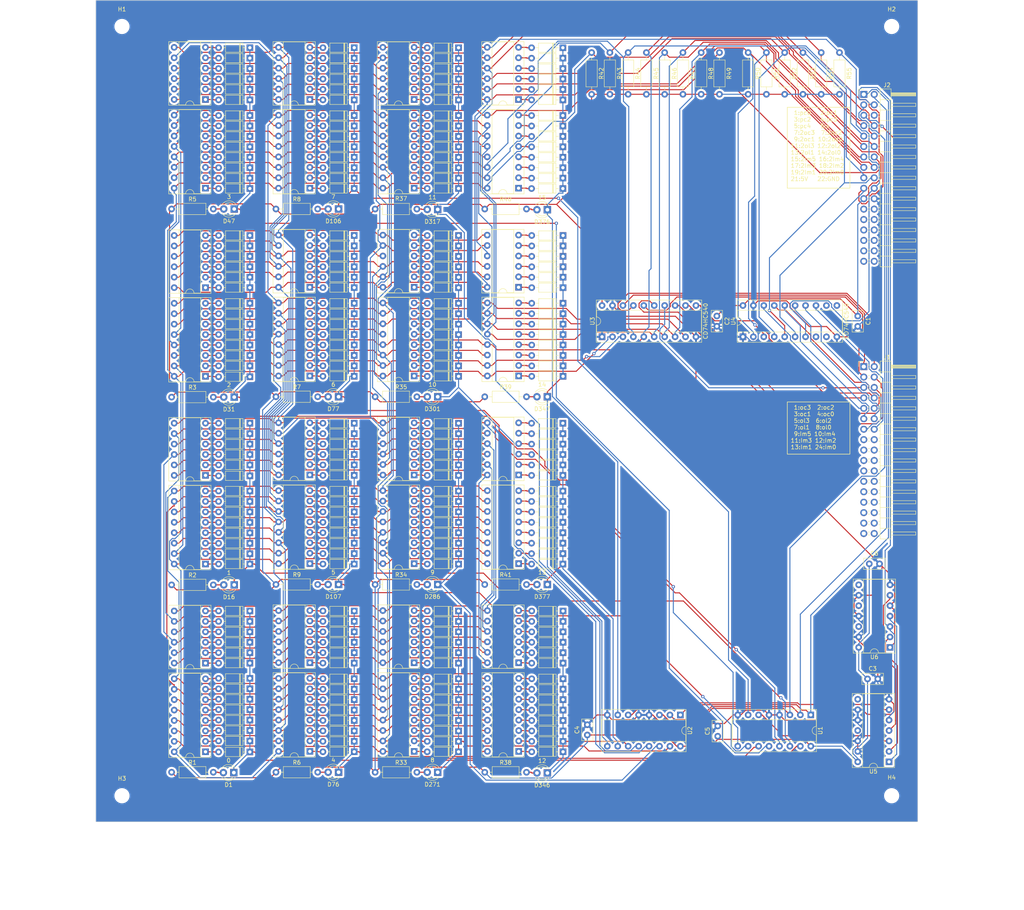
<source format=kicad_pcb>
(kicad_pcb (version 20221018) (generator pcbnew)
  (layers (0 "F.Cu" signal) (31 "B.Cu" signal) (34 "B.Paste" user) (35 "F.Paste" user) (36 "B.SilkS" user "B.Silkscreen") (37 "F.SilkS" user "F.Silkscreen") (38 "B.Mask" user) (39 "F.Mask" user) (44 "Edge.Cuts" user))
  (net 0 "")
  (net 1 "+5V")
  (net 2 "GND")
  (net 3 "Net-(D1-K)")
  (net 4 "Net-(D1-A)")
  (net 5 "Net-(D2-A)")
  (net 6 "Net-(D3-A)")
  (net 7 "Net-(D4-A)")
  (net 8 "Net-(D5-A)")
  (net 9 "Net-(D6-A)")
  (net 10 "Net-(D7-A)")
  (net 11 "Net-(D8-A)")
  (net 12 "Net-(D9-A)")
  (net 13 "Net-(D10-A)")
  (net 14 "Net-(D11-A)")
  (net 15 "Net-(D12-A)")
  (net 16 "Net-(D13-A)")
  (net 17 "Net-(D14-A)")
  (net 18 "Net-(D15-A)")
  (net 19 "Net-(D16-K)")
  (net 20 "Net-(D16-A)")
  (net 21 "Net-(D17-A)")
  (net 22 "Net-(D18-A)")
  (net 23 "Net-(D19-A)")
  (net 24 "Net-(D20-A)")
  (net 25 "Net-(D21-A)")
  (net 26 "Net-(D22-A)")
  (net 27 "Net-(D23-A)")
  (net 28 "Net-(D24-A)")
  (net 29 "Net-(D25-A)")
  (net 30 "Net-(D26-A)")
  (net 31 "Net-(D27-A)")
  (net 32 "Net-(D28-A)")
  (net 33 "Net-(D29-A)")
  (net 34 "Net-(D30-A)")
  (net 35 "Net-(D31-K)")
  (net 36 "Net-(D31-A)")
  (net 37 "Net-(D32-A)")
  (net 38 "Net-(D33-A)")
  (net 39 "Net-(D34-A)")
  (net 40 "Net-(D35-A)")
  (net 41 "Net-(D36-A)")
  (net 42 "Net-(D37-A)")
  (net 43 "Net-(D38-A)")
  (net 44 "Net-(D39-A)")
  (net 45 "Net-(D40-A)")
  (net 46 "Net-(D41-A)")
  (net 47 "Net-(D42-A)")
  (net 48 "Net-(D43-A)")
  (net 49 "Net-(D44-A)")
  (net 50 "Net-(D45-A)")
  (net 51 "Net-(D47-K)")
  (net 52 "Net-(D47-A)")
  (net 53 "Net-(D49-A)")
  (net 54 "Net-(D51-A)")
  (net 55 "Net-(D53-A)")
  (net 56 "Net-(D55-A)")
  (net 57 "Net-(D57-A)")
  (net 58 "Net-(D59-A)")
  (net 59 "Net-(D61-A)")
  (net 60 "Net-(D63-A)")
  (net 61 "Net-(D65-A)")
  (net 62 "Net-(D67-A)")
  (net 63 "Net-(D69-A)")
  (net 64 "Net-(D71-A)")
  (net 65 "Net-(D73-A)")
  (net 66 "Net-(D75-A)")
  (net 67 "Net-(D100-K)")
  (net 68 "Net-(D76-A)")
  (net 69 "Net-(D101-K)")
  (net 70 "Net-(D77-A)")
  (net 71 "Net-(D78-A)")
  (net 72 "Net-(D79-A)")
  (net 73 "Net-(D80-A)")
  (net 74 "Net-(D81-A)")
  (net 75 "Net-(D82-A)")
  (net 76 "Net-(D83-A)")
  (net 77 "Net-(D84-A)")
  (net 78 "Net-(D85-A)")
  (net 79 "Net-(D86-A)")
  (net 80 "Net-(D87-A)")
  (net 81 "Net-(D88-A)")
  (net 82 "Net-(D89-A)")
  (net 83 "Net-(D90-A)")
  (net 84 "Net-(D91-A)")
  (net 85 "Net-(D92-A)")
  (net 86 "Net-(D93-A)")
  (net 87 "Net-(D94-A)")
  (net 88 "Net-(D95-A)")
  (net 89 "Net-(D96-A)")
  (net 90 "Net-(D97-A)")
  (net 91 "Net-(D98-A)")
  (net 92 "Net-(D99-A)")
  (net 93 "Net-(D100-A)")
  (net 94 "Net-(D101-A)")
  (net 95 "Net-(D102-A)")
  (net 96 "Net-(D103-A)")
  (net 97 "Net-(D104-A)")
  (net 98 "Net-(D105-A)")
  (net 99 "Net-(D106-K)")
  (net 100 "Net-(D106-A)")
  (net 101 "Net-(D107-K)")
  (net 102 "Net-(D107-A)")
  (net 103 "Net-(D108-A)")
  (net 104 "Net-(D109-A)")
  (net 105 "Net-(D110-A)")
  (net 106 "Net-(D111-A)")
  (net 107 "Net-(D112-A)")
  (net 108 "Net-(D113-A)")
  (net 109 "Net-(D114-A)")
  (net 110 "Net-(D115-A)")
  (net 111 "Net-(D116-A)")
  (net 112 "Net-(D117-A)")
  (net 113 "Net-(D118-A)")
  (net 114 "Net-(D119-A)")
  (net 115 "Net-(D120-A)")
  (net 116 "Net-(D121-A)")
  (net 117 "Net-(D122-A)")
  (net 118 "Net-(D123-A)")
  (net 119 "Net-(D124-A)")
  (net 120 "Net-(D125-A)")
  (net 121 "Net-(D126-A)")
  (net 122 "Net-(D127-A)")
  (net 123 "Net-(D128-A)")
  (net 124 "Net-(D129-A)")
  (net 125 "Net-(D130-A)")
  (net 126 "Net-(D131-A)")
  (net 127 "Net-(D132-A)")
  (net 128 "Net-(D133-A)")
  (net 129 "Net-(D134-A)")
  (net 130 "Net-(D135-A)")
  (net 131 "Net-(D271-K)")
  (net 132 "Net-(D271-A)")
  (net 133 "Net-(D272-A)")
  (net 134 "Net-(D273-A)")
  (net 135 "Net-(D274-A)")
  (net 136 "Net-(D275-A)")
  (net 137 "Net-(D276-A)")
  (net 138 "Net-(D277-A)")
  (net 139 "Net-(D278-A)")
  (net 140 "Net-(D279-A)")
  (net 141 "Net-(D280-A)")
  (net 142 "Net-(D281-A)")
  (net 143 "Net-(D282-A)")
  (net 144 "Net-(D283-A)")
  (net 145 "Net-(D284-A)")
  (net 146 "Net-(D285-A)")
  (net 147 "Net-(D286-K)")
  (net 148 "Net-(D286-A)")
  (net 149 "Net-(D287-A)")
  (net 150 "Net-(D288-A)")
  (net 151 "Net-(D289-A)")
  (net 152 "Net-(D290-A)")
  (net 153 "Net-(D291-A)")
  (net 154 "Net-(D292-A)")
  (net 155 "Net-(D293-A)")
  (net 156 "Net-(D294-A)")
  (net 157 "Net-(D295-A)")
  (net 158 "Net-(D296-A)")
  (net 159 "Net-(D297-A)")
  (net 160 "Net-(D298-A)")
  (net 161 "Net-(D299-A)")
  (net 162 "Net-(D300-A)")
  (net 163 "Net-(D301-K)")
  (net 164 "Net-(D301-A)")
  (net 165 "Net-(D302-A)")
  (net 166 "Net-(D303-A)")
  (net 167 "Net-(D304-A)")
  (net 168 "Net-(D305-A)")
  (net 169 "Net-(D306-A)")
  (net 170 "Net-(D307-A)")
  (net 171 "Net-(D308-A)")
  (net 172 "Net-(D309-A)")
  (net 173 "Net-(D310-A)")
  (net 174 "Net-(D311-A)")
  (net 175 "Net-(D312-A)")
  (net 176 "Net-(D313-A)")
  (net 177 "Net-(D314-A)")
  (net 178 "Net-(D315-A)")
  (net 179 "Net-(D317-K)")
  (net 180 "Net-(D317-A)")
  (net 181 "Net-(D319-A)")
  (net 182 "Net-(D321-A)")
  (net 183 "Net-(D323-A)")
  (net 184 "Net-(D325-A)")
  (net 185 "Net-(D327-A)")
  (net 186 "Net-(D329-A)")
  (net 187 "Net-(D331-A)")
  (net 188 "Net-(D333-A)")
  (net 189 "Net-(D335-A)")
  (net 190 "Net-(D337-A)")
  (net 191 "Net-(D339-A)")
  (net 192 "Net-(D341-A)")
  (net 193 "Net-(D343-A)")
  (net 194 "Net-(D345-A)")
  (net 195 "Net-(D346-K)")
  (net 196 "Net-(D346-A)")
  (net 197 "Net-(D347-K)")
  (net 198 "Net-(D347-A)")
  (net 199 "Net-(D348-A)")
  (net 200 "Net-(D349-A)")
  (net 201 "Net-(D350-A)")
  (net 202 "Net-(D351-A)")
  (net 203 "Net-(D352-A)")
  (net 204 "Net-(D353-A)")
  (net 205 "Net-(D354-A)")
  (net 206 "Net-(D355-A)")
  (net 207 "Net-(D356-A)")
  (net 208 "Net-(D357-A)")
  (net 209 "Net-(D358-A)")
  (net 210 "Net-(D359-A)")
  (net 211 "Net-(D360-A)")
  (net 212 "Net-(D361-A)")
  (net 213 "Net-(D362-A)")
  (net 214 "Net-(D363-A)")
  (net 215 "Net-(D364-A)")
  (net 216 "Net-(D365-A)")
  (net 217 "Net-(D366-A)")
  (net 218 "Net-(D367-A)")
  (net 219 "Net-(D368-A)")
  (net 220 "Net-(D369-A)")
  (net 221 "Net-(D370-A)")
  (net 222 "Net-(D371-A)")
  (net 223 "Net-(D372-A)")
  (net 224 "Net-(D373-A)")
  (net 225 "Net-(D374-A)")
  (net 226 "Net-(D375-A)")
  (net 227 "Net-(D376-K)")
  (net 228 "Net-(D376-A)")
  (net 229 "Net-(D377-K)")
  (net 230 "Net-(D377-A)")
  (net 231 "Net-(D378-A)")
  (net 232 "Net-(D379-A)")
  (net 233 "Net-(D380-A)")
  (net 234 "Net-(D381-A)")
  (net 235 "Net-(D382-A)")
  (net 236 "Net-(D383-A)")
  (net 237 "Net-(D384-A)")
  (net 238 "Net-(D385-A)")
  (net 239 "Net-(D386-A)")
  (net 240 "Net-(D387-A)")
  (net 241 "Net-(D388-A)")
  (net 242 "Net-(D389-A)")
  (net 243 "Net-(D390-A)")
  (net 244 "Net-(D391-A)")
  (net 245 "Net-(D392-A)")
  (net 246 "Net-(D393-A)")
  (net 247 "Net-(D394-A)")
  (net 248 "Net-(D395-A)")
  (net 249 "Net-(D396-A)")
  (net 250 "Net-(D397-A)")
  (net 251 "Net-(D398-A)")
  (net 252 "Net-(D399-A)")
  (net 253 "Net-(D400-A)")
  (net 254 "Net-(D401-A)")
  (net 255 "Net-(D402-A)")
  (net 256 "Net-(D403-A)")
  (net 257 "Net-(D404-A)")
  (net 258 "Net-(D405-A)")
  (net 259 "oc3")
  (net 260 "oc2")
  (net 261 "oc1")
  (net 262 "oc0")
  (net 263 "ol3")
  (net 264 "ol2")
  (net 265 "ol1")
  (net 266 "ol0")
  (net 267 "Im5")
  (net 268 "Im4")
  (net 269 "Im3")
  (net 270 "Im2")
  (net 271 "Im1")
  (net 272 "Im0")
  (net 293 "pc0")
  (net 294 "pc1")
  (net 295 "pc2")
  (net 296 "pc3")
  (net 297 "pc4")
  (net 299 "2oc3")
  (net 300 "2oc2")
  (net 301 "2oc1")
  (net 302 "2oc0")
  (net 303 "2ol3")
  (net 304 "2ol2")
  (net 305 "2ol1")
  (net 306 "2ol0")
  (net 307 "2Im5")
  (net 308 "2Im4")
  (net 309 "2Im3")
  (net 310 "2Im2")
  (net 311 "2Im1")
  (net 312 "2Im0")
  (net 325 "Net-(U1-E2)")
  (net 326 "Net-(U2-E2)")
  (net 331 "Net-(U5-Pad1)")
  (net 332 "Net-(U5-Pad2)")
  (net 333 "Net-(U5-Pad4)")
  (footprint "Diode_THT:D_DO-35_SOD27_P7.62mm_Horizontal" (layer "F.Cu") (at 414.665 130.895 180)
    (fp_text reference "D27" hide)
    (fp_text value "1N4148" hide)
  )
  (footprint "Diode_THT:D_DO-35_SOD27_P7.62mm_Horizontal" (layer "F.Cu") (at 440.065 50.885 180)
    (fp_text reference "D120" hide)
    (fp_text value "1N4148" hide)
  )
  (footprint "Resistor_THT:R_Axial_DIN0207_L6.3mm_D2.5mm_P10.16mm_Horizontal" (layer "F.Cu") (at 421.015 71.11)
    (fp_text reference "R8")
    (fp_text value "1K")
  )
  (footprint "LED_THT:LED_D3.0mm" (layer "F.Cu") (at 410.855 71.11 180)
    (fp_text reference "D47")
    (fp_text value "3")
  )
  (footprint "Resistor_THT:R_Axial_DIN0207_L6.3mm_D2.5mm_P10.16mm_Horizontal" (layer "F.Cu") (at 445.155 162.56)
    (fp_text reference "R34")
    (fp_text value "1K")
  )
  (footprint "Package_DIP:DIP-12_W7.62mm_Socket" (layer "F.Cu") (at 429.27 181.6 180)
    (fp_text reference "SW13" hide)
    (fp_text value "SW_DIP_x06")
  )
  (footprint "Diode_THT:D_DO-35_SOD27_P7.62mm_Horizontal" (layer "F.Cu") (at 490.845 44.545 180)
    (fp_text reference "D394" hide)
    (fp_text value "1N4148" hide)
  )
  (footprint "Capacitor_THT:C_Disc_D5.0mm_W2.5mm_P2.50mm" (layer "F.Cu") (at 564.995 185.545)
    (fp_text reference "C3")
    (fp_text value "0.1μ")
  )
  (footprint "Diode_THT:D_DO-35_SOD27_P7.62mm_Horizontal" (layer "F.Cu") (at 414.665 155.055 180)
    (fp_text reference "D18" hide)
    (fp_text value "1N4148" hide)
  )
  (footprint "Diode_THT:D_DO-35_SOD27_P7.62mm_Horizontal" (layer "F.Cu") (at 490.845 66.135 180)
    (fp_text reference "D378" hide)
    (fp_text value "1N4148" hide)
  )
  (footprint "Diode_THT:D_DO-35_SOD27_P7.62mm_Horizontal" (layer "F.Cu") (at 414.665 44.535 180)
    (fp_text reference "D65" hide)
    (fp_text value "1N4148" hide)
  )
  (footprint "LED_THT:LED_D3.0mm" (layer "F.Cu") (at 436.255 71.11 180)
    (fp_text reference "D106")
    (fp_text value "7")
  )
  (footprint "Diode_THT:D_DO-35_SOD27_P7.62mm_Horizontal" (layer "F.Cu") (at 414.665 128.355 180)
    (fp_text reference "D28" hide)
    (fp_text value "1N4148" hide)
  )
  (footprint "Diode_THT:D_DO-35_SOD27_P7.62mm_Horizontal" (layer "F.Cu") (at 490.885 111.855 180)
    (fp_text reference "D349" hide)
    (fp_text value "1N4148" hide)
  )
  (footprint "Diode_THT:D_DO-35_SOD27_P7.62mm_Horizontal" (layer "F.Cu") (at 490.885 190.595 180)
    (fp_text reference "D358" hide)
    (fp_text value "1N4148" hide)
  )
  (footprint "Diode_THT:D_DO-35_SOD27_P7.62mm_Horizontal" (layer "F.Cu") (at 490.885 77.565 180)
    (fp_text reference "D375" hide)
    (fp_text value "1N4148" hide)
  )
  (footprint "Package_DIP:DIP-12_W7.62mm_Socket" (layer "F.Cu") (at 454.65 44.45 180)
    (fp_text reference "SW46" hide)
    (fp_text value "SW_DIP_x06")
  )
  (footprint "MountingHole:MountingHole_3.2mm_M3" (layer "F.Cu") (at 383.54 26.67)
    (fp_text reference "H1")
    (fp_text value "MountingHole")
  )
  (footprint "Package_DIP:DIP-12_W7.62mm_Socket" (layer "F.Cu") (at 480.05 44.45 180)
    (fp_text reference "SW53" hide)
    (fp_text value "SW_DIP_x06")
  )
  (footprint "Diode_THT:D_DO-35_SOD27_P7.62mm_Horizontal" (layer "F.Cu") (at 465.455 111.855 180)
    (fp_text reference "D302" hide)
    (fp_text value "1N4148" hide)
  )
  (footprint "Diode_THT:D_DO-35_SOD27_P7.62mm_Horizontal" (layer "F.Cu") (at 440.065 87.715 180)
    (fp_text reference "D97" hide)
    (fp_text value "1N4148" hide)
  )
  (footprint "Package_DIP:DIP-16_W7.62mm_Socket" (layer "F.Cu") (at 480.09 111.76 180)
    (fp_text reference "SW48" hide)
    (fp_text value "SW_DIP_x08")
  )
  (footprint "Diode_THT:D_DO-35_SOD27_P7.62mm_Horizontal" (layer "F.Cu") (at 440.065 34.375 180)
    (fp_text reference "D132" hide)
    (fp_text value "1N4148" hide)
  )
  (footprint "Diode_THT:D_DO-35_SOD27_P7.62mm_Horizontal" (layer "F.Cu") (at 414.665 77.555 180)
    (fp_text reference "D45" hide)
    (fp_text value "1N4148" hide)
  )
  (footprint "LED_THT:LED_D3.0mm" (layer "F.Cu") (at 436.255 162.55 180)
    (fp_text reference "D107")
    (fp_text value "5")
  )
  (footprint "Package_DIP:DIP-12_W7.62mm_Socket" (layer "F.Cu") (at 403.87 135.975 180)
    (fp_text reference "SW4" hide)
    (fp_text value "SW_DIP_x06")
  )
  (footprint "Capacitor_THT:C_Disc_D5.0mm_W2.5mm_P2.50mm" (layer "F.Cu") (at 528.32 97.175 -90)
    (fp_text reference "C2")
    (fp_text value "0.1μ")
  )
  (footprint "Diode_THT:D_DO-35_SOD27_P7.62mm_Horizontal" (layer "F.Cu") (at 490.885 176.625 180)
    (fp_text reference "D368" hide)
    (fp_text value "1N4148" hide)
  )
  (footprint "Connector_PinHeader_2.54mm:PinHeader_2x17_P2.54mm_Horizontal" (layer "F.Cu") (at 564.0832 109.4994)
    (fp_text reference "J1")
    (fp_text value "Conn_01x34_Pin")
  )
  (footprint "Resistor_THT:R_Axial_DIN0207_L6.3mm_D2.5mm_P10.16mm_Horizontal" (layer "F.Cu") (at 528.955 33.02 -90)
    (fp_text reference "R49")
    (fp_text value "10K")
  )
  (footprint "Diode_THT:D_DO-35_SOD27_P7.62mm_Horizontal" (layer "F.Cu") (at 440.065 101.685 180)
    (fp_text reference "D87" hide)
    (fp_text value "1N4148" hide)
  )
  (footprint "LED_THT:LED_D3.0mm" (layer "F.Cu") (at 487.075 162.56 180)
    (fp_text reference "D377")
    (fp_text value "13")
  )
  (footprint "Diode_THT:D_DO-35_SOD27_P7.62mm_Horizontal" (layer "F.Cu") (at 465.455 128.365 180)
    (fp_text reference "D298" hide)
    (fp_text value "1N4148" hide)
  )
  (footprint "Resistor_THT:R_Axial_DIN0207_L6.3mm_D2.5mm_P10.16mm_Horizontal" (layer "F.Cu") (at 471.835 116.84)
    (fp_text reference "R39")
    (fp_text value "1K")
  )
  (footprint "Diode_THT:D_DO-35_SOD27_P7.62mm_Horizontal" (layer "F.Cu") (at 490.885 181.705 180)
    (fp_text reference "D364" hide)
    (fp_text value "1N4148" hide)
  )
  (footprint "Diode_THT:D_DO-35_SOD27_P7.62mm_Horizontal" (layer "F.Cu") (at 490.885 185.515 180)
    (fp_text reference "D362" hide)
    (fp_text value "1N4148" hide)
  )
  (footprint "MountingHole:MountingHole_3.2mm_M3" (layer "F.Cu") (at 570.865 26.67)
    (fp_text reference "H2")
    (fp_text value "MountingHole")
  )
  (footprint "Diode_THT:D_DO-35_SOD27_P7.62mm_Horizontal" (layer "F.Cu") (at 465.455 109.315 180)
    (fp_text reference "D303" hide)
    (fp_text value "1N4148" hide)
  )
  (footprint "Diode_THT:D_DO-35_SOD27_P7.62mm_Horizontal" (layer "F.Cu") (at 414.665 58.505 180)
    (fp_text reference "D55" hide)
    (fp_text value "1N4148" hide)
  )
  (footprint "Diode_THT:D_DO-35_SOD27_P7.62mm_Horizontal" (layer "F.Cu") (at 440.065 142.325 180)
    (fp_text reference "D121" hide)
    (fp_text value "1N4148" hide)
  )
  (footprint "Diode_THT:D_DO-35_SOD27_P7.62mm_Horizontal" (layer "F.Cu") (at 414.665 96.605 180)
    (fp_text reference "D38" hide)
    (fp_text value "1N4148" hide)
  )
  (footprint "Diode_THT:D_DO-35_SOD27_P7.62mm_Horizontal" (layer "F.Cu") (at 490.885 96.615 180)
    (fp_text reference "D361" hide)
    (fp_text value "1N4148" hide)
  )
  (footprint "Resistor_THT:R_Axial_DIN0207_L6.3mm_D2.5mm_P10.16mm_Horizontal" (layer "F.Cu") (at 395.615 116.925)
    (fp_text reference "R3")
    (fp_text value "1K")
  )
  (footprint "Diode_THT:D_DO-35_SOD27_P7.62mm_Horizontal" (layer "F.Cu") (at 490.885 82.645 180)
    (fp_text reference "D371" hide)
    (fp_text value "1N4148" hide)
  )
  (footprint "Diode_THT:D_DO-35_SOD27_P7.62mm_Horizontal" (layer "F.Cu") (at 440.065 128.355 180)
    (fp_text reference "D131" hide)
    (fp_text value "1N4148" hide)
  )
  (footprint "Package_DIP:DIP-12_W7.62mm_Socket" (layer "F.Cu") (at 429.26 44.45 180)
    (fp_text reference "SW17" hide)
    (fp_text value "SW_DIP_x06")
  )
  (footprint "Diode_THT:D_DO-35_SOD27_P7.62mm_Horizontal" (layer "F.Cu") (at 490.885 109.315 180)
    (fp_text reference "D351" hide)
    (fp_text value "1N4148" hide)
  )
  (footprint "Diode_THT:D_DO-35_SOD27_P7.62mm_Horizontal" (layer "F.Cu") (at 440.065 147.405 180)
    (fp_text reference "D117" hide)
    (fp_text value "1N4148" hide)
  )
  (footprint "Diode_THT:D_DO-35_SOD27_P7.62mm_Horizontal" (layer "F.Cu") (at 414.665 31.835 180)
    (fp_text reference "D75" hide)
    (fp_text value "1N4148" hide)
  )
  (footprint "Diode_THT:D_DO-35_SOD27_P7.62mm_Horizontal" (layer "F.Cu") (at 440.065 176.615 180)
    (fp_text reference "D98" hide)
    (fp_text value "1N4148" hide)
  )
  (footprint "Diode_THT:D_DO-35_SOD27_P7.62mm_Horizontal" (layer "F.Cu") (at 465.455 31.845 180)
    (fp_text reference "D345" hide)
    (fp_text value "1N4148" hide)
  )
  (footprint "Diode_THT:D_DO-35_SOD27_P7.62mm_Horizontal" (layer "F.Cu") (at 440.065 66.125 180)
    (fp_text reference "D108" hide)
    (fp_text value "1N4148" hide)
  )
  (footprint "LED_THT:LED_D3.0mm" (layer "F.Cu") (at 410.76 208.365 180)
    (fp_text reference "D1")
    (fp_text value "0")
  )
  (footprint "Diode_THT:D_DO-35_SOD27_P7.62mm_Horizontal" (layer "F.Cu") (at 490.845 53.435 180)
    (fp_text reference "D388" hide)
    (fp_text value "1N4148" hide)
  )
  (footprint "Resistor_THT:R_Axial_DIN0207_L6.3mm_D2.5mm_P10.16mm_Horizontal" (layer "F.Cu") (at 511.175 33.02 -90)
    (fp_text reference "R45")
    (fp_text value "10K")
  )
  (footprint "Diode_THT:D_DO-35_SOD27_P7.62mm_Horizontal" (layer "F.Cu") (at 465.455 63.565 180)
    (fp_text reference "D321" hide)
    (fp_text value "1N4148" hide)
  )
  (footprint "Diode_THT:D_DO-35_SOD27_P7.62mm_Horizontal" (layer "F.Cu") (at 465.455 39.465 180)
    (fp_text reference "D339" hide)
    (fp_text value "1N4148" hide)
  )
  (footprint "Diode_THT:D_DO-35_SOD27_P7.62mm_Horizontal" (layer "F.Cu") (at 440.065 48.345 180)
    (fp_text reference "D122" hide)
    (fp_text value "1N4148" hide)
  )
  (footprint "Diode_THT:D_DO-35_SOD27_P7.62mm_Horizontal" (layer "F.Cu") (at 414.665 179.155 180)
    (fp_text reference "D11" hide)
    (fp_text value "1N4148" hide)
  )
  (footprint "Diode_THT:D_DO-35_SOD27_P7.62mm_Horizontal" (layer "F.Cu") (at 414.665 36.915 180)
    (fp_text reference "D71" hide)
    (fp_text value "1N4148" hide)
  )
  (footprint "LED_THT:LED_D3.0mm" (layer "F.Cu") (at 436.255 116.83 180)
    (fp_text reference "D77")
    (fp_text value "6")
  )
  (footprint "Package_DIP:DIP-12_W7.62mm_Socket" (layer "F.Cu") (at 454.65 181.61 180)
    (fp_text reference "SW38" hide)
    (fp_text value "SW_DIP_x06")
  )
  (footprint "Resistor_THT:R_Axial_DIN0207_L6.3mm_D2.5mm_P10.16mm_Horizontal" (layer "F.Cu") (at 471.835 162.56)
    (fp_text reference "R41")
    (fp_text value "1K")
  )
  (footprint "Diode_THT:D_DO-35_SOD27_P7.62mm_Horizontal" (layer "F.Cu") (at 465.455 85.185 180)
    (fp_text reference "D312" hide)
    (fp_text value "1N4148" hide)
  )
  (footprint "Diode_THT:D_DO-35_SOD27_P7.62mm_Horizontal" (layer "F.Cu") (at 440.065 171.535 180)
    (fp_text reference "D102" hide)
    (fp_text value "1N4148" hide)
  )
  (footprint "Diode_THT:D_DO-35_SOD27_P7.62mm_Horizontal" (layer "F.Cu") (at 465.455 190.595 180)
    (fp_text reference "D277" hide)
    (fp_text value "1N4148" hide)
  )
  (footprint "Diode_THT:D_DO-35_SOD27_P7.62mm_Horizontal" (layer "F.Cu") (at 440.065 168.995 180)
    (fp_text reference "D104" hide)
    (fp_text value "1N4148" hide)
  )
  (footprint "Diode_THT:D_DO-35_SOD27_P7.62mm_Horizontal" (layer "F.Cu") (at 465.455 61.055 180)
    (fp_text reference "D323" hide)
    (fp_text value "1N4148" hide)
  )
  (footprint "Resistor_THT:R_Axial_DIN0207_L6.3mm_D2.5mm_P10.16mm_Horizontal" (layer "F.Cu") (at 395.615 208.27)
    (fp_text reference "R1")
    (fp_text value "1K")
  )
  (footprint "Package_DIP:DIP-14_W7.62mm_Socket" (layer "F.Cu") (at 570.465 177.875 180)
    (fp_text reference "U6")
    (fp_text value "CD74HC14")
  )
  (footprint "Package_DIP:DIP-16_W7.62mm_Socket" (layer "F.Cu") (at 454.66 66.04 180)
    (fp_text reference "SW44" hide)
    (fp_text value "SW_DIP_x08")
  )
  (footprint "Diode_THT:D_DO-35_SOD27_P7.62mm_Horizontal" (layer "F.Cu") (at 490.845 48.355 180)
    (fp_text reference "D392" hide)
    (fp_text value "1N4148" hide)
  )
  (footprint "Resistor_THT:R_Axial_DIN0207_L6.3mm_D2.5mm_P10.16mm_Horizontal" (layer "F.Cu") (at 421.015 208.27)
    (fp_text reference "R6")
    (fp_text value "1K")
  )
  (footprint "Diode_THT:D_DO-35_SOD27_P7.62mm_Horizontal" (layer "F.Cu") (at 490.845 63.595 180)
    (fp_text reference "D380" hide)
    (fp_text value "1N4148" hide)
  )
  (footprint "Diode_THT:D_DO-35_SOD27_P7.62mm_Horizontal" (layer "F.Cu") (at 414.665 149.975 180)
    (fp_text reference "D20" hide)
    (fp_text value "1N4148" hide)
  )
  (footprint "Diode_THT:D_DO-35_SOD27_P7.62mm_Horizontal" (layer "F.Cu") (at 490.845 144.875 180)
    (fp_text reference "D389" hide)
    (fp_text value "1N4148" hide)
  )
  (footprint "Diode_THT:D_DO-35_SOD27_P7.62mm_Horizontal" (layer "F.Cu") (at 440.065 133.435 180)
    (fp_text reference "D127" hide)
    (fp_text value "1N4148" hide)
  )
  (footprint "Diode_THT:D_DO-35_SOD27_P7.62mm_Horizontal" (layer "F.Cu") (at 490.885 195.675 180)
    (fp_text reference "D354" hide)
    (fp_text value "1N4148" hide)
  )
  (footprint "Diode_THT:D_DO-35_SOD27_P7.62mm_Horizontal" (layer "F.Cu") (at 465.455 87.725 180)
    (fp_text reference "D311" hide)
    (fp_text value "1N4148" hide)
  )
  (footprint "Diode_THT:D_DO-35_SOD27_P7.62mm_Horizontal" (layer "F.Cu") (at 414.665 53.425 180)
    (fp_text reference "D59" hide)
    (fp_text value "1N4148" hide)
  )
  (footprint "Diode_THT:D_DO-35_SOD27_P7.62mm_Horizontal" (layer "F.Cu") (at 490.885 85.185 180)
    (fp_text reference "D369" hide)
    (fp_text value "1N4148" hide)
  )
  (footprint "Diode_THT:D_DO-35_SOD27_P7.62mm_Horizontal" (layer "F.Cu") (at 414.665 176.615 180)
    (fp_text reference "D12" hide)
    (fp_text value "1N4148" hide)
  )
  (footprint "Diode_THT:D_DO-35_SOD27_P7.62mm_Horizontal" (layer "F.Cu") (at 440.065 155.025 180)
    (fp_text reference "D111" hide)
    (fp_text value "1N4148" hide)
  )
  (footprint "Diode_THT:D_DO-35_SOD27_P7.62mm_Horizontal" (layer "F.Cu") (at 440.065 123.275 180)
    (fp_text reference "D135" hide)
    (fp_text value "1N4148" hide)
  )
  (footprint "Package_DIP:DIP-16_W7.62mm_Socket" (layer "F.Cu") (at 480.09 157.48 180)
    (fp_text reference "SW52" hide)
    (fp_text value "SW_DIP_x08")
  )
  (footprint "Diode_THT:D_DO-35_SOD27_P7.62mm_Horizontal" (layer "F.Cu") (at 414.665 136.09 180)
    (fp_text reference "D25" hide)
    (fp_text value "1N4148" hide)
  )
  (footprint "Diode_THT:D_DO-35_SOD27_P7.62mm_Horizontal" (layer "F.Cu") (at 414.665 41.995 180)
    (fp_text reference "D67" hide)
    (fp_text value "1N4148" hide)
  )
  (footprint "Resistor_THT:R_Axial_DIN0207_L6.3mm_D2.5mm_P10.16mm_Horizontal" (layer "F.Cu") (at 471.835 71.12)
    (fp_text reference "R40")
    (fp_text value "1K")
  )
  (footprint "Diode_THT:D_DO-35_SOD27_P7.62mm_Horizontal" (layer "F.Cu") (at 490.885 203.295 180)
    (fp_text reference "D348" hide)
    (fp_text value "1N4148" hide)
  )
  (footprint "Diode_THT:D_DO-35_SOD27_P7.62mm_Horizontal" (layer "F.Cu") (at 490.845 58.515 180)
    (fp_text reference "D384" hide)
    (fp_text value "1N4148" hide)
  )
  (footprint "Diode_THT:D_DO-35_SOD27_P7.62mm_Horizontal" (layer "F.Cu") (at 490.885 106.775 180)
    (fp_text reference "D353" hide)
    (fp_text value "1N4148" hide)
  )
  (footprint "Diode_THT:D_DO-35_SOD27_P7.62mm_Horizontal" (layer "F.Cu") (at 465.455 130.905 180)
    (fp_text reference "D297" hide)
    (fp_text value "1N4148" hide)
  )
  (footprint "Resistor_THT:R_Axial_DIN0207_L6.3mm_D2.5mm_P10.16mm_Horizontal" (layer "F.Cu") (at 445.155 71.12)
    (fp_text reference "R37")
    (fp_text value "1K")
  )
  (footprint "Diode_THT:D_DO-35_SOD27_P7.62mm_Horizontal" (layer "F.Cu") (at 465.455 135.985 180)
    (fp_text reference "D295" hide)
    (fp_text value "1N4148" hide)
  )
  (footprint "Diode_THT:D_DO-35_SOD27_P7.62mm_Horizontal" (layer "F.Cu") (at 414.665 101.685 180)
    (fp_text reference "D36" hide)
    (fp_text value "1N4148" hide)
  )
  (footprint "Diode_THT:D_DO-35_SOD27_P7.62mm_Horizontal" (layer "F.Cu") (at 440.065 139.785 180)
    (fp_text reference "D123" hide)
    (fp_text value "1N4148" hide)
  )
  (footprint "Resistor_THT:R_Axial_DIN0207_L6.3mm_D2.5mm_P10.16mm_Horizontal" (layer "F.Cu") (at 535.94 33.02 -90)
    (fp_text reference "R50")
    (fp_text value "10K")
  )
  (footprint "Diode_THT:D_DO-35_SOD27_P7.62mm_Horizontal" (layer "F.Cu") (at 440.065 149.945 180)
    (fp_text reference "D115" hide)
    (fp_text value "1N4148" hide)
  )
  (footprint "Diode_THT:D_DO-35_SOD27_P7.62mm_Horizontal" (layer "F.Cu") (at 440.065 82.635 180)
    (fp_text reference "D101" hide)
    (fp_text value "1N4148" hide)
  )
  (footprint "Diode_THT:D_DO-35_SOD27_P7.62mm_Horizontal" (layer "F.Cu") (at 465.455 139.795 180)
    (fp_text reference "D294" hide)
    (fp_text value "1N4148" hide)
  )
  (footprint "Diode_THT:D_DO-35_SOD27_P7.62mm_Horizontal" (layer "F.Cu") (at 440.065 181.695 180)
    (fp_text reference "D94" hide)
    (fp_text value "1N4148" hide)
  )
  (footprint "Diode_THT:D_DO-35_SOD27_P7.62mm_Horizontal" (layer "F.Cu") (at 414.665 185.41 180)
    (fp_text reference "D9" hide)
    (fp_text value "1N4148" hide)
  )
  (footprint "Diode_THT:D_DO-35_SOD27_P7.62mm_Horizontal" (layer "F.Cu") (at 440.065 109.305 180)
    (fp_text reference "D81" hide)
    (fp_text value "1N4148" hide)
  )
  (footprint "Diode_THT:D_DO-35_SOD27_P7.62mm_Horizontal" (layer "F.Cu") (at 465.455 90.265 180)
    (fp_text reference "D310" hide)
    (fp_text value "1N4148" hide)
  )
  (footprint "Diode_THT:D_DO-35_SOD27_P7.62mm_Horizontal" (layer "F.Cu") (at 490.885 101.695 180)
    (fp_text reference "D357" hide)
    (fp_text value "1N4148" hide)
  )
  (footprint "Package_DIP:DIP-16_W7.62mm_Socket" (layer "F.Cu") (at 403.86 66.04 180)
    (fp_text reference "SW8" hide)
    (fp_text value "SW_DIP_x08")
  )
  (footprint "Diode_THT:D_DO-35_SOD27_P7.62mm_Horizontal" (layer "F.Cu") (at 414.665 198.11 180)
    (fp_text reference "D4" hide)
    (fp_text value "1N4148" hide)
  )
  (footprint "LED_THT:LED_D3.0mm" (layer "F.Cu") (at 436.255 208.27 180)
    (fp_text reference "D76")
    (fp_text value "4")
  )
  (footprint "Diode_THT:D_DO-35_SOD27_P7.62mm_Horizontal" (layer "F.Cu") (at 414.665 87.715 180)
    (fp_text reference "D41" hide)
    (fp_text value "1N4148" hide)
  )
  (footprint "Diode_THT:D_DO-35_SOD27_P7.62mm_Horizontal" (layer "F.Cu") (at 414.665 34.375 180)
    (fp_text reference "D73" hide)
    (fp_text value "1N4148" hide)
  )
  (footprint "Diode_THT:D_DO-35_SOD27_P7.62mm_Horizontal" (layer "F.Cu") (at 414.665 171.535 180)
    (fp_text reference "D14" hide)
    (fp_text value "1N4148" hide)
  )
  (footprint "Diode_THT:D_DO-35_SOD27_P7.62mm_Horizontal" (layer "F.Cu") (at 465.455 149.955 180)
    (fp_text reference "D290" hide)
    (fp_text value "1N4148" hide)
  )
  (footprint "Package_DIP:DIP-16_W7.62mm_Socket" (layer "F.Cu") (at 429.26 111.76 180)
    (fp_text reference "SW12" hide)
    (fp_text value "SW_DIP_x08")
  )
  (footprint "Diode_THT:D_DO-35_SOD27_P7.62mm_Horizontal" (layer "F.Cu") (at 440.065 200.745 180)
    (fp_text reference "D80" hide)
    (fp_text value "1N4148" hide)
  )
  (footprint "Connector_PinHeader_2.54mm:PinHeader_2x17_P2.54mm_Horizontal" (layer "F.Cu") (at 564.0832 43.2054)
    (fp_text reference "J2")
    (fp_text value "Conn_01x34_Pin")
  )
  (footprint "Diode_THT:D_DO-35_SOD27_P7.62mm_Horizontal" (layer "F.Cu") (at 414.665 195.57 180)
    (fp_text reference "D5" hide)
    (fp_text value "1N4148" hide)
  )
  (footprint "Package_DIP:DIP-16_W7.62mm_Socket" (layer "F.Cu") (at 403.87 157.565 180)
    (fp_text reference "SW3" hide)
    (fp_text value "SW_DIP_x08")
  )
  (footprint "Diode_THT:D_DO-35_SOD27_P7.62mm_Horizontal" (layer "F.Cu") (at 414.665 123.275 180)
    (fp_text reference "D30" hide)
    (fp_text value "1N4148" hide)
  )
  (footprint "Diode_THT:D_DO-35_SOD27_P7.62mm_Horizontal" (layer "F.Cu") (at 490.885 198.215 180)
    (fp_text reference "D352" hide)
    (fp_text value "1N4148" hide)
  )
  (footprint "Diode_THT:D_DO-35_SOD27_P7.62mm_Horizontal" (layer "F.Cu") (at 440.065 80.095 180)
    (fp_text reference "D103" hide)
    (fp_text value "1N4148" hide)
  )
  (footprint "Diode_THT:D_DO-35_SOD27_P7.62mm_Horizontal" (layer "F.Cu") (at 414.665 90.255 180)
    (fp_text reference "D40" hide)
    (fp_text value "1N4148" hide)
  )
  (footprint "Diode_THT:D_DO-35_SOD27_P7.62mm_Horizontal" (layer "F.Cu") (at 440.065 195.665 180)
    (fp_text reference "D84" hide)
    (fp_text value "1N4148" hide)
  )
  (footprint "Diode_THT:D_DO-35_SOD27_P7.62mm_Horizontal" (layer "F.Cu") (at 490.845 55.975 180)
    (fp_text reference "D386" hide)
    (fp_text value "1N4148" hide)
  )
  (footprint "Package_DIP:DIP-12_W7.62mm_Socket" (layer "F.Cu") (at 454.66 90.17 180)
    (fp_text reference "SW42" hide)
    (fp_text value "SW_DIP_x06")
  )
  (footprint "Diode_THT:D_DO-35_SOD27_P7.62mm_Horizontal" (layer "F.Cu") (at 465.455 152.495 180)
    (fp_text reference "D289" hide)
    (fp_text value "1N4148" hide)
  )
  (footprint "Diode_THT:D_DO-35_SOD27_P7.62mm_Horizontal" (layer "F.Cu") (at 490.845 42.005 180)
    (fp_text reference "D396" hide)
    (fp_text value "1N4148" hide)
  )
  (footprint "Diode_THT:D_DO-35_SOD27_P7.62mm_Horizontal" (layer "F.Cu") (at 414.665 94.065 180)
    (fp_text reference "D39" hide)
    (fp_text value "1N4148" hide)
  )
  (footprint "Resistor_THT:R_Axial_DIN0207_L6.3mm_D2.5mm_P10.16mm_Horizontal" (layer "F.Cu") (at 395.615 162.645)
    (fp_text reference "R2")
    (fp_text value "1K")
  )
  (footprint "Diode_THT:D_DO-35_SOD27_P7.62mm_Horizontal" (layer "F.Cu") (at 490.885 188.055 180)
    (fp_text reference "D360" hide)
    (fp_text value "1N4148" hide)
  )
  (footprint "Diode_THT:D_DO-35_SOD27_P7.62mm_Horizontal" (layer "F.Cu") (at 414.665 157.565 180)
    (fp_text reference "D17" hide)
    (fp_text value "1N4148" hide)
  )
  (footprint "Diode_THT:D_DO-35_SOD27_P7.62mm_Horizontal" (layer "F.Cu") (at 465.455 58.515 180)
    (fp_text reference "D325" hide)
    (fp_text value "1N4148" hide)
  )
  (footprint "Diode_THT:D_DO-35_SOD27_P7.62mm_Horizontal" (layer "F.Cu") (at 414.665 144.865 180)
    (fp_text reference "D22" hide)
    (fp_text value "1N4148" hide)
  )
  (footprint "Diode_THT:D_DO-35_SOD27_P7.62mm_Horizontal" (layer "F.Cu") (at 490.845 31.845 180)
    (fp_text reference "D404" hide)
    (fp_text value "1N4148" hide)
  )
  (footprint "Diode_THT:D_DO-35_SOD27_P7.62mm_Horizontal" (layer "F.Cu") (at 465.455 198.215 180)
    (fp_text reference "D274" hide)
    (fp_text value "1N4148" hide)
  )
  (footprint "Diode_THT:D_DO-35_SOD27_P7.62mm_Horizontal" (layer "F.Cu") (at 440.065 58.505 180)
    (fp_text reference "D114" hide)
    (fp_text value "1N4148" hide)
  )
  (footprint "Package_DIP:DIP-16_W7.62mm_Socket" (layer "F.Cu") (at 551.18 194.31 -90)
    (fp_text reference "U1")
    (fp_text value "74HC138")
  )
  (footprint "Diode_THT:D_DO-35_SOD27_P7.62mm_Horizontal" (layer "F.Cu") (at 440.065 55.965 180)
    (fp_text reference "D116" hide)
    (fp_text value "1N4148" hide)
  )
  (footprint "Diode_THT:D_DO-35_SOD27_P7.62mm_Horizontal" (layer "F.Cu") (at 465.455 55.975 180)
    (fp_text reference "D327" hide)
    (fp_text value "1N4148" hide)
  )
  (footprint "Diode_THT:D_DO-35_SOD27_P7.62mm_Horizontal" (layer "F.Cu") (at 414.665 203.335 180)
    (fp_text reference "D2" hide)
    (fp_text value "1N4148" hide)
  )
  (footprint "Diode_THT:D_DO-35_SOD27_P7.62mm_Horizontal" (layer "F.Cu") (at 490.845 147.415 180)
    (fp_text reference "D387" hide)
    (fp_text value "1N4148" hide)
  )
  (footprint "Diode_THT:D_DO-35_SOD27_P7.62mm_Horizontal" (layer "F.Cu") (at 490.885 94.075 180)
    (fp_text reference "D363" hide)
    (fp_text value "1N4148" hide)
  )
  (footprint "Diode_THT:D_DO-35_SOD27_P7.62mm_Horizontal" (layer "F.Cu") (at 490.885 90.265 180)
    (fp_text reference "D365" hide)
    (fp_text value "1N4148" hide)
  )
  (footprint "Diode_THT:D_DO-35_SOD27_P7.62mm_Horizontal" (layer "F.Cu") (at 490.845 123.285 180)
    (fp_text reference "D405" hide)
    (fp_text value "1N4148" hide)
  )
  (footprint "Package_DIP:DIP-16_W7.62mm_Socket" (layer "F.Cu") (at 454.66 203.2 180)
    (fp_text reference "SW37" hide)
    (fp_text value "SW_DIP_x08")
  )
  (footprint "Resistor_THT:R_Axial_DIN0207_L6.3mm_D2.5mm_P10.16mm_Horizontal" (layer "F.Cu") (at 421.015 116.83)
    (fp_text reference "R7")
    (fp_text value "1K")
  )
  (footprint "LED_THT:LED_D3.0mm" (layer "F.Cu") (at 487.075 71.295 180)
    (fp_text reference "D376")
    (fp_text value "15")
  )
  (footprint "Diode_THT:D_DO-35_SOD27_P7.62mm_Horizontal" (layer "F.Cu") (at 465.455 200.755 180)
    (fp_text reference "D273" hide)
    (fp_text value "1N4148" hide)
  )
  (footprint "Package_DIP:DIP-16_W7.62mm_Socket" (layer "F.Cu") (at 429.26 66.04 180)
    (fp_text reference "SW15" hide)
    (fp_text value "SW_DIP_x08")
  )
  (footprint "Diode_THT:D_DO-35_SOD27_P7.62mm_Horizontal" (layer "F.Cu") (at 440.065 96.605 180)
    (fp_text reference "D91" hide)
    (fp_text value "1N4148" hide)
  )
  (footprint "Package_DIP:DIP-16_W7.62mm_Socket" (layer "F.Cu") (at 480.06 66.04 180)
    (fp_text reference "SW51" hide)
    (fp_text value "SW_DIP_x08")
  )
  (footprint "Diode_THT:D_DO-35_SOD27_P7.62mm_Horizontal" (layer "F.Cu") (at 465.455 48.355 180)
    (fp_text reference "D333" hide)
    (fp_text value "1N4148" hide)
  )
  (footprint "Diode_THT:D_DO-35_SOD27_P7.62mm_Horizontal" (layer "F.Cu") (at 440.065 135.975 180)
    (fp_text reference "D125" hide)
    (fp_text value "1N4148" hide)
  )
  (footprint "Diode_THT:D_DO-35_SOD27_P7.62mm_Horizontal" (layer "F.Cu") (at 465.455 171.545 180)
    (fp_text reference "D284" hide)
    (fp_text value "1N4148" hide)
  )
  (footprint "Resistor_THT:R_Axial_DIN0207_L6.3mm_D2.5mm_P10.16mm_Horizontal" (layer "F.Cu") (at 395.615 71.11)
    (fp_text reference "R5")
    (fp_text value "1K")
  )
  (footprint "Diode_THT:D_DO-35_SOD27_P7.62mm_Horizontal" (layer "F.Cu") (at 414.665 50.885 180)
    (fp_text reference "D61" hide)
    (fp_text value "1N4148" hide)
  )
  (footprint "Package_DIP:DIP-12_W7.62mm_Socket" (layer "F.Cu") (at 403.87 90.265 180)
    (fp_text reference "SW6" hide)
    (fp_text value "SW_DIP_x06")
  )
  (footprint "Diode_THT:D_DO-35_SOD27_P7.62mm_Horizontal" (layer "F.Cu") (at 465.455 77.565 180)
    (fp_text reference "D315" hide)
    (fp_text value "1N4148" hide)
  )
  (footprint "Resistor_THT:R_Axial_DIN0207_L6.3mm_D2.5mm_P10.16mm_Horizontal" (layer "F.Cu") (at 445.155 208.28)
    (fp_text reference "R33")
    (fp_text value "1K")
  )
  (footprint "Diode_THT:D_DO-35_SOD27_P7.62mm_Horizontal" (layer "F.Cu") (at 440.065 90.255 180)
    (fp_text reference "D95" hide)
    (fp_text value "1N4148" hide)
  )
  (footprint "Package_DIP:DIP-12_W7.62mm_Socket" (layer "F.Cu") (at 429.25 90.17 180)
    (fp_text reference "SW14" hide)
    (fp_text value "SW_DIP_x06")
  )
  (footprint "Diode_THT:D_DO-35_SOD27_P7.62mm_Horizontal" (layer "F.Cu") (at 440.065 85.175 180)
    (fp_text reference "D99" hide)
    (fp_text value "1N4148" hide)
  )
  (footprint "Diode_THT:D_DO-35_SOD27_P7.62mm_Horizontal" (layer "F.Cu") (at 465.455 155.035 180)
    (fp_text reference "D288" hide)
    (fp_text value "1N4148" hide)
  )
  (footprint "Diode_THT:D_DO-35_SOD27_P7.62mm_Horizontal" (layer "F.Cu") (at 490.845 139.795 180)
    (fp_text reference "D393" hide)
    (fp_text value "1N4148" hide)
  )
  (footprint "Diode_THT:D_DO-35_SOD27_P7.62mm_Horizontal" (layer "F.Cu") (at 465.455 66.105 180)
    (fp_text reference "D319" hide)
    (fp_text value "1N4148" hide)
  )
  (footprint "Package_DIP:DIP-20_W7.62mm_Socket" (layer "F.Cu") (at 500.38 102.235 90)
    (fp_text reference "U3")
    (fp_text value "CD74HC540")
  )
  (footprint "Capacitor_THT:C_Disc_D5.0mm_W2.5mm_P2.50mm" (layer "F.Cu") (at 496.796 199.2 90)
    (fp_text reference "C4")
    (fp_text value "0.1μ")
  )
  (footprint "Diode_THT:D_DO-35_SOD27_P7.62mm_Horizontal" (layer "F.Cu") (at 414.665 190.49 180)
    (fp_text reference "D7" hide)
    (fp_text value "1N4148" hide)
  )
  (footprint "Diode_THT:D_DO-35_SOD27_P7.62mm_Horizontal" (layer "F.Cu") (at 465.455 53.435 180)
    (fp_text reference "D329" hide)
    (fp_text value "1N4148" hide)
  )
  (footprint "Diode_THT:D_DO-35_SOD27_P7.62mm_Horizontal" (layer "F.Cu") (at 440.065 185.505 180)
    (fp_text reference "D92" hide)
    (fp_text value "1N4148" hide)
  )
  (footprint "Diode_THT:D_DO-35_SOD27_P7.62mm_Horizontal" (layer "F.Cu") (at 490.885 171.545 180)
    (fp_text reference "D372" hide)
    (fp_text value "1N4148" hide)
  )
  (footprint "Diode_THT:D_DO-35_SOD27_P7.62mm_Horizontal" (layer "F.Cu") (at 465.455 50.895 180)
    (fp_text reference "D331" hide)
    (fp_text value "1N4148" hide)
  )
  (footprint "Diode_THT:D_DO-35_SOD27_P7.62mm_Horizontal" (layer "F.Cu") (at 490.845 130.905 180)
    (fp_text reference "D399" hide)
    (fp_text value "1N4148" hide)
  )
  (footprint "Resistor_THT:R_Axial_DIN0207_L6.3mm_D2.5mm_P10.16mm_Horizontal" (layer "F.Cu") (at 497.84 33.02 -90)
    (fp_text reference "R42")
    (fp_text value "10K")
  )
  (footprint "Diode_THT:D_DO-35_SOD27_P7.62mm_Horizontal" (layer "F.Cu") (at 465.455 96.615 180)
    (fp_text reference "D308" hide)
    (fp_text value "1N4148" hide)
  )
  (footprint "Diode_THT:D_DO-35_SOD27_P7.62mm_Horizontal" (layer "F.Cu") (at 414.665 80.095 180)
    (fp_text reference "D44" hide)
    (fp_text value "1N4148" hide)
  )
  (footprint "MountingHole:MountingHole_3.2mm_M3" (layer "F.Cu") (at 570.865 213.995)
    (fp_text reference "H4")
    (fp_text value "MountingHole")
  )
  (footprint "Diode_THT:D_DO-35_SOD27_P7.62mm_Horizontal" (layer "F.Cu") (at 465.455 195.675 180)
    (fp_text reference "D275" hide)
    (fp_text value "1N4148" hide)
  )
  (footprint "Diode_THT:D_DO-35_SOD27_P7.62mm_Horizontal" (layer "F.Cu") (at 490.845 39.465 180)
    (fp_text reference "D398" hide)
    (fp_text value "1N4148" hide)
  )
  (footprint "Diode_THT:D_DO-35_SOD27_P7.62mm_Horizontal" (layer "F.Cu") (at 414.665 147.435 180)
    (fp_text reference "D21" hide)
    (fp_text value "1N4148" hide)
  )
  (footprint "Diode_THT:D_DO-35_SOD27_P7.62mm_Horizontal" (layer "F.Cu") (at 490.845 155.035 180)
    (fp_text reference "D381" hide)
    (fp_text value "1N4148" hide)
  )
  (footprint "Diode_THT:D_DO-35_SOD27_P7.62mm_Horizontal" (layer "F.Cu") (at 440.065 174.075 180)
    (fp_text reference "D100" hide)
    (fp_text value "1N4148" hide)
  )
  (footprint "LED_THT:LED_D3.0mm" (layer "F.Cu") (at 460.38 116.84 180)
    (fp_text reference "D301")
    (fp_text value "10")
  )
  (footprint "Package_DIP:DIP-12_W7.62mm_Socket" (layer "F.Cu") (at 480.06 90.17 180)
    (fp_text reference "SW50" hide)
    (fp_text value "SW_DIP_x06")
  )
  (footprint "Diode_THT:D_DO-35_SOD27_P7.62mm_Horizontal" (layer "F.Cu") (at 414.665 168.995 180)
    (fp_text reference "D15" hide)
    (fp_text value "1N4148" hide)
  )
  (footprint "Diode_THT:D_DO-35_SOD27_P7.62mm_Horizontal" (layer "F.Cu") (at 490.885 87.725 180)
    (fp_text reference "D367" hide)
    (fp_text value "1N4148" hide)
  )
  (footprint "Diode_THT:D_DO-35_SOD27_P7.62mm_Horizontal" (layer "F.Cu") (at 414.665 193.03 180)
    (fp_text reference "D6" hide)
    (fp_text value "1N4148" hide)
  )
  (footprint "Diode_THT:D_DO-35_SOD27_P7.62mm_Horizontal" (layer "F.Cu") (at 440.065 198.205 180)
    (fp_text reference "D82" hide)
    (fp_text value "1N4148" hide)
  )
  (footprint "Resistor_THT:R_Axial_DIN0207_L6.3mm_D2.5mm_P10.16mm_Horizontal" (layer "F.Cu") (at 524.51 33.02 -90)
    (fp_text reference "R48")
    (fp_text value "10K")
  )
  (footprint "Resistor_THT:R_Axial_DIN0207_L6.3mm_D2.5mm_P10.16mm_Horizontal" (layer "F.Cu") (at 515.62 33.02 -90)
    (fp_text reference "R46")
    (fp_text value "10K")
  )
  (footprint "LED_THT:LED_D3.0mm" (layer "F.Cu") (at 487.075 208.455 180)
    (fp_text reference "D346")
    (fp_text value "12")
  )
  (footprint "Diode_THT:D_DO-35_SOD27_P7.62mm_Horizontal" (layer "F.Cu") (at 440.065 106.765 180)
    (fp_text reference "D83" hide)
    (fp_text value "1N4148" hide)
  )
  (footprint "Diode_THT:D_DO-35_SOD27_P7.62mm_Horizontal" (layer "F.Cu") (at 490.845 133.445 180)
    (fp_text reference "D397" hide)
    (fp_text value "1N4148" hide)
  )
  (footprint "Diode_THT:D_DO-35_SOD27_P7.62mm_Horizontal" (layer "F.Cu") (at 490.845 34.385 180)
    (fp_text reference "D402" hide)
    (fp_text value "1N4148" hide)
  )
  (footprint "Diode_THT:D_DO-35_SOD27_P7.62mm_Horizontal" (layer "F.Cu") (at 465.455 123.285 180)
    (fp_text reference "D300" hide)
    (fp_text value "1N4148" hide)
  )
  (footprint "Package_DIP:DIP-16_W7.62mm_Socket" (layer "F.Cu") (at 480.1 203.2 180)
    (fp_text reference "SW47" hide)
    (fp_text value "SW_DIP_x08")
  )
  (footprint "Diode_THT:D_DO-35_SOD27_P7.62mm_Horizontal" (layer "F.Cu") (at 414.665 152.515 180)
    (fp_text reference "D19" hide)
    (fp_text value "1N4148" hide)
  )
  (footprint "Diode_THT:D_DO-35_SOD27_P7.62mm_Horizontal" (layer "F.Cu") (at 440.065 61.045 180)
    (fp_text reference "D112" hide)
    (fp_text value "1N4148" hide)
  )
  (footprint "Diode_THT:D_DO-35_SOD27_P7.62mm_Horizontal" (layer "F.Cu") (at 414.665 63.585 180)
    (fp_text reference "D51" hide)
    (fp_text value "1N4148" hide)
  )
  (footprint "Diode_THT:D_DO-35_SOD27_P7.62mm_Horizontal" (layer "F.Cu") (at 440.065 104.225 180)
    (fp_text reference "D85" hide)
    (fp_text value "1N4148" hide)
  )
  (footprint "Diode_THT:D_DO-35_SOD27_P7.62mm_Horizontal" (layer "F.Cu") (at 465.455 174.085 180)
    (fp_text reference "D283" hide)
    (fp_text value "1N4148" hide)
  )
  (footprint "Diode_THT:D_DO-35_SOD27_P7.62mm_Horizontal" (layer "F.Cu") (at 465.455 179.165 180)
    (fp_text reference "D281" hide)
    (fp_text value "1N4148" hide)
  )
  (footprint "Diode_THT:D_DO-35_SOD27_P7.62mm_Horizontal" (layer "F.Cu") (at 465.455 157.575 180)
    (fp_text reference "D287" hide)
    (fp_text value "1N4148" hide)
  )
  (footprint "Package_DIP:DIP-12_W7.62mm_Socket" (layer "F.Cu") (at 403.86 44.45 180)
    (fp_text reference "SW10" hide)
    (fp_text value "SW_DIP_x06")
  )
  (footprint "Package_DIP:DIP-16_W7.62mm_Socket" (layer "F.Cu") (at 429.27 203.19 180)
    (fp_text reference "SW11" hide)
    (fp_text value "SW_DIP_x08")
  )
  (footprint "Diode_THT:D_DO-35_SOD27_P7.62mm_Horizontal" (layer "F.Cu") (at 414.665 139.785 180)
    (fp_text reference "D24" hide)
    (fp_text value "1N4148" hide)
  )
  (footprint "Package_DIP:DIP-16_W7.62mm_Socket" (layer "F.Cu") (at 403.87 111.855 180)
    (fp_text reference "SW5" hide)
    (fp_text value "SW_DIP_x08")
  )
  (footprint "Diode_THT:D_DO-35_SOD27_P7.62mm_Horizontal" (layer "F.Cu") (at 414.665 125.815 180)
    (fp_text reference "D29" hide)
    (fp_text value "1N4148" hide)
  )
  (footprint "Diode_THT:D_DO-35_SOD27_P7.62mm_Horizontal" (layer "F.Cu") (at 490.885 174.085 180)
    (fp_text reference "D370" hide)
    (fp_text value "1N4148" hide)
  )
  (footprint "Resistor_THT:R_Axial_DIN0207_L6.3mm_D2.5mm_P10.16mm_Horizontal" (layer "F.Cu") (at 506.73 33.02 -90)
    (fp_text reference "R44")
    (fp_text value "10K")
  )
  (footprint "Diode_THT:D_DO-35_SOD27_P7.62mm_Horizontal" (layer "F.Cu") (at 490.845 61.055 180)
    (fp_text reference "D382" hide)
    (fp_text value "1N4148" hide)
  )
  (footprint "LED_THT:LED_D3.0mm" (layer "F.Cu") (at 487.075 116.84 180)
    (fp_text reference "D347")
    (fp_text value "14")
  )
  (footprint "Diode_THT:D_DO-35_SOD27_P7.62mm_Horizontal" (layer "F.Cu") (at 414.665 48.345 180)
    (fp_text reference "D63" hide)
    (fp_text value "1N4148" hide)
  )
  (footprint "LED_THT:LED_D3.0mm" (layer "F.Cu") (at 460.375 208.28 180)
    (fp_text reference "D271")
    (fp_text value "8")
  )
  (footprint "Diode_THT:D_DO-35_SOD27_P7.62mm_Horizontal" (layer "F.Cu") (at 465.455 36.925 180)
    (fp_text reference "D341" hide)
    (fp_text value "1N4148" hide)
  )
  (footprint "Diode_THT:D_DO-35_SOD27_P7.62mm_Horizontal" (layer "F.Cu") (at 465.455 99.155 180)
    (fp_text reference "D307" hide)
    (fp_text value "1N4148" hide)
  )
  (footprint "Diode_THT:D_DO-35_SOD27_P7.62mm_Horizontal" (layer "F.Cu") (at 465.455 142.335 180)
    (fp_text reference "D293" hide)
    (fp_text value "1N4148" hide)
  )
  (footprint "Diode_THT:D_DO-35_SOD27_P7.62mm_Horizontal" (layer "F.Cu") (at 465.455 133.445 180)
    (fp_text reference "D296" hide)
    (fp_text value "1N4148" hide)
  )
  (footprint "Diode_THT:D_DO-35_SOD27_P7.62mm_Horizontal" (layer "F.Cu") (at 465.455 193.135 180)
    (fp_text reference "D276" hide)
    (fp_text value "1N4148" hide)
  )
  (footprint "Diode_THT:D_DO-35_SOD27_P7.62mm_Horizontal" (layer "F.Cu") (at 490.885 99.155 180)
    (fp_text reference "D359" hide)
    (fp_text value "1N4148" hide)
  )
  (footprint "Diode_THT:D_DO-35_SOD27_P7.62mm_Horizontal" (layer "F.Cu") (at 440.065 203.285 180)
    (fp_text reference "D78" hide)
    (fp_text value "1N4148" hide)
  )
  (footprint "Resistor_THT:R_Axial_DIN0207_L6.3mm_D2.5mm_P10.16mm_Horizontal" (layer "F.Cu") (at 445.155 116.84)
    (fp_text reference "R35")
    (fp_text value "1K")
  )
  (footprint "Diode_THT:D_DO-35_SOD27_P7.62mm_Horizontal" (layer "F.Cu") (at 440.065 193.125 180)
    (fp_text reference "D86" hide)
    (fp_text value "1N4148" hide)
  )
  (footprint "Diode_THT:D_DO-35_SOD27_P7.62mm_Horizontal" (layer "F.Cu") (at 440.065 179.155 180)
    (fp_text reference "D96" hide)
    (fp_text value "1N4148" hide)
  )
  (footprint "Diode_THT:D_DO-35_SOD27_P7.62mm_Horizontal" (layer "F.Cu") (at 465.455 169.005 180)
    (fp_text reference "D285" hide)
    (fp_text value "1N4148" hide)
  )
  (footprint "Diode_THT:D_DO-35_SOD27_P7.62mm_Horizontal" (layer "F.Cu") (at 465.455 147.415 180)
    (fp_text reference "D291" hide)
    (fp_text value "1N4148" hide)
  )
  (footprint "Diode_THT:D_DO-35_SOD27_P7.62mm_Horizontal" (layer "F.Cu") (at 465.455 101.695 180)
    (fp_text reference "D306" hide)
    (fp_text value "1N4148" hide)
  )
  (footprint "Capacitor_THT:C_Disc_D5.0mm_W2.5mm_P2.50mm" (layer "F.Cu") (at 562.61 97.195 -90)
    (fp_text reference "C1")
    (fp_text value "0.1μ")
  )
  (footprint "Diode_THT:D_DO-35_SOD27_P7.62mm_Horizontal" (layer "F.Cu") (at 440.065 53.425 180)
    (fp_text reference "D118" hide)
    (fp_text value "1N4148" hide)
  )
  (footprint "Diode_THT:D_DO-35_SOD27_P7.62mm_Horizontal" (layer "F.Cu") (at 465.455 104.235 180)
    (fp_text reference "D305" hide)
    (fp_text value "1N4148" hide)
  )
  (footprint "Resistor_THT:R_Axial_DIN0207_L6.3mm_D2.5mm_P10.16mm_Horizontal" (layer "F.Cu") (at 421.015 162.55)
    (fp_text reference "R9")
    (fp_text value "1K")
  )
  (footprint "LED_THT:LED_D3.0mm" (layer "F.Cu") (at 410.855 162.645 180)
    (fp_text reference "D16")
    (fp_text value "1")
  )
  (footprint "Diode_THT:D_DO-35_SOD27_P7.62mm_Horizontal" (layer "F.Cu") (at 440.065 188.045 180)
    (fp_text reference "D90" hide)
    (fp_text value "1N4148" hide)
  )
  (footprint "Resistor_THT:R_Axial_DIN0207_L6.3mm_D2.5mm_P10.16mm_Horizontal" (layer "F.Cu") (at 549.275 33.02 -90)
    (fp_text reference "R53")
    (fp_text value "10K")
  )
  (footprint "Diode_THT:D_DO-35_SOD27_P7.62mm_Horizontal" (layer "F.Cu") (at 490.885 179.165 180)
    (fp_text reference "D366" hide)
    (fp_text value "1N4148" hide)
  )
  (footprint "Package_DIP:DIP-12_W7.62mm_Socket" (layer "F.Cu") (at 403.87 181.695 180)
    (fp_text reference "SW2" hide)
    (fp_text value "SW_DIP_x06")
  )
  (footprint "Diode_THT:D_DO-35_SOD27_P7.62mm_Horizontal" (layer "F.Cu") (at 465.455 181.705 180)
    (fp_text reference "D280" hide)
    (fp_text value "1N4148" hide)
  )
  (footprint "LED_THT:LED_D3.0mm" (layer "F.Cu") (at 460.38 162.56 180)
    (fp_text reference "D286")
    (fp_text value "9")
  )
  (footprint "Diode_THT:D_DO-35_SOD27_P7.62mm_Horizontal" (layer "F.Cu") (at 490.845 142.335 180)
    (fp_text reference "D391" hide)
    (fp_text value "1N4148" hide)
  )
  (footprint "Diode_THT:D_DO-35_SOD27_P7.62mm_Horizontal" (layer "F.Cu") (at 490.885 169.005 180)
    (fp_text reference "D374" hide)
    (fp_text value "1N4148" hide)
  )
  (footprint "Diode_THT:D_DO-35_SOD27_P7.62mm_Horizontal" (layer "F.Cu") (at 465.455 82.645 180)
    (fp_text reference "D313" hide)
    (fp_text value "1N4148" hide)
  )
  (footprint "Diode_THT:D_DO-35_SOD27_P7.62mm_Horizontal" (layer "F.Cu") (at 490.845 128.365 180)
    (fp_text reference "D401" hide)
    (fp_text value "1N4148" hide)
  )
  (footprint "Resistor_THT:R_Axial_DIN0207_L6.3mm_D2.5mm_P10.16mm_Horizontal" (layer "F.Cu") (at 544.83 33.02 -90)
    (fp_text reference "R52")
    (fp_text value "10K")
  )
  (footprint "MountingHole:MountingHole_3.2mm_M3" (layer "F.Cu") (at 383.54 213.995)
    (fp_text reference "H3")
    (fp_text value "MountingHole")
  )
  (footprint "Package_DIP:DIP-12_W7.62mm_Socket" (layer "F.Cu") (at 480.09 181.61 180)
    (fp_text reference "SW49" hide)
    (fp_text value "SW_DIP_x06")
  )
  (footprint "Diode_THT:D_DO-35_SOD27_P7.62mm_Horizontal" (layer "F.Cu") (at 440.065 157.565 180)
    (fp_text reference "D109" hide)
    (fp_text value "1N4148" hide)
  )
  (footprint "Diode_THT:D_DO-35_SOD27_P7.62mm_Horizontal" (layer "F.Cu") (at 490.845 149.955 180)
    (fp_text reference "D385" hide)
    (fp_text value "1N4148" hide)
  )
  (footprint "Diode_THT:D_DO-35_SOD27_P7.62mm_Horizontal" (layer "F.Cu") (at 440.065 44.535 180)
    (fp_text reference "D124" hide)
    (fp_text value "1N4148" hide)
  )
  (footprint "Diode_THT:D_DO-35_SOD27_P7.62mm_Horizontal" (layer "F.Cu") (at 440.065 39.455 180)
    (fp_text reference "D128" hide)
    (fp_text value "1N4148" hide)
  )
  (footprint "Diode_THT:D_DO-35_SOD27_P7.62mm_Horizontal" (layer "F.Cu") (at 414.665 66.125 180)
    (fp_text reference "D49" hide)
    (fp_text value "1N4148" hide)
  )
  (footprint "Diode_THT:D_DO-35_SOD27_P7.62mm_Horizontal" (layer "F.Cu") (at 490.885 200.755 180)
    (fp_text reference "D350" hide)
    (fp_text value "1N4148" hide)
  )
  (footprint "Diode_THT:D_DO-35_SOD27_P7.62mm_Horizontal" (layer "F.Cu") (at 440.065 31.835 180)
    (fp_text reference "D134" hide)
    (fp_text value "1N4148" hide)
  )
  (footprint "Resistor_THT:R_Axial_DIN0207_L6.3mm_D2.5mm_P10.16mm_Horizontal" (layer "F.Cu") (at 502.285 33.02 -90)
    (fp_text reference "R43")
    (fp_text value "10K")
  )
  (footprint "Diode_THT:D_DO-35_SOD27_P7.62mm_Horizontal" (layer "F.Cu") (at 414.665 39.455 180)
    (fp_text reference "D69" hide)
    (fp_text value "1N4148" hide)
  )
  (footprint "Diode_THT:D_DO-35_SOD27_P7.62mm_Horizontal" (layer "F.Cu") (at 440.065 190.585 180)
    (fp_text reference "D88" hide)
    (fp_text value "1N4148" hide)
  )
  (footprint "Diode_THT:D_DO-35_SOD27_P7.62mm_Horizontal" (layer "F.Cu") (at 490.885 193.135 180)
    (fp_text reference "D356" hide)
    (fp_text value "1N4148" hide)
  )
  (footprint "Diode_THT:D_DO-35_SOD27_P7.62mm_Horizontal" (layer "F.Cu") (at 440.065 77.555 180)
    (fp_text reference "D105" hide)
    (fp_text value "1N4148" hide)
  )
  (footprint "Diode_THT:D_DO-35_SOD27_P7.62mm_Horizontal" (layer "F.Cu") (at 465.455 34.385 180)
    (fp_text reference "D343" hide)
    (fp_text value "1N4148" hide)
  )
  (footprint "Diode_THT:D_DO-35_SOD27_P7.62mm_Horizontal" (layer "F.Cu") (at 414.665 104.225 180)
    (fp_text reference "D35" hide)
    (fp_text value "1N4148" hide)
  )
  (footprint "Diode_THT:D_DO-35_SOD27_P7.62mm_Horizontal" (layer "F.Cu") (at 490.845 50.895 180)
    (fp_text reference "D390" hide)
    (fp_text value "1N4148" hide)
  )
  (footprint "Package_DIP:DIP-14_W7.62mm_Socket" (layer "F.Cu") (at 570.23 205.74 180)
    (fp_text reference "U5")
    (fp_text value "CD74HC08")
  )
  (footprint "Diode_THT:D_DO-35_SOD27_P7.62mm_Horizontal" (layer "F.Cu") (at 414.665 200.65 180)
    (fp_text reference "D3" hide)
    (fp_text value "1N4148" hide)
  )
  (footprint "Diode_THT:D_DO-35_SOD27_P7.62mm_Horizontal" (layer "F.Cu") (at 440.065 111.845 180)
    (fp_text reference "D79" hide)
    (fp_text value "1N4148" hide)
  )
  (footprint "Diode_THT:D_DO-35_SOD27_P7.62mm_Horizontal" (layer "F.Cu") (at 465.455 203.295 180)
    (fp_text reference "D272" hide)
    (fp_text value "1N4148" hide)
  )
  (footprint "Package_DIP:DIP-16_W7.62mm_Socket" (layer "F.Cu") (at 454.66 111.77 180)
    (fp_text reference "SW41" hide)
    (fp_text value "SW_DIP_x08")
  )
  (footprint "Capacitor_THT:C_Disc_D5.0mm_W2.5mm_P2.50mm" (layer "F.Cu") (at 565.415 157.519)
    (fp_text reference "C6")
    (fp_text value "0.1μ")
  )
  (footprint "Diode_THT:D_DO-35_SOD27_P7.62mm_Horizontal" (layer "F.Cu") (at 465.455 185.515 180)
    (fp_text reference "D279" hide)
    (fp_text value "1N4148" hide)
  )
  (footprint "Package_DIP:DIP-16_W7.62mm_Socket" (layer "F.Cu") (at 454.66 157.48 180)
    (fp_text reference "SW39" hide)
    (fp_text value "SW_DIP_x08")
  )
  (footprint "Diode_THT:D_DO-35_SOD27_P7.62mm_Horizontal" (layer "F.Cu") (at 465.455 44.545 180)
    (fp_text reference "D335" hide)
    (fp_text value "1N4148" hide)
  )
  (footprint "Diode_THT:D_DO-35_SOD27_P7.62mm_Horizontal" (layer "F.Cu") (at 490.845 157.575 180)
    (fp_text reference "D379" hide)
    (fp_text value "1N4148" hide)
  )
  (footprint "Diode_THT:D_DO-35_SOD27_P7.62mm_Horizontal" (layer "F.Cu") (at 440.065 94.065 180)
    (fp_text reference "D93" hide)
    (fp_text value "1N4148" hide)
  )
  (footprint "Resistor_THT:R_Axial_DIN0207_L6.3mm_D2.5mm_P10.16mm_Horizontal" (layer "F.Cu") (at 471.835 208.28)
    (fp_text reference "R38")
    (fp_text value "1K")
  )
  (footprint "Diode_THT:D_DO-35_SOD27_P7.62mm_Horizontal" (layer "F.Cu") (at 414.665 174.075 180)
    (fp_text reference "D13" hide)
    (fp_text value "1N4148" hide)
  )
  (footprint "Diode_THT:D_DO-35_SOD27_P7.62mm_Horizontal" (layer "F.Cu") (at 465.455 144.875 180)
    (fp_text reference "D292" hide)
    (fp_text value "1N4148" hide)
  )
  (footprint "Diode_THT:D_DO-35_SOD27_P7.62mm_Horizontal" (layer "F.Cu") (at 465.455 94.075 180)
    (fp_text reference "D309" hide)
    (fp_text value "1N4148" hide)
  )
  (footprint "Diode_THT:D_DO-35_SOD27_P7.62mm_Horizontal" (layer "F.Cu") (at 490.885 104.235 180)
    (fp_text reference "D355" hide)
    (fp_text value "1N4148" hide)
  )
  (footprint "Diode_THT:D_DO-35_SOD27_P7.62mm_Horizontal" (layer "F.Cu") (at 490.845 152.495 180)
    (fp_text reference "D383" hide)
    (fp_text value "1N4148" hide)
  )
  (footprint "Diode_THT:D_DO-35_SOD27_P7.62mm_Horizontal" (layer "F.Cu") (at 440.065 41.995 180)
    (fp_text reference "D126" hide)
    (fp_text value "1N4148" hide)
  )
  (footprint "LED_THT:LED_D3.0mm" (layer "F.Cu") (at 460.375 71.215 180)
    (fp_text reference "D317")
    (fp_text value "11")
  )
  (footprint "Package_DIP:DIP-12_W7.62mm_Socket" (layer "F.Cu") (at 454.66 135.89 180)
    (fp_text reference "SW40" hide)
    (fp_text value "SW_DIP_x06")
  )
  (footprint "Diode_THT:D_DO-35_SOD27_P7.62mm_Horizontal" (layer "F.Cu") (at 465.455 42.005 180)
    (fp_text reference "D337" hide)
    (fp_text value "1N4148" hide)
  )
  (footprint "Diode_THT:D_DO-35_SOD27_P7.62mm_Horizontal" (layer "F.Cu") (at 490.845 135.985 180)
    (fp_text reference "D395" hide)
    (fp_text value "1N4148" hide)
  )
  (footprint "Diode_THT:D_DO-35_SOD27_P7.62mm_Horizontal" (layer "F.Cu") (at 440.065 130.895 180)
    (fp_text reference "D129" hide)
    (fp_text value "1N4148" hide)
  )
  (footprint "Diode_THT:D_DO-35_SOD27_P7.62mm_Horizontal" (layer "F.Cu") (at 440.065 63.585 180)
    (fp_text reference "D110" hide)
    (fp_text value "1N4148" hide)
  )
  (footprint "Diode_THT:D_DO-35_SOD27_P7.62mm_Horizontal" (layer "F.Cu") (at 414.665 82.635 180)
    (fp_text reference "D43" hide)
    (fp_text value "1N4148" hide)
  )
  (footprint "Package_DIP:DIP-16_W7.62mm_Socket" (layer "F.Cu") (at 403.87 203.295 180)
    (fp_text reference "SW1" hide)
    (fp_text value "SW_DIP_x08")
  )
  (footprint "Diode_THT:D_DO-35_SOD27_P7.62mm_Horizontal" (layer "F.Cu") (at 440.065 125.815 180)
    (fp_text reference "D133" hide)
    (fp_text value "1N4148" hide)
  )
  (footprint "Diode_THT:D_DO-35_SOD27_P7.62mm_Horizontal" (layer "F.Cu") (at 465.455 80.105 180)
    (fp_text reference "D314" hide)
    (fp_text value "1N4148" hide)
  )
  (footprint "Diode_THT:D_DO-35_SOD27_P7.62mm_Horizontal" (layer "F.Cu") (at 414.665 109.305 180)
    (fp_text reference "D33" hide)
    (fp_text value "1N4148" hide)
  )
  (footprint "Package_DIP:DIP-16_W7.62mm_Socket" (layer "F.Cu") (at 429.27 157.47 180)
    (fp_text reference "SW16" hide)
    (fp_text value "SW_DIP_x08")
  )
  (footprint "Diode_THT:D_DO-35_SOD27_P7.62mm_Horizontal" (layer "F.Cu") (at 414.665 106.765 180)
    (fp_text reference "D34" hide)
    (fp_text value "1N4148" hide)
  )
  (footprint "Capacitor_THT:C_Disc_D5.0mm_W2.5mm_P2.50mm" (layer "F.Cu") (at 528.536 199.51 90)
    (fp_text reference "C5")
    (fp_text value "0.1μ")
  )
  (footprint "Diode_THT:D_DO-35_SOD27_P7.62mm_Horizontal" (layer "F.Cu") (at 414.665 85.175 180)
    (fp_text reference "D42" hide)
    (fp_text value "1N4148" hide)
  )
  (footprint "Diode_THT:D_DO-35_SOD27_P7.62mm_Horizontal" (layer "F.Cu") (at 414.665 99.145 180)
    (fp_text reference "D37" hide)
    (fp_text value "1N4148" hide)
  )
  (footprint "Resistor_THT:R_Axial_DIN0207_L6.3mm_D2.5mm_P10.16mm_Horizontal" (layer "F.Cu") (at 520.065 33.02 -90)
    (fp_text reference "R47")
    (fp_text value "10K")
  )
  (footprint "Diode_THT:D_DO-35_SOD27_P7.62mm_Horizontal" (layer "F.Cu") (at 465.455 125.825 180)
    (fp_text reference "D299" hide)
    (fp_text value "1N4148" hide)
  )
  (footprint "Diode_THT:D_DO-35_SOD27_P7.62mm_Horizontal" (layer "F.Cu") (at 414.665 111.96 180)
    (fp_text reference "D32" hide)
    (fp_text value "1N4148" hide)
  )
  (footprint "Diode_THT:D_DO-35_SOD27_P7.62mm_Horizontal" (layer "F.Cu") (at 440.065 152.485 180)
    (fp_text reference "D113" hide)
    (fp_text value "1N4148" hide)
  )
  (footprint "Diode_THT:D_DO-35_SOD27_P7.62mm_Horizontal" (layer "F.Cu") (at 414.665 61.045 180)
    (fp_text reference "D53" hide)
    (fp_text value "1N4148" hide)
  )
  (footprint "Resistor_THT:R_Axial_DIN0207_L6.3mm_D2.5mm_P10.16mm_Horizontal" (layer "F.Cu") (at 558.165 33.02 -90)
    (fp_text reference "R55")
    (fp_text value "10K")
  )
  (footprint "Diode_THT:D_DO-35_SOD27_P7.62mm_Horizontal" (layer "F.Cu") (at 440.065 36.915 180)
    (fp_text reference "D130" hide)
    (fp_text value "1N4148" hide)
  )
  (footprint "Diode_THT:D_DO-35_SOD27_P7.62mm_Horizontal" (layer "F.Cu") (at 490.885 80.105 180)
    (fp_text reference "D373" hide)
    (fp_text value "1N4148" hide)
  )
  (footprint "Resistor_THT:R_Axial_DIN0207_L6.3mm_D2.5mm_P10.16mm_Horizontal" (layer "F.Cu") (at 540.385 33.02 -90)
    (fp_text reference "R51")
    (fp_text value "10K")
  )
  (footprint "Diode_THT:D_DO-35_SOD27_P7.62mm_Horizontal" (layer "F.Cu") (at 465.455 176.625 180)
    (fp_text reference "D282" hide)
    (fp_text value "1N4148" hide)
  )
  (footprint "Diode_THT:D_DO-35_SOD27_P7.62mm_Horizontal" (layer "F.Cu") (at 414.665 142.325 180)
    (fp_text reference "D23" hide)
    (fp_text value "1N4148" hide)
  )
  (footprint "Package_DIP:DIP-12_W7.62mm_Socket" (layer "F.Cu") (at 429.26 135.87 180)
    (fp_text reference "SW18" hide)
    (fp_text value "SW_DIP_x06")
  )
  (footprint "Package_DIP:DIP-12_W7.62mm_Socket" (layer "F.Cu") (at 480.08 135.88 180)
    (fp_text reference "SW54" hide)
    (fp_text value "SW_DIP_x06")
  )
  (footprint "Diode_THT:D_DO-35_SOD27_P7.62mm_Horizontal" (layer "F.Cu") (at 465.455 106.775 180)
    (fp_text reference "D304" hide)
    (fp_text value "1N4148" hide)
  )
  (footprint "LED_THT:LED_D3.0mm" (layer "F.Cu") (at 410.855 116.925 180)
    (fp_text reference "D31")
    (fp_text value "2")
  )
  (footprint "Diode_THT:D_DO-35_SOD27_P7.62mm_Horizontal" (layer "F.Cu") (at 465.455 188.055 180)
    (fp_text reference "D278" hide)
    (fp_text value "1N4148" hide)
  )
  (footprint "Diode_THT:D_DO-35_SOD27_P7.62mm_Horizontal" (layer "F.Cu") (at 414.665 133.435 180)
    (fp_text reference "D26" hide)
    (fp_text value "1N4148" hide)
  )
  (footprint "Diode_THT:D_DO-35_SOD27_P7.62mm_Horizontal" (layer "F.Cu") (at 490.845 125.825 180)
    (fp_text reference "D403" hide)
    (fp_text value "1N4148" hide)
  )
  (footprint "Package_DIP:DIP-16_W7.62mm_Socket" (layer "F.Cu") (at 519.44 194.32 -90)
    (fp_text reference "U2")
    (fp_text value "74HC138")
  )
  (footprint "Resistor_THT:R_Axial_DIN0207_L6.3mm_D2.5mm_P10.16mm_Horizontal" (layer "F.Cu") (at 553.72 33.02 -90)
    (fp_text reference "R54")
    (fp_text value "10K")
  )
  (footprint "Diode_THT:D_DO-35_SOD27_P7.62mm_Horizontal" (layer "F.Cu") (at 414.665 55.965 180)
    (fp_text reference "D57" hide)
    (fp_text value "1N4148" hide)
  )
  (footprint "Diode_THT:D_DO-35_SOD27_P7.62mm_Horizontal" (layer "F.Cu") (at 414.665 181.695 180)
    (fp_text reference "D10" hide)
    (fp_text value "1N4148" hide)
  )
  (footprint "Diode_THT:D_DO-35_SOD27_P7.62mm_Horizontal" (layer "F.Cu") (at 490.845 36.925 180)
    (fp_text reference "D400" hide)
    (fp_text value "1N4148" hide)
  )
  (footprint "Diode_THT:D_DO-35_SOD27_P7.62mm_Horizontal" (layer "F.Cu") (at 440.065 144.865 180)
    (fp_text reference "D119" hide)
    (fp_text value "1N4148" hide)
  )
  (footprint "Diode_THT:D_DO-35_SOD27_P7.62mm_Horizontal" (layer "F.Cu") (at 440.065 99.145 180)
    (fp_text reference "D89" hide)
    (fp_text value "1N4148" hide)
  )
  (footprint "Package_DIP:DIP-20_W7.62mm_Socket" (layer "F.Cu") (at 534.67 102.235 90)
    (fp_text reference "U4")
    (fp_text value "CD74HC540")
  )
  (footprint "Diode_THT:D_DO-35_SOD27_P7.62mm_Horizontal" (layer "F.Cu") (at 414.665 187.95 180)
    (fp_text reference "D8" hide)
    (fp_text value "1N4148" hide)
  )
  (gr_rect (start 377.19 20.32) (end 577.1896 220.3196) (stroke (width 0.1)) (fill none) (layer "Edge.Cuts"))
  (gr_text_box " 1:oc3  2:oc2\n 3:oc1  4:oc0\n 5:ol3  6:ol2\n 7:ol1  8:ol0\n 9:Im5 10:Im4\n11:Im3 12:Im2\n13:Im1 24:Im0" (start 545.465 118.11) (end 560.705 130.81) (layer "F.SilkS") (effects (font (size 1 1)) (justify left top)) (stroke (width 0.15)))
  (gr_text_box " 1:pc0   2:pc1\n 3:pc2   4:pc3\n 5:pc4   5:x\n 7:2oc3  7:2oc2\n 9:2oc1 10:2oc0\n11:2ol3 12:2ol2\n13:2ol1 14:2ol0\n15:2Im5 16:2Im4\n17:2Im3 18:2Im2\n19:2Im1 20:2Im0\n21:5V   22:GND" (start 545.465 46.355) (end 560.705 66.04) (layer "F.SilkS") (effects (font (size 1 1)) (justify left top)) (stroke (width 0.15)))
  (segment (start 443.9181 161.3231) (end 445.155 162.56) (width 0.25) (layer "F.Cu") (net 1))
  (segment (start 472.9654 69.9896) (end 471.835 71.12) (width 0.25) (layer "F.Cu") (net 1))
  (segment (start 470.6081 118.0669) (end 471.835 116.84) (width 0.25) (layer "F.Cu") (net 1))
  (segment (start 568.2706 58.4011) (end 567.0449 57.1754) (width 0.25) (layer "F.Cu") (net 1))
  (segment (start 535.94 43.18) (end 537.0669 43.18) (width 0.25) (layer "F.Cu") (net 1))
  (segment (start 445.155 162.56) (end 446.3819 161.3331) (width 0.25) (layer "F.Cu") (net 1))
  (segment (start 443.9181 115.6031) (end 445.155 116.84) (width 0.25) (layer "F.Cu") (net 1))
  (segment (start 419.6931 163.8719) (end 421.015 162.55) (width 0.25) (layer "F.Cu") (net 1))
  (segment (start 443.9058 207.0308) (end 422.2542 207.0308) (width 0.25) (layer "F.Cu") (net 1))
  (segment (start 500.38 81.0658) (end 489.3038 69.9896) (width 0.25) (layer "F.Cu") (net 1))
  (segment (start 395.1207 113.9769) (end 395.1207 71.6043) (width 0.25) (layer "F.Cu") (net 1))
  (segment (start 565.2582 65.7295) (end 566.1923 64.7954) (width 0.25) (layer "F.Cu") (net 1))
  (segment (start 536.2863 92.9987) (end 558.4137 92.9987) (width 0.25) (layer "F.Cu") (net 1))
  (segment (start 446.3819 118.0669) (end 470.6081 118.0669) (width 0.25) (layer "F.Cu") (net 1))
  (segment (start 395.615 116.925) (end 396.8419 115.6981) (width 0.25) (layer "F.Cu") (net 1))
  (segment (start 445.155 71.12) (end 446.2932 69.9818) (width 0.25) (layer "F.Cu") (net 1))
  (segment (start 515.8066 199.2) (end 496.796 199.2) (width 0.25) (layer "F.Cu") (net 1))
  (segment (start 568.2706 63.6475) (end 568.2706 58.4011) (width 0.25) (layer "F.Cu") (net 1))
  (segment (start 550.4019 43.18) (end 549.275 43.18) (width 0.25) (layer "F.Cu") (net 1))
  (segment (start 445.155 116.84) (end 446.3819 118.0669) (width 0.25) (layer "F.Cu") (net 1))
  (segment (start 544.83 43.18) (end 540.385 43.18) (width 0.25) (layer "F.Cu") (net 1))
  (segment (start 396.8419 115.6981) (end 419.8831 115.6981) (width 0.25) (layer "F.Cu") (net 1))
  (segment (start 419.7605 69.8555) (end 421.015 71.11) (width 0.25) (layer "F.Cu") (net 1))
  (segment (start 558.4137 92.9987) (end 562.61 97.195) (width 0.25) (layer "F.Cu") (net 1))
  (segment (start 421.015 116.83) (end 422.2419 115.6031) (width 0.25) (layer "F.Cu") (net 1))
  (segment (start 528.536 200.2699) (end 528.536 199.51) (width 0.25) (layer "F.Cu") (net 1))
  (segment (start 419.6825 209.6025) (end 396.9475 209.6025) (width 0.25) (layer "F.Cu") (net 1))
  (segment (start 520.065 43.18) (end 524.51 43.18) (width 0.25) (layer "F.Cu") (net 1))
  (segment (start 551.18 201.93) (end 549.5199 200.2699) (width 0.25) (layer "F.Cu") (net 1))
  (segment (start 421.015 208.27) (end 419.6825 209.6025) (width 0.25) (layer "F.Cu") (net 1))
  (segment (start 422.2419 115.6031) (end 443.9181 115.6031) (width 0.25) (layer "F.Cu") (net 1))
  (segment (start 565.2582 67.4304) (end 565.2582 65.7295) (width 0.25) (layer "F.Cu") (net 1))
  (segment (start 519.44 201.94) (end 518.5466 201.94) (width 0.25) (layer "F.Cu") (net 1))
  (segment (start 566.1923 64.7954) (end 567.1227 64.7954) (width 0.25) (layer "F.Cu") (net 1))
  (segment (start 395.1207 71.6043) (end 395.615 71.11) (width 0.25) (layer "F.Cu") (net 1))
  (segment (start 518.5466 201.94) (end 515.8066 199.2) (width 0.25) (layer "F.Cu") (net 1))
  (segment (start 445.155 208.28) (end 443.9058 207.0308) (width 0.25) (layer "F.Cu") (net 1))
  (segment (start 506.73 43.18) (end 511.175 43.18) (width 0.25) (layer "F.Cu") (net 1))
  (segment (start 446.2932 69.9818) (end 470.6968 69.9818) (width 0.25) (layer "F.Cu") (net 1))
  (segment (start 530.88 94.615) (end 528.32 97.175) (width 0.25) (layer "F.Cu") (net 1))
  (segment (start 520.065 43.18) (end 515.62 43.18) (width 0.25) (layer "F.Cu") (net 1))
  (segment (start 395.615 71.11) (end 396.8695 69.8555) (width 0.25) (layer "F.Cu") (net 1))
  (segment (start 540.385 43.18) (end 537.0669 43.18) (width 0.25) (layer "F.Cu") (net 1))
  (segment (start 421.015 162.55) (end 422.2419 161.3231) (width 0.25) (layer "F.Cu") (net 1))
  (segment (start 550.4019 43.8945) (end 550.4019 43.18) (width 0.25) (layer "F.Cu") (net 1))
  (segment (start 470.5868 207.0318) (end 446.4032 207.0318) (width 0.25) (layer "F.Cu") (net 1))
  (segment (start 515.62 43.18) (end 511.175 43.18) (width 0.25) (layer "F.Cu") (net 1))
  (segment (start 564.0832 68.6054) (end 565.2582 67.4304) (width 0.25) (layer "F.Cu") (net 1))
  (segment (start 497.84 43.18) (end 497.84 61.4534) (width 0.25) (layer "F.Cu") (net 1))
  (segment (start 445.155 71.12) (end 443.9293 72.3457) (width 0.25) (layer "F.Cu") (net 1))
  (segment (start 519.44 201.94) (end 526.8659 201.94) (width 0.25) (layer "F.Cu") (net 1))
  (segment (start 489.3038 69.9896) (end 472.9654 69.9896) (width 0.25) (layer "F.Cu") (net 1))
  (segment (start 534.67 94.615) (end 536.2863 92.9987) (width 0.25) (layer "F.Cu") (net 1))
  (segment (start 497.84 61.4534) (end 489.3038 69.9896) (width 0.25) (layer "F.Cu") (net 1))
  (segment (start 395.615 162.645) (end 396.8419 163.8719) (width 0.25) (layer "F.Cu") (net 1))
  (segment (start 470.6968 69.9818) (end 471.835 71.12) (width 0.25) (layer "F.Cu") (net 1))
  (segment (start 446.4032 207.0318) (end 445.155 208.28) (width 0.25) (layer "F.Cu") (net 1))
  (segment (start 506.73 43.18) (end 502.285 43.18) (width 0.25) (layer "F.Cu") (net 1))
  (segment (start 396.8419 163.8719) (end 419.6931 163.8719) (width 0.25) (layer "F.Cu") (net 1))
  (segment (start 500.38 94.615) (end 500.38 81.0658) (width 0.25) (layer "F.Cu") (net 1))
  (segment (start 567.0449 57.1754) (end 563.6828 57.1754) (width 0.25) (layer "F.Cu") (net 1))
  (segment (start 534.67 94.615) (end 530.88 94.615) (width 0.25) (layer "F.Cu") (net 1))
  (segment (start 563.6828 57.1754) (end 550.4019 43.8945) (width 0.25) (layer "F.Cu") (net 1))
  (segment (start 446.3819 161.3331) (end 470.6081 161.3331) (width 0.25) (layer "F.Cu") (net 1))
  (segment (start 471.835 208.28) (end 470.5868 207.0318) (width 0.25) (layer "F.Cu") (net 1))
  (segment (start 422.2542 207.0308) (end 421.015 208.27) (width 0.25) (layer "F.Cu") (net 1))
  (segment (start 396.8419 115.6981) (end 395.1207 113.9769) (width 0.25) (layer "F.Cu") (net 1))
  (segment (start 396.9475 209.6025) (end 395.615 208.27) (width 0.25) (layer "F.Cu") (net 1))
  (segment (start 470.6081 161.3331) (end 471.835 162.56) (width 0.25) (layer "F.Cu") (net 1))
  (segment (start 502.285 43.18) (end 497.84 43.18) (width 0.25) (layer "F.Cu") (net 1))
  (segment (start 526.8659 201.94) (end 528.536 200.2699) (width 0.25) (layer "F.Cu") (net 1))
  (segment (start 567.1227 64.7954) (end 568.2706 63.6475) (width 0.25) (layer "F.Cu") (net 1))
  (segment (start 549.5199 200.2699) (end 528.536 200.2699) (width 0.25) (layer "F.Cu") (net 1))
  (segment (start 422.2507 72.3457) (end 421.015 71.11) (width 0.25) (layer "F.Cu") (net 1))
  (segment (start 422.2419 161.3231) (end 443.9181 161.3231) (width 0.25) (layer "F.Cu") (net 1))
  (segment (start 396.8695 69.8555) (end 419.7605 69.8555) (width 0.25) (layer "F.Cu") (net 1))
  (segment (start 524.51 43.18) (end 528.955 43.18) (width 0.25) (layer "F.Cu") (net 1))
  (segment (start 443.9293 72.3457) (end 422.2507 72.3457) (width 0.25) (layer "F.Cu") (net 1))
  (segment (start 419.8831 115.6981) (end 421.015 116.83) (width 0.25) (layer "F.Cu") (net 1))
  (segment (start 549.275 43.18) (end 553.72 43.18) (width 0.25) (layer "B.Cu") (net 1))
  (segment (start 496.796 201.0066) (end 488.1162 209.6864) (width 0.25) (layer "B.Cu") (net 1))
  (segment (start 535.94 43.18) (end 528.955 43.18) (width 0.25) (layer "B.Cu") (net 1))
  (segment (start 488.1162 209.6864) (end 473.2414 209.6864) (width 0.25) (layer "B.Cu") (net 1))
  (segment (start 563.0052 201.93) (end 564.995 199.9402) (width 0.25) (layer "B.Cu") (net 1))
  (segment (start 553.72 43.18) (end 558.165 43.18) (width 0.25) (layer "B.Cu") (net 1))
  (segment (start 564.0832 68.6054) (end 562.61 70.0786) (width 0.25) (layer "B.Cu") (net 1))
  (segment (start 562.845 177.875) (end 562.845 183.395) (width 0.25) (layer "B.Cu") (net 1))
  (segment (start 558.8 201.93) (end 562.61 205.74) (width 0.25) (layer "B.Cu") (net 1))
  (segment (start 562.61 204.8948) (end 561.4548 203.7396) (width 0.25) (layer "B.Cu") (net 1))
  (segment (start 549.275 43.18) (end 544.83 43.18) (width 0.25) (layer "B.Cu") (net 1))
  (segment (start 562.61 70.0786) (end 562.61 97.195) (width 0.25) (layer "B.Cu") (net 1))
  (segment (start 496.796 199.2) (end 496.796 201.0066) (width 0.25) (layer "B.Cu") (net 1))
  (segment (start 421.015 116.83) (end 417.7633 120.0817) (width 0.25) (layer "B.Cu") (net 1))
  (segment (start 562.845 177.875) (end 562.845 176.9816) (width 0.25) (layer "B.Cu") (net 1))
  (segment (start 445.155 162.56) (end 445.155 208.28) (width 0.25) (layer "B.Cu") (net 1))
  (segment (start 562.2751 201.93) (end 563.0052 201.93) (width 0.25) (layer "B.Cu") (net 1))
  (segment (start 565.415 174.4116) (end 565.415 157.519) (width 0.25) (layer "B.Cu") (net 1))
  (segment (start 561.4548 203.7396) (end 561.4548 202.7503) (width 0.25) (layer "B.Cu") (net 1))
  (segment (start 562.61 205.74) (end 562.61 204.8948) (width 0.25) (layer "B.Cu") (net 1))
  (segment (start 561.4548 202.7503) (end 562.2751 201.93) (width 0.25) (layer "B.Cu") (net 1))
  (segment (start 564.995 199.9402) (end 564.995 185.545) (width 0.25) (layer "B.Cu") (net 1))
  (segment (start 551.18 201.93) (end 558.8 201.93) (width 0.25) (layer "B.Cu") (net 1))
  (segment (start 417.7633 120.0817) (end 417.7633 159.2983) (width 0.25) (layer "B.Cu") (net 1))
  (segment (start 417.7633 159.2983) (end 421.015 162.55) (width 0.25) (layer "B.Cu") (net 1))
  (segment (start 562.845 183.395) (end 564.995 185.545) (width 0.25) (layer "B.Cu") (net 1))
  (segment (start 562.845 176.9816) (end 565.415 174.4116) (width 0.25) (layer "B.Cu") (net 1))
  (segment (start 473.2414 209.6864) (end 471.835 208.28) (width 0.25) (layer "B.Cu") (net 1))
  (segment (start 535.2889 193.1831) (end 539.8931 193.1831) (width 0.25) (layer "F.Cu") (net 2))
  (segment (start 550.821 99.735) (end 555.03 99.735) (width 0.25) (layer "F.Cu") (net 2))
  (segment (start 528.536 196.4034) (end 528.536 197.01) (width 0.25) (layer "F.Cu") (net 2))
  (segment (start 523.24 102.235) (end 523.24 112.844) (width 0.25) (layer "F.Cu") (net 2))
  (segment (start 533.4 194.31) (end 534.162 194.31) (width 0.25) (layer "F.Cu") (net 2))
  (segment (start 562.845 170.255) (end 561.72 169.13) (width 0.25) (layer "F.Cu") (net 2))
  (segment (start 532.2731 194.31) (end 530.1797 196.4034) (width 0.25) (layer "F.Cu") (net 2))
  (segment (start 562.61 195.58) (end 561.4831 195.58) (width 0.25) (layer "F.Cu") (net 2))
  (segment (start 501.66 194.32) (end 499.176 194.32) (width 0.25) (layer "F.Cu") (net 2))
  (segment (start 570.23 190.5) (end 571.3865 191.6565) (width 0.25) (layer "F.Cu") (net 2))
  (segment (start 568.5182 162.635) (end 568.5182 158.1222) (width 0.25) (layer "F.Cu") (net 2))
  (segment (start 571.3865 193.5195) (end 570.7247 194.1813) (width 0.25) (layer "F.Cu") (net 2))
  (segment (start 534.162 194.31) (end 535.2889 193.1831) (width 0.25) (layer "F.Cu") (net 2))
  (segment (start 543.56 194.31) (end 542.1469 194.31) (width 0.25) (layer "F.Cu") (net 2))
  (segment (start 501.66 194.32) (end 502.8022 195.4622) (width 0.25) (layer "F.Cu") (net 2))
  (segment (start 564.8782 194.1813) (end 563.7369 193.04) (width 0.25) (layer "F.Cu") (net 2))
  (segment (start 563.9719 165.175) (end 562.845 165.175) (width 0.25) (layer "F.Cu") (net 2))
  (segment (start 563.7369 193.04) (end 562.61 193.04) (width 0.25) (layer "F.Cu") (net 2))
  (segment (start 560.07 102.235) (end 562.61 99.695) (width 0.25) (layer "F.Cu") (net 2))
  (segment (start 562.845 175.335) (end 562.845 176.2284) (width 0.25) (layer "F.Cu") (net 2))
  (segment (start 571.3865 191.6565) (end 571.3865 193.5195) (width 0.25) (layer "F.Cu") (net 2))
  (segment (start 523.24 112.844) (end 567.915 157.519) (width 0.25) (layer "F.Cu") (net 2))
  (segment (start 562.61 203.2) (end 562.61 200.66) (width 0.25) (layer "F.Cu") (net 2))
  (segment (start 567.495 180.8784) (end 567.495 185.545) (width 0.25) (layer "F.Cu") (net 2))
  (segment (start 518.2357 97.2307) (end 523.24 102.235) (width 0.25) (layer "F.Cu") (net 2))
  (segment (start 533.4 194.31) (end 532.2731 194.31) (width 0.25) (layer "F.Cu") (net 2))
  (segment (start 538.3369 93.4881) (end 545.3006 93.4881) (width 0.25) (layer "F.Cu") (net 2))
  (segment (start 568.5182 162.635) (end 565.9782 165.175) (width 0.25) (layer "F.Cu") (net 2))
  (segment (start 539.8931 193.1831) (end 541.02 194.31) (width 0.25) (layer "F.Cu") (net 2))
  (segment (start 541.02 194.31) (end 542.1469 194.31) (width 0.25) (layer "F.Cu") (net 2))
  (segment (start 561.72 166.3) (end 562.845 165.175) (width 0.25) (layer "F.Cu") (net 2))
  (segment (start 568.5182 158.1222) (end 567.915 157.519) (width 0.25) (layer "F.Cu") (net 2))
  (segment (start 514.7968 196.4034) (end 528.536 196.4034) (width 0.25) (layer "F.Cu") (net 2))
  (segment (start 511.82 194.32) (end 512.7134 194.32) (width 0.25) (layer "F.Cu") (net 2))
  (segment (start 570.465 162.635) (end 570.465 160.069) (width 0.25) (layer "F.Cu") (net 2))
  (segment (start 561.4831 195.58) (end 544.83 195.58) (width 0.25) (layer "F.Cu") (net 2))
  (segment (start 499.176 194.32) (end 496.796 196.7) (width 0.25) (layer "F.Cu") (net 2))
  (segment (start 505.5357 97.2307) (end 518.2357 97.2307) (width 0.25) (layer "F.Cu") (net 2))
  (segment (start 565.9782 165.175) (end 563.9719 165.175) (width 0.25) (layer "F.Cu") (net 2))
  (segment (start 512.7134 194.32) (end 514.7968 196.4034) (width 0.25) (layer "F.Cu") (net 2))
  (segment (start 546.1 94.2875) (end 546.1 95.014) (width 0.25) (layer "F.Cu") (net 2))
  (segment (start 570.7247 194.1813) (end 564.8782 194.1813) (width 0.25) (layer "F.Cu") (net 2))
  (segment (start 502.8022 195.4622) (end 508.1378 195.4622) (width 0.25) (layer "F.Cu") (net 2))
  (segment (start 562.845 176.2284) (end 567.495 180.8784) (width 0.25) (layer "F.Cu") (net 2))
  (segment (start 537.21 94.615) (end 538.3369 93.4881) (width 0.25) (layer "F.Cu") (net 2))
  (segment (start 545.3006 93.4881) (end 546.1 94.2875) (width 0.25) (layer "F.Cu") (net 2))
  (segment (start 546.1 95.014) (end 550.821 99.735) (width 0.25) (layer "F.Cu") (net 2))
  (segment (start 570.465 160.069) (end 567.915 157.519) (width 0.25) (layer "F.Cu") (net 2))
  (segment (start 530.1797 196.4034) (end 528.536 196.4034) (width 0.25) (layer "F.Cu") (net 2))
  (segment (start 555.03 99.735) (end 557.53 102.235) (width 0.25) (layer "F.Cu") (net 2))
  (segment (start 509.28 194.32) (end 511.82 194.32) (width 0.25) (layer "F.Cu") (net 2))
  (segment (start 508.1378 195.4622) (end 509.28 194.32) (width 0.25) (layer "F.Cu") (net 2))
  (segment (start 557.53 102.235) (end 560.07 102.235) (width 0.25) (layer "F.Cu") (net 2))
  (segment (start 561.72 169.13) (end 561.72 166.3) (width 0.25) (layer "F.Cu") (net 2))
  (segment (start 544.83 195.58) (end 543.56 194.31) (width 0.25) (layer "F.Cu") (net 2))
  (segment (start 502.92 94.615) (end 505.5357 97.2307) (width 0.25) (layer "F.Cu") (net 2))
  (segment (start 538.3773 102.6994) (end 538.3773 99.0367) (width 0.25) (layer "B.Cu") (net 2))
  (segment (start 534.035 193.675) (end 534.67 193.675) (width 0.25) (layer "B.Cu") (net 2))
  (segment (start 562.845 175.335) (end 562.845 174.4898) (width 0.25) (layer "B.Cu") (net 2))
  (segment (start 528.32 99.675) (end 526.9269 99.675) (width 0.25) (layer "B.Cu") (net 2))
  (segment (start 563.7594 197.5746) (end 562.61 196.4252) (width 0.25) (layer "B.Cu") (net 2))
  (segment (start 537.7148 103.3619) (end 538.3773 102.6994) (width 0.25) (layer "B.Cu") (net 2))
  (segment (start 562.61 199.7666) (end 563.7594 198.6172) (width 0.25) (layer "B.Cu") (net 2))
  (segment (start 562.845 174.4898) (end 563.9944 173.3404) (width 0.25) (layer "B.Cu") (net 2))
  (segment (start 534.67 102.235) (end 535.5151 102.235) (width 0.25) (layer "B.Cu") (net 2))
  (segment (start 570.23 189.3731) (end 567.495 186.6381) (width 0.25) (layer "B.Cu") (net 2))
  (segment (start 502.92 94.615) (end 502.92 95.7419) (width 0.25) (layer "B.Cu") (net 2))
  (segment (start 530.9831 99.675) (end 533.5431 102.235) (width 0.25) (layer "B.Cu") (net 2))
  (segment (start 534.67 102.235) (end 533.5431 102.235) (width 0.25) (layer "B.Cu") (net 2))
  (segment (start 570.23 190.5) (end 570.23 189.3731) (width 0.25) (layer "B.Cu") (net 2))
  (segment (start 535.5151 102.235) (end 536.642 103.3619) (width 0.25) (layer "B.Cu") (net 2))
  (segment (start 562.61 203.2) (end 563.245 202.565) (width 0.25) (layer "B.Cu") (net 2))
  (segment (start 562.61 200.66) (end 563.88 199.39) (width 0.25) (layer "B.Cu") (net 2))
  (segment (start 563.245 202.565) (end 564.515 202.565) (width 0.25) (layer "B.Cu") (net 2))
  (segment (start 534.035 193.675) (end 533.4 194.31) (width 0.25) (layer "B.Cu") (net 2))
  (segment (start 563.7594 198.6172) (end 563.7594 197.5746) (width 0.25) (layer "B.Cu") (net 2))
  (segment (start 562.61 203.2) (end 563.88 204.47) (width 0.25) (layer "B.Cu") (net 2))
  (segment (start 500.38 98.2819) (end 500.38 102.235) (width 0.25) (layer "B.Cu") (net 2))
  (segment (start 566.6232 68.6054) (end 567.8042 69.7864) (width 0.25) (layer "B.Cu") (net 2))
  (segment (start 562.61 196.4252) (end 562.61 195.58) (width 0.25) (layer "B.Cu") (net 2))
  (segment (start 562.845 171.1484) (end 562.845 170.255) (width 0.25) (layer "B.Cu") (net 2))
  (segment (start 567.8042 69.7864) (end 567.8042 94.5008) (width 0.25) (layer "B.Cu") (net 2))
  (segment (start 537.21 97.8694) (end 537.21 94.615) (width 0.25) (layer "B.Cu") (net 2))
  (segment (start 563.88 204.47) (end 564.515 204.47) (width 0.25) (layer "B.Cu") (net 2))
  (segment (start 562.61 200.66) (end 562.61 199.7666) (width 0.25) (layer "B.Cu") (net 2))
  (segment (start 538.3773 99.0367) (end 537.21 97.8694) (width 0.25) (layer "B.Cu") (net 2))
  (segment (start 562.61 193.04) (end 562.61 195.58) (width 0.25) (layer "B.Cu") (net 2))
  (segment (start 526.9269 99.675) (end 524.3669 102.235) (width 0.25) (layer "B.Cu") (net 2))
  (segment (start 563.9944 173.3404) (end 563.9944 172.2978) (width 0.25) (layer "B.Cu") (net 2))
  (segment (start 528.32 99.675) (end 530.9831 99.675) (width 0.25) (layer "B.Cu") (net 2))
  (segment (start 536.642 103.3619) (end 537.7148 103.3619) (width 0.25) (layer "B.Cu") (net 2))
  (segment (start 502.92 95.7419) (end 500.38 98.2819) (width 0.25) (layer "B.Cu") (net 2))
  (segment (start 563.9944 172.2978) (end 562.845 171.1484) (width 0.25) (layer "B.Cu") (net 2))
  (segment (start 563.17 175.335) (end 564.515 173.99) (width 0.25) (layer "B.Cu") (net 2))
  (segment (start 567.495 186.6381) (end 567.495 185.545) (width 0.25) (layer "B.Cu") (net 2))
  (segment (start 567.8042 94.5008) (end 562.61 99.695) (width 0.25) (layer "B.Cu") (net 2))
  (segment (start 562.845 175.335) (end 563.17 175.335) (width 0.25) (layer "B.Cu") (net 2))
  (segment (start 523.24 102.235) (end 524.3669 102.235) (width 0.25) (layer "B.Cu") (net 2))
  (segment (start 417.8122 205.3553) (end 415.7919 203.335) (width 0.25) (layer "F.Cu") (net 3))
  (segment (start 415.7919 203.335) (end 414.665 203.335) (width 0.25) (layer "F.Cu") (net 3))
  (segment (start 547.7466 201.93) (end 544.3213 205.3553) (width 0.25) (layer "F.Cu") (net 3))
  (segment (start 548.64 201.93) (end 547.7466 201.93) (width 0.25) (layer "F.Cu") (net 3))
  (segment (start 544.3213 205.3553) (end 417.8122 205.3553) (width 0.25) (layer "F.Cu") (net 3))
  (segment (start 414.665 181.695) (end 414.665 179.155) (width 0.25) (layer "B.Cu") (net 3))
  (segment (start 414.665 195.57) (end 414.665 198.11) (width 0.25) (layer "B.Cu") (net 3))
  (segment (start 414.665 185.41) (end 414.665 181.695) (width 0.25) (layer "B.Cu") (net 3))
  (segment (start 414.665 174.075) (end 414.665 176.615) (width 0.25) (layer "B.Cu") (net 3))
  (segment (start 410.76 207.1381) (end 414.5631 203.335) (width 0.25) (layer "B.Cu") (net 3))
  (segment (start 414.665 193.03) (end 414.665 195.57) (width 0.25) (layer "B.Cu") (net 3))
  (segment (start 414.665 203.335) (end 414.665 200.65) (width 0.25) (layer "B.Cu") (net 3))
  (segment (start 414.665 171.535) (end 414.665 174.075) (width 0.25) (layer "B.Cu") (net 3))
  (segment (start 414.665 200.65) (end 414.665 198.11) (width 0.25) (layer "B.Cu") (net 3))
  (segment (start 414.665 168.995) (end 414.665 171.535) (width 0.25) (layer "B.Cu") (net 3))
  (segment (start 414.665 190.49) (end 414.665 193.03) (width 0.25) (layer "B.Cu") (net 3))
  (segment (start 414.665 190.49) (end 414.665 187.95) (width 0.25) (layer "B.Cu") (net 3))
  (segment (start 414.5631 203.335) (end 414.665 203.335) (width 0.25) (layer "B.Cu") (net 3))
  (segment (start 414.665 176.615) (end 414.665 179.155) (width 0.25) (layer "B.Cu") (net 3))
  (segment (start 410.76 208.365) (end 410.76 207.1381) (width 0.25) (layer "B.Cu") (net 3))
  (segment (start 414.665 187.95) (end 414.665 185.41) (width 0.25) (layer "B.Cu") (net 3))
  (segment (start 408.22 208.365) (end 406.9969 208.365) (width 0.25) (layer "F.Cu") (net 4))
  (segment (start 406.9969 208.365) (end 406.9019 208.27) (width 0.25) (layer "F.Cu") (net 4))
  (segment (start 405.775 208.27) (end 406.9019 208.27) (width 0.25) (layer "F.Cu") (net 4))
  (segment (start 403.87 203.295) (end 405.8781 203.295) (width 0.25) (layer "F.Cu") (net 5))
  (segment (start 405.8781 203.295) (end 405.9181 203.335) (width 0.25) (layer "F.Cu") (net 5))
  (segment (start 407.045 203.335) (end 405.9181 203.335) (width 0.25) (layer "F.Cu") (net 5))
  (segment (start 403.87 200.755) (end 405.8131 200.755) (width 0.25) (layer "F.Cu") (net 6))
  (segment (start 405.8131 200.755) (end 405.9181 200.65) (width 0.25) (layer "F.Cu") (net 6))
  (segment (start 407.045 200.65) (end 405.9181 200.65) (width 0.25) (layer "F.Cu") (net 6))
  (segment (start 403.87 198.215) (end 405.8131 198.215) (width 0.25) (layer "F.Cu") (net 7))
  (segment (start 407.045 198.11) (end 405.9181 198.11) (width 0.25) (layer "F.Cu") (net 7))
  (segment (start 405.8131 198.215) (end 405.9181 198.11) (width 0.25) (layer "F.Cu") (net 7))
  (segment (start 403.87 195.675) (end 405.8131 195.675) (width 0.25) (layer "F.Cu") (net 8))
  (segment (start 407.045 195.57) (end 405.9181 195.57) (width 0.25) (layer "F.Cu") (net 8))
  (segment (start 405.8131 195.675) (end 405.9181 195.57) (width 0.25) (layer "F.Cu") (net 8))
  (segment (start 403.87 193.135) (end 405.8131 193.135) (width 0.25) (layer "F.Cu") (net 9))
  (segment (start 405.8131 193.135) (end 405.9181 193.03) (width 0.25) (layer "F.Cu") (net 9))
  (segment (start 407.045 193.03) (end 405.9181 193.03) (width 0.25) (layer "F.Cu") (net 9))
  (segment (start 405.8131 190.595) (end 405.9181 190.49) (width 0.25) (layer "F.Cu") (net 10))
  (segment (start 403.87 190.595) (end 405.8131 190.595) (width 0.25) (layer "F.Cu") (net 10))
  (segment (start 407.045 190.49) (end 405.9181 190.49) (width 0.25) (layer "F.Cu") (net 10))
  (segment (start 407.045 187.95) (end 405.9181 187.95) (width 0.25) (layer "F.Cu") (net 11))
  (segment (start 405.8131 188.055) (end 405.9181 187.95) (width 0.25) (layer "F.Cu") (net 11))
  (segment (start 403.87 188.055) (end 405.8131 188.055) (width 0.25) (layer "F.Cu") (net 11))
  (segment (start 407.045 185.41) (end 405.9181 185.41) (width 0.25) (layer "F.Cu") (net 12))
  (segment (start 403.87 185.515) (end 405.8131 185.515) (width 0.25) (layer "F.Cu") (net 12))
  (segment (start 405.8131 185.515) (end 405.9181 185.41) (width 0.25) (layer "F.Cu") (net 12))
  (segment (start 403.87 181.695) (end 407.045 181.695) (width 0.25) (layer "F.Cu") (net 13))
  (segment (start 403.87 179.155) (end 407.045 179.155) (width 0.25) (layer "F.Cu") (net 14))
  (segment (start 403.87 176.615) (end 407.045 176.615) (width 0.25) (layer "F.Cu") (net 15))
  (segment (start 403.87 174.075) (end 407.045 174.075) (width 0.25) (layer "F.Cu") (net 16))
  (segment (start 403.87 171.535) (end 407.045 171.535) (width 0.25) (layer "F.Cu") (net 17))
  (segment (start 403.87 168.995) (end 407.045 168.995) (width 0.25) (layer "F.Cu") (net 18))
  (segment (start 478.2976 166.5694) (end 520.1718 166.5694) (width 0.25) (layer "F.Cu") (net 19))
  (segment (start 543.7341 190.1317) (end 543.8919 190.1317) (width 0.25) (layer "F.Cu") (net 19))
  (segment (start 414.665 157.6081) (end 414.665 157.565) (width 0.25) (layer "F.Cu") (net 19))
  (segment (start 414.665 157.565) (end 415.7919 157.565) (width 0.25) (layer "F.Cu") (net 19))
  (segment (start 415.7919 157.565) (end 418.0056 159.7787) (width 0.25) (layer "F.Cu") (net 19))
  (segment (start 471.5069 159.7787) (end 478.2976 166.5694) (width 0.25) (layer "F.Cu") (net 19))
  (segment (start 418.0056 159.7787) (end 471.5069 159.7787) (width 0.25) (layer "F.Cu") (net 19))
  (segment (start 410.855 162.645) (end 410.855 161.4181) (width 0.25) (layer "F.Cu") (net 19))
  (segment (start 410.855 161.4181) (end 414.665 157.6081) (width 0.25) (layer "F.Cu") (net 19))
  (segment (start 520.1718 166.5694) (end 543.7341 190.1317) (width 0.25) (layer "F.Cu") (net 19))
  (via (at 543.8919 190.1317) (size 0.8) (drill 0.4) (layers "F.Cu" "B.Cu") (net 19))
  (segment (start 414.665 133.435) (end 414.665 130.895) (width 0.25) (layer "B.Cu") (net 19))
  (segment (start 414.665 142.325) (end 414.665 139.785) (width 0.25) (layer "B.Cu") (net 19))
  (segment (start 546.1 200.8031) (end 544.9731 199.6762) (width 0.25) (layer "B.Cu") (net 19))
  (segment (start 414.665 128.355) (end 414.665 130.895) (width 0.25) (layer "B.Cu") (net 19))
  (segment (start 544.9731 191.2129) (end 543.8919 190.1317) (width 0.25) (layer "B.Cu") (net 19))
  (segment (start 414.665 152.515) (end 414.665 155.055) (width 0.25) (layer "B.Cu") (net 19))
  (segment (start 414.665 136.09) (end 414.665 133.435) (width 0.25) (layer "B.Cu") (net 19))
  (segment (start 546.1 201.93) (end 546.1 200.8031) (width 0.25) (layer "B.Cu") (net 19))
  (segment (start 414.665 125.815) (end 414.665 128.355) (width 0.25) (layer "B.Cu") (net 19))
  (segment (start 414.665 144.865) (end 414.665 147.435) (width 0.25) (layer "B.Cu") (net 19))
  (segment (start 544.9731 199.6762) (end 544.9731 191.2129) (width 0.25) (layer "B.Cu") (net 19))
  (segment (start 414.665 149.975) (end 414.665 152.515) (width 0.25) (layer "B.Cu") (net 19))
  (segment (start 414.665 142.325) (end 414.665 144.865) (width 0.25) (layer "B.Cu") (net 19))
  (segment (start 414.665 123.275) (end 414.665 125.815) (width 0.25) (layer "B.Cu") (net 19))
  (segment (start 414.665 157.565) (end 414.665 155.055) (width 0.25) (layer "B.Cu") (net 19))
  (segment (start 414.665 139.785) (end 414.665 136.09) (width 0.25) (layer "B.Cu") (net 19))
  (segment (start 414.665 147.435) (end 414.665 149.975) (width 0.25) (layer "B.Cu") (net 19))
  (segment (start 408.315 162.645) (end 405.775 162.645) (width 0.25) (layer "F.Cu") (net 20))
  (segment (start 403.87 157.565) (end 407.045 157.565) (width 0.25) (layer "F.Cu") (net 21))
  (segment (start 405.8881 155.025) (end 405.9181 155.055) (width 0.25) (layer "F.Cu") (net 22))
  (segment (start 407.045 155.055) (end 405.9181 155.055) (width 0.25) (layer "F.Cu") (net 22))
  (segment (start 403.87 155.025) (end 405.8881 155.025) (width 0.25) (layer "F.Cu") (net 22))
  (segment (start 407.045 152.515) (end 405.9181 152.515) (width 0.25) (layer "F.Cu") (net 23))
  (segment (start 405.8881 152.485) (end 405.9181 152.515) (width 0.25) (layer "F.Cu") (net 23))
  (segment (start 403.87 152.485) (end 405.8881 152.485) (width 0.25) (layer "F.Cu") (net 23))
  (segment (start 407.045 149.975) (end 405.9181 149.975) (width 0.25) (layer "F.Cu") (net 24))
  (segment (start 403.87 149.945) (end 405.8881 149.945) (width 0.25) (layer "F.Cu") (net 24))
  (segment (start 405.8881 149.945) (end 405.9181 149.975) (width 0.25) (layer "F.Cu") (net 24))
  (segment (start 403.87 147.405) (end 405.8881 147.405) (width 0.25) (layer "F.Cu") (net 25))
  (segment (start 405.8881 147.405) (end 405.9181 147.435) (width 0.25) (layer "F.Cu") (net 25))
  (segment (start 407.045 147.435) (end 405.9181 147.435) (width 0.25) (layer "F.Cu") (net 25))
  (segment (start 403.87 144.865) (end 407.045 144.865) (width 0.25) (layer "F.Cu") (net 26))
  (segment (start 403.87 142.325) (end 407.045 142.325) (width 0.25) (layer "F.Cu") (net 27))
  (segment (start 403.87 139.785) (end 407.045 139.785) (width 0.25) (layer "F.Cu") (net 28))
  (segment (start 405.8031 135.975) (end 405.9181 136.09) (width 0.25) (layer "F.Cu") (net 29))
  (segment (start 403.87 135.975) (end 405.8031 135.975) (width 0.25) (layer "F.Cu") (net 29))
  (segment (start 407.045 136.09) (end 405.9181 136.09) (width 0.25) (layer "F.Cu") (net 29))
  (segment (start 403.87 133.435) (end 407.045 133.435) (width 0.25) (layer "F.Cu") (net 30))
  (segment (start 403.87 130.895) (end 407.045 130.895) (width 0.25) (layer "F.Cu") (net 31))
  (segment (start 403.87 128.355) (end 407.045 128.355) (width 0.25) (layer "F.Cu") (net 32))
  (segment (start 403.87 125.815) (end 407.045 125.815) (width 0.25) (layer "F.Cu") (net 33))
  (segment (start 403.87 123.275) (end 407.045 123.275) (width 0.25) (layer "F.Cu") (net 34))
  (segment (start 479.7193 132.07) (end 474.3918 126.7425) (width 0.25) (layer "F.Cu") (net 35))
  (segment (start 472.4606 121.5843) (end 416.7412 121.5843) (width 0.25) (layer "F.Cu") (net 35))
  (segment (start 474.3918 126.7425) (end 474.3918 123.5155) (width 0.25) (layer "F.Cu") (net 35))
  (segment (start 484.1898 132.07) (end 479.7193 132.07) (width 0.25) (layer "F.Cu") (net 35))
  (segment (start 533.0513 178.421) (end 519.2236 164.5933) (width 0.25) (layer "F.Cu") (net 35))
  (segment (start 410.855 116.925) (end 412.0819 116.925) (width 0.25) (layer "F.Cu") (net 35))
  (segment (start 519.2236 164.5933) (end 518.1806 164.5933) (width 0.25) (layer "F.Cu") (net 35))
  (segment (start 490.395 138.2752) (end 484.1898 132.07) (width 0.25) (layer "F.Cu") (net 35))
  (segment (start 491.8625 138.2752) (end 490.395 138.2752) (width 0.25) (layer "F.Cu") (net 35))
  (segment (start 416.7412 121.5843) (end 412.0819 116.925) (width 0.25) (layer "F.Cu") (net 35))
  (segment (start 474.3918 123.5155) (end 472.4606 121.5843) (width 0.25) (layer "F.Cu") (net 35))
  (segment (start 518.1806 164.5933) (end 491.8625 138.2752) (width 0.25) (layer "F.Cu") (net 35))
  (via (at 533.0513 178.421) (size 0.8) (drill 0.4) (layers "F.Cu" "B.Cu") (net 35))
  (segment (start 410.855 115.6981) (end 413.5381 113.015) (width 0.25) (layer "B.Cu") (net 35))
  (segment (start 414.665 96.605) (end 414.665 94.065) (width 0.25) (layer "B.Cu") (net 35))
  (segment (start 543.56 200.8031) (end 542.4331 199.6762) (width 0.25) (layer "B.Cu") (net 35))
  (segment (start 414.665 87.715) (end 414.665 85.175) (width 0.25) (layer "B.Cu") (net 35))
  (segment (start 542.4331 199.6762) (end 542.4331 187.8028) (width 0.25) (layer "B.Cu") (net 35))
  (segment (start 414.665 101.685) (end 414.665 99.145) (width 0.25) (layer "B.Cu") (net 35))
  (segment (start 414.665 85.175) (end 414.665 82.635) (width 0.25) (layer "B.Cu") (net 35))
  (segment (start 414.665 80.095) (end 414.665 77.555) (width 0.25) (layer "B.Cu") (net 35))
  (segment (start 414.665 94.065) (end 414.665 90.255) (width 0.25) (layer "B.Cu") (net 35))
  (segment (start 413.5381 113.015) (end 413.5381 111.96) (width 0.25) (layer "B.Cu") (net 35))
  (segment (start 543.56 201.93) (end 543.56 200.8031) (width 0.25) (layer "B.Cu") (net 35))
  (segment (start 414.665 106.765) (end 414.665 104.225) (width 0.25) (layer "B.Cu") (net 35))
  (segment (start 414.665 109.305) (end 414.665 106.765) (width 0.25) (layer "B.Cu") (net 35))
  (segment (start 414.665 82.635) (end 414.665 80.095) (width 0.25) (layer "B.Cu") (net 35))
  (segment (start 414.665 90.255) (end 414.665 87.715) (width 0.25) (layer "B.Cu") (net 35))
  (segment (start 542.4331 187.8028) (end 533.0513 178.421) (width 0.25) (layer "B.Cu") (net 35))
  (segment (start 410.855 116.925) (end 410.855 115.6981) (width 0.25) (layer "B.Cu") (net 35))
  (segment (start 414.665 104.225) (end 414.665 101.685) (width 0.25) (layer "B.Cu") (net 35))
  (segment (start 414.665 111.96) (end 413.5381 111.96) (width 0.25) (layer "B.Cu") (net 35))
  (segment (start 414.665 99.145) (end 414.665 96.605) (width 0.25) (layer "B.Cu") (net 35))
  (segment (start 414.665 111.96) (end 414.665 109.305) (width 0.25) (layer "B.Cu") (net 35))
  (segment (start 408.315 116.925) (end 405.775 116.925) (width 0.25) (layer "F.Cu") (net 36))
  (segment (start 407.045 111.96) (end 405.9181 111.96) (width 0.25) (layer "F.Cu") (net 37))
  (segment (start 405.8131 111.855) (end 405.9181 111.96) (width 0.25) (layer "F.Cu") (net 37))
  (segment (start 403.87 111.855) (end 405.8131 111.855) (width 0.25) (layer "F.Cu") (net 37))
  (segment (start 407.045 109.305) (end 405.9181 109.305) (width 0.25) (layer "F.Cu") (net 38))
  (segment (start 405.9081 109.315) (end 405.9181 109.305) (width 0.25) (layer "F.Cu") (net 38))
  (segment (start 403.87 109.315) (end 405.9081 109.315) (width 0.25) (layer "F.Cu") (net 38))
  (segment (start 403.87 106.775) (end 405.9081 106.775) (width 0.25) (layer "F.Cu") (net 39))
  (segment (start 407.045 106.765) (end 405.9181 106.765) (width 0.25) (layer "F.Cu") (net 39))
  (segment (start 405.9081 106.775) (end 405.9181 106.765) (width 0.25) (layer "F.Cu") (net 39))
  (segment (start 407.045 104.225) (end 405.9181 104.225) (width 0.25) (layer "F.Cu") (net 40))
  (segment (start 405.9081 104.235) (end 405.9181 104.225) (width 0.25) (layer "F.Cu") (net 40))
  (segment (start 403.87 104.235) (end 405.9081 104.235) (width 0.25) (layer "F.Cu") (net 40))
  (segment (start 403.87 101.695) (end 405.9081 101.695) (width 0.25) (layer "F.Cu") (net 41))
  (segment (start 405.9081 101.695) (end 405.9181 101.685) (width 0.25) (layer "F.Cu") (net 41))
  (segment (start 407.045 101.685) (end 405.9181 101.685) (width 0.25) (layer "F.Cu") (net 41))
  (segment (start 403.87 99.155) (end 405.9081 99.155) (width 0.25) (layer "F.Cu") (net 42))
  (segment (start 407.045 99.145) (end 405.9181 99.145) (width 0.25) (layer "F.Cu") (net 42))
  (segment (start 405.9081 99.155) (end 405.9181 99.145) (width 0.25) (layer "F.Cu") (net 42))
  (segment (start 403.87 96.615) (end 405.9081 96.615) (width 0.25) (layer "F.Cu") (net 43))
  (segment (start 405.9081 96.615) (end 405.9181 96.605) (width 0.25) (layer "F.Cu") (net 43))
  (segment (start 407.045 96.605) (end 405.9181 96.605) (width 0.25) (layer "F.Cu") (net 43))
  (segment (start 405.9081 94.075) (end 405.9181 94.065) (width 0.25) (layer "F.Cu") (net 44))
  (segment (start 407.045 94.065) (end 405.9181 94.065) (width 0.25) (layer "F.Cu") (net 44))
  (segment (start 403.87 94.075) (end 405.9081 94.075) (width 0.25) (layer "F.Cu") (net 44))
  (segment (start 407.045 90.255) (end 405.9181 90.255) (width 0.25) (layer "F.Cu") (net 45))
  (segment (start 405.9081 90.265) (end 405.9181 90.255) (width 0.25) (layer "F.Cu") (net 45))
  (segment (start 403.87 90.265) (end 405.9081 90.265) (width 0.25) (layer "F.Cu") (net 45))
  (segment (start 407.045 87.715) (end 405.9181 87.715) (width 0.25) (layer "F.Cu") (net 46))
  (segment (start 403.87 87.725) (end 405.9081 87.725) (width 0.25) (layer "F.Cu") (net 46))
  (segment (start 405.9081 87.725) (end 405.9181 87.715) (width 0.25) (layer "F.Cu") (net 46))
  (segment (start 407.045 85.175) (end 405.9181 85.175) (width 0.25) (layer "F.Cu") (net 47))
  (segment (start 405.9081 85.185) (end 405.9181 85.175) (width 0.25) (layer "F.Cu") (net 47))
  (segment (start 403.87 85.185) (end 405.9081 85.185) (width 0.25) (layer "F.Cu") (net 47))
  (segment (start 405.9081 82.645) (end 405.9181 82.635) (width 0.25) (layer "F.Cu") (net 48))
  (segment (start 403.87 82.645) (end 405.9081 82.645) (width 0.25) (layer "F.Cu") (net 48))
  (segment (start 407.045 82.635) (end 405.9181 82.635) (width 0.25) (layer "F.Cu") (net 48))
  (segment (start 407.045 80.095) (end 405.9181 80.095) (width 0.25) (layer "F.Cu") (net 49))
  (segment (start 405.9081 80.105) (end 405.9181 80.095) (width 0.25) (layer "F.Cu") (net 49))
  (segment (start 403.87 80.105) (end 405.9081 80.105) (width 0.25) (layer "F.Cu") (net 49))
  (segment (start 407.045 77.555) (end 405.9181 77.555) (width 0.25) (layer "F.Cu") (net 50))
  (segment (start 405.9081 77.565) (end 405.9181 77.555) (width 0.25) (layer "F.Cu") (net 50))
  (segment (start 403.87 77.565) (end 405.9081 77.565) (width 0.25) (layer "F.Cu") (net 50))
  (segment (start 415.5694 74.5975) (end 489.256 74.5975) (width 0.25) (layer "F.Cu") (net 51))
  (segment (start 410.855 71.11) (end 412.0819 71.11) (width 0.25) (layer "F.Cu") (net 51))
  (segment (start 412.0819 71.11) (end 415.5694 74.5975) (width 0.25) (layer "F.Cu") (net 51))
  (via (at 489.256 74.5975) (size 0.8) (drill 0.4) (layers "F.Cu" "B.Cu") (net 51))
  (segment (start 541.02 201.93) (end 540.1748 201.93) (width 0.25) (layer "B.Cu") (net 51))
  (segment (start 414.665 50.885) (end 414.665 48.345) (width 0.25) (layer "B.Cu") (net 51))
  (segment (start 414.665 50.885) (end 414.665 53.425) (width 0.25) (layer "B.Cu") (net 51))
  (segment (start 516.739 182.9428) (end 516.739 144.5274) (width 0.25) (layer "B.Cu") (net 51))
  (segment (start 414.665 61.045) (end 414.665 63.585) (width 0.25) (layer "B.Cu") (net 51))
  (segment (start 414.665 55.965) (end 414.665 58.505) (width 0.25) (layer "B.Cu") (net 51))
  (segment (start 540.1748 201.93) (end 538.5391 203.5657) (width 0.25) (layer "B.Cu") (net 51))
  (segment (start 414.665 53.425) (end 414.665 55.965) (width 0.25) (layer "B.Cu") (net 51))
  (segment (start 414.665 41.995) (end 414.665 44.535) (width 0.25) (layer "B.Cu") (net 51))
  (segment (start 414.665 67.3) (end 414.665 66.125) (width 0.25) (layer "B.Cu") (net 51))
  (segment (start 414.665 61.045) (end 414.665 58.505) (width 0.25) (layer "B.Cu") (net 51))
  (segment (start 538.5391 203.5657) (end 532.7722 203.5657) (width 0.25) (layer "B.Cu") (net 51))
  (segment (start 414.665 48.345) (end 414.665 44.535) (width 0.25) (layer "B.Cu") (net 51))
  (segment (start 414.665 39.455) (end 414.665 41.995) (width 0.25) (layer "B.Cu") (net 51))
  (segment (start 414.665 34.375) (end 414.665 31.835) (width 0.25) (layer "B.Cu") (net 51))
  (segment (start 516.739 144.5274) (end 489.256 117.0444) (width 0.25) (layer "B.Cu") (net 51))
  (segment (start 414.665 39.455) (end 414.665 36.915) (width 0.25) (layer "B.Cu") (net 51))
  (segment (start 414.665 36.915) (end 414.665 34.375) (width 0.25) (layer "B.Cu") (net 51))
  (segment (start 489.256 117.0444) (end 489.256 74.5975) (width 0.25) (layer "B.Cu") (net 51))
  (segment (start 529.6809 200.4744) (end 529.6809 195.8847) (width 0.25) (layer "B.Cu") (net 51))
  (segment (start 410.855 71.11) (end 414.665 67.3) (width 0.25) (layer "B.Cu") (net 51))
  (segment (start 529.6809 195.8847) (end 516.739 182.9428) (width 0.25) (layer "B.Cu") (net 51))
  (segment (start 532.7722 203.5657) (end 529.6809 200.4744) (width 0.25) (layer "B.Cu") (net 51))
  (segment (start 414.665 63.585) (end 414.665 66.125) (width 0.25) (layer "B.Cu") (net 51))
  (segment (start 408.315 71.11) (end 405.775 71.11) (width 0.25) (layer "F.Cu") (net 52))
  (segment (start 407.045 66.125) (end 405.9181 66.125) (width 0.25) (layer "F.Cu") (net 53))
  (segment (start 405.8331 66.04) (end 405.9181 66.125) (width 0.25) (layer "F.Cu") (net 53))
  (segment (start 403.86 66.04) (end 405.8331 66.04) (width 0.25) (layer "F.Cu") (net 53))
  (segment (start 407.045 63.585) (end 405.9181 63.585) (width 0.25) (layer "F.Cu") (net 54))
  (segment (start 403.86 63.5) (end 405.8331 63.5) (width 0.25) (layer "F.Cu") (net 54))
  (segment (start 405.8331 63.5) (end 405.9181 63.585) (width 0.25) (layer "F.Cu") (net 54))
  (segment (start 403.86 60.96) (end 405.8331 60.96) (width 0.25) (layer "F.Cu") (net 55))
  (segment (start 405.8331 60.96) (end 405.9181 61.045) (width 0.25) (layer "F.Cu") (net 55))
  (segment (start 407.045 61.045) (end 405.9181 61.045) (width 0.25) (layer "F.Cu") (net 55))
  (segment (start 403.86 58.42) (end 405.8331 58.42) (width 0.25) (layer "F.Cu") (net 56))
  (segment (start 407.045 58.505) (end 405.9181 58.505) (width 0.25) (layer "F.Cu") (net 56))
  (segment (start 405.8331 58.42) (end 405.9181 58.505) (width 0.25) (layer "F.Cu") (net 56))
  (segment (start 403.86 55.88) (end 405.8331 55.88) (width 0.25) (layer "F.Cu") (net 57))
  (segment (start 405.8331 55.88) (end 405.9181 55.965) (width 0.25) (layer "F.Cu") (net 57))
  (segment (start 407.045 55.965) (end 405.9181 55.965) (width 0.25) (layer "F.Cu") (net 57))
  (segment (start 405.8331 53.34) (end 405.9181 53.425) (width 0.25) (layer "F.Cu") (net 58))
  (segment (start 407.045 53.425) (end 405.9181 53.425) (width 0.25) (layer "F.Cu") (net 58))
  (segment (start 403.86 53.34) (end 405.8331 53.34) (width 0.25) (layer "F.Cu") (net 58))
  (segment (start 407.045 50.885) (end 405.9181 50.885) (width 0.25) (layer "F.Cu") (net 59))
  (segment (start 405.8331 50.8) (end 405.9181 50.885) (width 0.25) (layer "F.Cu") (net 59))
  (segment (start 403.86 50.8) (end 405.8331 50.8) (width 0.25) (layer "F.Cu") (net 59))
  (segment (start 405.8331 48.26) (end 405.9181 48.345) (width 0.25) (layer "F.Cu") (net 60))
  (segment (start 403.86 48.26) (end 405.8331 48.26) (width 0.25) (layer "F.Cu") (net 60))
  (segment (start 407.045 48.345) (end 405.9181 48.345) (width 0.25) (layer "F.Cu") (net 60))
  (segment (start 407.045 44.535) (end 405.9181 44.535) (width 0.25) (layer "F.Cu") (net 61))
  (segment (start 405.8331 44.45) (end 405.9181 44.535) (width 0.25) (layer "F.Cu") (net 61))
  (segment (start 403.86 44.45) (end 405.8331 44.45) (width 0.25) (layer "F.Cu") (net 61))
  (segment (start 403.86 41.91) (end 405.8331 41.91) (width 0.25) (layer "F.Cu") (net 62))
  (segment (start 405.8331 41.91) (end 405.9181 41.995) (width 0.25) (layer "F.Cu") (net 62))
  (segment (start 407.045 41.995) (end 405.9181 41.995) (width 0.25) (layer "F.Cu") (net 62))
  (segment (start 407.045 39.455) (end 405.9181 39.455) (width 0.25) (layer "F.Cu") (net 63))
  (segment (start 403.86 39.37) (end 405.8331 39.37) (width 0.25) (layer "F.Cu") (net 63))
  (segment (start 405.8331 39.37) (end 405.9181 39.455) (width 0.25) (layer "F.Cu") (net 63))
  (segment (start 407.045 36.915) (end 405.9181 36.915) (width 0.25) (layer "F.Cu") (net 64))
  (segment (start 403.86 36.83) (end 405.8331 36.83) (width 0.25) (layer "F.Cu") (net 64))
  (segment (start 405.8331 36.83) (end 405.9181 36.915) (width 0.25) (layer "F.Cu") (net 64))
  (segment (start 405.8331 34.29) (end 405.9181 34.375) (width 0.25) (layer "F.Cu") (net 65))
  (segment (start 407.045 34.375) (end 405.9181 34.375) (width 0.25) (layer "F.Cu") (net 65))
  (segment (start 403.86 34.29) (end 405.8331 34.29) (width 0.25) (layer "F.Cu") (net 65))
  (segment (start 403.86 31.75) (end 405.8331 31.75) (width 0.25) (layer "F.Cu") (net 66))
  (segment (start 407.045 31.835) (end 405.9181 31.835) (width 0.25) (layer "F.Cu") (net 66))
  (segment (start 405.8331 31.75) (end 405.9181 31.835) (width 0.25) (layer "F.Cu") (net 66))
  (segment (start 537.3531 202.2117) (end 534.6753 204.8895) (width 0.25) (layer "F.Cu") (net 67))
  (segment (start 538.1983 202.2117) (end 537.3531 202.2117) (width 0.25) (layer "F.Cu") (net 67))
  (segment (start 538.48 201.93) (end 538.1983 202.2117) (width 0.25) (layer "F.Cu") (net 67))
  (segment (start 534.6753 204.8895) (end 442.7964 204.8895) (width 0.25) (layer "F.Cu") (net 67))
  (segment (start 441.1919 203.285) (end 440.065 203.285) (width 0.25) (layer "F.Cu") (net 67))
  (segment (start 442.7964 204.8895) (end 441.1919 203.285) (width 0.25) (layer "F.Cu") (net 67))
  (segment (start 440.0131 203.285) (end 440.065 203.285) (width 0.25) (layer "B.Cu") (net 67))
  (segment (start 440.065 179.155) (end 440.065 176.615) (width 0.25) (layer "B.Cu") (net 67))
  (segment (start 440.065 190.585) (end 440.065 193.125) (width 0.25) (layer "B.Cu") (net 67))
  (segment (start 436.255 207.0431) (end 440.0131 203.285) (width 0.25) (layer "B.Cu") (net 67))
  (segment (start 440.065 174.075) (end 440.065 176.615) (width 0.25) (layer "B.Cu") (net 67))
  (segment (start 440.065 181.695) (end 440.065 179.155) (width 0.25) (layer "B.Cu") (net 67))
  (segment (start 440.065 203.285) (end 440.065 200.745) (width 0.25) (layer "B.Cu") (net 67))
  (segment (start 440.065 195.665) (end 440.065 198.205) (width 0.25) (layer "B.Cu") (net 67))
  (segment (start 440.065 188.045) (end 440.065 185.505) (width 0.25) (layer "B.Cu") (net 67))
  (segment (start 440.065 171.535) (end 440.065 174.075) (width 0.25) (layer "B.Cu") (net 67))
  (segment (start 440.065 198.205) (end 440.065 200.745) (width 0.25) (layer "B.Cu") (net 67))
  (segment (start 440.065 185.505) (end 440.065 181.695) (width 0.25) (layer "B.Cu") (net 67))
  (segment (start 440.065 190.585) (end 440.065 188.045) (width 0.25) (layer "B.Cu") (net 67))
  (segment (start 436.255 208.27) (end 436.255 207.0431) (width 0.25) (layer "B.Cu") (net 67))
  (segment (start 440.065 168.995) (end 440.065 171.535) (width 0.25) (layer "B.Cu") (net 67))
  (segment (start 440.065 193.125) (end 440.065 195.665) (width 0.25) (layer "B.Cu") (net 67))
  (segment (start 433.715 208.27) (end 431.175 208.27) (width 0.25) (layer "F.Cu") (net 68))
  (segment (start 483.4837 129.53) (end 479.7547 129.53) (width 0.25) (layer "F.Cu") (net 69))
  (segment (start 491.7545 137.112) (end 491.7545 137.1119) (width 0.25) (layer "F.Cu") (net 69))
  (segment (start 486.4657 132.512) (end 483.4837 129.53) (width 0.25) (layer "F.Cu") (net 69))
  (segment (start 486.4657 133.668) (end 486.4657 132.512) (width 0.25) (layer "F.Cu") (net 69))
  (segment (start 489.9096 137.1119) (end 486.4657 133.668) (width 0.25) (layer "F.Cu") (net 69))
  (segment (start 475.3299 123.8098) (end 471.7053 120.1852) (width 0.25) (layer "F.Cu") (net 69))
  (segment (start 440.8371 120.1852) (end 437.4819 116.83) (width 0.25) (layer "F.Cu") (net 69))
  (segment (start 479.7547 129.53) (end 475.3299 125.1052) (width 0.25) (layer "F.Cu") (net 69))
  (segment (start 436.255 116.83) (end 437.4819 116.83) (width 0.25) (layer "F.Cu") (net 69))
  (segment (start 517.7296 163.0871) (end 491.7545 137.112) (width 0.25) (layer "F.Cu") (net 69))
  (segment (start 475.3299 125.1052) (end 475.3299 123.8098) (width 0.25) (layer "F.Cu") (net 69))
  (segment (start 491.7545 137.1119) (end 489.9096 137.1119) (width 0.25) (layer "F.Cu") (net 69))
  (segment (start 471.7053 120.1852) (end 440.8371 120.1852) (width 0.25) (layer "F.Cu") (net 69))
  (via (at 517.7296 163.0871) (size 0.8) (drill 0.4) (layers "F.Cu" "B.Cu") (net 69))
  (segment (start 440.065 90.255) (end 440.065 87.715) (width 0.25) (layer "B.Cu") (net 69))
  (segment (start 440.065 111.845) (end 438.9381 111.845) (width 0.25) (layer "B.Cu") (net 69))
  (segment (start 532.2731 196.3342) (end 532.2731 183.9503) (width 0.25) (layer "B.Cu") (net 69))
  (segment (start 440.065 85.175) (end 440.065 87.715) (width 0.25) (layer "B.Cu") (net 69))
  (segment (start 440.065 94.065) (end 440.065 90.255) (width 0.25) (layer "B.Cu") (net 69))
  (segment (start 440.065 96.605) (end 440.065 99.145) (width 0.25) (layer "B.Cu") (net 69))
  (segment (start 440.065 106.765) (end 440.065 104.225) (width 0.25) (layer "B.Cu") (net 69))
  (segment (start 440.065 80.095) (end 440.065 82.635) (width 0.25) (layer "B.Cu") (net 69))
  (segment (start 532.2731 183.9503) (end 517.7296 169.4068) (width 0.25) (layer "B.Cu") (net 69))
  (segment (start 440.065 82.635) (end 440.065 85.175) (width 0.25) (layer "B.Cu") (net 69))
  (segment (start 517.7296 169.4068) (end 517.7296 163.0871) (width 0.25) (layer "B.Cu") (net 69))
  (segment (start 436.255 116.83) (end 436.255 115.6031) (width 0.25) (layer "B.Cu") (net 69))
  (segment (start 440.065 104.225) (end 440.065 101.685) (width 0.25) (layer "B.Cu") (net 69))
  (segment (start 533.4 201.93) (end 533.4 200.8031) (width 0.25) (layer "B.Cu") (net 69))
  (segment (start 440.065 96.605) (end 440.065 94.065) (width 0.25) (layer "B.Cu") (net 69))
  (segment (start 436.255 115.6031) (end 438.9381 112.92) (width 0.25) (layer "B.Cu") (net 69))
  (segment (start 440.065 106.765) (end 440.065 109.305) (width 0.25) (layer "B.Cu") (net 69))
  (segment (start 533.4 200.8031) (end 533.4 197.4611) (width 0.25) (layer "B.Cu") (net 69))
  (segment (start 533.4 197.4611) (end 532.2731 196.3342) (width 0.25) (layer "B.Cu") (net 69))
  (segment (start 440.065 99.145) (end 440.065 101.685) (width 0.25) (layer "B.Cu") (net 69))
  (segment (start 440.065 77.555) (end 440.065 80.095) (width 0.25) (layer "B.Cu") (net 69))
  (segment (start 438.9381 112.92) (end 438.9381 111.845) (width 0.25) (layer "B.Cu") (net 69))
  (segment (start 440.065 111.845) (end 440.065 109.305) (width 0.25) (layer "B.Cu") (net 69))
  (segment (start 433.715 116.83) (end 431.175 116.83) (width 0.25) (layer "F.Cu") (net 70))
  (segment (start 432.445 203.285) (end 431.3181 203.285) (width 0.25) (layer "F.Cu") (net 71))
  (segment (start 431.2231 203.19) (end 431.3181 203.285) (width 0.25) (layer "F.Cu") (net 71))
  (segment (start 429.27 203.19) (end 431.2231 203.19) (width 0.25) (layer "F.Cu") (net 71))
  (segment (start 429.26 111.76) (end 431.2331 111.76) (width 0.25) (layer "F.Cu") (net 72))
  (segment (start 432.445 111.845) (end 431.3181 111.845) (width 0.25) (layer "F.Cu") (net 72))
  (segment (start 431.2331 111.76) (end 431.3181 111.845) (width 0.25) (layer "F.Cu") (net 72))
  (segment (start 432.445 200.745) (end 431.3181 200.745) (width 0.25) (layer "F.Cu") (net 73))
  (segment (start 429.27 200.65) (end 431.2231 200.65) (width 0.25) (layer "F.Cu") (net 73))
  (segment (start 431.2231 200.65) (end 431.3181 200.745) (width 0.25) (layer "F.Cu") (net 73))
  (segment (start 432.445 109.305) (end 431.3181 109.305) (width 0.25) (layer "F.Cu") (net 74))
  (segment (start 431.2331 109.22) (end 431.3181 109.305) (width 0.25) (layer "F.Cu") (net 74))
  (segment (start 429.26 109.22) (end 431.2331 109.22) (width 0.25) (layer "F.Cu") (net 74))
  (segment (start 431.2231 198.11) (end 431.3181 198.205) (width 0.25) (layer "F.Cu") (net 75))
  (segment (start 432.445 198.205) (end 431.3181 198.205) (width 0.25) (layer "F.Cu") (net 75))
  (segment (start 429.27 198.11) (end 431.2231 198.11) (width 0.25) (layer "F.Cu") (net 75))
  (segment (start 431.2331 106.68) (end 431.3181 106.765) (width 0.25) (layer "F.Cu") (net 76))
  (segment (start 429.26 106.68) (end 431.2331 106.68) (width 0.25) (layer "F.Cu") (net 76))
  (segment (start 432.445 106.765) (end 431.3181 106.765) (width 0.25) (layer "F.Cu") (net 76))
  (segment (start 432.445 195.665) (end 431.3181 195.665) (width 0.25) (layer "F.Cu") (net 77))
  (segment (start 431.2231 195.57) (end 431.3181 195.665) (width 0.25) (layer "F.Cu") (net 77))
  (segment (start 429.27 195.57) (end 431.2231 195.57) (width 0.25) (layer "F.Cu") (net 77))
  (segment (start 432.445 104.225) (end 431.3181 104.225) (width 0.25) (layer "F.Cu") (net 78))
  (segment (start 431.2331 104.14) (end 431.3181 104.225) (width 0.25) (layer "F.Cu") (net 78))
  (segment (start 429.26 104.14) (end 431.2331 104.14) (width 0.25) (layer "F.Cu") (net 78))
  (segment (start 429.27 193.03) (end 431.2231 193.03) (width 0.25) (layer "F.Cu") (net 79))
  (segment (start 432.445 193.125) (end 431.3181 193.125) (width 0.25) (layer "F.Cu") (net 79))
  (segment (start 431.2231 193.03) (end 431.3181 193.125) (width 0.25) (layer "F.Cu") (net 79))
  (segment (start 431.2331 101.6) (end 431.3181 101.685) (width 0.25) (layer "F.Cu") (net 80))
  (segment (start 432.445 101.685) (end 431.3181 101.685) (width 0.25) (layer "F.Cu") (net 80))
  (segment (start 429.26 101.6) (end 431.2331 101.6) (width 0.25) (layer "F.Cu") (net 80))
  (segment (start 432.445 190.585) (end 431.3181 190.585) (width 0.25) (layer "F.Cu") (net 81))
  (segment (start 431.2231 190.49) (end 431.3181 190.585) (width 0.25) (layer "F.Cu") (net 81))
  (segment (start 429.27 190.49) (end 431.2231 190.49) (width 0.25) (layer "F.Cu") (net 81))
  (segment (start 429.26 99.06) (end 431.2331 99.06) (width 0.25) (layer "F.Cu") (net 82))
  (segment (start 432.445 99.145) (end 431.3181 99.145) (width 0.25) (layer "F.Cu") (net 82))
  (segment (start 431.2331 99.06) (end 431.3181 99.145) (width 0.25) (layer "F.Cu") (net 82))
  (segment (start 429.27 187.95) (end 431.2231 187.95) (width 0.25) (layer "F.Cu") (net 83))
  (segment (start 432.445 188.045) (end 431.3181 188.045) (width 0.25) (layer "F.Cu") (net 83))
  (segment (start 431.2231 187.95) (end 431.3181 188.045) (width 0.25) (layer "F.Cu") (net 83))
  (segment (start 432.445 96.605) (end 431.3181 96.605) (width 0.25) (layer "F.Cu") (net 84))
  (segment (start 429.26 96.52) (end 431.2331 96.52) (width 0.25) (layer "F.Cu") (net 84))
  (segment (start 431.2331 96.52) (end 431.3181 96.605) (width 0.25) (layer "F.Cu") (net 84))
  (segment (start 432.445 185.505) (end 431.3181 185.505) (width 0.25) (layer "F.Cu") (net 85))
  (segment (start 429.27 185.41) (end 431.2231 185.41) (width 0.25) (layer "F.Cu") (net 85))
  (segment (start 431.2231 185.41) (end 431.3181 185.505) (width 0.25) (layer "F.Cu") (net 85))
  (segment (start 429.26 93.98) (end 431.2331 93.98) (width 0.25) (layer "F.Cu") (net 86))
  (segment (start 431.2331 93.98) (end 431.3181 94.065) (width 0.25) (layer "F.Cu") (net 86))
  (segment (start 432.445 94.065) (end 431.3181 94.065) (width 0.25) (layer "F.Cu") (net 86))
  (segment (start 432.445 181.695) (end 431.3181 181.695) (width 0.25) (layer "F.Cu") (net 87))
  (segment (start 429.27 181.6) (end 431.2231 181.6) (width 0.25) (layer "F.Cu") (net 87))
  (segment (start 431.2231 181.6) (end 431.3181 181.695) (width 0.25) (layer "F.Cu") (net 87))
  (segment (start 429.25 90.17) (end 431.2331 90.17) (width 0.25) (layer "F.Cu") (net 88))
  (segment (start 432.445 90.255) (end 431.3181 90.255) (width 0.25) (layer "F.Cu") (net 88))
  (segment (start 431.2331 90.17) (end 431.3181 90.255) (width 0.25) (layer "F.Cu") (net 88))
  (segment (start 432.445 179.155) (end 431.3181 179.155) (width 0.25) (layer "F.Cu") (net 89))
  (segment (start 429.27 179.06) (end 431.2231 179.06) (width 0.25) (layer "F.Cu") (net 89))
  (segment (start 431.2231 179.06) (end 431.3181 179.155) (width 0.25) (layer "F.Cu") (net 89))
  (segment (start 431.2331 87.63) (end 431.3181 87.715) (width 0.25) (layer "F.Cu") (net 90))
  (segment (start 429.25 87.63) (end 431.2331 87.63) (width 0.25) (layer "F.Cu") (net 90))
  (segment (start 432.445 87.715) (end 431.3181 87.715) (width 0.25) (layer "F.Cu") (net 90))
  (segment (start 432.445 176.615) (end 431.3181 176.615) (width 0.25) (layer "F.Cu") (net 91))
  (segment (start 431.2231 176.52) (end 431.3181 176.615) (width 0.25) (layer "F.Cu") (net 91))
  (segment (start 429.27 176.52) (end 431.2231 176.52) (width 0.25) (layer "F.Cu") (net 91))
  (segment (start 431.2331 85.09) (end 431.3181 85.175) (width 0.25) (layer "F.Cu") (net 92))
  (segment (start 429.25 85.09) (end 431.2331 85.09) (width 0.25) (layer "F.Cu") (net 92))
  (segment (start 432.445 85.175) (end 431.3181 85.175) (width 0.25) (layer "F.Cu") (net 92))
  (segment (start 429.27 173.98) (end 431.2231 173.98) (width 0.25) (layer "F.Cu") (net 93))
  (segment (start 432.445 174.075) (end 431.3181 174.075) (width 0.25) (layer "F.Cu") (net 93))
  (segment (start 431.2231 173.98) (end 431.3181 174.075) (width 0.25) (layer "F.Cu") (net 93))
  (segment (start 431.2331 82.55) (end 431.3181 82.635) (width 0.25) (layer "F.Cu") (net 94))
  (segment (start 432.445 82.635) (end 431.3181 82.635) (width 0.25) (layer "F.Cu") (net 94))
  (segment (start 429.25 82.55) (end 431.2331 82.55) (width 0.25) (layer "F.Cu") (net 94))
  (segment (start 432.445 171.535) (end 431.3181 171.535) (width 0.25) (layer "F.Cu") (net 95))
  (segment (start 431.2231 171.44) (end 431.3181 171.535) (width 0.25) (layer "F.Cu") (net 95))
  (segment (start 429.27 171.44) (end 431.2231 171.44) (width 0.25) (layer "F.Cu") (net 95))
  (segment (start 432.445 80.095) (end 431.3181 80.095) (width 0.25) (layer "F.Cu") (net 96))
  (segment (start 429.25 80.01) (end 431.2331 80.01) (width 0.25) (layer "F.Cu") (net 96))
  (segment (start 431.2331 80.01) (end 431.3181 80.095) (width 0.25) (layer "F.Cu") (net 96))
  (segment (start 431.2231 168.9) (end 431.3181 168.995) (width 0.25) (layer "F.Cu") (net 97))
  (segment (start 432.445 168.995) (end 431.3181 168.995) (width 0.25) (layer "F.Cu") (net 97))
  (segment (start 429.27 168.9) (end 431.2231 168.9) (width 0.25) (layer "F.Cu") (net 97))
  (segment (start 429.25 77.47) (end 431.2331 77.47) (width 0.25) (layer "F.Cu") (net 98))
  (segment (start 432.445 77.555) (end 431.3181 77.555) (width 0.25) (layer "F.Cu") (net 98))
  (segment (start 431.2331 77.47) (end 431.3181 77.555) (width 0.25) (layer "F.Cu") (net 98))
  (segment (start 436.255 69.8831) (end 440.0131 66.125) (width 0.25) (layer "F.Cu") (net 99))
  (segment (start 436.255 71.11) (end 436.255 69.8831) (width 0.25) (layer "F.Cu") (net 99))
  (segment (start 442.4371 68.4971) (end 440.065 66.125) (width 0.25) (layer "F.Cu") (net 99))
  (segment (start 489.7651 68.4971) (end 442.4371 68.4971) (width 0.25) (layer "F.Cu") (net 99))
  (segment (start 440.0131 66.125) (end 440.065 66.125) (width 0.25) (layer "F.Cu") (net 99))
  (via (at 489.7651 68.4971) (size 0.8) (drill 0.4) (layers "F.Cu" "B.Cu") (net 99))
  (segment (start 440.065 53.425) (end 440.065 50.885) (width 0.25) (layer "B.Cu") (net 99))
  (segment (start 440.065 61.045) (end 440.065 58.505) (width 0.25) (layer "B.Cu") (net 99))
  (segment (start 440.065 63.585) (end 440.065 66.125) (width 0.25) (layer "B.Cu") (net 99))
  (segment (start 440.065 41.995) (end 440.065 44.535) (width 0.25) (layer "B.Cu") (net 99))
  (segment (start 531.1619 144.8595) (end 531.1619 180.9297) (width 0.25) (layer "B.Cu") (net 99))
  (segment (start 489.7651 68.4971) (end 494.4688 73.2008) (width 0.25) (layer "B.Cu") (net 99))
  (segment (start 440.065 36.915) (end 440.065 34.375) (width 0.25) (layer "B.Cu") (net 99))
  (segment (start 440.065 44.535) (end 440.065 48.345) (width 0.25) (layer "B.Cu") (net 99))
  (segment (start 440.065 61.045) (end 440.065 63.585) (width 0.25) (layer "B.Cu") (net 99))
  (segment (start 440.065 55.965) (end 440.065 53.425) (width 0.25) (layer "B.Cu") (net 99))
  (segment (start 535.94 185.7078) (end 535.94 194.31) (width 0.25) (layer "B.Cu") (net 99))
  (segment (start 440.065 31.835) (end 440.065 34.375) (width 0.25) (layer "B.Cu") (net 99))
  (segment (start 531.1619 180.9297) (end 535.94 185.7078) (width 0.25) (layer "B.Cu") (net 99))
  (segment (start 494.4688 108.1664) (end 531.1619 144.8595) (width 0.25) (layer "B.Cu") (net 99))
  (segment (start 494.4688 73.2008) (end 494.4688 108.1664) (width 0.25) (layer "B.Cu") (net 99))
  (segment (start 440.065 39.455) (end 440.065 36.915) (width 0.25) (layer "B.Cu") (net 99))
  (segment (start 440.065 39.455) (end 440.065 41.995) (width 0.25) (layer "B.Cu") (net 99))
  (segment (start 440.065 55.965) (end 440.065 58.505) (width 0.25) (layer "B.Cu") (net 99))
  (segment (start 440.065 48.345) (end 440.065 50.885) (width 0.25) (layer "B.Cu") (net 99))
  (segment (start 433.715 71.11) (end 431.175 71.11) (width 0.25) (layer "F.Cu") (net 100))
  (segment (start 436.255 162.55) (end 437.4819 162.55) (width 0.25) (layer "F.Cu") (net 101))
  (segment (start 476.1291 170.18) (end 470.4841 164.535) (width 0.25) (layer "F.Cu") (net 101))
  (segment (start 505.2297 170.18) (end 476.1291 170.18) (width 0.25) (layer "F.Cu") (net 101))
  (segment (start 524.9032 189.8535) (end 505.2297 170.18) (width 0.25) (layer "F.Cu") (net 101))
  (segment (start 439.4669 164.535) (end 437.4819 162.55) (width 0.25) (layer "F.Cu") (net 101))
  (segment (start 470.4841 164.535) (end 439.4669 164.535) (width 0.25) (layer "F.Cu") (net 101))
  (via (at 524.9032 189.8535) (size 0.8) (drill 0.4) (layers "F.Cu" "B.Cu") (net 101))
  (segment (start 436.255 161.3231) (end 438.9381 158.64) (width 0.25) (layer "B.Cu") (net 101))
  (segment (start 438.9381 158.64) (end 438.9381 157.565) (width 0.25) (layer "B.Cu") (net 101))
  (segment (start 440.065 155.025) (end 440.065 157.565) (width 0.25) (layer "B.Cu") (net 101))
  (segment (start 440.065 144.865) (end 440.065 142.325) (width 0.25) (layer "B.Cu") (net 101))
  (segment (start 436.255 162.55) (end 436.255 161.3231) (width 0.25) (layer "B.Cu") (net 101))
  (segment (start 440.065 152.485) (end 440.065 155.025) (width 0.25) (layer "B.Cu") (net 101))
  (segment (start 440.065 125.815) (end 440.065 128.355) (width 0.25) (layer "B.Cu") (net 101))
  (segment (start 531.8227 196.773) (end 524.9032 189.8535) (width 0.25) (layer "B.Cu") (net 101))
  (segment (start 440.065 157.565) (end 438.9381 157.565) (width 0.25) (layer "B.Cu") (net 101))
  (segment (start 531.8227 201.9608) (end 531.8227 196.773) (width 0.25) (layer "B.Cu") (net 101))
  (segment (start 440.065 152.485) (end 440.065 149.945) (width 0.25) (layer "B.Cu") (net 101))
  (segment (start 440.065 147.405) (end 440.065 144.865) (width 0.25) (layer "B.Cu") (net 101))
  (segment (start 440.065 130.895) (end 440.065 128.355) (width 0.25) (layer "B.Cu") (net 101))
  (segment (start 440.065 133.435) (end 440.065 135.975) (width 0.25) (layer "B.Cu") (net 101))
  (segment (start 440.065 133.435) (end 440.065 130.895) (width 0.25) (layer "B.Cu") (net 101))
  (segment (start 440.065 149.945) (end 440.065 147.405) (width 0.25) (layer "B.Cu") (net 101))
  (segment (start 533.9402 203.0846) (end 532.9465 203.0846) (width 0.25) (layer "B.Cu") (net 101))
  (segment (start 440.065 135.975) (end 440.065 139.785) (width 0.25) (layer "B.Cu") (net 101))
  (segment (start 532.9465 203.0846) (end 531.8227 201.9608) (width 0.25) (layer "B.Cu") (net 101))
  (segment (start 535.0948 201.93) (end 533.9402 203.0846) (width 0.25) (layer "B.Cu") (net 101))
  (segment (start 535.94 201.93) (end 535.0948 201.93) (width 0.25) (layer "B.Cu") (net 101))
  (segment (start 440.065 139.785) (end 440.065 142.325) (width 0.25) (layer "B.Cu") (net 101))
  (segment (start 440.065 123.275) (end 440.065 125.815) (width 0.25) (layer "B.Cu") (net 101))
  (segment (start 433.715 162.55) (end 431.175 162.55) (width 0.25) (layer "F.Cu") (net 102))
  (segment (start 429.26 66.04) (end 431.2331 66.04) (width 0.25) (layer "F.Cu") (net 103))
  (segment (start 431.2331 66.04) (end 431.3181 66.125) (width 0.25) (layer "F.Cu") (net 103))
  (segment (start 432.445 66.125) (end 431.3181 66.125) (width 0.25) (layer "F.Cu") (net 103))
  (segment (start 432.445 157.565) (end 431.3181 157.565) (width 0.25) (layer "F.Cu") (net 104))
  (segment (start 431.2231 157.47) (end 431.3181 157.565) (width 0.25) (layer "F.Cu") (net 104))
  (segment (start 429.27 157.47) (end 431.2231 157.47) (width 0.25) (layer "F.Cu") (net 104))
  (segment (start 429.26 63.5) (end 431.2331 63.5) (width 0.25) (layer "F.Cu") (net 105))
  (segment (start 431.2331 63.5) (end 431.3181 63.585) (width 0.25) (layer "F.Cu") (net 105))
  (segment (start 432.445 63.585) (end 431.3181 63.585) (width 0.25) (layer "F.Cu") (net 105))
  (segment (start 431.2231 154.93) (end 431.3181 155.025) (width 0.25) (layer "F.Cu") (net 106))
  (segment (start 429.27 154.93) (end 431.2231 154.93) (width 0.25) (layer "F.Cu") (net 106))
  (segment (start 432.445 155.025) (end 431.3181 155.025) (width 0.25) (layer "F.Cu") (net 106))
  (segment (start 432.445 61.045) (end 431.3181 61.045) (width 0.25) (layer "F.Cu") (net 107))
  (segment (start 431.2331 60.96) (end 431.3181 61.045) (width 0.25) (layer "F.Cu") (net 107))
  (segment (start 429.26 60.96) (end 431.2331 60.96) (width 0.25) (layer "F.Cu") (net 107))
  (segment (start 429.27 152.39) (end 431.2231 152.39) (width 0.25) (layer "F.Cu") (net 108))
  (segment (start 432.445 152.485) (end 431.3181 152.485) (width 0.25) (layer "F.Cu") (net 108))
  (segment (start 431.2231 152.39) (end 431.3181 152.485) (width 0.25) (layer "F.Cu") (net 108))
  (segment (start 431.2331 58.42) (end 431.3181 58.505) (width 0.25) (layer "F.Cu") (net 109))
  (segment (start 429.26 58.42) (end 431.2331 58.42) (width 0.25) (layer "F.Cu") (net 109))
  (segment (start 432.445 58.505) (end 431.3181 58.505) (width 0.25) (layer "F.Cu") (net 109))
  (segment (start 431.2231 149.85) (end 431.3181 149.945) (width 0.25) (layer "F.Cu") (net 110))
  (segment (start 429.27 149.85) (end 431.2231 149.85) (width 0.25) (layer "F.Cu") (net 110))
  (segment (start 432.445 149.945) (end 431.3181 149.945) (width 0.25) (layer "F.Cu") (net 110))
  (segment (start 432.445 55.965) (end 431.3181 55.965) (width 0.25) (layer "F.Cu") (net 111))
  (segment (start 431.2331 55.88) (end 431.3181 55.965) (width 0.25) (layer "F.Cu") (net 111))
  (segment (start 429.26 55.88) (end 431.2331 55.88) (width 0.25) (layer "F.Cu") (net 111))
  (segment (start 429.27 147.31) (end 431.2231 147.31) (width 0.25) (layer "F.Cu") (net 112))
  (segment (start 432.445 147.405) (end 431.3181 147.405) (width 0.25) (layer "F.Cu") (net 112))
  (segment (start 431.2231 147.31) (end 431.3181 147.405) (width 0.25) (layer "F.Cu") (net 112))
  (segment (start 432.445 53.425) (end 431.3181 53.425) (width 0.25) (layer "F.Cu") (net 113))
  (segment (start 429.26 53.34) (end 431.2331 53.34) (width 0.25) (layer "F.Cu") (net 113))
  (segment (start 431.2331 53.34) (end 431.3181 53.425) (width 0.25) (layer "F.Cu") (net 113))
  (segment (start 431.2231 144.77) (end 431.3181 144.865) (width 0.25) (layer "F.Cu") (net 114))
  (segment (start 432.445 144.865) (end 431.3181 144.865) (width 0.25) (layer "F.Cu") (net 114))
  (segment (start 429.27 144.77) (end 431.2231 144.77) (width 0.25) (layer "F.Cu") (net 114))
  (segment (start 431.2331 50.8) (end 431.3181 50.885) (width 0.25) (layer "F.Cu") (net 115))
  (segment (start 432.445 50.885) (end 431.3181 50.885) (width 0.25) (layer "F.Cu") (net 115))
  (segment (start 429.26 50.8) (end 431.2331 50.8) (width 0.25) (layer "F.Cu") (net 115))
  (segment (start 432.445 142.325) (end 431.3181 142.325) (width 0.25) (layer "F.Cu") (net 116))
  (segment (start 431.2231 142.23) (end 431.3181 142.325) (width 0.25) (layer "F.Cu") (net 116))
  (segment (start 429.27 142.23) (end 431.2231 142.23) (width 0.25) (layer "F.Cu") (net 116))
  (segment (start 429.26 48.26) (end 431.2331 48.26) (width 0.25) (layer "F.Cu") (net 117))
  (segment (start 431.2331 48.26) (end 431.3181 48.345) (width 0.25) (layer "F.Cu") (net 117))
  (segment (start 432.445 48.345) (end 431.3181 48.345) (width 0.25) (layer "F.Cu") (net 117))
  (segment (start 432.445 139.785) (end 431.3181 139.785) (width 0.25) (layer "F.Cu") (net 118))
  (segment (start 431.2231 139.69) (end 431.3181 139.785) (width 0.25) (layer "F.Cu") (net 118))
  (segment (start 429.27 139.69) (end 431.2231 139.69) (width 0.25) (layer "F.Cu") (net 118))
  (segment (start 429.26 44.45) (end 431.2331 44.45) (width 0.25) (layer "F.Cu") (net 119))
  (segment (start 432.445 44.535) (end 431.3181 44.535) (width 0.25) (layer "F.Cu") (net 119))
  (segment (start 431.2331 44.45) (end 431.3181 44.535) (width 0.25) (layer "F.Cu") (net 119))
  (segment (start 431.2131 135.87) (end 431.3181 135.975) (width 0.25) (layer "F.Cu") (net 120))
  (segment (start 429.26 135.87) (end 431.2131 135.87) (width 0.25) (layer "F.Cu") (net 120))
  (segment (start 432.445 135.975) (end 431.3181 135.975) (width 0.25) (layer "F.Cu") (net 120))
  (segment (start 432.445 41.995) (end 431.3181 41.995) (width 0.25) (layer "F.Cu") (net 121))
  (segment (start 429.26 41.91) (end 431.2331 41.91) (width 0.25) (layer "F.Cu") (net 121))
  (segment (start 431.2331 41.91) (end 431.3181 41.995) (width 0.25) (layer "F.Cu") (net 121))
  (segment (start 431.2131 133.33) (end 431.3181 133.435) (width 0.25) (layer "F.Cu") (net 122))
  (segment (start 429.26 133.33) (end 431.2131 133.33) (width 0.25) (layer "F.Cu") (net 122))
  (segment (start 432.445 133.435) (end 431.3181 133.435) (width 0.25) (layer "F.Cu") (net 122))
  (segment (start 431.2331 39.37) (end 431.3181 39.455) (width 0.25) (layer "F.Cu") (net 123))
  (segment (start 429.26 39.37) (end 431.2331 39.37) (width 0.25) (layer "F.Cu") (net 123))
  (segment (start 432.445 39.455) (end 431.3181 39.455) (width 0.25) (layer "F.Cu") (net 123))
  (segment (start 429.26 130.79) (end 431.2131 130.79) (width 0.25) (layer "F.Cu") (net 124))
  (segment (start 431.2131 130.79) (end 431.3181 130.895) (width 0.25) (layer "F.Cu") (net 124))
  (segment (start 432.445 130.895) (end 431.3181 130.895) (width 0.25) (layer "F.Cu") (net 124))
  (segment (start 432.445 36.915) (end 431.3181 36.915) (width 0.25) (layer "F.Cu") (net 125))
  (segment (start 429.26 36.83) (end 431.2331 36.83) (width 0.25) (layer "F.Cu") (net 125))
  (segment (start 431.2331 36.83) (end 431.3181 36.915) (width 0.25) (layer "F.Cu") (net 125))
  (segment (start 431.2131 128.25) (end 431.3181 128.355) (width 0.25) (layer "F.Cu") (net 126))
  (segment (start 432.445 128.355) (end 431.3181 128.355) (width 0.25) (layer "F.Cu") (net 126))
  (segment (start 429.26 128.25) (end 431.2131 128.25) (width 0.25) (layer "F.Cu") (net 126))
  (segment (start 430.4719 34.375) (end 432.445 34.375) (width 0.25) (layer "F.Cu") (net 127))
  (segment (start 430.3869 34.29) (end 430.4719 34.375) (width 0.25) (layer "F.Cu") (net 127))
  (segment (start 429.26 34.29) (end 430.3869 34.29) (width 0.25) (layer "F.Cu") (net 127))
  (segment (start 432.445 125.815) (end 431.3181 125.815) (width 0.25) (layer "F.Cu") (net 128))
  (segment (start 431.2131 125.71) (end 431.3181 125.815) (width 0.25) (layer "F.Cu") (net 128))
  (segment (start 429.26 125.71) (end 431.2131 125.71) (width 0.25) (layer "F.Cu") (net 128))
  (segment (start 432.445 31.835) (end 431.3181 31.835) (width 0.25) (layer "F.Cu") (net 129))
  (segment (start 431.2331 31.75) (end 431.3181 31.835) (width 0.25) (layer "F.Cu") (net 129))
  (segment (start 429.26 31.75) (end 431.2331 31.75) (width 0.25) (layer "F.Cu") (net 129))
  (segment (start 432.445 123.275) (end 431.3181 123.275) (width 0.25) (layer "F.Cu") (net 130))
  (segment (start 429.26 123.17) (end 431.2131 123.17) (width 0.25) (layer "F.Cu") (net 130))
  (segment (start 431.2131 123.17) (end 431.3181 123.275) (width 0.25) (layer "F.Cu") (net 130))
  (segment (start 516.9 201.94) (end 515.7431 203.0969) (width 0.25) (layer "F.Cu") (net 131))
  (segment (start 495.9981 201.8849) (end 467.7118 201.8849) (width 0.25) (layer "F.Cu") (net 131))
  (segment (start 466.5819 200.755) (end 465.455 200.755) (width 0.25) (layer "F.Cu") (net 131))
  (segment (start 467.7118 201.8849) (end 466.5819 200.755) (width 0.25) (layer "F.Cu") (net 131))
  (segment (start 497.2101 203.0969) (end 495.9981 201.8849) (width 0.25) (layer "F.Cu") (net 131))
  (segment (start 465.455 200.755) (end 465.455 203.295) (width 0.25) (layer "F.Cu") (net 131))
  (segment (start 515.7431 203.0969) (end 497.2101 203.0969) (width 0.25) (layer "F.Cu") (net 131))
  (segment (start 465.455 200.755) (end 465.455 198.215) (width 0.25) (layer "B.Cu") (net 131))
  (segment (start 465.455 169.005) (end 465.455 171.545) (width 0.25) (layer "B.Cu") (net 131))
  (segment (start 465.455 179.165) (end 465.455 181.705) (width 0.25) (layer "B.Cu") (net 131))
  (segment (start 465.455 174.085) (end 465.455 171.545) (width 0.25) (layer "B.Cu") (net 131))
  (segment (start 465.455 185.515) (end 465.455 188.055) (width 0.25) (layer "B.Cu") (net 131))
  (segment (start 465.455 188.055) (end 465.455 190.595) (width 0.25) (layer "B.Cu") (net 131))
  (segment (start 465.455 179.165) (end 465.455 176.625) (width 0.25) (layer "B.Cu") (net 131))
  (segment (start 465.455 195.675) (end 465.455 198.215) (width 0.25) (layer "B.Cu") (net 131))
  (segment (start 465.455 181.705) (end 465.455 185.515) (width 0.25) (layer "B.Cu") (net 131))
  (segment (start 465.4031 203.295) (end 465.455 203.295) (width 0.25) (layer "B.Cu") (net 131))
  (segment (start 460.4181 208.28) (end 465.4031 203.295) (width 0.25) (layer "B.Cu") (net 131))
  (segment (start 460.375 208.28) (end 460.4181 208.28) (width 0.25) (layer "B.Cu") (net 131))
  (segment (start 465.455 195.675) (end 465.455 193.135) (width 0.25) (layer "B.Cu") (net 131))
  (segment (start 465.455 176.625) (end 465.455 174.085) (width 0.25) (layer "B.Cu") (net 131))
  (segment (start 465.455 193.135) (end 465.455 190.595) (width 0.25) (layer "B.Cu") (net 131))
  (segment (start 457.835 208.28) (end 455.315 208.28) (width 0.25) (layer "F.Cu") (net 132))
  (segment (start 454.66 203.2) (end 456.6131 203.2) (width 0.25) (layer "F.Cu") (net 133))
  (segment (start 456.6131 203.2) (end 456.7081 203.295) (width 0.25) (layer "F.Cu") (net 133))
  (segment (start 457.835 203.295) (end 456.7081 203.295) (width 0.25) (layer "F.Cu") (net 133))
  (segment (start 457.835 200.755) (end 456.7081 200.755) (width 0.25) (layer "F.Cu") (net 134))
  (segment (start 454.66 200.66) (end 456.6131 200.66) (width 0.25) (layer "F.Cu") (net 134))
  (segment (start 456.6131 200.66) (end 456.7081 200.755) (width 0.25) (layer "F.Cu") (net 134))
  (segment (start 457.835 198.215) (end 456.7081 198.215) (width 0.25) (layer "F.Cu") (net 135))
  (segment (start 454.66 198.12) (end 456.6131 198.12) (width 0.25) (layer "F.Cu") (net 135))
  (segment (start 456.6131 198.12) (end 456.7081 198.215) (width 0.25) (layer "F.Cu") (net 135))
  (segment (start 457.835 195.675) (end 456.7081 195.675) (width 0.25) (layer "F.Cu") (net 136))
  (segment (start 456.6131 195.58) (end 456.7081 195.675) (width 0.25) (layer "F.Cu") (net 136))
  (segment (start 454.66 195.58) (end 456.6131 195.58) (width 0.25) (layer "F.Cu") (net 136))
  (segment (start 454.66 193.04) (end 456.6131 193.04) (width 0.25) (layer "F.Cu") (net 137))
  (segment (start 457.835 193.135) (end 456.7081 193.135) (width 0.25) (layer "F.Cu") (net 137))
  (segment (start 456.6131 193.04) (end 456.7081 193.135) (width 0.25) (layer "F.Cu") (net 137))
  (segment (start 454.66 190.5) (end 456.6131 190.5) (width 0.25) (layer "F.Cu") (net 138))
  (segment (start 456.6131 190.5) (end 456.7081 190.595) (width 0.25) (layer "F.Cu") (net 138))
  (segment (start 457.835 190.595) (end 456.7081 190.595) (width 0.25) (layer "F.Cu") (net 138))
  (segment (start 454.66 187.96) (end 456.6131 187.96) (width 0.25) (layer "F.Cu") (net 139))
  (segment (start 457.835 188.055) (end 456.7081 188.055) (width 0.25) (layer "F.Cu") (net 139))
  (segment (start 456.6131 187.96) (end 456.7081 188.055) (width 0.25) (layer "F.Cu") (net 139))
  (segment (start 457.835 185.515) (end 456.7081 185.515) (width 0.25) (layer "F.Cu") (net 140))
  (segment (start 454.66 185.42) (end 456.6131 185.42) (width 0.25) (layer "F.Cu") (net 140))
  (segment (start 456.6131 185.42) (end 456.7081 185.515) (width 0.25) (layer "F.Cu") (net 140))
  (segment (start 457.835 181.705) (end 456.7081 181.705) (width 0.25) (layer "F.Cu") (net 141))
  (segment (start 456.6131 181.61) (end 456.7081 181.705) (width 0.25) (layer "F.Cu") (net 141))
  (segment (start 454.65 181.61) (end 456.6131 181.61) (width 0.25) (layer "F.Cu") (net 141))
  (segment (start 457.835 179.165) (end 456.7081 179.165) (width 0.25) (layer "F.Cu") (net 142))
  (segment (start 454.65 179.07) (end 456.6131 179.07) (width 0.25) (layer "F.Cu") (net 142))
  (segment (start 456.6131 179.07) (end 456.7081 179.165) (width 0.25) (layer "F.Cu") (net 142))
  (segment (start 454.65 176.53) (end 456.6131 176.53) (width 0.25) (layer "F.Cu") (net 143))
  (segment (start 457.835 176.625) (end 456.7081 176.625) (width 0.25) (layer "F.Cu") (net 143))
  (segment (start 456.6131 176.53) (end 456.7081 176.625) (width 0.25) (layer "F.Cu") (net 143))
  (segment (start 456.6131 173.99) (end 456.7081 174.085) (width 0.25) (layer "F.Cu") (net 144))
  (segment (start 454.65 173.99) (end 456.6131 173.99) (width 0.25) (layer "F.Cu") (net 144))
  (segment (start 457.835 174.085) (end 456.7081 174.085) (width 0.25) (layer "F.Cu") (net 144))
  (segment (start 454.65 171.45) (end 456.6131 171.45) (width 0.25) (layer "F.Cu") (net 145))
  (segment (start 457.835 171.545) (end 456.7081 171.545) (width 0.25) (layer "F.Cu") (net 145))
  (segment (start 456.6131 171.45) (end 456.7081 171.545) (width 0.25) (layer "F.Cu") (net 145))
  (segment (start 454.65 168.91) (end 456.6131 168.91) (width 0.25) (layer "F.Cu") (net 146))
  (segment (start 457.835 169.005) (end 456.7081 169.005) (width 0.25) (layer "F.Cu") (net 146))
  (segment (start 456.6131 168.91) (end 456.7081 169.005) (width 0.25) (layer "F.Cu") (net 146))
  (segment (start 460.38 162.56) (end 461.01 162.56) (width 0.25) (layer "B.Cu") (net 147))
  (segment (start 465.455 123.285) (end 465.455 125.825) (width 0.25) (layer "B.Cu") (net 147))
  (segment (start 461.01 162.56) (end 465.455 158.115) (width 0.25) (layer "B.Cu") (net 147))
  (segment (start 465.455 144.875) (end 465.455 143.4619) (width 0.25) (layer "B.Cu") (net 147))
  (segment (start 466.33 167.88) (end 461.01 162.56) (width 0.25) (layer "B.Cu") (net 147))
  (segment (start 472.1557 210.1947) (end 468.2744 206.3134) (width 0.25) (layer "B.Cu") (net 147))
  (segment (start 468.2744 206.3134) (end 468.2744 169.5744) (width 0.25) (layer "B.Cu") (net 147))
  (segment (start 465.455 157.575) (end 465.455 155.035) (width 0.25) (layer "B.Cu") (net 147))
  (segment (start 465.455 155.035) (end 465.455 152.495) (width 0.25) (layer "B.Cu") (net 147))
  (segment (start 465.455 158.115) (end 465.455 157.575) (width 0.25) (layer "B.Cu") (net 147))
  (segment (start 465.455 130.905) (end 465.455 128.365) (width 0.25) (layer "B.Cu") (net 147))
  (segment (start 465.455 135.985) (end 465.455 133.445) (width 0.25) (layer "B.Cu") (net 147))
  (segment (start 465.455 147.415) (end 465.455 149.955) (width 0.25) (layer "B.Cu") (net 147))
  (segment (start 465.455 133.445) (end 465.455 130.905) (width 0.25) (layer "B.Cu") (net 147))
  (segment (start 514.36 201.94) (end 513.5148 201.94) (width 0.25) (layer "B.Cu") (net 147))
  (segment (start 505.2601 210.1947) (end 472.1557 210.1947) (width 0.25) (layer "B.Cu") (net 147))
  (segment (start 513.5148 201.94) (end 505.2601 210.1947) (width 0.25) (layer "B.Cu") (net 147))
  (segment (start 468.2744 169.5744) (end 466.58 167.88) (width 0.25) (layer "B.Cu") (net 147))
  (segment (start 466.58 167.88) (end 466.33 167.88) (width 0.25) (layer "B.Cu") (net 147))
  (segment (start 465.455 142.335) (end 465.455 139.795) (width 0.25) (layer "B.Cu") (net 147))
  (segment (start 465.455 152.495) (end 465.455 149.955) (width 0.25) (layer "B.Cu") (net 147))
  (segment (start 465.455 125.825) (end 465.455 128.365) (width 0.25) (layer "B.Cu") (net 147))
  (segment (start 465.455 147.415) (end 465.455 144.875) (width 0.25) (layer "B.Cu") (net 147))
  (segment (start 465.455 142.335) (end 465.455 143.4619) (width 0.25) (layer "B.Cu") (net 147))
  (segment (start 465.455 139.795) (end 465.455 135.985) (width 0.25) (layer "B.Cu") (net 147))
  (segment (start 457.84 162.56) (end 455.315 162.56) (width 0.25) (layer "F.Cu") (net 148))
  (segment (start 457.835 157.575) (end 456.7081 157.575) (width 0.25) (layer "F.Cu") (net 149))
  (segment (start 454.66 157.48) (end 456.6131 157.48) (width 0.25) (layer "F.Cu") (net 149))
  (segment (start 456.6131 157.48) (end 456.7081 157.575) (width 0.25) (layer "F.Cu") (net 149))
  (segment (start 454.66 154.94) (end 456.6131 154.94) (width 0.25) (layer "F.Cu") (net 150))
  (segment (start 456.6131 154.94) (end 456.7081 155.035) (width 0.25) (layer "F.Cu") (net 150))
  (segment (start 457.835 155.035) (end 456.7081 155.035) (width 0.25) (layer "F.Cu") (net 150))
  (segment (start 456.6131 152.4) (end 456.7081 152.495) (width 0.25) (layer "F.Cu") (net 151))
  (segment (start 454.66 152.4) (end 456.6131 152.4) (width 0.25) (layer "F.Cu") (net 151))
  (segment (start 457.835 152.495) (end 456.7081 152.495) (width 0.25) (layer "F.Cu") (net 151))
  (segment (start 456.6131 149.86) (end 456.7081 149.955) (width 0.25) (layer "F.Cu") (net 152))
  (segment (start 454.66 149.86) (end 456.6131 149.86) (width 0.25) (layer "F.Cu") (net 152))
  (segment (start 457.835 149.955) (end 456.7081 149.955) (width 0.25) (layer "F.Cu") (net 152))
  (segment (start 456.6131 147.32) (end 456.7081 147.415) (width 0.25) (layer "F.Cu") (net 153))
  (segment (start 457.835 147.415) (end 456.7081 147.415) (width 0.25) (layer "F.Cu") (net 153))
  (segment (start 454.66 147.32) (end 456.6131 147.32) (width 0.25) (layer "F.Cu") (net 153))
  (segment (start 456.6131 144.78) (end 456.7081 144.875) (width 0.25) (layer "F.Cu") (net 154))
  (segment (start 454.66 144.78) (end 456.6131 144.78) (width 0.25) (layer "F.Cu") (net 154))
  (segment (start 457.835 144.875) (end 456.7081 144.875) (width 0.25) (layer "F.Cu") (net 154))
  (segment (start 456.6131 142.24) (end 456.7081 142.335) (width 0.25) (layer "F.Cu") (net 155))
  (segment (start 454.66 142.24) (end 456.6131 142.24) (width 0.25) (layer "F.Cu") (net 155))
  (segment (start 457.835 142.335) (end 456.7081 142.335) (width 0.25) (layer "F.Cu") (net 155))
  (segment (start 456.6131 139.7) (end 456.7081 139.795) (width 0.25) (layer "F.Cu") (net 156))
  (segment (start 454.66 139.7) (end 456.6131 139.7) (width 0.25) (layer "F.Cu") (net 156))
  (segment (start 457.835 139.795) (end 456.7081 139.795) (width 0.25) (layer "F.Cu") (net 156))
  (segment (start 457.835 135.985) (end 456.7081 135.985) (width 0.25) (layer "F.Cu") (net 157))
  (segment (start 454.66 135.89) (end 456.6131 135.89) (width 0.25) (layer "F.Cu") (net 157))
  (segment (start 456.6131 135.89) (end 456.7081 135.985) (width 0.25) (layer "F.Cu") (net 157))
  (segment (start 456.6131 133.35) (end 456.7081 133.445) (width 0.25) (layer "F.Cu") (net 158))
  (segment (start 454.66 133.35) (end 456.6131 133.35) (width 0.25) (layer "F.Cu") (net 158))
  (segment (start 457.835 133.445) (end 456.7081 133.445) (width 0.25) (layer "F.Cu") (net 158))
  (segment (start 454.66 130.81) (end 456.6131 130.81) (width 0.25) (layer "F.Cu") (net 159))
  (segment (start 456.6131 130.81) (end 456.7081 130.905) (width 0.25) (layer "F.Cu") (net 159))
  (segment (start 457.835 130.905) (end 456.7081 130.905) (width 0.25) (layer "F.Cu") (net 159))
  (segment (start 457.835 128.365) (end 456.7081 128.365) (width 0.25) (layer "F.Cu") (net 160))
  (segment (start 454.66 128.27) (end 456.6131 128.27) (width 0.25) (layer "F.Cu") (net 160))
  (segment (start 456.6131 128.27) (end 456.7081 128.365) (width 0.25) (layer "F.Cu") (net 160))
  (segment (start 457.835 125.825) (end 456.7081 125.825) (width 0.25) (layer "F.Cu") (net 161))
  (segment (start 456.6131 125.73) (end 456.7081 125.825) (width 0.25) (layer "F.Cu") (net 161))
  (segment (start 454.66 125.73) (end 456.6131 125.73) (width 0.25) (layer "F.Cu") (net 161))
  (segment (start 457.835 123.285) (end 456.7081 123.285) (width 0.25) (layer "F.Cu") (net 162))
  (segment (start 454.66 123.19) (end 456.6131 123.19) (width 0.25) (layer "F.Cu") (net 162))
  (segment (start 456.6131 123.19) (end 456.7081 123.285) (width 0.25) (layer "F.Cu") (net 162))
  (segment (start 481.2169 154.4732) (end 480.5568 153.8131) (width 0.25) (layer "B.Cu") (net 163))
  (segment (start 463.1654 116.84) (end 465.455 114.5504) (width 0.25) (layer "B.Cu") (net 163))
  (segment (start 465.455 94.075) (end 465.455 95.4881) (width 0.25) (layer "B.Cu") (net 163))
  (segment (start 460.38 116.84) (end 463.1654 116.84) (width 0.25) (layer "B.Cu") (net 163))
  (segment (start 510.9749 201.94) (end 509.381 203.5339) (width 0.25) (layer "B.Cu") (net 163))
  (segment (start 465.455 96.615) (end 465.455 95.4881) (width 0.25) (layer "B.Cu") (net 163))
  (segment (start 509.381 203.5339) (end 501.0042 203.5339) (width 0.25) (layer "B.Cu") (net 163))
  (segment (start 480.5568 153.8131) (end 479.8538 153.8131) (width 0.25) (layer "B.Cu") (net 163))
  (segment (start 511.82 201.94) (end 510.9749 201.94) (width 0.25) (layer "B.Cu") (net 163))
  (segment (start 465.455 99.155) (end 465.455 96.615) (width 0.25) (layer "B.Cu") (net 163))
  (segment (start 482.7202 156.21) (end 481.2169 154.7067) (width 0.25) (layer "B.Cu") (net 163))
  (segment (start 478.9531 152.9124) (end 478.9531 128.0485) (width 0.25) (layer "B.Cu") (net 163))
  (segment (start 465.455 87.725) (end 465.455 85.185) (width 0.25) (layer "B.Cu") (net 163))
  (segment (start 501.0042 203.5339) (end 498.8445 201.3742) (width 0.25) (layer "B.Cu") (net 163))
  (segment (start 498.8445 201.3742) (end 498.8445 171.5796) (width 0.25) (layer "B.Cu") (net 163))
  (segment (start 465.455 90.265) (end 465.455 87.725) (width 0.25) (layer "B.Cu") (net 163))
  (segment (start 465.455 101.695) (end 465.455 99.155) (width 0.25) (layer "B.Cu") (net 163))
  (segment (start 478.9531 128.0485) (end 465.455 114.5504) (width 0.25) (layer "B.Cu") (net 163))
  (segment (start 465.455 82.645) (end 465.455 85.185) (width 0.25) (layer "B.Cu") (net 163))
  (segment (start 465.455 104.235) (end 465.455 101.695) (width 0.25) (layer "B.Cu") (net 163))
  (segment (start 465.455 114.5504) (end 465.455 111.855) (width 0.25) (layer "B.Cu") (net 163))
  (segment (start 465.455 80.105) (end 465.455 77.565) (width 0.25) (layer "B.Cu") (net 163))
  (segment (start 479.8538 153.8131) (end 478.9531 152.9124) (width 0.25) (layer "B.Cu") (net 163))
  (segment (start 483.4749 156.21) (end 482.7202 156.21) (width 0.25) (layer "B.Cu") (net 163))
  (segment (start 465.455 80.105) (end 465.455 82.645) (width 0.25) (layer "B.Cu") (net 163))
  (segment (start 481.2169 154.7067) (end 481.2169 154.4732) (width 0.25) (layer "B.Cu") (net 163))
  (segment (start 498.8445 171.5796) (end 483.4749 156.21) (width 0.25) (layer "B.Cu") (net 163))
  (segment (start 465.455 109.315) (end 465.455 111.855) (width 0.25) (layer "B.Cu") (net 163))
  (segment (start 465.455 90.265) (end 465.455 94.075) (width 0.25) (layer "B.Cu") (net 163))
  (segment (start 465.455 106.775) (end 465.455 109.315) (width 0.25) (layer "B.Cu") (net 163))
  (segment (start 465.455 104.235) (end 465.455 106.775) (width 0.25) (layer "B.Cu") (net 163))
  (segment (start 457.84 116.84) (end 455.315 116.84) (width 0.25) (layer "F.Cu") (net 164))
  (segment (start 457.835 111.855) (end 456.7081 111.855) (width 0.25) (layer "F.Cu") (net 165))
  (segment (start 454.66 111.77) (end 456.6231 111.77) (width 0.25) (layer "F.Cu") (net 165))
  (segment (start 456.6231 111.77) (end 456.7081 111.855) (width 0.25) (layer "F.Cu") (net 165))
  (segment (start 456.6231 109.23) (end 456.7081 109.315) (width 0.25) (layer "F.Cu") (net 166))
  (segment (start 454.66 109.23) (end 456.6231 109.23) (width 0.25) (layer "F.Cu") (net 166))
  (segment (start 457.835 109.315) (end 456.7081 109.315) (width 0.25) (layer "F.Cu") (net 166))
  (segment (start 454.66 106.69) (end 456.6231 106.69) (width 0.25) (layer "F.Cu") (net 167))
  (segment (start 457.835 106.775) (end 456.7081 106.775) (width 0.25) (layer "F.Cu") (net 167))
  (segment (start 456.6231 106.69) (end 456.7081 106.775) (width 0.25) (layer "F.Cu") (net 167))
  (segment (start 456.6231 104.15) (end 456.7081 104.235) (width 0.25) (layer "F.Cu") (net 168))
  (segment (start 457.835 104.235) (end 456.7081 104.235) (width 0.25) (layer "F.Cu") (net 168))
  (segment (start 454.66 104.15) (end 456.6231 104.15) (width 0.25) (layer "F.Cu") (net 168))
  (segment (start 454.66 101.61) (end 456.6231 101.61) (width 0.25) (layer "F.Cu") (net 169))
  (segment (start 456.6231 101.61) (end 456.7081 101.695) (width 0.25) (layer "F.Cu") (net 169))
  (segment (start 457.835 101.695) (end 456.7081 101.695) (width 0.25) (layer "F.Cu") (net 169))
  (segment (start 454.66 99.07) (end 456.6231 99.07) (width 0.25) (layer "F.Cu") (net 170))
  (segment (start 456.6231 99.07) (end 456.7081 99.155) (width 0.25) (layer "F.Cu") (net 170))
  (segment (start 457.835 99.155) (end 456.7081 99.155) (width 0.25) (layer "F.Cu") (net 170))
  (segment (start 457.835 96.615) (end 456.7081 96.615) (width 0.25) (layer "F.Cu") (net 171))
  (segment (start 454.66 96.53) (end 456.6231 96.53) (width 0.25) (layer "F.Cu") (net 171))
  (segment (start 456.6231 96.53) (end 456.7081 96.615) (width 0.25) (layer "F.Cu") (net 171))
  (segment (start 454.66 93.99) (end 456.6231 93.99) (width 0.25) (layer "F.Cu") (net 172))
  (segment (start 456.6231 93.99) (end 456.7081 94.075) (width 0.25) (layer "F.Cu") (net 172))
  (segment (start 457.835 94.075) (end 456.7081 94.075) (width 0.25) (layer "F.Cu") (net 172))
  (segment (start 454.66 90.17) (end 456.6131 90.17) (width 0.25) (layer "F.Cu") (net 173))
  (segment (start 457.835 90.265) (end 456.7081 90.265) (width 0.25) (layer "F.Cu") (net 173))
  (segment (start 456.6131 90.17) (end 456.7081 90.265) (width 0.25) (layer "F.Cu") (net 173))
  (segment (start 454.66 87.63) (end 456.6131 87.63) (width 0.25) (layer "F.Cu") (net 174))
  (segment (start 457.835 87.725) (end 456.7081 87.725) (width 0.25) (layer "F.Cu") (net 174))
  (segment (start 456.6131 87.63) (end 456.7081 87.725) (width 0.25) (layer "F.Cu") (net 174))
  (segment (start 457.835 85.185) (end 456.7081 85.185) (width 0.25) (layer "F.Cu") (net 175))
  (segment (start 454.66 85.09) (end 456.6131 85.09) (width 0.25) (layer "F.Cu") (net 175))
  (segment (start 456.6131 85.09) (end 456.7081 85.185) (width 0.25) (layer "F.Cu") (net 175))
  (segment (start 457.835 82.645) (end 456.7081 82.645) (width 0.25) (layer "F.Cu") (net 176))
  (segment (start 456.6131 82.55) (end 456.7081 82.645) (width 0.25) (layer "F.Cu") (net 176))
  (segment (start 454.66 82.55) (end 456.6131 82.55) (width 0.25) (layer "F.Cu") (net 176))
  (segment (start 457.835 80.105) (end 456.7081 80.105) (width 0.25) (layer "F.Cu") (net 177))
  (segment (start 454.66 80.01) (end 456.6131 80.01) (width 0.25) (layer "F.Cu") (net 177))
  (segment (start 456.6131 80.01) (end 456.7081 80.105) (width 0.25) (layer "F.Cu") (net 177))
  (segment (start 456.6131 77.47) (end 456.7081 77.565) (width 0.25) (layer "F.Cu") (net 178))
  (segment (start 457.835 77.565) (end 456.7081 77.565) (width 0.25) (layer "F.Cu") (net 178))
  (segment (start 454.66 77.47) (end 456.6131 77.47) (width 0.25) (layer "F.Cu") (net 178))
  (segment (start 465.455 55.975) (end 465.455 58.515) (width 0.25) (layer "B.Cu") (net 179))
  (segment (start 465.455 61.055) (end 465.455 63.565) (width 0.25) (layer "B.Cu") (net 179))
  (segment (start 474.5295 112.9449) (end 474.5295 104.5517) (width 0.25) (layer "B.Cu") (net 179))
  (segment (start 465.455 53.435) (end 465.455 55.975) (width 0.25) (layer "B.Cu") (net 179))
  (segment (start 472.0279 102.7635) (end 466.8696 97.6052) (width 0.25) (layer "B.Cu") (net 179))
  (segment (start 508.4348 201.94) (end 507.2943 203.0805) (width 0.25) (layer "B.Cu") (net 179))
  (segment (start 465.455 36.925) (end 465.455 34.385) (width 0.25) (layer "B.Cu") (net 179))
  (segment (start 474.5295 104.5517) (end 472.7413 102.7635) (width 0.25) (layer "B.Cu") (net 179))
  (segment (start 465.455 44.545) (end 465.455 42.005) (width 0.25) (layer "B.Cu") (net 179))
  (segment (start 465.455 67.2319) (end 465.455 66.105) (width 0.25) (layer "B.Cu") (net 179))
  (segment (start 501.2068 203.0805) (end 499.8493 201.723) (width 0.25) (layer "B.Cu") (net 179))
  (segment (start 507.2943 203.0805) (end 501.2068 203.0805) (width 0.25) (layer "B.Cu") (net 179))
  (segment (start 499.8493 201.723) (end 499.8493 171.627) (width 0.25) (layer "B.Cu") (net 179))
  (segment (start 472.7413 102.7635) (end 472.0279 102.7635) (width 0.25) (layer "B.Cu") (net 179))
  (segment (start 462.4118 72.4419) (end 460.375 72.4419) (width 0.25) (layer "B.Cu") (net 179))
  (segment (start 499.8493 171.627) (end 485.1265 156.9042) (width 0.25) (layer "B.Cu") (net 179))
  (segment (start 466.8696 76.8997) (end 462.4118 72.4419) (width 0.25) (layer "B.Cu") (net 179))
  (segment (start 465.455 50.895) (end 465.455 48.355) (width 0.25) (layer "B.Cu") (net 179))
  (segment (start 485.1265 156.9042) (end 485.1265 123.5419) (width 0.25) (layer "B.Cu") (net 179))
  (segment (start 465.455 48.355) (end 465.455 44.545) (width 0.25) (layer "B.Cu") (net 179))
  (segment (start 465.455 42.005) (end 465.455 39.465) (width 0.25) (layer "B.Cu") (net 179))
  (segment (start 465.455 36.925) (end 465.455 39.465) (width 0.25) (layer "B.Cu") (net 179))
  (segment (start 509.28 201.94) (end 508.4348 201.94) (width 0.25) (layer "B.Cu") (net 179))
  (segment (start 465.455 66.105) (end 465.455 63.565) (width 0.25) (layer "B.Cu") (net 179))
  (segment (start 465.455 58.515) (end 465.455 61.055) (width 0.25) (layer "B.Cu") (net 179))
  (segment (start 465.455 50.895) (end 465.455 53.435) (width 0.25) (layer "B.Cu") (net 179))
  (segment (start 485.1265 123.5419) (end 474.5295 112.9449) (width 0.25) (layer "B.Cu") (net 179))
  (segment (start 465.455 34.385) (end 465.455 31.845) (width 0.25) (layer "B.Cu") (net 179))
  (segment (start 460.375 69.9881) (end 462.6988 69.9881) (width 0.25) (layer "B.Cu") (net 179))
  (segment (start 462.6988 69.9881) (end 465.455 67.2319) (width 0.25) (layer "B.Cu") (net 179))
  (segment (start 466.8696 97.6052) (end 466.8696 76.8997) (width 0.25) (layer "B.Cu") (net 179))
  (segment (start 460.375 72.4419) (end 460.375 69.9881) (width 0.25) (layer "B.Cu") (net 179))
  (segment (start 457.835 71.215) (end 456.5369 71.215) (width 0.25) (layer "F.Cu") (net 180))
  (segment (start 456.4419 71.12) (end 455.315 71.12) (width 0.25) (layer "F.Cu") (net 180))
  (segment (start 456.5369 71.215) (end 456.4419 71.12) (width 0.25) (layer "F.Cu") (net 180))
  (segment (start 456.6431 66.04) (end 456.7081 66.105) (width 0.25) (layer "F.Cu") (net 181))
  (segment (start 457.835 66.105) (end 456.7081 66.105) (width 0.25) (layer "F.Cu") (net 181))
  (segment (start 454.66 66.04) (end 456.6431 66.04) (width 0.25) (layer "F.Cu") (net 181))
  (segment (start 454.66 63.5) (end 456.6431 63.5) (width 0.25) (layer "F.Cu") (net 182))
  (segment (start 456.6431 63.5) (end 456.7081 63.565) (width 0.25) (layer "F.Cu") (net 182))
  (segment (start 457.835 63.565) (end 456.7081 63.565) (width 0.25) (layer "F.Cu") (net 182))
  (segment (start 457.835 61.055) (end 456.7081 61.055) (width 0.25) (layer "F.Cu") (net 183))
  (segment (start 454.66 60.96) (end 456.6131 60.96) (width 0.25) (layer "F.Cu") (net 183))
  (segment (start 456.6131 60.96) (end 456.7081 61.055) (width 0.25) (layer "F.Cu") (net 183))
  (segment (start 457.835 58.515) (end 456.7081 58.515) (width 0.25) (layer "F.Cu") (net 184))
  (segment (start 456.6131 58.42) (end 456.7081 58.515) (width 0.25) (layer "F.Cu") (net 184))
  (segment (start 454.66 58.42) (end 456.6131 58.42) (width 0.25) (layer "F.Cu") (net 184))
  (segment (start 454.66 55.88) (end 456.6131 55.88) (width 0.25) (layer "F.Cu") (net 185))
  (segment (start 457.835 55.975) (end 456.7081 55.975) (width 0.25) (layer "F.Cu") (net 185))
  (segment (start 456.6131 55.88) (end 456.7081 55.975) (width 0.25) (layer "F.Cu") (net 185))
  (segment (start 454.66 53.34) (end 456.6131 53.34) (width 0.25) (layer "F.Cu") (net 186))
  (segment (start 457.835 53.435) (end 456.7081 53.435) (width 0.25) (layer "F.Cu") (net 186))
  (segment (start 456.6131 53.34) (end 456.7081 53.435) (width 0.25) (layer "F.Cu") (net 186))
  (segment (start 457.835 50.895) (end 456.7081 50.895) (width 0.25) (layer "F.Cu") (net 187))
  (segment (start 456.6131 50.8) (end 456.7081 50.895) (width 0.25) (layer "F.Cu") (net 187))
  (segment (start 454.66 50.8) (end 456.6131 50.8) (width 0.25) (layer "F.Cu") (net 187))
  (segment (start 457.835 48.355) (end 456.7081 48.355) (width 0.25) (layer "F.Cu") (net 188))
  (segment (start 454.66 48.26) (end 456.6131 48.26) (width 0.25) (layer "F.Cu") (net 188))
  (segment (start 456.6131 48.26) (end 456.7081 48.355) (width 0.25) (layer "F.Cu") (net 188))
  (segment (start 454.65 44.45) (end 456.6131 44.45) (width 0.25) (layer "F.Cu") (net 189))
  (segment (start 457.835 44.545) (end 456.7081 44.545) (width 0.25) (layer "F.Cu") (net 189))
  (segment (start 456.6131 44.45) (end 456.7081 44.545) (width 0.25) (layer "F.Cu") (net 189))
  (segment (start 454.65 41.91) (end 456.6131 41.91) (width 0.25) (layer "F.Cu") (net 190))
  (segment (start 457.835 42.005) (end 456.7081 42.005) (width 0.25) (layer "F.Cu") (net 190))
  (segment (start 456.6131 41.91) (end 456.7081 42.005) (width 0.25) (layer "F.Cu") (net 190))
  (segment (start 456.6131 39.37) (end 456.7081 39.465) (width 0.25) (layer "F.Cu") (net 191))
  (segment (start 454.65 39.37) (end 456.6131 39.37) (width 0.25) (layer "F.Cu") (net 191))
  (segment (start 457.835 39.465) (end 456.7081 39.465) (width 0.25) (layer "F.Cu") (net 191))
  (segment (start 457.835 36.925) (end 456.7081 36.925) (width 0.25) (layer "F.Cu") (net 192))
  (segment (start 456.6131 36.83) (end 456.7081 36.925) (width 0.25) (layer "F.Cu") (net 192))
  (segment (start 454.65 36.83) (end 456.6131 36.83) (width 0.25) (layer "F.Cu") (net 192))
  (segment (start 454.65 34.29) (end 456.6131 34.29) (width 0.25) (layer "F.Cu") (net 193))
  (segment (start 456.6131 34.29) (end 456.7081 34.385) (width 0.25) (layer "F.Cu") (net 193))
  (segment (start 457.835 34.385) (end 456.7081 34.385) (width 0.25) (layer "F.Cu") (net 193))
  (segment (start 456.6131 31.75) (end 456.7081 31.845) (width 0.25) (layer "F.Cu") (net 194))
  (segment (start 457.835 31.845) (end 456.7081 31.845) (width 0.25) (layer "F.Cu") (net 194))
  (segment (start 454.65 31.75) (end 456.6131 31.75) (width 0.25) (layer "F.Cu") (net 194))
  (segment (start 505.555 200.755) (end 490.885 200.755) (width 0.25) (layer "F.Cu") (net 195))
  (segment (start 506.74 201.94) (end 505.555 200.755) (width 0.25) (layer "F.Cu") (net 195))
  (segment (start 490.885 203.295) (end 490.885 200.755) (width 0.25) (layer "B.Cu") (net 195))
  (segment (start 490.885 185.515) (end 490.885 188.055) (width 0.25) (layer "B.Cu") (net 195))
  (segment (start 490.885 181.705) (end 490.885 185.515) (width 0.25) (layer "B.Cu") (net 195))
  (segment (start 490.885 198.215) (end 490.885 195.675) (width 0.25) (layer "B.Cu") (net 195))
  (segment (start 490.885 179.165) (end 490.885 176.625) (width 0.25) (layer "B.Cu") (net 195))
  (segment (start 490.885 204.645) (end 490.885 203.295) (width 0.25) (layer "B.Cu") (net 195))
  (segment (start 490.885 179.165) (end 490.885 181.705) (width 0.25) (layer "B.Cu") (net 195))
  (segment (start 487.075 208.455) (end 490.885 204.645) (width 0.25) (layer "B.Cu") (net 195))
  (segment (start 490.885 200.755) (end 490.885 198.215) (width 0.25) (layer "B.Cu") (net 195))
  (segment (start 490.885 195.675) (end 490.885 193.135) (width 0.25) (layer "B.Cu") (net 195))
  (segment (start 490.885 174.085) (end 490.885 176.625) (width 0.25) (layer "B.Cu") (net 195))
  (segment (start 490.885 193.135) (end 490.885 190.595) (width 0.25) (layer "B.Cu") (net 195))
  (segment (start 490.885 171.545) (end 490.885 174.085) (width 0.25) (layer "B.Cu") (net 195))
  (segment (start 490.885 169.005) (end 490.885 171.545) (width 0.25) (layer "B.Cu") (net 195))
  (segment (start 490.885 188.055) (end 490.885 190.595) (width 0.25) (layer "B.Cu") (net 195))
  (segment (start 483.2969 208.455) (end 483.1219 208.28) (width 0.25) (layer "F.Cu") (net 196))
  (segment (start 484.535 208.455) (end 483.2969 208.455) (width 0.25) (layer "F.Cu") (net 196))
  (segment (start 481.995 208.28) (end 483.1219 208.28) (width 0.25) (layer "F.Cu") (net 196))
  (segment (start 490.8331 111.855) (end 490.885 111.855) (width 0.25) (layer "F.Cu") (net 197))
  (segment (start 487.075 116.84) (end 487.075 115.6131) (width 0.25) (layer "F.Cu") (net 197))
  (segment (start 487.075 115.6131) (end 490.8331 111.855) (width 0.25) (layer "F.Cu") (net 197))
  (segment (start 501.66 200.8131) (end 500.328 199.4811) (width 0.25) (layer "B.Cu") (net 197))
  (segment (start 490.885 85.185) (end 490.885 82.645) (width 0.25) (layer "B.Cu") (net 197))
  (segment (start 490.885 106.775) (end 490.885 109.315) (width 0.25) (layer "B.Cu") (net 197))
  (segment (start 500.328 199.4811) (end 500.328 171.4666) (width 0.25) (layer "B.Cu") (net 197))
  (segment (start 490.885 99.155) (end 490.885 96.615) (width 0.25) (layer "B.Cu") (net 197))
  (segment (start 490.885 90.265) (end 490.885 94.075) (width 0.25) (layer "B.Cu") (net 197))
  (segment (start 490.885 82.645) (end 490.885 80.105) (width 0.25) (layer "B.Cu") (net 197))
  (segment (start 490.885 104.235) (end 490.885 106.775) (width 0.25) (layer "B.Cu") (net 197))
  (segment (start 487.075 158.2136) (end 487.075 116.84) (width 0.25) (layer "B.Cu") (net 197))
  (segment (start 501.66 201.94) (end 501.66 200.8131) (width 0.25) (layer "B.Cu") (net 197))
  (segment (start 490.885 80.105) (end 490.885 77.565) (width 0.25) (layer "B.Cu") (net 197))
  (segment (start 490.885 101.695) (end 490.885 104.235) (width 0.25) (layer "B.Cu") (net 197))
  (segment (start 490.885 109.315) (end 490.885 111.855) (width 0.25) (layer "B.Cu") (net 197))
  (segment (start 490.885 101.695) (end 490.885 99.155) (width 0.25) (layer "B.Cu") (net 197))
  (segment (start 490.885 87.725) (end 490.885 85.185) (width 0.25) (layer "B.Cu") (net 197))
  (segment (start 490.885 94.075) (end 490.885 96.615) (width 0.25) (layer "B.Cu") (net 197))
  (segment (start 490.885 87.725) (end 490.885 90.265) (width 0.25) (layer "B.Cu") (net 197))
  (segment (start 500.328 171.4666) (end 487.075 158.2136) (width 0.25) (layer "B.Cu") (net 197))
  (segment (start 484.535 116.84) (end 481.995 116.84) (width 0.25) (layer "F.Cu") (net 198))
  (segment (start 480.1 203.2) (end 482.0431 203.2) (width 0.25) (layer "F.Cu") (net 199))
  (segment (start 482.0431 203.2) (end 482.1381 203.295) (width 0.25) (layer "F.Cu") (net 199))
  (segment (start 483.265 203.295) (end 482.1381 203.295) (width 0.25) (layer "F.Cu") (net 199))
  (segment (start 480.09 111.76) (end 482.0431 111.76) (width 0.25) (layer "F.Cu") (net 200))
  (segment (start 482.0431 111.76) (end 482.1381 111.855) (width 0.25) (layer "F.Cu") (net 200))
  (segment (start 483.265 111.855) (end 482.1381 111.855) (width 0.25) (layer "F.Cu") (net 200))
  (segment (start 480.1 200.66) (end 482.0431 200.66) (width 0.25) (layer "F.Cu") (net 201))
  (segment (start 482.0431 200.66) (end 482.1381 200.755) (width 0.25) (layer "F.Cu") (net 201))
  (segment (start 483.265 200.755) (end 482.1381 200.755) (width 0.25) (layer "F.Cu") (net 201))
  (segment (start 480.09 109.22) (end 482.0431 109.22) (width 0.25) (layer "F.Cu") (net 202))
  (segment (start 483.265 109.315) (end 482.1381 109.315) (width 0.25) (layer "F.Cu") (net 202))
  (segment (start 482.0431 109.22) (end 482.1381 109.315) (width 0.25) (layer "F.Cu") (net 202))
  (segment (start 480.1 198.12) (end 482.0431 198.12) (width 0.25) (layer "F.Cu") (net 203))
  (segment (start 482.0431 198.12) (end 482.1381 198.215) (width 0.25) (layer "F.Cu") (net 203))
  (segment (start 483.265 198.215) (end 482.1381 198.215) (width 0.25) (layer "F.Cu") (net 203))
  (segment (start 483.265 106.775) (end 482.1381 106.775) (width 0.25) (layer "F.Cu") (net 204))
  (segment (start 480.09 106.68) (end 482.0431 106.68) (width 0.25) (layer "F.Cu") (net 204))
  (segment (start 482.0431 106.68) (end 482.1381 106.775) (width 0.25) (layer "F.Cu") (net 204))
  (segment (start 480.1 195.58) (end 482.0431 195.58) (width 0.25) (layer "F.Cu") (net 205))
  (segment (start 482.0431 195.58) (end 482.1381 195.675) (width 0.25) (layer "F.Cu") (net 205))
  (segment (start 483.265 195.675) (end 482.1381 195.675) (width 0.25) (layer "F.Cu") (net 205))
  (segment (start 482.0431 104.14) (end 482.1381 104.235) (width 0.25) (layer "F.Cu") (net 206))
  (segment (start 480.09 104.14) (end 482.0431 104.14) (width 0.25) (layer "F.Cu") (net 206))
  (segment (start 483.265 104.235) (end 482.1381 104.235) (width 0.25) (layer "F.Cu") (net 206))
  (segment (start 480.1 193.04) (end 482.0431 193.04) (width 0.25) (layer "F.Cu") (net 207))
  (segment (start 483.265 193.135) (end 482.1381 193.135) (width 0.25) (layer "F.Cu") (net 207))
  (segment (start 482.0431 193.04) (end 482.1381 193.135) (width 0.25) (layer "F.Cu") (net 207))
  (segment (start 480.09 101.6) (end 482.0431 101.6) (width 0.25) (layer "F.Cu") (net 208))
  (segment (start 482.0431 101.6) (end 482.1381 101.695) (width 0.25) (layer "F.Cu") (net 208))
  (segment (start 483.265 101.695) (end 482.1381 101.695) (width 0.25) (layer "F.Cu") (net 208))
  (segment (start 482.0431 190.5) (end 482.1381 190.595) (width 0.25) (layer "F.Cu") (net 209))
  (segment (start 483.265 190.595) (end 482.1381 190.595) (width 0.25) (layer "F.Cu") (net 209))
  (segment (start 480.1 190.5) (end 482.0431 190.5) (width 0.25) (layer "F.Cu") (net 209))
  (segment (start 483.265 99.155) (end 482.1381 99.155) (width 0.25) (layer "F.Cu") (net 210))
  (segment (start 482.0431 99.06) (end 482.1381 99.155) (width 0.25) (layer "F.Cu") (net 210))
  (segment (start 480.09 99.06) (end 482.0431 99.06) (width 0.25) (layer "F.Cu") (net 210))
  (segment (start 482.0431 187.96) (end 482.1381 188.055) (width 0.25) (layer "F.Cu") (net 211))
  (segment (start 480.1 187.96) (end 482.0431 187.96) (width 0.25) (layer "F.Cu") (net 211))
  (segment (start 483.265 188.055) (end 482.1381 188.055) (width 0.25) (layer "F.Cu") (net 211))
  (segment (start 482.0431 96.52) (end 482.1381 96.615) (width 0.25) (layer "F.Cu") (net 212))
  (segment (start 483.265 96.615) (end 482.1381 96.615) (width 0.25) (layer "F.Cu") (net 212))
  (segment (start 480.09 96.52) (end 482.0431 96.52) (width 0.25) (layer "F.Cu") (net 212))
  (segment (start 480.1 185.42) (end 482.0431 185.42) (width 0.25) (layer "F.Cu") (net 213))
  (segment (start 482.0431 185.42) (end 482.1381 185.515) (width 0.25) (layer "F.Cu") (net 213))
  (segment (start 483.265 185.515) (end 482.1381 185.515) (width 0.25) (layer "F.Cu") (net 213))
  (segment (start 482.0431 93.98) (end 482.1381 94.075) (width 0.25) (layer "F.Cu") (net 214))
  (segment (start 480.09 93.98) (end 482.0431 93.98) (width 0.25) (layer "F.Cu") (net 214))
  (segment (start 483.265 94.075) (end 482.1381 94.075) (width 0.25) (layer "F.Cu") (net 214))
  (segment (start 480.09 181.61) (end 482.0431 181.61) (width 0.25) (layer "F.Cu") (net 215))
  (segment (start 482.0431 181.61) (end 482.1381 181.705) (width 0.25) (layer "F.Cu") (net 215))
  (segment (start 483.265 181.705) (end 482.1381 181.705) (width 0.25) (layer "F.Cu") (net 215))
  (segment (start 480.06 90.17) (end 482.0431 90.17) (width 0.25) (layer "F.Cu") (net 216))
  (segment (start 483.265 90.265) (end 482.1381 90.265) (width 0.25) (layer "F.Cu") (net 216))
  (segment (start 482.0431 90.17) (end 482.1381 90.265) (width 0.25) (layer "F.Cu") (net 216))
  (segment (start 483.265 179.165) (end 482.1381 179.165) (width 0.25) (layer "F.Cu") (net 217))
  (segment (start 482.0431 179.07) (end 482.1381 179.165) (width 0.25) (layer "F.Cu") (net 217))
  (segment (start 480.09 179.07) (end 482.0431 179.07) (width 0.25) (layer "F.Cu") (net 217))
  (segment (start 483.265 87.725) (end 482.1381 87.725) (width 0.25) (layer "F.Cu") (net 218))
  (segment (start 480.06 87.63) (end 482.0431 87.63) (width 0.25) (layer "F.Cu") (net 218))
  (segment (start 482.0431 87.63) (end 482.1381 87.725) (width 0.25) (layer "F.Cu") (net 218))
  (segment (start 480.09 176.53) (end 482.0431 176.53) (width 0.25) (layer "F.Cu") (net 219))
  (segment (start 482.0431 176.53) (end 482.1381 176.625) (width 0.25) (layer "F.Cu") (net 219))
  (segment (start 483.265 176.625) (end 482.1381 176.625) (width 0.25) (layer "F.Cu") (net 219))
  (segment (start 483.265 85.185) (end 482.1381 85.185) (width 0.25) (layer "F.Cu") (net 220))
  (segment (start 482.0431 85.09) (end 482.1381 85.185) (width 0.25) (layer "F.Cu") (net 220))
  (segment (start 480.06 85.09) (end 482.0431 85.09) (width 0.25) (layer "F.Cu") (net 220))
  (segment (start 482.0431 173.99) (end 482.1381 174.085) (width 0.25) (layer "F.Cu") (net 221))
  (segment (start 483.265 174.085) (end 482.1381 174.085) (width 0.25) (layer "F.Cu") (net 221))
  (segment (start 480.09 173.99) (end 482.0431 173.99) (width 0.25) (layer "F.Cu") (net 221))
  (segment (start 480.06 82.55) (end 482.0431 82.55) (width 0.25) (layer "F.Cu") (net 222))
  (segment (start 483.265 82.645) (end 482.1381 82.645) (width 0.25) (layer "F.Cu") (net 222))
  (segment (start 482.0431 82.55) (end 482.1381 82.645) (width 0.25) (layer "F.Cu") (net 222))
  (segment (start 483.265 171.545) (end 482.1381 171.545) (width 0.25) (layer "F.Cu") (net 223))
  (segment (start 482.0431 171.45) (end 482.1381 171.545) (width 0.25) (layer "F.Cu") (net 223))
  (segment (start 480.09 171.45) (end 482.0431 171.45) (width 0.25) (layer "F.Cu") (net 223))
  (segment (start 483.265 80.105) (end 482.1381 80.105) (width 0.25) (layer "F.Cu") (net 224))
  (segment (start 480.06 80.01) (end 482.0431 80.01) (width 0.25) (layer "F.Cu") (net 224))
  (segment (start 482.0431 80.01) (end 482.1381 80.105) (width 0.25) (layer "F.Cu") (net 224))
  (segment (start 483.265 169.005) (end 482.1381 169.005) (width 0.25) (layer "F.Cu") (net 225))
  (segment (start 480.09 168.91) (end 482.0431 168.91) (width 0.25) (layer "F.Cu") (net 225))
  (segment (start 482.0431 168.91) (end 482.1381 169.005) (width 0.25) (layer "F.Cu") (net 225))
  (segment (start 482.0431 77.47) (end 482.1381 77.565) (width 0.25) (layer "F.Cu") (net 226))
  (segment (start 483.265 77.565) (end 482.1381 77.565) (width 0.25) (layer "F.Cu") (net 226))
  (segment (start 480.06 77.47) (end 482.0431 77.47) (width 0.25) (layer "F.Cu") (net 226))
  (segment (start 490.845 50.895) (end 490.845 48.355) (width 0.25) (layer "F.Cu") (net 227))
  (segment (start 487.075 71.8578) (end 487.075 72.5219) (width 0.25) (layer "B.Cu") (net 227))
  (segment (start 490.845 66.135) (end 490.845 67.2619) (width 0.25) (layer "B.Cu") (net 227))
  (segment (start 487.075 71.295) (end 487.075 70.0681) (width 0.25) (layer "B.Cu") (net 227))
  (segment (start 490.845 34.385) (end 490.845 31.845) (width 0.25) (layer "B.Cu") (net 227))
  (segment (start 488.3019 116.7834) (end 504.2 132.6815) (width 0.25) (layer "B.Cu") (net 227))
  (segment (start 490.845 58.515) (end 490.845 55.975) (width 0.25) (layer "B.Cu") (net 227))
  (segment (start 487.075 71.8578) (end 487.075 71.295) (width 0.25) (layer "B.Cu") (net 227))
  (segment (start 490.845 50.895) (end 490.845 53.435) (width 0.25) (layer "B.Cu") (net 227))
  (segment (start 490.845 61.055) (end 490.845 63.595) (width 0.25) (layer "B.Cu") (net 227))
  (segment (start 489.8812 67.2619) (end 487.075 70.0681) (width 0.25) (layer "B.Cu") (net 227))
  (segment (start 487.075 72.5219) (end 488.3019 73.7488) (width 0.25) (layer "B.Cu") (net 227))
  (segment (start 490.845 42.005) (end 490.845 44.545) (width 0.25) (layer "B.Cu") (net 227))
  (segment (start 490.845 67.2619) (end 489.8812 67.2619) (width 0.25) (layer "B.Cu") (net 227))
  (segment (start 488.3019 73.7488) (end 488.3019 116.7834) (width 0.25) (layer "B.Cu") (net 227))
  (segment (start 490.845 55.975) (end 490.845 53.435) (width 0.25) (layer "B.Cu") (net 227))
  (segment (start 490.845 58.515) (end 490.845 61.055) (width 0.25) (layer "B.Cu") (net 227))
  (segment (start 504.2 132.6815) (end 504.2 194.32) (width 0.25) (layer "B.Cu") (net 227))
  (segment (start 490.845 36.925) (end 490.845 34.385) (width 0.25) (layer "B.Cu") (net 227))
  (segment (start 490.845 48.355) (end 490.845 44.545) (width 0.25) (layer "B.Cu") (net 227))
  (segment (start 490.845 36.925) (end 490.845 39.465) (width 0.25) (layer "B.Cu") (net 227))
  (segment (start 490.845 39.465) (end 490.845 42.005) (width 0.25) (layer "B.Cu") (net 227))
  (segment (start 490.845 63.595) (end 490.845 66.135) (width 0.25) (layer "B.Cu") (net 227))
  (segment (start 481.995 71.12) (end 483.1219 71.12) (width 0.25) (layer "F.Cu") (net 228))
  (segment (start 483.2969 71.295) (end 483.1219 71.12) (width 0.25) (layer "F.Cu") (net 228))
  (segment (start 484.535 71.295) (end 483.2969 71.295) (width 0.25) (layer "F.Cu") (net 228))
  (segment (start 490.8331 157.575) (end 490.845 157.575) (width 0.25) (layer "F.Cu") (net 229))
  (segment (start 487.075 161.3331) (end 490.8331 157.575) (width 0.25) (layer "F.Cu") (net 229))
  (segment (start 487.075 162.56) (end 487.075 161.3331) (width 0.25) (layer "F.Cu") (net 229))
  (segment (start 490.845 157.575) (end 490.845 158.7019) (width 0.25) (layer "B.Cu") (net 229))
  (segment (start 490.845 152.495) (end 490.845 155.035) (width 0.25) (layer "B.Cu") (net 229))
  (segment (start 490.845 130.905) (end 490.845 128.365) (width 0.25) (layer "B.Cu") (net 229))
  (segment (start 504.2 201.94) (end 504.2 200.8131) (width 0.25) (layer "B.Cu") (net 229))
  (segment (start 490.845 147.415) (end 490.845 144.875) (width 0.25) (layer "B.Cu") (net 229))
  (segment (start 490.845 125.825) (end 490.845 123.285) (width 0.25) (layer "B.Cu") (net 229))
  (segment (start 504.2 200.8131) (end 503.0731 199.6862) (width 0.25) (layer "B.Cu") (net 229))
  (segment (start 490.845 128.365) (end 490.845 125.825) (width 0.25) (layer "B.Cu") (net 229))
  (segment (start 490.845 133.445) (end 490.845 135.985) (width 0.25) (layer "B.Cu") (net 229))
  (segment (start 503.0731 199.6862) (end 503.0731 170.93) (width 0.25) (layer "B.Cu") (net 229))
  (segment (start 490.845 135.985) (end 490.845 139.795) (width 0.25) (layer "B.Cu") (net 229))
  (segment (start 490.845 149.955) (end 490.845 147.415) (width 0.25) (layer "B.Cu") (net 229))
  (segment (start 490.845 139.795) (end 490.845 142.335) (width 0.25) (layer "B.Cu") (net 229))
  (segment (start 490.845 133.445) (end 490.845 130.905) (width 0.25) (layer "B.Cu") (net 229))
  (segment (start 490.845 157.575) (end 490.845 155.035) (width 0.25) (layer "B.Cu") (net 229))
  (segment (start 503.0731 170.93) (end 490.845 158.7019) (width 0.25) (layer "B.Cu") (net 229))
  (segment (start 490.845 142.335) (end 490.845 144.875) (width 0.25) (layer "B.Cu") (net 229))
  (segment (start 490.845 152.495) (end 490.845 149.955) (width 0.25) (layer "B.Cu") (net 229))
  (segment (start 484.535 162.56) (end 481.995 162.56) (width 0.25) (layer "F.Cu") (net 230))
  (segment (start 483.225 66.135) (end 482.0981 66.135) (width 0.25) (layer "F.Cu") (net 231))
  (segment (start 482.0031 66.04) (end 482.0981 66.135) (width 0.25) (layer "F.Cu") (net 231))
  (segment (start 480.06 66.04) (end 482.0031 66.04) (width 0.25) (layer "F.Cu") (net 231))
  (segment (start 482.0031 157.48) (end 482.0981 157.575) (width 0.25) (layer "F.Cu") (net 232))
  (segment (start 483.225 157.575) (end 482.0981 157.575) (width 0.25) (layer "F.Cu") (net 232))
  (segment (start 480.09 157.48) (end 482.0031 157.48) (width 0.25) (layer "F.Cu") (net 232))
  (segment (start 483.225 63.595) (end 482.0981 63.595) (width 0.25) (layer "F.Cu") (net 233))
  (segment (start 482.0031 63.5) (end 482.0981 63.595) (width 0.25) (layer "F.Cu") (net 233))
  (segment (start 480.06 63.5) (end 482.0031 63.5) (width 0.25) (layer "F.Cu") (net 233))
  (segment (start 480.09 154.94) (end 482.0031 154.94) (width 0.25) (layer "F.Cu") (net 234))
  (segment (start 483.225 155.035) (end 482.0981 155.035) (width 0.25) (layer "F.Cu") (net 234))
  (segment (start 482.0031 154.94) (end 482.0981 155.035) (width 0.25) (layer "F.Cu") (net 234))
  (segment (start 480.06 60.96) (end 482.0031 60.96) (width 0.25) (layer "F.Cu") (net 235))
  (segment (start 483.225 61.055) (end 482.0981 61.055) (width 0.25) (layer "F.Cu") (net 235))
  (segment (start 482.0031 60.96) (end 482.0981 61.055) (width 0.25) (layer "F.Cu") (net 235))
  (segment (start 483.225 152.495) (end 482.0981 152.495) (width 0.25) (layer "F.Cu") (net 236))
  (segment (start 482.0031 152.4) (end 482.0981 152.495) (width 0.25) (layer "F.Cu") (net 236))
  (segment (start 480.09 152.4) (end 482.0031 152.4) (width 0.25) (layer "F.Cu") (net 236))
  (segment (start 482.0031 58.42) (end 482.0981 58.515) (width 0.25) (layer "F.Cu") (net 237))
  (segment (start 480.06 58.42) (end 482.0031 58.42) (width 0.25) (layer "F.Cu") (net 237))
  (segment (start 483.225 58.515) (end 482.0981 58.515) (width 0.25) (layer "F.Cu") (net 237))
  (segment (start 482.0031 149.86) (end 482.0981 149.955) (width 0.25) (layer "F.Cu") (net 238))
  (segment (start 483.225 149.955) (end 482.0981 149.955) (width 0.25) (layer "F.Cu") (net 238))
  (segment (start 480.09 149.86) (end 482.0031 149.86) (width 0.25) (layer "F.Cu") (net 238))
  (segment (start 483.225 55.975) (end 482.0981 55.975) (width 0.25) (layer "F.Cu") (net 239))
  (segment (start 480.06 55.88) (end 482.0031 55.88) (width 0.25) (layer "F.Cu") (net 239))
  (segment (start 482.0031 55.88) (end 482.0981 55.975) (width 0.25) (layer "F.Cu") (net 239))
  (segment (start 482.0031 147.32) (end 482.0981 147.415) (width 0.25) (layer "F.Cu") (net 240))
  (segment (start 483.225 147.415) (end 482.0981 147.415) (width 0.25) (layer "F.Cu") (net 240))
  (segment (start 480.09 147.32) (end 482.0031 147.32) (width 0.25) (layer "F.Cu") (net 240))
  (segment (start 483.225 53.435) (end 482.0981 53.435) (width 0.25) (layer "F.Cu") (net 241))
  (segment (start 480.06 53.34) (end 482.0031 53.34) (width 0.25) (layer "F.Cu") (net 241))
  (segment (start 482.0031 53.34) (end 482.0981 53.435) (width 0.25) (layer "F.Cu") (net 241))
  (segment (start 483.225 144.875) (end 482.0981 144.875) (width 0.25) (layer "F.Cu") (net 242))
  (segment (start 482.0031 144.78) (end 482.0981 144.875) (width 0.25) (layer "F.Cu") (net 242))
  (segment (start 480.09 144.78) (end 482.0031 144.78) (width 0.25) (layer "F.Cu") (net 242))
  (segment (start 480.06 50.8) (end 482.0031 50.8) (width 0.25) (layer "F.Cu") (net 243))
  (segment (start 483.225 50.895) (end 482.0981 50.895) (width 0.25) (layer "F.Cu") (net 243))
  (segment (start 482.0031 50.8) (end 482.0981 50.895) (width 0.25) (layer "F.Cu") (net 243))
  (segment (start 482.0031 142.24) (end 482.0981 142.335) (width 0.25) (layer "F.Cu") (net 244))
  (segment (start 480.09 142.24) (end 482.0031 142.24) (width 0.25) (layer "F.Cu") (net 244))
  (segment (start 483.225 142.335) (end 482.0981 142.335) (width 0.25) (layer "F.Cu") (net 244))
  (segment (start 482.0031 48.26) (end 482.0981 48.355) (width 0.25) (layer "F.Cu") (net 245))
  (segment (start 483.225 48.355) (end 482.0981 48.355) (width 0.25) (layer "F.Cu") (net 245))
  (segment (start 480.06 48.26) (end 482.0031 48.26) (width 0.25) (layer "F.Cu") (net 245))
  (segment (start 483.225 139.795) (end 482.0981 139.795) (width 0.25) (layer "F.Cu") (net 246))
  (segment (start 480.09 139.7) (end 482.0031 139.7) (width 0.25) (layer "F.Cu") (net 246))
  (segment (start 482.0031 139.7) (end 482.0981 139.795) (width 0.25) (layer "F.Cu") (net 246))
  (segment (start 483.225 44.545) (end 482.0981 44.545) (width 0.25) (layer "F.Cu") (net 247))
  (segment (start 482.0031 44.45) (end 482.0981 44.545) (width 0.25) (layer "F.Cu") (net 247))
  (segment (start 480.05 44.45) (end 482.0031 44.45) (width 0.25) (layer "F.Cu") (net 247))
  (segment (start 483.225 135.985) (end 482.0981 135.985) (width 0.25) (layer "F.Cu") (net 248))
  (segment (start 481.9931 135.88) (end 482.0981 135.985) (width 0.25) (layer "F.Cu") (net 248))
  (segment (start 480.08 135.88) (end 481.9931 135.88) (width 0.25) (layer "F.Cu") (net 248))
  (segment (start 482.0031 41.91) (end 482.0981 42.005) (width 0.25) (layer "F.Cu") (net 249))
  (segment (start 480.05 41.91) (end 482.0031 41.91) (width 0.25) (layer "F.Cu") (net 249))
  (segment (start 483.225 42.005) (end 482.0981 42.005) (width 0.25) (layer "F.Cu") (net 249))
  (segment (start 481.9931 133.34) (end 482.0981 133.445) (width 0.25) (layer "F.Cu") (net 250))
  (segment (start 480.08 133.34) (end 481.9931 133.34) (width 0.25) (layer "F.Cu") (net 250))
  (segment (start 483.225 133.445) (end 482.0981 133.445) (width 0.25) (layer "F.Cu") (net 250))
  (segment (start 483.225 39.465) (end 482.0981 39.465) (width 0.25) (layer "F.Cu") (net 251))
  (segment (start 480.05 39.37) (end 482.0031 39.37) (width 0.25) (layer "F.Cu") (net 251))
  (segment (start 482.0031 39.37) (end 482.0981 39.465) (width 0.25) (layer "F.Cu") (net 251))
  (segment (start 481.9931 130.8) (end 482.0981 130.905) (width 0.25) (layer "F.Cu") (net 252))
  (segment (start 483.225 130.905) (end 482.0981 130.905) (width 0.25) (layer "F.Cu") (net 252))
  (segment (start 480.08 130.8) (end 481.9931 130.8) (width 0.25) (layer "F.Cu") (net 252))
  (segment (start 483.225 36.925) (end 482.0981 36.925) (width 0.25) (layer "F.Cu") (net 253))
  (segment (start 480.05 36.83) (end 482.0031 36.83) (width 0.25) (layer "F.Cu") (net 253))
  (segment (start 482.0031 36.83) (end 482.0981 36.925) (width 0.25) (layer "F.Cu") (net 253))
  (segment (start 481.9931 128.26) (end 482.0981 128.365) (width 0.25) (layer "F.Cu") (net 254))
  (segment (start 483.225 128.365) (end 482.0981 128.365) (width 0.25) (layer "F.Cu") (net 254))
  (segment (start 480.08 128.26) (end 481.9931 128.26) (width 0.25) (layer "F.Cu") (net 254))
  (segment (start 480.05 34.29) (end 482.0031 34.29) (width 0.25) (layer "F.Cu") (net 255))
  (segment (start 483.225 34.385) (end 482.0981 34.385) (width 0.25) (layer "F.Cu") (net 255))
  (segment (start 482.0031 34.29) (end 482.0981 34.385) (width 0.25) (layer "F.Cu") (net 255))
  (segment (start 480.08 125.72) (end 481.9931 125.72) (width 0.25) (layer "F.Cu") (net 256))
  (segment (start 481.9931 125.72) (end 482.0981 125.825) (width 0.25) (layer "F.Cu") (net 256))
  (segment (start 483.225 125.825) (end 482.0981 125.825) (width 0.25) (layer "F.Cu") (net 256))
  (segment (start 482.0031 31.75) (end 482.0981 31.845) (width 0.25) (layer "F.Cu") (net 257))
  (segment (start 483.225 31.845) (end 482.0981 31.845) (width 0.25) (layer "F.Cu") (net 257))
  (segment (start 480.05 31.75) (end 482.0031 31.75) (width 0.25) (layer "F.Cu") (net 257))
  (segment (start 481.9931 123.18) (end 482.0981 123.285) (width 0.25) (layer "F.Cu") (net 258))
  (segment (start 480.08 123.18) (end 481.9931 123.18) (width 0.25) (layer "F.Cu") (net 258))
  (segment (start 483.225 123.285) (end 482.0981 123.285) (width 0.25) (layer "F.Cu") (net 258))
  (segment (start 559.7719 92.0949) (end 564.2557 96.5787) (width 0.25) (layer "F.Cu") (net 259))
  (segment (start 505.46 94.615) (end 507.9801 92.0949) (width 0.25) (layer "F.Cu") (net 259))
  (segment (start 564.2557 96.5787) (end 564.2557 108.15) (width 0.25) (layer "F.Cu") (net 259))
  (segment (start 507.9801 92.0949) (end 559.7719 92.0949) (width 0.25) (layer "F.Cu") (net 259))
  (segment (start 564.0832 108.3225) (end 564.0832 109.4994) (width 0.25) (layer "F.Cu") (net 259))
  (segment (start 564.2557 108.15) (end 564.0832 108.3225) (width 0.25) (layer "F.Cu") (net 259))
  (segment (start 504.9761 95.7808) (end 506.8342 95.7808) (width 0.25) (layer "F.Cu") (net 260))
  (segment (start 504.2786 95.0833) (end 504.9761 95.7808) (width 0.25) (layer "F.Cu") (net 260))
  (segment (start 506.8342 95.7808) (end 508 94.615) (width 0.25) (layer "F.Cu") (net 260))
  (segment (start 566.6232 98.3071) (end 559.9591 91.643) (width 0.25) (layer "F.Cu") (net 260))
  (segment (start 566.6232 109.4994) (end 566.6232 98.3071) (width 0.25) (layer "F.Cu") (net 260))
  (segment (start 506.769 91.643) (end 504.2786 94.1334) (width 0.25) (layer "F.Cu") (net 260))
  (segment (start 504.2786 94.1334) (end 504.2786 95.0833) (width 0.25) (layer "F.Cu") (net 260))
  (segment (start 559.9591 91.643) (end 506.769 91.643) (width 0.25) (layer "F.Cu") (net 260))
  (segment (start 559.5691 92.5468) (end 518.616 92.5468) (width 0.25) (layer "F.Cu") (net 261))
  (segment (start 562.9063 103.13) (end 563.7696 102.2667) (width 0.25) (layer "F.Cu") (net 261))
  (segment (start 564.0832 112.0394) (end 562.9063 110.8625) (width 0.25) (layer "F.Cu") (net 261))
  (segment (start 562.9063 110.8625) (end 562.9063 103.13) (width 0.25) (layer "F.Cu") (net 261))
  (segment (start 511.6843 95.7593) (end 510.54 94.615) (width 0.25) (layer "F.Cu") (net 261))
  (segment (start 563.7696 102.2667) (end 563.7696 96.7473) (width 0.25) (layer "F.Cu") (net 261))
  (segment (start 563.7696 96.7473) (end 559.5691 92.5468) (width 0.25) (layer "F.Cu") (net 261))
  (segment (start 518.616 92.5468) (end 517.003 94.1598) (width 0.25) (layer "F.Cu") (net 261))
  (segment (start 517.003 94.1598) (end 517.003 94.8597) (width 0.25) (layer "F.Cu") (net 261))
  (segment (start 516.1034 95.7593) (end 511.6843 95.7593) (width 0.25) (layer "F.Cu") (net 261))
  (segment (start 517.003 94.8597) (end 516.1034 95.7593) (width 0.25) (layer "F.Cu") (net 261))
  (segment (start 567.1242 123.4116) (end 546.0763 123.4116) (width 0.25) (layer "F.Cu") (net 262))
  (segment (start 568.7204 114.9477) (end 568.7204 121.8154) (width 0.25) (layer "F.Cu") (net 262))
  (segment (start 566.6994 112.0394) (end 568.325 113.665) (width 0.25) (layer "F.Cu") (net 262))
  (segment (start 568.7204 121.8154) (end 567.1242 123.4116) (width 0.25) (layer "F.Cu") (net 262))
  (segment (start 518.8959 96.2312) (end 510.5536 96.2312) (width 0.25) (layer "F.Cu") (net 262))
  (segment (start 568.325 114.5523) (end 568.7204 114.9477) (width 0.25) (layer "F.Cu") (net 262))
  (segment (start 509.392 94.1023) (end 510.0364 93.4579) (width 0.25) (layer "F.Cu") (net 262))
  (segment (start 568.325 113.665) (end 568.325 114.5523) (width 0.25) (layer "F.Cu") (net 262))
  (segment (start 566.6232 112.0394) (end 566.6994 112.0394) (width 0.25) (layer "F.Cu") (net 262))
  (segment (start 511.9229 93.4579) (end 513.08 94.615) (width 0.25) (layer "F.Cu") (net 262))
  (segment (start 546.0763 123.4116) (end 518.8959 96.2312) (width 0.25) (layer "F.Cu") (net 262))
  (segment (start 510.5536 96.2312) (end 509.392 95.0696) (width 0.25) (layer "F.Cu") (net 262))
  (segment (start 509.392 95.0696) (end 509.392 94.1023) (width 0.25) (layer "F.Cu") (net 262))
  (segment (start 510.0364 93.4579) (end 511.9229 93.4579) (width 0.25) (layer "F.Cu") (net 262))
  (segment (start 564.0832 114.5794) (end 562.61 114.5794) (width 0.25) (layer "F.Cu") (net 263))
  (segment (start 562.5297 114.6597) (end 554.15 114.6597) (width 0.25) (layer "F.Cu") (net 263))
  (segment (start 562.61 114.5794) (end 562.5297 114.6597) (width 0.25) (layer "F.Cu") (net 263))
  (via (at 554.15 114.6597) (size 0.8) (drill 0.4) (layers "F.Cu" "B.Cu") (net 263))
  (segment (start 514.4633 102.7301) (end 526.3929 114.6597) (width 0.25) (layer "B.Cu") (net 263))
  (segment (start 526.3929 114.6597) (end 554.15 114.6597) (width 0.25) (layer "B.Cu") (net 263))
  (segment (start 514.4633 100.3551) (end 514.4633 102.7301) (width 0.25) (layer "B.Cu") (net 263))
  (segment (start 515.62 94.615) (end 515.62 99.1984) (width 0.25) (layer "B.Cu") (net 263))
  (segment (start 515.62 99.1984) (end 514.4633 100.3551) (width 0.25) (layer "B.Cu") (net 263))
  (segment (start 518.16 94.615) (end 519.1044 94.615) (width 0.25) (layer "F.Cu") (net 264))
  (segment (start 568.2594 116.2156) (end 566.6232 114.5794) (width 0.25) (layer "F.Cu") (net 264))
  (segment (start 568.2594 119.7544) (end 568.2594 116.2156) (width 0.25) (layer "F.Cu") (net 264))
  (segment (start 567.1483 120.8655) (end 568.2594 119.7544) (width 0.25) (layer "F.Cu") (net 264))
  (segment (start 519.1044 94.615) (end 545.3549 120.8655) (width 0.25) (layer "F.Cu") (net 264))
  (segment (start 545.3549 120.8655) (end 567.1483 120.8655) (width 0.25) (layer "F.Cu") (net 264))
  (segment (start 520.7 94.615) (end 521.5452 94.615) (width 0.25) (layer "F.Cu") (net 265))
  (segment (start 544.0496 117.1194) (end 564.0832 117.1194) (width 0.25) (layer "F.Cu") (net 265))
  (segment (start 521.5452 94.615) (end 544.0496 117.1194) (width 0.25) (layer "F.Cu") (net 265))
  (segment (start 565.438 115.9342) (end 554.3493 115.9342) (width 0.25) (layer "F.Cu") (net 266))
  (segment (start 541.02 102.6049) (end 541.02 101.7446) (width 0.25) (layer "F.Cu") (net 266))
  (segment (start 566.6232 117.1194) (end 565.438 115.9342) (width 0.25) (layer "F.Cu") (net 266))
  (segment (start 541.02 101.7446) (end 537.6164 98.341) (width 0.25) (layer "F.Cu") (net 266))
  (segment (start 537.6164 98.341) (end 527.8112 98.341) (width 0.25) (layer "F.Cu") (net 266))
  (segment (start 554.3493 115.9342) (end 541.02 102.6049) (width 0.25) (layer "F.Cu") (net 266))
  (segment (start 524.3669 94.615) (end 523.24 94.615) (width 0.25) (layer "F.Cu") (net 266))
  (segment (start 527.8112 98.341) (end 524.3669 94.8967) (width 0.25) (layer "F.Cu") (net 266))
  (segment (start 524.3669 94.8967) (end 524.3669 94.615) (width 0.25) (layer "F.Cu") (net 266))
  (segment (start 546.2358 102.9889) (end 562.9063 119.6594) (width 0.25) (layer "B.Cu") (net 267))
  (segment (start 562.9063 119.6594) (end 564.0832 119.6594) (width 0.25) (layer "B.Cu") (net 267))
  (segment (start 539.75 95.5341) (end 546.2358 102.0199) (width 0.25) (layer "B.Cu") (net 267))
  (segment (start 546.2358 102.0199) (end 546.2358 102.9889) (width 0.25) (layer "B.Cu") (net 267))
  (segment (start 539.75 94.615) (end 539.75 95.5341) (width 0.25) (layer "B.Cu") (net 267))
  (segment (start 567.8071 116.6358) (end 567.1138 115.9425) (width 0.25) (layer "F.Cu") (net 268))
  (segment (start 551.18 102.6182) (end 551.18 101.8652) (width 0.25) (layer "F.Cu") (net 268))
  (segment (start 566.6232 119.6594) (end 567.8071 118.4755) (width 0.25) (layer "F.Cu") (net 268))
  (segment (start 543.4169 95.7419) (end 542.29 94.615) (width 0.25) (layer "F.Cu") (net 268))
  (segment (start 566.3073 115.9425) (end 565.2601 114.8953) (width 0.25) (layer "F.Cu") (net 268))
  (segment (start 565.2601 114.0473) (end 564.5222 113.3094) (width 0.25) (layer "F.Cu") (net 268))
  (segment (start 545.0567 95.7419) (end 543.4169 95.7419) (width 0.25) (layer "F.Cu") (net 268))
  (segment (start 564.5222 113.3094) (end 561.8712 113.3094) (width 0.25) (layer "F.Cu") (net 268))
  (segment (start 567.8071 118.4755) (end 567.8071 116.6358) (width 0.25) (layer "F.Cu") (net 268))
  (segment (start 567.1138 115.9425) (end 566.3073 115.9425) (width 0.25) (layer "F.Cu") (net 268))
  (segment (start 561.8712 113.3094) (end 551.18 102.6182) (width 0.25) (layer "F.Cu") (net 268))
  (segment (start 551.18 101.8652) (end 545.0567 95.7419) (width 0.25) (layer "F.Cu") (net 268))
  (segment (start 565.2601 114.8953) (end 565.2601 114.0473) (width 0.25) (layer "F.Cu") (net 268))
  (segment (start 548.64 103.3784) (end 548.64 99.5519) (width 0.25) (layer "B.Cu") (net 269))
  (segment (start 564.0832 121.3883) (end 565.301 120.1705) (width 0.25) (layer "B.Cu") (net 269))
  (segment (start 544.83 95.7419) (end 544.83 94.615) (width 0.25) (layer "B.Cu") (net 269))
  (segment (start 564.0832 122.1994) (end 564.0832 121.3883) (width 0.25) (layer "B.Cu") (net 269))
  (segment (start 565.301 120.1705) (end 565.301 119.1798) (width 0.25) (layer "B.Cu") (net 269))
  (segment (start 563.6579 118.3963) (end 548.64 103.3784) (width 0.25) (layer "B.Cu") (net 269))
  (segment (start 565.301 119.1798) (end 564.5175 118.3963) (width 0.25) (layer "B.Cu") (net 269))
  (segment (start 564.5175 118.3963) (end 563.6579 118.3963) (width 0.25) (layer "B.Cu") (net 269))
  (segment (start 548.64 99.5519) (end 544.83 95.7419) (width 0.25) (layer "B.Cu") (net 269))
  (segment (start 564.5604 115.8494) (end 563.6833 115.8494) (width 0.25) (layer "B.Cu") (net 270))
  (segment (start 551.18 99.5519) (end 547.37 95.7419) (width 0.25) (layer "B.Cu") (net 270))
  (segment (start 566.2142 118.3894) (end 565.3006 117.4758) (width 0.25) (layer "B.Cu") (net 270))
  (segment (start 567.8001 119.1455) (end 567.044 118.3894) (width 0.25) (layer "B.Cu") (net 270))
  (segment (start 566.6232 121.3883) (end 567.8001 120.2114) (width 0.25) (layer "B.Cu") (net 270))
  (segment (start 565.3006 117.4758) (end 565.3006 116.5896) (width 0.25) (layer "B.Cu") (net 270))
  (segment (start 551.18 103.3461) (end 551.18 99.5519) (width 0.25) (layer "B.Cu") (net 270))
  (segment (start 567.044 118.3894) (end 566.2142 118.3894) (width 0.25) (layer "B.Cu") (net 270))
  (segment (start 567.8001 120.2114) (end 567.8001 119.1455) (width 0.25) (layer "B.Cu") (net 270))
  (segment (start 565.3006 116.5896) (end 564.5604 115.8494) (width 0.25) (layer "B.Cu") (net 270))
  (segment (start 563.6833 115.8494) (end 551.18 103.3461) (width 0.25) (layer "B.Cu") (net 270))
  (segment (start 547.37 95.7419) (end 547.37 94.615) (width 0.25) (layer "B.Cu") (net 270))
  (segment (start 566.6232 122.1994) (end 566.6232 121.3883) (width 0.25) (layer "B.Cu") (net 270))
  (segment (start 566.1643 123.4694) (end 567.0861 123.4694) (width 0.25) (layer "B.Cu") (net 271))
  (segment (start 553.72 103.3533) (end 553.72 99.5519) (width 0.25) (layer "B.Cu") (net 271))
  (segment (start 567.0861 123.4694) (end 568.252 122.3035) (width 0.25) (layer "B.Cu") (net 271))
  (segment (start 564.0832 124.7394) (end 564.8943 124.7394) (width 0.25) (layer "B.Cu") (net 271))
  (segment (start 563.6761 113.3094) (end 553.72 103.3533) (width 0.25) (layer "B.Cu") (net 271))
  (segment (start 549.91 95.7419) (end 549.91 94.615) (width 0.25) (layer "B.Cu") (net 271))
  (segment (start 568.252 122.3035) (end 568.252 117.016) (width 0.25) (layer "B.Cu") (net 271))
  (segment (start 567.0854 115.8494) (end 566.2142 115.8494) (width 0.25) (layer "B.Cu") (net 271))
  (segment (start 564.8943 124.7394) (end 566.1643 123.4694) (width 0.25) (layer "B.Cu") (net 271))
  (segment (start 564.479 113.3094) (end 563.6761 113.3094) (width 0.25) (layer "B.Cu") (net 271))
  (segment (start 566.2142 115.8494) (end 565.3004 114.9356) (width 0.25) (layer "B.Cu") (net 271))
  (segment (start 565.3004 114.1308) (end 564.479 113.3094) (width 0.25) (layer "B.Cu") (net 271))
  (segment (start 565.3004 114.9356) (end 565.3004 114.1308) (width 0.25) (layer "B.Cu") (net 271))
  (segment (start 568.252 117.016) (end 567.0854 115.8494) (width 0.25) (layer "B.Cu") (net 271))
  (segment (start 553.72 99.5519) (end 549.91 95.7419) (width 0.25) (layer "B.Cu") (net 271))
  (segment (start 566.1449 110.7694) (end 567.0751 110.7694) (width 0.25) (layer "B.Cu") (net 272))
  (segment (start 552.7317 95.7419) (end 565.3532 108.3634) (width 0.25) (layer "B.Cu") (net 272))
  (segment (start 552.45 95.7419) (end 552.7317 95.7419) (width 0.25) (layer "B.Cu") (net 272))
  (segment (start 565.3532 109.9777) (end 566.1449 110.7694) (width 0.25) (layer "B.Cu") (net 272))
  (segment (start 567.0751 110.7694) (end 568.7043 112.3986) (width 0.25) (layer "B.Cu") (net 272))
  (segment (start 565.3532 108.3634) (end 565.3532 109.9777) (width 0.25) (layer "B.Cu") (net 272))
  (segment (start 568.7043 112.3986) (end 568.7043 122.6583) (width 0.25) (layer "B.Cu") (net 272))
  (segment (start 568.7043 122.6583) (end 566.6232 124.7394) (width 0.25) (layer "B.Cu") (net 272))
  (segment (start 552.45 94.615) (end 552.45 95.7419) (width 0.25) (layer "B.Cu") (net 272))
  (segment (start 549.0648 193.1831) (end 547.7091 191.8274) (width 0.25) (layer "F.Cu") (net 293))
  (segment (start 550.0531 193.1831) (end 549.0648 193.1831) (width 0.25) (layer "F.Cu") (net 293))
  (segment (start 551.18 194.31) (end 550.0531 193.1831) (width 0.25) (layer "F.Cu") (net 293))
  (segment (start 521.9326 191.8274) (end 519.44 194.32) (width 0.25) (layer "F.Cu") (net 293))
  (segment (start 547.7091 191.8274) (end 521.9326 191.8274) (width 0.25) (layer "F.Cu") (net 293))
  (segment (start 570.0902 151.127) (end 551.18 170.0372) (width 0.25) (layer "B.Cu") (net 293))
  (segment (start 567.1467 42.0285) (end 570.0902 44.972) (width 0.25) (layer "B.Cu") (net 293))
  (segment (start 570.0902 44.972) (end 570.0902 151.127) (width 0.25) (layer "B.Cu") (net 293))
  (segment (start 564.8922 43.2054) (end 566.0691 42.0285) (width 0.25) (layer "B.Cu") (net 293))
  (segment (start 566.0691 42.0285) (end 567.1467 42.0285) (width 0.25) (layer "B.Cu") (net 293))
  (segment (start 551.18 170.0372) (end 551.18 194.31) (width 0.25) (layer "B.Cu") (net 293))
  (segment (start 564.0832 43.2054) (end 564.8922 43.2054) (width 0.25) (layer "B.Cu") (net 293))
  (segment (start 518.4525 195.4499) (end 518.4506 195.4518) (width 0.25) (layer "F.Cu") (net 294))
  (segment (start 548.64 194.31) (end 546.6093 192.2793) (width 0.25) (layer "F.Cu") (net 294))
  (segment (start 523.8717 195.4499) (end 518.4525 195.4499) (width 0.25) (layer "F.Cu") (net 294))
  (segment (start 527.0423 192.2793) (end 523.8717 195.4499) (width 0.25) (layer "F.Cu") (net 294))
  (segment (start 518.4506 195.4518) (end 518.0318 195.4518) (width 0.25) (layer "F.Cu") (net 294))
  (segment (start 546.6093 192.2793) (end 527.0423 192.2793) (width 0.25) (layer "F.Cu") (net 294))
  (segment (start 518.0318 195.4518) (end 516.9 194.32) (width 0.25) (layer "F.Cu") (net 294))
  (segment (start 566.6232 44.0165) (end 569.6383 47.0316) (width 0.25) (layer "B.Cu") (net 294))
  (segment (start 548.64 169.787) (end 548.64 194.31) (width 0.25) (layer "B.Cu") (net 294))
  (segment (start 569.6383 148.7887) (end 548.64 169.787) (width 0.25) (layer "B.Cu") (net 294))
  (segment (start 566.6232 43.2054) (end 566.6232 44.0165) (width 0.25) (layer "B.Cu") (net 294))
  (segment (start 569.6383 47.0316) (end 569.6383 148.7887) (width 0.25) (layer "B.Cu") (net 294))
  (segment (start 527.2296 192.7312) (end 524.059 195.9018) (width 0.25) (layer "F.Cu") (net 295))
  (segment (start 516.8484 195.9018) (end 515.2666 194.32) (width 0.25) (layer "F.Cu") (net 295))
  (segment (start 546.1 194.31) (end 544.5212 192.7312) (width 0.25) (layer "F.Cu") (net 295))
  (segment (start 524.059 195.9018) (end 516.8484 195.9018) (width 0.25) (layer "F.Cu") (net 295))
  (segment (start 515.2666 194.32) (end 514.36 194.32) (width 0.25) (layer "F.Cu") (net 295))
  (segment (start 544.5212 192.7312) (end 527.2296 192.7312) (width 0.25) (layer "F.Cu") (net 295))
  (segment (start 565.3532 51.2336) (end 566.1697 52.0501) (width 0.25) (layer "B.Cu") (net 295))
  (segment (start 569.1739 134.0683) (end 567.0728 136.1694) (width 0.25) (layer "B.Cu") (net 295))
  (segment (start 563.6782 49.5554) (end 564.5141 49.5554) (width 0.25) (layer "B.Cu") (net 295))
  (segment (start 562.8985 48.7757) (end 563.6782 49.5554) (width 0.25) (layer "B.Cu") (net 295))
  (segment (start 564.5141 49.5554) (end 565.3532 50.3945) (width 0.25) (layer "B.Cu") (net 295))
  (segment (start 546.1 153.6936) (end 546.1 194.31) (width 0.25) (layer "B.Cu") (net 295))
  (segment (start 565.3532 50.3945) (end 565.3532 51.2336) (width 0.25) (layer "B.Cu") (net 295))
  (segment (start 563.6242 136.1694) (end 546.1 153.6936) (width 0.25) (layer "B.Cu") (net 295))
  (segment (start 567.0728 136.1694) (end 563.6242 136.1694) (width 0.25) (layer "B.Cu") (net 295))
  (segment (start 562.8985 47.7412) (end 562.8985 48.7757) (width 0.25) (layer "B.Cu") (net 295))
  (segment (start 567.0532 52.0501) (end 569.1739 54.1708) (width 0.25) (layer "B.Cu") (net 295))
  (segment (start 564.0832 46.5565) (end 562.8985 47.7412) (width 0.25) (layer "B.Cu") (net 295))
  (segment (start 566.1697 52.0501) (end 567.0532 52.0501) (width 0.25) (layer "B.Cu") (net 295))
  (segment (start 569.1739 54.1708) (end 569.1739 134.0683) (width 0.25) (layer "B.Cu") (net 295))
  (segment (start 564.0832 45.7454) (end 564.0832 46.5565) (width 0.25) (layer "B.Cu") (net 295))
  (segment (start 569.2839 154.273) (end 569.2839 172.0729) (width 0.25) (layer "B.Cu") (net 296))
  (segment (start 562.9063 44.235) (end 562.9063 42.1653) (width 0.25) (layer "B.Cu") (net 296))
  (segment (start 570.465 173.6884) (end 570.465 173.254) (width 0.25) (layer "B.Cu") (net 296))
  (segment (start 567.3133 41.518) (end 570.5595 44.7642) (width 0.25) (layer "B.Cu") (net 296))
  (segment (start 571.6143 193.3505) (end 571.6143 174.8377) (width 0.25) (layer "B.Cu") (net 296))
  (segment (start 570.465 172.795) (end 570.465 173.254) (width 0.25) (layer "B.Cu") (net 296))
  (segment (start 566.6232 45.7454) (end 565.8121 45.7454) (width 0.25) (layer "B.Cu") (net 296))
  (segment (start 571.6143 174.8377) (end 570.465 173.6884) (width 0.25) (layer "B.Cu") (net 296))
  (segment (start 570.5595 152.9974) (end 569.2839 154.273) (width 0.25) (layer "B.Cu") (net 296))
  (segment (start 565.8121 45.7454) (end 564.5421 44.4754) (width 0.25) (layer "B.Cu") (net 296))
  (segment (start 563.5536 41.518) (end 567.3133 41.518) (width 0.25) (layer "B.Cu") (net 296))
  (segment (start 570.5595 44.7642) (end 570.5595 152.9974) (width 0.25) (layer "B.Cu") (net 296))
  (segment (start 569.2839 172.0729) (end 570.465 173.254) (width 0.25) (layer "B.Cu") (net 296))
  (segment (start 570.23 195.58) (end 570.23 194.7348) (width 0.25) (layer "B.Cu") (net 296))
  (segment (start 570.23 194.7348) (end 571.6143 193.3505) (width 0.25) (layer "B.Cu") (net 296))
  (segment (start 563.1467 44.4754) (end 562.9063 44.235) (width 0.25) (layer "B.Cu") (net 296))
  (segment (start 562.9063 42.1653) (end 563.5536 41.518) (width 0.25) (layer "B.Cu") (net 296))
  (segment (start 564.5421 44.4754) (end 563.1467 44.4754) (width 0.25) (layer "B.Cu") (net 296))
  (segment (start 571.595 166.585) (end 571.595 54.0602) (width 0.25) (layer "F.Cu") (net 297))
  (segment (start 571.595 54.0602) (end 568.5295 50.9947) (width 0.25) (layer "F.Cu") (net 297))
  (segment (start 571.5919 176.7481) (end 570.465 177.875) (width 0.25) (layer "F.Cu") (net 297))
  (segment (start 570.465 167.715) (end 571.595 166.585) (width 0.25) (layer "F.Cu") (net 297))
  (segment (start 571.5919 168.8419) (end 571.5919 176.7481) (width 0.25) (layer "F.Cu") (net 297))
  (segment (start 570.465 167.715) (end 571.5919 168.8419) (width 0.25) (layer "F.Cu") (net 297))
  (via (at 568.5295 50.9947) (size 0.8) (drill 0.4) (layers "F.Cu" "B.Cu") (net 297))
  (segment (start 564.0832 48.2854) (end 565.3532 49.5554) (width 0.25) (layer "B.Cu") (net 297))
  (segment (start 567.0902 49.5554) (end 568.5295 50.9947) (width 0.25) (layer "B.Cu") (net 297))
  (segment (start 565.3532 49.5554) (end 567.0902 49.5554) (width 0.25) (layer "B.Cu") (net 297))
  (segment (start 473.5969 111.76) (end 474.7238 110.6331) (width 0.25) (layer "F.Cu") (net 299))
  (segment (start 449.296 64.9109) (end 448.1669 66.04) (width 0.25) (layer "F.Cu") (net 299))
  (segment (start 545.9569 33.2519) (end 563.5304 50.8254) (width 0.25) (layer "F.Cu") (net 299))
  (segment (start 471.3531 203.2) (end 470.12 204.4331) (width 0.25) (layer "F.Cu") (net 299))
  (segment (start 421.64 111.76) (end 420.5131 111.76) (width 0.25) (layer "F.Cu") (net 299))
  (segment (start 449.3037 110.6332) (end 470.2163 110.6332) (width 0.25) (layer "F.Cu") (net 299))
  (segment (start 421.65 157.47) (end 420.5231 157.47) (width 0.25) (layer "F.Cu") (net 299))
  (segment (start 470.12 204.4331) (end 449.4 204.4331) (width 0.25) (layer "F.Cu") (net 299))
  (segment (start 422.7769 203.19) (end 423.9746 201.9923) (width 0.25) (layer "F.Cu") (net 299))
  (segment (start 423.9746 156.2723) (end 444.7054 156.2723) (width 0.25) (layer "F.Cu") (net 299))
  (segment (start 421.64 111.76) (end 422.7669 111.76) (width 0.25) (layer "F.Cu") (net 299))
  (segment (start 474.7238 110.6331) (end 494.0993 110.6331) (width 0.25) (layer "F.Cu") (net 299))
  (segment (start 545.9569 32.5301) (end 545.9569 33.2519) (width 0.25) (layer "F.Cu") (net 299))
  (segment (start 448.1669 111.77) (end 449.3037 110.6332) (width 0.25) (layer "F.Cu") (net 299))
  (segment (start 472.44 66.04) (end 471.3131 66.04) (width 0.25) (layer "F.Cu") (net 299))
  (segment (start 516.6204 29.1683) (end 542.5951 29.1683) (width 0.25) (layer "F.Cu") (net 299))
  (segment (start 421.64 66.04) (end 422.7669 66.04) (width 0.25) (layer "F.Cu") (net 299))
  (segment (start 398.5056 110.7263) (end 419.4794 110.7263) (width 0.25) (layer "F.Cu") (net 299))
  (segment (start 396.25 157.565) (end 397.3769 157.565) (width 0.25) (layer "F.Cu") (net 299))
  (segment (start 423.9646 64.8423) (end 444.7154 64.8423) (width 0.25) (layer "F.Cu") (net 299))
  (segment (start 448.1669 157.48) (end 449.3646 156.2823) (width 0.25) (layer "F.Cu") (net 299))
  (segment (start 397.3769 157.565) (end 398.5038 156.4381) (width 0.25) (layer "F.Cu") (net 299))
  (segment (start 494.0993 110.6331) (end 498.407 106.3254) (width 0.25) (layer "F.Cu") (net 299))
  (segment (start 472.47 111.76) (end 471.3431 111.76) (width 0.25) (layer "F.Cu") (net 299))
  (segment (start 446.4766 111.77) (end 447.04 111.77) (width 0.25) (layer "F.Cu") (net 299))
  (segment (start 447.04 157.48) (end 448.1669 157.48) (width 0.25) (layer "F.Cu") (net 299))
  (segment (start 497.84 33.02) (end 498.9779 34.1579) (width 0.25) (layer "F.Cu") (net 299))
  (segment (start 398.5038 156.4381) (end 419.4912 156.4381) (width 0.25) (layer "F.Cu") (net 299))
  (segment (start 472.47 111.76) (end 473.5969 111.76) (width 0.25) (layer "F.Cu") (net 299))
  (segment (start 563.5304 50.8254) (end 564.0832 50.8254) (width 0.25) (layer "F.Cu") (net 299))
  (segment (start 423.9646 110.5623) (end 422.7669 111.76) (width 0.25) (layer "F.Cu") (net 299))
  (segment (start 421.65 157.47) (end 422.7769 157.47) (width 0.25) (layer "F.Cu") (net 299))
  (segment (start 447.04 203.2) (end 445.9131 203.2) (width 0.25) (layer "F.Cu") (net 299))
  (segment (start 498.9779 34.1579) (end 511.6308 34.1579) (width 0.25) (layer "F.Cu") (net 299))
  (segment (start 419.4912 156.4381) (end 420.5231 157.47) (width 0.25) (layer "F.Cu") (net 299))
  (segment (start 470.1454 156.2823) (end 471.3431 157.48) (width 0.25) (layer "F.Cu") (net 299))
  (segment (start 396.25 111.855) (end 397.3769 111.855) (width 0.25) (layer "F.Cu") (net 299))
  (segment (start 447.04 203.2) (end 448.1669 203.2) (width 0.25) (layer "F.Cu") (net 299))
  (segment (start 472.47 157.48) (end 471.3431 157.48) (width 0.25) (layer "F.Cu") (net 299))
  (segment (start 444.7054 110.5623) (end 423.9646 110.5623) (width 0.25) (layer "F.Cu") (net 299))
  (segment (start 445.9131 111.77) (end 444.7054 110.5623) (width 0.25) (layer "F.Cu") (net 299))
  (segment (start 397.4377 64.8423) (end 419.3154 64.8423) (width 0.25) (layer "F.Cu") (net 299))
  (segment (start 447.04 157.48) (end 445.9131 157.48) (width 0.25) (layer "F.Cu") (net 299))
  (segment (start 542.5951 29.1683) (end 545.9569 32.5301) (width 0.25) (layer "F.Cu") (net 299))
  (segment (start 472.48 203.2) (end 471.3531 203.2) (width 0.25) (layer "F.Cu") (net 299))
  (segment (start 446.4766 111.77) (end 445.9131 111.77) (width 0.25) (layer "F.Cu") (net 299))
  (segment (start 422.7769 157.47) (end 423.9746 156.2723) (width 0.25) (layer "F.Cu") (net 299))
  (segment (start 397.3769 111.855) (end 398.5056 110.7263) (width 0.25) (layer "F.Cu") (net 299))
  (segment (start 447.04 111.77) (end 448.1669 111.77) (width 0.25) (layer "F.Cu") (net 299))
  (segment (start 470.2163 110.6332) (end 471.3431 111.76) (width 0.25) (layer "F.Cu") (net 299))
  (segment (start 447.04 66.04) (end 445.9131 66.04) (width 0.25) (layer "F.Cu") (net 299))
  (segment (start 422.7669 66.04) (end 423.9646 64.8423) (width 0.25) (layer "F.Cu") (net 299))
  (segment (start 419.4794 110.7263) (end 420.5131 111.76) (width 0.25) (layer "F.Cu") (net 299))
  (segment (start 420.5131 66.04) (end 421.64 66.04) (width 0.25) (layer "F.Cu") (net 299))
  (segment (start 470.184 64.9109) (end 449.296 64.9109) (width 0.25) (layer "F.Cu") (net 299))
  (segment (start 511.6308 34.1579) (end 516.6204 29.1683) (width 0.25) (layer "F.Cu") (net 299))
  (segment (start 421.65 203.19) (end 422.7769 203.19) (width 0.25) (layer "F.Cu") (net 299))
  (segment (start 447.04 66.04) (end 448.1669 66.04) (width 0.25) (layer "F.Cu") (net 299))
  (segment (start 444.7054 156.2723) (end 445.9131 157.48) (width 0.25) (layer "F.Cu") (net 299))
  (segment (start 396.24 66.04) (end 397.4377 64.8423) (width 0.25) (layer "F.Cu") (net 299))
  (segment (start 444.7154 64.8423) (end 445.9131 66.04) (width 0.25) (layer "F.Cu") (net 299))
  (segment (start 449.4 204.4331) (end 448.1669 203.2) (width 0.25) (layer "F.Cu") (net 299))
  (segment (start 449.3646 156.2823) (end 470.1454 156.2823) (width 0.25) (layer "F.Cu") (net 299))
  (segment (start 423.9746 201.9923) (end 444.7054 201.9923) (width 0.25) (layer "F.Cu") (net 299))
  (segment (start 444.7054 201.9923) (end 445.9131 203.2) (width 0.25) (layer "F.Cu") (net 299))
  (segment (start 419.3154 64.8423) (end 420.5131 66.04) (width 0.25) (layer "F.Cu") (net 299))
  (segment (start 471.3131 66.04) (end 470.184 64.9109) (width 0.25) (layer "F.Cu") (net 299))
  (via (at 498.407 106.3254) (size 0.8) (drill 0.4) (layers "F.Cu" "B.Cu") (net 299))
  (segment (start 396.4835 151.3581) (end 395.7832 151.3581) (width 0.25) (layer "B.Cu") (net 299))
  (segment (start 397.8932 159.2082) (end 397.8932 201.6518) (width 0.25) (layer "B.Cu") (net 299))
  (segment (start 396.25 157.565) (end 397.8932 159.2082) (width 0.25) (layer "B.Cu") (net 299))
  (segment (start 395.123 152.0183) (end 395.123 156.438) (width 0.25) (layer "B.Cu") (net 299))
  (segment (start 479.7265 57.1004) (end 480.508 57.1004) (width 0.25) (layer "B.Cu") (net 299))
  (segment (start 396.24 67.1669) (end 396.24 66.04) (width 0.25) (layer "B.Cu") (net 299))
  (segment (start 396.25 111.855) (end 394.6607 110.2657) (width 0.25) (layer "B.Cu") (net 299))
  (segment (start 397.8932 201.6518) (end 396.25 203.295) (width 0.25) (layer "B.Cu") (net 299))
  (segment (start 501.7931 102.9393) (end 498.407 106.3254) (width 0.25) (layer "B.Cu") (net 299))
  (segment (start 472.44 65.1949) (end 473.5669 64.068) (width 0.25) (layer "B.Cu") (net 299))
  (segment (start 483.6155 54.705) (end 488.5524 49.7681) (width 0.25) (layer "B.Cu") (net 299))
  (segment (start 396.7585 67.6854) (end 396.24 67.1669) (width 0.25) (layer "B.Cu") (net 299))
  (segment (start 472.44 66.04) (end 472.44 65.1949) (width 0.25) (layer "B.Cu") (net 299))
  (segment (start 394.6607 110.2657) (end 394.6607 76.3373) (width 0.25) (layer "B.Cu") (net 299))
  (segment (start 480.508 57.1004) (end 481.8346 55.7738) (width 0.25) (layer "B.Cu") (net 299))
  (segment (start 395.7832 151.3581) (end 395.123 152.0183) (width 0.25) (layer "B.Cu") (net 299))
  (segment (start 396.25 203.295) (end 402.5469 209.5919) (width 0.25) (layer "B.Cu") (net 299))
  (segment (start 396.25 111.855) (end 397.8645 113.4695) (width 0.25) (layer "B.Cu") (net 299))
  (segment (start 402.5469 209.5919) (end 415.2481 209.5919) (width 0.25) (layer "B.Cu") (net 299))
  (segment (start 473.5669 63.26) (end 479.7265 57.1004) (width 0.25) (layer "B.Cu") (net 299))
  (segment (start 491.497 49.7681) (end 493.7275 47.5376) (width 0.25) (layer "B.Cu") (net 299))
  (segment (start 493.7275 37.1325) (end 497.84 33.02) (width 0.25) (layer "B.Cu") (net 299))
  (segment (start 502.92 102.235) (end 501.7931 102.235) (width 0.25) (layer "B.Cu") (net 299))
  (segment (start 396.7585 74.2395) (end 396.7585 67.6854) (width 0.25) (layer "B.Cu") (net 299))
  (segment (start 481.8346 55.7738) (end 481.8346 55.6401) (width 0.25) (layer "B.Cu") (net 299))
  (segment (start 395.123 156.438) (end 396.25 157.565) (width 0.25) (layer "B.Cu") (net 299))
  (segment (start 473.5669 64.068) (end 473.5669 63.26) (width 0.25) (layer "B.Cu") (net 299))
  (segment (start 394.6607 76.3373) (end 396.7585 74.2395) (width 0.25) (layer "B.Cu") (net 299))
  (segment (start 415.2481 209.5919) (end 421.65 203.19) (width 0.25) (layer "B.Cu") (net 299))
  (segment (start 488.5524 49.7681) (end 491.497 49.7681) (width 0.25) (layer "B.Cu") (net 299))
  (segment (start 397.8645 149.9771) (end 396.4835 151.3581) (width 0.25) (layer "B.Cu") (net 299))
  (segment (start 493.7275 47.5376) (end 493.7275 37.1325) (width 0.25) (layer "B.Cu") (net 299))
  (segment (start 501.7931 102.235) (end 501.7931 102.9393) (width 0.25) (layer "B.Cu") (net 299))
  (segment (start 397.8645 113.4695) (end 397.8645 149.9771) (width 0.25) (layer "B.Cu") (net 299))
  (segment (start 482.7697 54.705) (end 483.6155 54.705) (width 0.25) (layer "B.Cu") (net 299))
  (segment (start 481.8346 55.6401) (end 482.7697 54.705) (width 0.25) (layer "B.Cu") (net 299))
  (segment (start 444.7529 153.7798) (end 423.9271 153.7798) (width 0.25) (layer "F.Cu") (net 300))
  (segment (start 473.5969 109.22) (end 474.867 107.9499) (width 0.25) (layer "F.Cu") (net 300))
  (segment (start 471.3431 109.22) (end 470.1979 108.0748) (width 0.25) (layer "F.Cu") (net 300))
  (segment (start 447.04 109.23) (end 448.1669 109.23) (width 0.25) (layer "F.Cu") (net 300))
  (segment (start 566.6232 50.8254) (end 565.3532 49.5554) (width 0.25) (layer "F.Cu") (net 300))
  (segment (start 556.7132 40.0588) (end 554.7159 40.0588) (width 0.25) (layer "F.Cu") (net 300))
  (segment (start 472.44 63.5) (end 471.3131 63.5) (width 0.25) (layer "F.Cu") (net 300))
  (segment (start 419.4246 108.1315) (end 398.5604 108.1315) (width 0.25) (layer "F.Cu") (net 300))
  (segment (start 507.042 28.263) (end 502.285 33.02) (width 0.25) (layer "F.Cu") (net 300))
  (segment (start 547.5621 32.905) (end 547.5621 32.8188) (width 0.25) (layer "F.Cu") (net 300))
  (segment (start 472.47 109.22) (end 473.5969 109.22) (width 0.25) (layer "F.Cu") (net 300))
  (segment (start 495.7147 107.9499) (end 496.6104 107.0542) (width 0.25) (layer "F.Cu") (net 300))
  (segment (start 423.9221 108.0648) (end 422.7669 109.22) (width 0.25) (layer "F.Cu") (net 300))
  (segment (start 447.04 200.66) (end 448.1669 200.66) (width 0.25) (layer "F.Cu") (net 300))
  (segment (start 447.04 109.23) (end 445.9131 109.23) (width 0.25) (layer "F.Cu") (net 300))
  (segment (start 449.3171 153.7898) (end 448.1669 154.94) (width 0.25) (layer "F.Cu") (net 300))
  (segment (start 445.9131 154.94) (end 444.7529 153.7798) (width 0.25) (layer "F.Cu") (net 300))
  (segment (start 565.3532 47.8907) (end 564.4779 47.0154) (width 0.25) (layer "F.Cu") (net 300))
  (segment (start 420.5131 109.22) (end 419.4246 108.1315) (width 0.25) (layer "F.Cu") (net 300))
  (segment (start 470.2029 199.5098) (end 449.3171 199.5098) (width 0.25) (layer "F.Cu") (net 300))
  (segment (start 396.25 200.755) (end 397.3769 200.755) (width 0.25) (layer "F.Cu") (net 300))
  (segment (start 421.65 200.65) (end 422.7769 200.65) (width 0.25) (layer "F.Cu") (net 300))
  (segment (start 547.5621 32.8188) (end 543.0063 28.263) (width 0.25) (layer "F.Cu") (net 300))
  (segment (start 422.2135 154.93) (end 421.65 154.93) (width 0.25) (layer "F.Cu") (net 300))
  (segment (start 398.5604 108.1315) (end 397.3769 109.315) (width 0.25) (layer "F.Cu") (net 300))
  (segment (start 444.7579 62.3448) (end 423.9221 62.3448) (width 0.25) (layer "F.Cu") (net 300))
  (segment (start 421.64 109.22) (end 422.7669 109.22) (width 0.25) (layer "F.Cu") (net 300))
  (segment (start 449.3321 62.3348) (end 448.1669 63.5) (width 0.25) (layer "F.Cu") (net 300))
  (segment (start 444.7529 199.4998) (end 423.9271 199.4998) (width 0.25) (layer "F.Cu") (net 300))
  (segment (start 398.5204 153.8815) (end 397.3769 155.025) (width 0.25) (layer "F.Cu") (net 300))
  (segment (start 564.4779 47.0154) (end 563.6698 47.0154) (width 0.25) (layer "F.Cu") (net 300))
  (segment (start 563.6698 47.0154) (end 556.7132 40.0588) (width 0.25) (layer "F.Cu") (net 300))
  (segment (start 397.3769 200.755) (end 398.511 201.8891) (width 0.25) (layer "F.Cu") (net 300))
  (segment (start 470.1979 108.0748) (end 449.3221 108.0748) (width 0.25) (layer "F.Cu") (net 300))
  (segment (start 421.64 63.5) (end 420.5131 63.5) (width 0.25) (layer "F.Cu") (net 300))
  (segment (start 423.9271 199.4998) (end 422.7769 200.65) (width 0.25) (layer "F.Cu") (net 300))
  (segment (start 565.3532 49.5554) (end 565.3532 47.8907) (width 0.25) (layer "F.Cu") (net 300))
  (segment (start 419.4746 153.8815) (end 398.5204 153.8815) (width 0.25) (layer "F.Cu") (net 300))
  (segment (start 421.64 63.5) (end 422.7669 63.5) (width 0.25) (layer "F.Cu") (net 300))
  (segment (start 471.3531 200.66) (end 470.2029 199.5098) (width 0.25) (layer "F.Cu") (net 300))
  (segment (start 397.3952 62.3448) (end 396.24 63.5) (width 0.25) (layer "F.Cu") (net 300))
  (segment (start 421.64 109.22) (end 420.5131 109.22) (width 0.25) (layer "F.Cu") (net 300))
  (segment (start 421.65 154.93) (end 420.5231 154.93) (width 0.25) (layer "F.Cu") (net 300))
  (segment (start 398.511 201.8891) (end 419.284 201.8891) (width 0.25) (layer "F.Cu") (net 300))
  (segment (start 446.4766 200.66) (end 447.04 200.66) (width 0.25) (layer "F.Cu") (net 300))
  (segment (start 396.25 109.315) (end 397.3769 109.315) (width 0.25) (layer "F.Cu") (net 300))
  (segment (start 470.1479 62.3348) (end 449.3321 62.3348) (width 0.25) (layer "F.Cu") (net 300))
  (segment (start 472.47 154.94) (end 471.3431 154.94) (width 0.25) (layer "F.Cu") (net 300))
  (segment (start 420.5231 154.93) (end 419.4746 153.8815) (width 0.25) (layer "F.Cu") (net 300))
  (segment (start 554.7159 40.0588) (end 547.5621 32.905) (width 0.25) (layer "F.Cu") (net 300))
  (segment (start 472.48 200.66) (end 471.3531 200.66) (width 0.25) (layer "F.Cu") (net 300))
  (segment (start 419.3579 62.3448) (end 397.3952 62.3448) (width 0.25) (layer "F.Cu") (net 300))
  (segment (start 543.0063 28.263) (end 507.042 28.263) (width 0.25) (layer "F.Cu") (net 300))
  (segment (start 471.3131 63.5) (end 470.1479 62.3348) (width 0.25) (layer "F.Cu") (net 300))
  (segment (start 423.9271 153.7798) (end 422.7769 154.93) (width 0.25) (layer "F.Cu") (net 300))
  (segment (start 422.2135 154.93) (end 422.7769 154.93) (width 0.25) (layer "F.Cu") (net 300))
  (segment (start 444.7479 108.0648) (end 423.9221 108.0648) (width 0.25) (layer "F.Cu") (net 300))
  (segment (start 445.9131 200.66) (end 444.7529 199.4998) (width 0.25) (layer "F.Cu") (net 300))
  (segment (start 396.25 155.025) (end 397.3769 155.025) (width 0.25) (layer "F.Cu") (net 300))
  (segment (start 445.9131 109.23) (end 444.7479 108.0648) (width 0.25) (layer "F.Cu") (net 300))
  (segment (start 449.3221 108.0748) (end 448.1669 109.23) (width 0.25) (layer "F.Cu") (net 300))
  (segment (start 474.867 107.9499) (end 495.7147 107.9499) (width 0.25) (layer "F.Cu") (net 300))
  (segment (start 447.04 63.5) (end 448.1669 63.5) (width 0.25) (layer "F.Cu") (net 300))
  (segment (start 419.284 201.8891) (end 420.5231 200.65) (width 0.25) (layer "F.Cu") (net 300))
  (segment (start 447.04 63.5) (end 445.9131 63.5) (width 0.25) (layer "F.Cu") (net 300))
  (segment (start 470.1929 153.7898) (end 449.3171 153.7898) (width 0.25) (layer "F.Cu") (net 300))
  (segment (start 445.9131 63.5) (end 444.7579 62.3448) (width 0.25) (layer "F.Cu") (net 300))
  (segment (start 421.65 200.65) (end 420.5231 200.65) (width 0.25) (layer "F.Cu") (net 300))
  (segment (start 449.3171 199.5098) (end 448.1669 200.66) (width 0.25) (layer "F.Cu") (net 300))
  (segment (start 446.4766 200.66) (end 445.9131 200.66) (width 0.25) (layer "F.Cu") (net 300))
  (segment (start 447.04 154.94) (end 445.9131 154.94) (width 0.25) (layer "F.Cu") (net 300))
  (segment (start 420.5131 63.5) (end 419.3579 62.3448) (width 0.25) (layer "F.Cu") (net 300))
  (segment (start 423.9221 62.3448) (end 422.7669 63.5) (width 0.25) (layer "F.Cu") (net 300))
  (segment (start 472.47 109.22) (end 471.3431 109.22) (width 0.25) (layer "F.Cu") (net 300))
  (segment (start 471.3431 154.94) (end 470.1929 153.7898) (width 0.25) (layer "F.Cu") (net 300))
  (segment (start 447.04 154.94) (end 448.1669 154.94) (width 0.25) (layer "F.Cu") (net 300))
  (via (at 496.6104 107.0542) (size 0.8) (drill 0.4) (layers "F.Cu" "B.Cu") (net 300))
  (segment (start 499.7956 107.0542) (end 496.6104 107.0542) (width 0.25) (layer "B.Cu") (net 300))
  (segment (start 398.3384 152.9366) (end 398.3384 111.4034) (width 0.25) (layer "B.Cu") (net 300))
  (segment (start 488.245 32.306) (end 489.8329 30.7181) (width 0.25) (layer "B.Cu") (net 300))
  (segment (start 481.4504 53.5658) (end 481.4504 47.9148) (width 0.25) (layer "B.Cu") (net 300))
  (segment (start 499.9831 30.7181) (end 502.285 33.02) (width 0.25) (layer "B.Cu") (net 300))
  (segment (start 472.44 62.6045) (end 477.9995 57.045) (width 0.25) (layer "B.Cu") (net 300))
  (segment (start 472.44 63.5) (end 472.44 62.6045) (width 0.25) (layer "B.Cu") (net 300))
  (segment (start 447.04 63.5) (end 448.6305 65.0905) (width 0.25) (layer "B.Cu") (net 300))
  (segment (start 480.4062 54.61) (end 481.4504 53.5658) (width 0.25) (layer "B.Cu") (net 300))
  (segment (start 396.25 155.025) (end 398.3384 152.9366) (width 0.25) (layer "B.Cu") (net 300))
  (segment (start 448.6546 156.5546) (end 448.6546 199.0454) (width 0.25) (layer "B.Cu") (net 300))
  (segment (start 447.4029 88.9) (end 446.6405 88.9) (width 0.25) (layer "B.Cu") (net 300))
  (segment (start 477.9995 57.045) (end 477.9995 56.343) (width 0.25) (layer "B.Cu") (net 300))
  (segment (start 445.453 90.0875) (end 445.453 107.643) (width 0.25) (layer "B.Cu") (net 300))
  (segment (start 477.9995 56.343) (end 479.7325 54.61) (width 0.25) (layer "B.Cu") (net 300))
  (segment (start 504.3331 102.5167) (end 499.7956 107.0542) (width 0.25) (layer "B.Cu") (net 300))
  (segment (start 489.8329 30.7181) (end 499.9831 30.7181) (width 0.25) (layer "B.Cu") (net 300))
  (segment (start 446.6405 88.9) (end 445.453 90.0875) (width 0.25) (layer "B.Cu") (net 300))
  (segment (start 398.3384 111.4034) (end 396.25 109.315) (width 0.25) (layer "B.Cu") (net 300))
  (segment (start 445.453 107.643) (end 447.04 109.23) (width 0.25) (layer "B.Cu") (net 300))
  (segment (start 505.46 102.235) (end 504.3331 102.235) (width 0.25) (layer "B.Cu") (net 300))
  (segment (start 479.7325 54.61) (end 480.4062 54.61) (width 0.25) (layer "B.Cu") (net 300))
  (segment (start 481.4504 47.9148) (end 488.245 41.1202) (width 0.25) (layer "B.Cu") (net 300))
  (segment (start 448.6305 65.0905) (end 448.6305 87.6724) (width 0.25) (layer "B.Cu") (net 300))
  (segment (start 488.245 41.1202) (end 488.245 32.306) (width 0.25) (layer "B.Cu") (net 300))
  (segment (start 504.3331 102.235) (end 504.3331 102.5167) (width 0.25) (layer "B.Cu") (net 300))
  (segment (start 448.6305 87.6724) (end 447.4029 88.9) (width 0.25) (layer "B.Cu") (net 300))
  (segment (start 447.04 154.94) (end 448.6546 156.5546) (width 0.25) (layer "B.Cu") (net 300))
  (segment (start 448.6546 199.0454) (end 447.04 200.66) (width 0.25) (layer "B.Cu") (net 300))
  (segment (start 445.9131 152.4) (end 444.7529 151.2398) (width 0.25) (layer "F.Cu") (net 301))
  (segment (start 421.64 60.96) (end 422.7669 60.96) (width 0.25) (layer "F.Cu") (net 301))
  (segment (start 396.24 60.96) (end 397.4021 59.7979) (width 0.25) (layer "F.Cu") (net 301))
  (segment (start 447.04 152.4) (end 445.9131 152.4) (width 0.25) (layer "F.Cu") (net 301))
  (segment (start 470.1629 59.8098) (end 449.3171 59.8098) (width 0.25) (layer "F.Cu") (net 301))
  (segment (start 472.47 152.4) (end 471.3431 152.4) (width 0.25) (layer "F.Cu") (net 301))
  (segment (start 447.04 152.4) (end 448.1669 152.4) (width 0.25) (layer "F.Cu") (net 301))
  (segment (start 471.3131 60.96) (end 470.1629 59.8098) (width 0.25) (layer "F.Cu") (net 301))
  (segment (start 422.2135 152.39) (end 421.65 152.39) (width 0.25) (layer "F.Cu") (net 301))
  (segment (start 419.4746 151.3415) (end 398.5204 151.3415) (width 0.25) (layer "F.Cu") (net 301))
  (segment (start 470.2029 196.9698) (end 449.3171 196.9698) (width 0.25) (layer "F.Cu") (net 301))
  (segment (start 423.9221 59.8048) (end 422.7669 60.96) (width 0.25) (layer "F.Cu") (net 301))
  (segment (start 420.5131 60.96) (end 421.64 60.96) (width 0.25) (layer "F.Cu") (net 301))
  (segment (start 421.65 152.39) (end 420.5231 152.39) (width 0.25) (layer "F.Cu") (net 301))
  (segment (start 470.1929 151.2498) (end 449.3171 151.2498) (width 0.25) (layer "F.Cu") (net 301))
  (segment (start 397.4021 59.7979) (end 419.351 59.7979) (width 0.25) (layer "F.Cu") (net 301))
  (segment (start 471.3431 106.68) (end 470.1979 105.5348) (width 0.25) (layer "F.Cu") (net 301))
  (segment (start 444.7529 196.9598) (end 423.9271 196.9598) (width 0.25) (layer "F.Cu") (net 301))
  (segment (start 449.3171 196.9698) (end 448.1669 198.12) (width 0.25) (layer "F.Cu") (net 301))
  (segment (start 444.7479 105.5248) (end 423.9221 105.5248) (width 0.25) (layer "F.Cu") (net 301))
  (segment (start 398.5221 199.3602) (end 397.3769 198.215) (width 0.25) (layer "F.Cu") (net 301))
  (segment (start 396.25 106.775) (end 397.3769 106.775) (width 0.25) (layer "F.Cu") (net 301))
  (segment (start 470.1979 105.5348) (end 449.3221 105.5348) (width 0.25) (layer "F.Cu") (net 301))
  (segment (start 423.9271 196.9598) (end 422.7769 198.11) (width 0.25) (layer "F.Cu") (net 301))
  (segment (start 444.7579 59.8048) (end 423.9221 59.8048) (width 0.25) (layer "F.Cu") (net 301))
  (segment (start 449.3171 59.8098) (end 448.1669 60.96) (width 0.25) (layer "F.Cu") (net 301))
  (segment (start 420.5131 106.68) (end 419.4246 105.5915) (width 0.25) (layer "F.Cu") (net 301))
  (segment (start 445.9131 60.96) (end 444.7579 59.8048) (width 0.25) (layer "F.Cu") (net 301))
  (segment (start 449.3171 151.2498) (end 448.1669 152.4) (width 0.25) (layer "F.Cu") (net 301))
  (segment (start 421.65 198.11) (end 422.7769 198.11) (width 0.25) (layer "F.Cu") (net 301))
  (segment (start 447.04 106.69) (end 448.1669 106.69) (width 0.25) (layer "F.Cu") (net 301))
  (segment (start 420.5231 152.39) (end 419.4746 151.3415) (width 0.25) (layer "F.Cu") (net 301))
  (segment (start 471.3431 152.4) (end 470.1929 151.2498) (width 0.25) (layer "F.Cu") (net 301))
  (segment (start 447.04 198.12) (end 445.9131 198.12) (width 0.25) (layer "F.Cu") (net 301))
  (segment (start 423.9271 151.2398) (end 422.7769 152.39) (width 0.25) (layer "F.Cu") (net 301))
  (segment (start 445.9131 106.69) (end 444.7479 105.5248) (width 0.25) (layer "F.Cu") (net 301))
  (segment (start 421.64 106.68) (end 420.5131 106.68) (width 0.25) (layer "F.Cu") (net 301))
  (segment (start 471.3531 198.12) (end 470.2029 196.9698) (width 0.25) (layer "F.Cu") (net 301))
  (segment (start 449.3221 105.5348) (end 448.1669 106.69) (width 0.25) (layer "F.Cu") (net 301))
  (segment (start 444.7529 151.2398) (end 423.9271 151.2398) (width 0.25) (layer "F.Cu") (net 301))
  (segment (start 396.25 198.215) (end 397.3769 198.215) (width 0.25) (layer "F.Cu") (net 301))
  (segment (start 396.25 152.485) (end 397.3769 152.485) (width 0.25) (layer "F.Cu") (net 301))
  (segment (start 447.04 60.96) (end 445.9131 60.96) (width 0.25) (layer "F.Cu") (net 301))
  (segment (start 445.9131 198.12) (end 444.7529 196.9598) (width 0.25) (layer "F.Cu") (net 301))
  (segment (start 447.04 106.69) (end 445.9131 106.69) (width 0.25) (layer "F.Cu") (net 301))
  (segment (start 398.5204 151.3415) (end 397.3769 152.485) (width 0.25) (layer "F.Cu") (net 301))
  (segment (start 422.2035 106.68) (end 422.7669 106.68) (width 0.25) (layer "F.Cu") (net 301))
  (segment (start 420.5231 198.11) (end 419.2729 199.3602) (width 0.25) (layer "F.Cu") (net 301))
  (segment (start 447.04 198.12) (end 448.1669 198.12) (width 0.25) (layer "F.Cu") (net 301))
  (segment (start 398.5604 105.5915) (end 397.3769 106.775) (width 0.25) (layer "F.Cu") (net 301))
  (segment (start 423.9221 105.5248) (end 422.7669 106.68) (width 0.25) (layer "F.Cu") (net 301))
  (segment (start 422.2035 106.68) (end 421.64 106.68) (width 0.25) (layer "F.Cu") (net 301))
  (segment (start 472.47 106.68) (end 471.3431 106.68) (width 0.25) (layer "F.Cu") (net 301))
  (segment (start 419.351 59.7979) (end 420.5131 60.96) (width 0.25) (layer "F.Cu") (net 301))
  (segment (start 447.04 60.96) (end 448.1669 60.96) (width 0.25) (layer "F.Cu") (net 301))
  (segment (start 422.2135 152.39) (end 422.7769 152.39) (width 0.25) (layer "F.Cu") (net 301))
  (segment (start 419.2729 199.3602) (end 398.5221 199.3602) (width 0.25) (layer "F.Cu") (net 301))
  (segment (start 472.48 198.12) (end 471.3531 198.12) (width 0.25) (layer "F.Cu") (net 301))
  (segment (start 421.65 198.11) (end 420.5231 198.11) (width 0.25) (layer "F.Cu") (net 301))
  (segment (start 419.4246 105.5915) (end 398.5604 105.5915) (width 0.25) (layer "F.Cu") (net 301))
  (segment (start 472.44 60.96) (end 471.3131 60.96) (width 0.25) (layer "F.Cu") (net 301))
  (segment (start 482.8059 43.275) (end 483.5781 43.275) (width 0.25) (layer "B.Cu") (net 301))
  (segment (start 508 102.235) (end 508 101.1081) (width 0.25) (layer "B.Cu") (net 301))
  (segment (start 446.6662 143.51) (end 445.8972 142.741) (width 0.25) (layer "B.Cu") (net 301))
  (segment (start 505.5903 34.1597) (end 506.73 33.02) (width 0.25) (layer "B.Cu") (net 301))
  (segment (start 448.2061 151.2339) (end 448.2061 144.2983) (width 0.25) (layer "B.Cu") (net 301))
  (segment (start 421.65 152.39) (end 423.2893 154.0293) (width 0.25) (layer "B.Cu") (net 301))
  (segment (start 481.6228 44.996) (end 481.6228 44.4581) (width 0.25) (layer "B.Cu") (net 301))
  (segment (start 447.4178 143.51) (end 446.6662 143.51) (width 0.25) (layer "B.Cu") (net 301))
  (segment (start 423.2893 196.4707) (end 421.65 198.11) (width 0.25) (layer "B.Cu") (net 301))
  (segment (start 560.8821 50.1643) (end 564.0832 53.3654) (width 0.25) (layer "B.Cu") (net 301))
  (segment (start 549.9558 31.4102) (end 560.8821 42.3365) (width 0.25) (layer "B.Cu") (net 301))
  (segment (start 445.9098 105.5598) (end 447.04 106.69) (width 0.25) (layer "B.Cu") (net 301))
  (segment (start 506.8731 99.9812) (end 506.8731 46.1765) (width 0.25) (layer "B.Cu") (net 301))
  (segment (start 560.8821 42.3365) (end 560.8821 50.1643) (width 0.25) (layer "B.Cu") (net 301))
  (segment (start 448.2061 144.2983) (end 447.4178 143.51) (width 0.25) (layer "B.Cu") (net 301))
  (segment (start 449.0928 63.0128) (end 449.0928 89.7363) (width 0.25) (layer "B.Cu") (net 301))
  (segment (start 447.04 60.96) (end 449.0928 63.0128) (width 0.25) (layer "B.Cu") (net 301))
  (segment (start 449.0928 89.7363) (end 445.9098 92.9193) (width 0.25) (layer "B.Cu") (net 301))
  (segment (start 445.9098 92.9193) (end 445.9098 105.5598) (width 0.25) (layer "B.Cu") (net 301))
  (segment (start 489.6272 30.2623) (end 501.6929 30.2623) (width 0.25) (layer "B.Cu") (net 301))
  (segment (start 447.04 152.4) (end 448.2061 151.2339) (width 0.25) (layer "B.Cu") (net 301))
  (segment (start 505.5903 44.8937) (end 505.5903 34.1597) (width 0.25) (layer "B.Cu") (net 301))
  (segment (start 472.44 60.96) (end 472.44 60.0666) (width 0.25) (layer "B.Cu") (net 301))
  (segment (start 484.8513 42.0018) (end 484.8513 35.0382) (width 0.25) (layer "B.Cu") (net 301))
  (segment (start 445.8972 142.741) (end 445.8972 138.6265) (width 0.25) (layer "B.Cu") (net 301))
  (segment (start 483.5781 43.275) (end 484.8513 42.0018) (width 0.25) (layer "B.Cu") (net 301))
  (segment (start 484.8513 35.0382) (end 489.6272 30.2623) (width 0.25) (layer "B.Cu") (net 301))
  (segment (start 449.1057 135.418) (end 449.1057 108.7557) (width 0.25) (layer "B.Cu") (net 301))
  (segment (start 423.2893 154.0293) (end 423.2893 196.4707) (width 0.25) (layer "B.Cu") (net 301))
  (segment (start 445.8972 138.6265) (end 449.1057 135.418) (width 0.25) (layer "B.Cu") (net 301))
  (segment (start 449.1057 108.7557) (end 447.04 106.69) (width 0.25) (layer "B.Cu") (net 301))
  (segment (start 506.8731 46.1765) (end 505.5903 44.8937) (width 0.25) (layer "B.Cu") (net 301))
  (segment (start 508 101.1081) (end 506.8731 99.9812) (width 0.25) (layer "B.Cu") (net 301))
  (segment (start 506.73 33.02) (end 508.3398 31.4102) (width 0.25) (layer "B.Cu") (net 301))
  (segment (start 477.466 55.0406) (end 477.466 49.1528) (width 0.25) (layer "B.Cu") (net 301))
  (segment (start 508.3398 31.4102) (end 549.9558 31.4102) (width 0.25) (layer "B.Cu") (net 301))
  (segment (start 501.6929 30.2623) (end 505.5903 34.1597) (width 0.25) (layer "B.Cu") (net 301))
  (segment (start 472.44 60.0666) (end 477.466 55.0406) (width 0.25) (layer "B.Cu") (net 301))
  (segment (start 477.466 49.1528) (end 481.6228 44.996) (width 0.25) (layer "B.Cu") (net 301))
  (segment (start 481.6228 44.4581) (end 482.8059 43.275) (width 0.25) (layer "B.Cu") (net 301))
  (segment (start 449.3037 103.0132) (end 470.2163 103.0132) (width 0.25) (layer "F.Cu") (net 302))
  (segment (start 421.64 104.14) (end 422.7669 104.14) (width 0.25) (layer "F.Cu") (net 302))
  (segment (start 447.04 104.15) (end 445.9131 104.15) (width 0.25) (layer "F.Cu") (net 302))
  (segment (start 474.8669 105.41) (end 473.5969 104.14) (width 0.25) (layer "F.Cu") (net 302))
  (segment (start 445.9131 195.58) (end 444.7529 194.4198) (width 0.25) (layer "F.Cu") (net 302))
  (segment (start 423.9271 194.4198) (end 422.7769 195.57) (width 0.25) (layer "F.Cu") (net 302))
  (segment (start 422.2135 149.85) (end 421.65 149.85) (width 0.25) (layer "F.Cu") (net 302))
  (segment (start 445.9131 149.86) (end 444.7529 148.6998) (width 0.25) (layer "F.Cu") (net 302))
  (segment (start 447.6035 104.15) (end 447.04 104.15) (width 0.25) (layer "F.Cu") (net 302))
  (segment (start 397.3952 57.2648) (end 396.24 58.42) (width 0.25) (layer "F.Cu") (net 302))
  (segment (start 447.04 149.86) (end 445.9131 149.86) (width 0.25) (layer "F.Cu") (net 302))
  (segment (start 472.47 104.14) (end 471.3431 104.14) (width 0.25) (layer "F.Cu") (net 302))
  (segment (start 507.365 105.41) (end 474.8669 105.41) (width 0.25) (layer "F.Cu") (net 302))
  (segment (start 444.7529 148.6998) (end 423.9271 148.6998) (width 0.25) (layer "F.Cu") (net 302))
  (segment (start 449.3171 57.2698) (end 448.1669 58.42) (width 0.25) (layer "F.Cu") (net 302))
  (segment (start 472.44 58.42) (end 471.3131 58.42) (width 0.25) (layer "F.Cu") (net 302))
  (segment (start 470.1929 148.7098) (end 449.3171 148.7098) (width 0.25) (layer "F.Cu") (net 302))
  (segment (start 542.804 28.7164) (end 515.4786 28.7164) (width 0.25) (layer "F.Cu") (net 302))
  (segment (start 447.04 195.58) (end 445.9131 195.58) (width 0.25) (layer "F.Cu") (net 302))
  (segment (start 421.64 58.42) (end 420.5131 58.42) (width 0.25) (layer "F.Cu") (net 302))
  (segment (start 421.64 58.42) (end 422.7669 58.42) (width 0.25) (layer "F.Cu") (net 302))
  (segment (start 420.5231 195.57) (end 419.2729 196.8202) (width 0.25) (layer "F.Cu") (net 302))
  (segment (start 470.1629 57.2698) (end 449.3171 57.2698) (width 0.25) (layer "F.Cu") (net 302))
  (segment (start 473.5969 104.14) (end 472.47 104.14) (width 0.25) (layer "F.Cu") (net 302))
  (segment (start 421.64 104.14) (end 420.5131 104.14) (width 0.25) (layer "F.Cu") (net 302))
  (segment (start 398.5604 103.0515) (end 397.3769 104.235) (width 0.25) (layer "F.Cu") (net 302))
  (segment (start 565.3532 52.0954) (end 565.3532 50.4104) (width 0.25) (layer "F.Cu") (net 302))
  (segment (start 470.2029 194.4298) (end 449.3171 194.4298) (width 0.25) (layer "F.Cu") (net 302))
  (segment (start 420.5231 149.85) (end 419.4746 148.8015) (width 0.25) (layer "F.Cu") (net 302))
  (segment (start 420.5131 58.42) (end 419.3579 57.2648) (width 0.25) (layer "F.Cu") (net 302))
  (segment (start 398.5221 196.8202) (end 397.3769 195.675) (width 0.25) (layer "F.Cu") (net 302))
  (segment (start 449.3171 148.7098) (end 448.1669 149.86) (width 0.25) (layer "F.Cu") (net 302))
  (segment (start 423.9221 102.9848) (end 422.7669 104.14) (width 0.25) (layer "F.Cu") (net 302))
  (segment (start 447.04 149.86) (end 448.1669 149.86) (width 0.25) (layer "F.Cu") (net 302))
  (segment (start 421.65 195.57) (end 422.7769 195.57) (width 0.25) (layer "F.Cu") (net 302))
  (segment (start 420.5131 104.14) (end 419.4246 103.0515) (width 0.25) (layer "F.Cu") (net 302))
  (segment (start 419.2729 196.8202) (end 398.5221 196.8202) (width 0.25) (layer "F.Cu") (net 302))
  (segment (start 445.9131 58.42) (end 444.7579 57.2648) (width 0.25) (layer "F.Cu") (net 302))
  (segment (start 447.04 195.58) (end 448.1669 195.58) (width 0.25) (layer "F.Cu") (net 302))
  (segment (start 419.4246 103.0515) (end 398.5604 103.0515) (width 0.25) (layer "F.Cu") (net 302))
  (segment (start 566.6232 53.3654) (end 565.3532 52.0954) (width 0.25) (layer "F.Cu") (net 302))
  (segment (start 421.65 149.85) (end 420.5231 149.85) (width 0.25) (layer "F.Cu") (net 302))
  (segment (start 515.4786 28.7164) (end 511.175 33.02) (width 0.25) (layer "F.Cu") (net 302))
  (segment (start 398.5204 148.8015) (end 397.3769 149.945) (width 0.25) (layer "F.Cu") (net 302))
  (segment (start 449.3171 194.4298) (end 448.1669 195.58) (width 0.25) (layer "F.Cu") (net 302))
  (segment (start 471.3131 58.42) (end 470.1629 57.2698) (width 0.25) (layer "F.Cu") (net 302))
  (segment (start 471.3431 149.86) (end 470.1929 148.7098) (width 0.25) (layer "F.Cu") (net 302))
  (segment (start 419.3579 57.2648) (end 397.3952 57.2648) (width 0.25) (layer "F.Cu") (net 302))
  (segment (start 422.2135 149.85) (end 422.7769 149.85) (width 0.25) (layer "F.Cu") (net 302))
  (segment (start 510.54 102.235) (end 507.365 105.41) (width 0.25) (layer "F.Cu") (net 302))
  (segment (start 546.9509 32.8633) (end 542.804 28.7164) (width 0.25) (layer "F.Cu") (net 302))
  (segment (start 472.48 195.58) (end 471.3531 195.58) (width 0.25) (layer "F.Cu") (net 302))
  (segment (start 445.9131 104.15) (end 444.7479 102.9848) (width 0.25) (layer "F.Cu") (net 302))
  (segment (start 396.25 195.675) (end 397.3769 195.675) (width 0.25) (layer "F.Cu") (net 302))
  (segment (start 472.47 149.86) (end 471.3431 149.86) (width 0.25) (layer "F.Cu") (net 302))
  (segment (start 565.3532 50.4104) (end 564.53 49.5872) (width 0.25) (layer "F.Cu") (net 302))
  (segment (start 444.7529 194.4198) (end 423.9271 194.4198) (width 0.25) (layer "F.Cu") (net 302))
  (segment (start 396.25 104.235) (end 397.3769 104.235) (width 0.25) (layer "F.Cu") (net 302))
  (segment (start 564.53 49.5872) (end 562.9549 49.5872) (width 0.25) (layer "F.Cu") (net 302))
  (segment (start 471.3531 195.58) (end 470.2029 194.4298) (width 0.25) (layer "F.Cu") (net 302))
  (segment (start 396.25 149.945) (end 397.3769 149.945) (width 0.25) (layer "F.Cu") (net 302))
  (segment (start 470.2163 103.0132) (end 471.3431 104.14) (width 0.25) (layer "F.Cu") (net 302))
  (segment (start 444.7479 102.9848) (end 423.9221 102.9848) (width 0.25) (layer "F.Cu") (net 302))
  (segment (start 419.4746 148.8015) (end 398.5204 148.8015) (width 0.25) (layer "F.Cu") (net 302))
  (segment (start 421.65 195.57) (end 420.5231 195.57) (width 0.25) (layer "F.Cu") (net 302))
  (segment (start 562.9549 49.5872) (end 546.9509 33.5832) (width 0.25) (layer "F.Cu") (net 302))
  (segment (start 546.9509 33.5832) (end 546.9509 32.8633) (width 0.25) (layer "F.Cu") (net 302))
  (segment (start 447.6035 104.15) (end 448.1669 104.15) (width 0.25) (layer "F.Cu") (net 302))
  (segment (start 444.7579 57.2648) (end 423.9221 57.2648) (width 0.25) (layer "F.Cu") (net 302))
  (segment (start 447.04 58.42) (end 448.1669 58.42) (width 0.25) (layer "F.Cu") (net 302))
  (segment (start 423.9221 57.2648) (end 422.7669 58.42) (width 0.25) (layer "F.Cu") (net 302))
  (segment (start 447.04 58.42) (end 445.9131 58.42) (width 0.25) (layer "F.Cu") (net 302))
  (segment (start 448.1669 104.15) (end 449.3037 103.0132) (width 0.25) (layer "F.Cu") (net 302))
  (segment (start 423.9271 148.6998) (end 422.7769 149.85) (width 0.25) (layer "F.Cu") (net 302))
  (segment (start 422.8108 146.8012) (end 422.8108 148.6892) (width 0.25) (layer "B.Cu") (net 302))
  (segment (start 447.04 149.86) (end 445.9124 150.9876) (width 0.25) (layer "B.Cu") (net 302))
  (segment (start 445.9124 150.9876) (end 445.9124 158.5312) (width 0.25) (layer "B.Cu") (net 302))
  (segment (start 422.8108 148.6892) (end 421.65 149.85) (width 0.25) (layer "B.Cu") (net 302))
  (segment (start 397.3912 59.5712) (end 397.3912 74.2838) (width 0.25) (layer "B.Cu") (net 302))
  (segment (start 421.3238 146.04) (end 422.0496 146.04) (width 0.25) (layer "B.Cu") (net 302))
  (segment (start 397.3912 74.2838) (end 395.1126 76.5624) (width 0.25) (layer "B.Cu") (net 302))
  (segment (start 511.81 86.1154) (end 512.3114 85.614) (width 0.25) (layer "B.Cu") (net 302))
  (segment (start 422.7785 105.2785) (end 422.7785 117.3239) (width 0.25) (layer "B.Cu") (net 302))
  (segment (start 511.81 99.8381) (end 511.81 86.1154) (width 0.25) (layer "B.Cu") (net 302))
  (segment (start 510.54 101.1081) (end 511.81 99.8381) (width 0.25) (layer "B.Cu") (net 302))
  (segment (start 448.1858 194.4342) (end 447.04 195.58) (width 0.25) (layer "B.Cu") (net 302))
  (segment (start 418.6747 121.4277) (end 418.6747 143.3909) (width 0.25) (layer "B.Cu") (net 302))
  (segment (start 448.1858 160.8046) (end 448.1858 194.4342) (width 0.25) (layer "B.Cu") (net 302))
  (segment (start 395.1126 103.0976) (end 396.25 104.235) (width 0.25) (layer "B.Cu") (net 302))
  (segment (start 510.54 102.235) (end 510.54 101.1081) (width 0.25) (layer "B.Cu") (net 302))
  (segment (start 445.9124 158.5312) (end 448.1858 160.8046) (width 0.25) (layer "B.Cu") (net 302))
  (segment (start 421.64 104.14) (end 422.7785 105.2785) (width 0.25) (layer "B.Cu") (net 302))
  (segment (start 396.24 58.42) (end 397.3912 59.5712) (width 0.25) (layer "B.Cu") (net 302))
  (segment (start 422.7785 117.3239) (end 418.6747 121.4277) (width 0.25) (layer "B.Cu") (net 302))
  (segment (start 512.3114 85.614) (end 512.3114 34.1564) (width 0.25) (layer "B.Cu") (net 302))
  (segment (start 422.0496 146.04) (end 422.8108 146.8012) (width 0.25) (layer "B.Cu") (net 302))
  (segment (start 395.1126 76.5624) (end 395.1126 103.0976) (width 0.25) (layer "B.Cu") (net 302))
  (segment (start 418.6747 143.3909) (end 421.3238 146.04) (width 0.25) (layer "B.Cu") (net 302))
  (segment (start 512.3114 34.1564) (end 511.175 33.02) (width 0.25) (layer "B.Cu") (net 302))
  (segment (start 449.3171 191.8898) (end 448.1669 193.04) (width 0.25) (layer "F.Cu") (net 303))
  (segment (start 420.5231 147.31) (end 419.4903 146.2772) (width 0.25) (layer "F.Cu") (net 303))
  (segment (start 396.25 147.405) (end 397.3769 147.405) (width 0.25) (layer "F.Cu") (net 303))
  (segment (start 516.7515 34.1515) (end 521.3584 34.1515) (width 0.25) (layer "F.Cu") (net 303))
  (segment (start 470.1929 146.1698) (end 449.3171 146.1698) (width 0.25) (layer "F.Cu") (net 303))
  (segment (start 444.7529 146.1598) (end 423.9271 146.1598) (width 0.25) (layer "F.Cu") (net 303))
  (segment (start 421.65 147.31) (end 422.7769 147.31) (width 0.25) (layer "F.Cu") (net 303))
  (segment (start 447.04 147.32) (end 448.1669 147.32) (width 0.25) (layer "F.Cu") (net 303))
  (segment (start 445.9131 101.61) (end 444.7479 100.4448) (width 0.25) (layer "F.Cu") (net 303))
  (segment (start 511.9385 101.0935) (end 495.5484 101.0935) (width 0.25) (layer "F.Cu") (net 303))
  (segment (start 445.9131 55.88) (end 444.7579 54.7248) (width 0.25) (layer "F.Cu") (net 303))
  (segment (start 421.0766 101.6) (end 420.5131 101.6) (width 0.25) (layer "F.Cu") (net 303))
  (segment (start 419.2729 194.2802) (end 398.5221 194.2802) (width 0.25) (layer "F.Cu") (net 303))
  (segment (start 419.4903 146.2772) (end 398.5047 146.2772) (width 0.25) (layer "F.Cu") (net 303))
  (segment (start 445.9131 193.04) (end 444.7529 191.8798) (width 0.25) (layer "F.Cu") (net 303))
  (segment (start 398.5047 146.2772) (end 397.3769 147.405) (width 0.25) (layer "F.Cu") (net 303))
  (segment (start 521.3584 34.1515) (end 524.9844 30.5255) (width 0.25) (layer "F.Cu") (net 303))
  (segment (start 420.5231 193.03) (end 419.2729 194.2802) (width 0.25) (layer "F.Cu") (net 303))
  (segment (start 398.522 100.5499) (end 419.463 100.5499) (width 0.25) (layer "F.Cu") (net 303))
  (segment (start 421.0866 147.31) (end 420.5231 147.31) (width 0.25) (layer "F.Cu") (net 303))
  (segment (start 542.6545 34.4767) (end 564.0832 55.9054) (width 0.25) (layer "F.Cu") (net 303))
  (segment (start 397.3952 54.7248) (end 396.24 55.88) (width 0.25) (layer "F.Cu") (net 303))
  (segment (start 524.9844 30.5255) (end 540.1234 30.5255) (width 0.25) (layer "F.Cu") (net 303))
  (segment (start 447.04 147.32) (end 445.9131 147.32) (width 0.25) (layer "F.Cu") (net 303))
  (segment (start 421.0766 101.6) (end 421.64 101.6) (width 0.25) (layer "F.Cu") (net 303))
  (segment (start 470.1629 54.7298) (end 449.3171 54.7298) (width 0.25) (layer "F.Cu") (net 303))
  (segment (start 396.25 101.695) (end 397.3769 101.695) (width 0.25) (layer "F.Cu") (net 303))
  (segment (start 495.5484 101.0935) (end 493.7719 102.87) (width 0.25) (layer "F.Cu") (net 303))
  (segment (start 447.04 55.88) (end 445.9131 55.88) (width 0.25) (layer "F.Cu") (net 303))
  (segment (start 471.3131 55.88) (end 470.1629 54.7298) (width 0.25) (layer "F.Cu") (net 303))
  (segment (start 444.7529 191.8798) (end 423.9271 191.8798) (width 0.25) (layer "F.Cu") (net 303))
  (segment (start 398.5221 194.2802) (end 397.3769 193.135) (width 0.25) (layer "F.Cu") (net 303))
  (segment (start 470.2029 191.8898) (end 449.3171 191.8898) (width 0.25) (layer "F.Cu") (net 303))
  (segment (start 447.04 193.04) (end 448.1669 193.04) (width 0.25) (layer "F.Cu") (net 303))
  (segment (start 472.44 55.88) (end 471.3131 55.88) (width 0.25) (layer "F.Cu") (net 303))
  (segment (start 472.48 193.04) (end 471.3531 193.04) (width 0.25) (layer "F.Cu") (net 303))
  (segment (start 474.8669 102.87) (end 473.5969 101.6) (width 0.25) (layer "F.Cu") (net 303))
  (segment (start 445.9131 147.32) (end 444.7529 146.1598) (width 0.25) (layer "F.Cu") (net 303))
  (segment (start 540.1234 30.5255) (end 542.6545 33.0566) (width 0.25) (layer "F.Cu") (net 303))
  (segment (start 493.7719 102.87) (end 474.8669 102.87) (width 0.25) (layer "F.Cu") (net 303))
  (segment (start 421.64 55.88) (end 422.7669 55.88) (width 0.25) (layer "F.Cu") (net 303))
  (segment (start 444.7479 100.4448) (end 423.9221 100.4448) (width 0.25) (layer "F.Cu") (net 303))
  (segment (start 423.9221 100.4448) (end 422.7669 101.6) (width 0.25) (layer "F.Cu") (net 303))
  (segment (start 419.3579 54.7248) (end 397.3952 54.7248) (width 0.25) (layer "F.Cu") (net 303))
  (segment (start 449.3171 146.1698) (end 448.1669 147.32) (width 0.25) (layer "F.Cu") (net 303))
  (segment (start 473.5969 101.6) (end 472.47 101.6) (width 0.25) (layer "F.Cu") (net 303))
  (segment (start 449.3171 54.7298) (end 448.1669 55.88) (width 0.25) (layer "F.Cu") (net 303))
  (segment (start 513.08 102.235) (end 511.9385 101.0935) (width 0.25) (layer "F.Cu") (net 303))
  (segment (start 447.04 193.04) (end 445.9131 193.04) (width 0.25) (layer "F.Cu") (net 303))
  (segment (start 421.64 101.6) (end 422.7669 101.6) (width 0.25) (layer "F.Cu") (net 303))
  (segment (start 421.65 193.03) (end 420.5231 193.03) (width 0.25) (layer "F.Cu") (net 303))
  (segment (start 397.3769 101.695) (end 398.522 100.5499) (width 0.25) (layer "F.Cu") (net 303))
  (segment (start 471.3431 147.32) (end 470.1929 146.1698) (width 0.25) (layer "F.Cu") (net 303))
  (segment (start 420.5131 55.88) (end 419.3579 54.7248) (width 0.25) (layer "F.Cu") (net 303))
  (segment (start 423.9271 191.8798) (end 422.7769 193.03) (width 0.25) (layer "F.Cu") (net 303))
  (segment (start 423.9221 54.7248) (end 422.7669 55.88) (width 0.25) (layer "F.Cu") (net 303))
  (segment (start 542.6545 33.0566) (end 542.6545 34.4767) (width 0.25) (layer "F.Cu") (net 303))
  (segment (start 515.62 33.02) (end 516.7515 34.1515) (width 0.25) (layer "F.Cu") (net 303))
  (segment (start 421.0866 147.31) (end 421.65 147.31) (width 0.25) (layer "F.Cu") (net 303))
  (segment (start 396.25 193.135) (end 397.3769 193.135) (width 0.25) (layer "F.Cu") (net 303))
  (segment (start 423.9271 146.1598) (end 422.7769 147.31) (width 0.25) (layer "F.Cu") (net 303))
  (segment (start 471.3531 193.04) (end 470.2029 191.8898) (width 0.25) (layer "F.Cu") (net 303))
  (segment (start 421.65 193.03) (end 422.7769 193.03) (width 0.25) (layer "F.Cu") (net 303))
  (segment (start 444.7579 54.7248) (end 423.9221 54.7248) (width 0.25) (layer "F.Cu") (net 303))
  (segment (start 447.04 55.88) (end 448.1669 55.88) (width 0.25) (layer "F.Cu") (net 303))
  (segment (start 419.463 100.5499) (end 420.5131 101.6) (width 0.25) (layer "F.Cu") (net 303))
  (segment (start 447.04 101.61) (end 445.9131 101.61) (width 0.25) (layer "F.Cu") (net 303))
  (segment (start 421.64 55.88) (end 420.5131 55.88) (width 0.25) (layer "F.Cu") (net 303))
  (segment (start 472.47 147.32) (end 471.3431 147.32) (width 0.25) (layer "F.Cu") (net 303))
  (segment (start 418.2228 143.8828) (end 421.65 147.31) (width 0.25) (layer "B.Cu") (net 303))
  (segment (start 396.24 55.88) (end 397.8431 57.4831) (width 0.25) (layer "B.Cu") (net 303))
  (segment (start 422.1743 117.2644) (end 418.2228 121.2159) (width 0.25) (layer "B.Cu") (net 303))
  (segment (start 474.5478 98.677) (end 472.47 100.7548) (width 0.25) (layer "B.Cu") (net 303))
  (segment (start 397.8431 57.4831) (end 397.8431 100.1019) (width 0.25) (layer "B.Cu") (net 303))
  (segment (start 422.7991 191.8809) (end 421.65 193.03) (width 0.25) (layer "B.Cu") (net 303))
  (segment (start 474.5478 69.7415) (end 474.5478 98.677) (width 0.25) (layer "B.Cu") (net 303))
  (segment (start 514.35 34.29) (end 514.35 99.8293) (width 0.25) (layer "B.Cu") (net 303))
  (segment (start 515.62 33.02) (end 514.35 34.29) (width 0.25) (layer "B.Cu") (net 303))
  (segment (start 420.467 102.773) (end 420.467 112.8852) (width 0.25) (layer "B.Cu") (net 303))
  (segment (start 471.2819 57.9315) (end 471.2819 66.4756) (width 0.25) (layer "B.Cu") (net 303))
  (segment (start 421.64 101.6) (end 420.467 102.773) (width 0.25) (layer "B.Cu") (net 303))
  (segment (start 397.8431 100.1019) (end 396.25 101.695) (width 0.25) (layer "B.Cu") (net 303))
  (segment (start 420.467 112.8852) (end 422.1743 114.5925) (width 0.25) (layer "B.Cu") (net 303))
  (segment (start 420.5231 159.8254) (end 422.7991 162.1014) (width 0.25) (layer "B.Cu") (net 303))
  (segment (start 514.35 99.8293) (end 513.08 101.0993) (width 0.25) (layer "B.Cu") (net 303))
  (segment (start 472.44 56.7734) (end 471.2819 57.9315) (width 0.25) (layer "B.Cu") (net 303))
  (segment (start 513.08 101.0993) (end 513.08 101.1081) (width 0.25) (layer "B.Cu") (net 303))
  (segment (start 472.47 100.7548) (end 472.47 101.6) (width 0.25) (layer "B.Cu") (net 303))
  (segment (start 422.1743 114.5925) (end 422.1743 117.2644) (width 0.25) (layer "B.Cu") (net 303))
  (segment (start 420.5231 148.4369) (end 420.5231 159.8254) (width 0.25) (layer "B.Cu") (net 303))
  (segment (start 513.08 102.235) (end 513.08 101.1081) (width 0.25) (layer "B.Cu") (net 303))
  (segment (start 421.65 147.31) (end 420.5231 148.4369) (width 0.25) (layer "B.Cu") (net 303))
  (segment (start 471.2819 66.4756) (end 474.5478 69.7415) (width 0.25) (layer "B.Cu") (net 303))
  (segment (start 418.2228 121.2159) (end 418.2228 143.8828) (width 0.25) (layer "B.Cu") (net 303))
  (segment (start 472.44 55.88) (end 472.44 56.7734) (width 0.25) (layer "B.Cu") (net 303))
  (segment (start 422.7991 162.1014) (end 422.7991 191.8809) (width 0.25) (layer "B.Cu") (net 303))
  (segment (start 444.7529 189.3398) (end 423.9271 189.3398) (width 0.25) (layer "F.Cu") (net 304))
  (segment (start 423.9271 143.6198) (end 422.7769 144.77) (width 0.25) (layer "F.Cu") (net 304))
  (segment (start 543.333 33.0879) (end 540.3187 30.0736) (width 0.25) (layer "F.Cu") (net 304))
  (segment (start 421.65 190.49) (end 422.7769 190.49) (width 0.25) (layer "F.Cu") (net 304))
  (segment (start 447.04 99.07) (end 448.1669 99.07) (width 0.25) (layer "F.Cu") (net 304))
  (segment (start 444.7479 97.9048) (end 423.9221 97.9048) (width 0.25) (layer "F.Cu") (net 304))
  (segment (start 447.04 53.34) (end 445.9131 53.34) (width 0.25) (layer "F.Cu") (net 304))
  (segment (start 447.04 190.5) (end 448.1669 190.5) (width 0.25) (layer "F.Cu") (net 304))
  (segment (start 423.9271 189.3398) (end 422.7769 190.49) (width 0.25) (layer "F.Cu") (net 304))
  (segment (start 419.4912 143.7381) (end 420.5231 144.77) (width 0.25) (layer "F.Cu") (net 304))
  (segment (start 444.7529 143.6198) (end 423.9271 143.6198) (width 0.25) (layer "F.Cu") (net 304))
  (segment (start 447.04 144.78) (end 445.9131 144.78) (width 0.25) (layer "F.Cu") (net 304))
  (segment (start 419.2729 191.7402) (end 398.5221 191.7402) (width 0.25) (layer "F.Cu") (net 304))
  (segment (start 449.3221 97.9148) (end 448.1669 99.07) (width 0.25) (layer "F.Cu") (net 304))
  (segment (start 472.44 53.34) (end 471.3131 53.34) (width 0.25) (layer "F.Cu") (net 304))
  (segment (start 472.48 190.5) (end 471.3531 190.5) (width 0.25) (layer "F.Cu") (net 304))
  (segment (start 420.5131 53.34) (end 421.64 53.34) (width 0.25) (layer "F.Cu") (net 304))
  (segment (start 396.24 53.34) (end 397.4021 52.1779) (width 0.25) (layer "F.Cu") (net 304))
  (segment (start 398.5221 191.7402) (end 397.3769 190.595) (width 0.25) (layer "F.Cu") (net 304))
  (segment (start 471.3531 190.5) (end 470.2029 189.3498) (width 0.25) (layer "F.Cu") (net 304))
  (segment (start 421.64 53.34) (end 422.7669 53.34) (width 0.25) (layer "F.Cu") (net 304))
  (segment (start 471.3431 99.06) (end 470.1979 97.9148) (width 0.25) (layer "F.Cu") (net 304))
  (segment (start 473.5969 99.06) (end 472.47 99.06) (width 0.25) (layer "F.Cu") (net 304))
  (segment (start 563.5705 54.6354) (end 543.333 34.3979) (width 0.25) (layer "F.Cu") (net 304))
  (segment (start 419.351 52.1779) (end 420.5131 53.34) (width 0.25) (layer "F.Cu") (net 304))
  (segment (start 447.04 53.34) (end 448.1669 53.34) (width 0.25) (layer "F.Cu") (net 304))
  (segment (start 543.333 34.3979) (end 543.333 33.0879) (width 0.25) (layer "F.Cu") (net 304))
  (segment (start 470.2029 189.3498) (end 449.3171 189.3498) (width 0.25) (layer "F.Cu") (net 304))
  (segment (start 540.3187 30.0736) (end 523.0114 30.0736) (width 0.25) (layer "F.Cu") (net 304))
  (segment (start 515.62 102.235) (end 513.7874 100.4024) (width 0.25) (layer "F.Cu") (net 304))
  (segment (start 472.47 99.06) (end 471.3431 99.06) (width 0.25) (layer "F.Cu") (net 304))
  (segment (start 566.6232 55.9054) (end 565.3532 54.6354) (width 0.25) (layer "F.Cu") (net 304))
  (segment (start 445.9131 53.34) (end 444.7579 52.1848) (width 0.25) (layer "F.Cu") (net 304))
  (segment (start 421.65 190.49) (end 420.5231 190.49) (width 0.25) (layer "F.Cu") (net 304))
  (segment (start 421.64 99.06) (end 422.7669 99.06) (width 0.25) (layer "F.Cu") (net 304))
  (segment (start 447.04 99.07) (end 445.9131 99.07) (width 0.25) (layer "F.Cu") (net 304))
  (segment (start 471.3431 144.78) (end 470.1929 143.6298) (width 0.25) (layer "F.Cu") (net 304))
  (segment (start 421.64 99.06) (end 420.5131 99.06) (width 0.25) (layer "F.Cu") (net 304))
  (segment (start 396.25 190.595) (end 397.3769 190.595) (width 0.25) (layer "F.Cu") (net 304))
  (segment (start 470.1979 97.9148) (end 449.3221 97.9148) (width 0.25) (layer "F.Cu") (net 304))
  (segment (start 397.3769 144.865) (end 398.5038 143.7381) (width 0.25) (layer "F.Cu") (net 304))
  (segment (start 449.3171 143.6298) (end 448.1669 144.78) (width 0.25) (layer "F.Cu") (net 304))
  (segment (start 420.5231 190.49) (end 419.2729 191.7402) (width 0.25) (layer "F.Cu") (net 304))
  (segment (start 449.3171 52.1898) (end 448.1669 53.34) (width 0.25) (layer "F.Cu") (net 304))
  (segment (start 445.9131 190.5) (end 444.7529 189.3398) (width 0.25) (layer "F.Cu") (net 304))
  (segment (start 447.04 190.5) (end 445.9131 190.5) (width 0.25) (layer "F.Cu") (net 304))
  (segment (start 444.7579 52.1848) (end 423.9221 52.1848) (width 0.25) (layer "F.Cu") (net 304))
  (segment (start 471.3131 53.34) (end 470.1629 52.1898) (width 0.25) (layer "F.Cu") (net 304))
  (segment (start 398.522 98.0099) (end 419.463 98.0099) (width 0.25) (layer "F.Cu") (net 304))
  (segment (start 419.463 98.0099) (end 420.5131 99.06) (width 0.25) (layer "F.Cu") (net 304))
  (segment (start 398.5038 143.7381) (end 419.4912 143.7381) (width 0.25) (layer "F.Cu") (net 304))
  (segment (start 423.9221 97.9048) (end 422.7669 99.06) (width 0.25) (layer "F.Cu") (net 304))
  (segment (start 421.65 144.77) (end 422.7769 144.77) (width 0.25) (layer "F.Cu") (net 304))
  (segment (start 445.9131 144.78) (end 444.7529 143.6198) (width 0.25) (layer "F.Cu") (net 304))
  (segment (start 470.1929 143.6298) (end 449.3171 143.6298) (width 0.25) (layer "F.Cu") (net 304))
  (segment (start 423.9221 52.1848) (end 422.7669 53.34) (width 0.25) (layer "F.Cu") (net 304))
  (segment (start 397.3769 99.155) (end 398.522 98.0099) (width 0.25) (layer "F.Cu") (net 304))
  (segment (start 396.25 144.865) (end 397.3769 144.865) (width 0.25) (layer "F.Cu") (net 304))
  (segment (start 396.25 99.155) (end 397.3769 99.155) (width 0.25) (layer "F.Cu") (net 304))
  (segment (start 470.1629 52.1898) (end 449.3171 52.1898) (width 0.25) (layer "F.Cu") (net 304))
  (segment (start 397.4021 52.1779) (end 419.351 52.1779) (width 0.25) (layer "F.Cu") (net 304))
  (segment (start 449.3171 189.3498) (end 448.1669 190.5) (width 0.25) (layer "F.Cu") (net 304))
  (segment (start 421.65 144.77) (end 420.5231 144.77) (width 0.25) (layer "F.Cu") (net 304))
  (segment (start 472.47 144.78) (end 471.3431 144.78) (width 0.25) (layer "F.Cu") (net 304))
  (segment (start 523.0114 30.0736) (end 520.065 33.02) (width 0.25) (layer "F.Cu") (net 304))
  (segment (start 445.9131 99.07) (end 444.7479 97.9048) (width 0.25) (layer "F.Cu") (net 304))
  (segment (start 513.7874 100.4024) (end 474.9393 100.4024) (width 0.25) (layer "F.Cu") (net 304))
  (segment (start 447.04 144.78) (end 448.1669 144.78) (width 0.25) (layer "F.Cu") (net 304))
  (segment (start 474.9393 100.4024) (end 473.5969 99.06) (width 0.25) (layer "F.Cu") (net 304))
  (segment (start 565.3532 54.6354) (end 563.5705 54.6354) (width 0.25) (layer "F.Cu") (net 304))
  (segment (start 472.44 53.34) (end 472.44 54.2334) (width 0.25) (layer "B.Cu") (net 304))
  (segment (start 421.63 144.77) (end 421.65 144.77) (width 0.25) (layer "B.Cu") (net 304))
  (segment (start 472.44 54.2334) (end 470.8118 55.8616) (width 0.25) (layer "B.Cu") (net 304))
  (segment (start 446.2945 161.5707) (end 446.2945 163.2955) (width 0.25) (layer "B.Cu") (net 304))
  (segment (start 516.7469 99.9812) (end 516.7469 36.3381) (width 0.25) (layer "B.Cu") (net 304))
  (segment (start 515.62 102.235) (end 515.62 101.1081) (width 0.25) (layer "B.Cu") (net 304))
  (segment (start 470.8118 55.8616) (end 470.8118 66.6446) (width 0.25) (layer "B.Cu") (net 304))
  (segment (start 419.1307 142.2707) (end 421.63 144.77) (width 0.25) (layer "B.Cu") (net 304))
  (segment (start 474.0959 69.9287) (end 474.0959 96.4994) (width 0.25) (layer "B.Cu") (net 304))
  (segment (start 515.62 101.1081) (end 516.7469 99.9812) (width 0.25) (layer "B.Cu") (net 304))
  (segment (start 423.2451 117.5174) (end 419.1307 121.6318) (width 0.25) (layer "B.Cu") (net 304))
  (segment (start 421.64 99.06) (end 423.2451 100.6651) (width 0.25) (layer "B.Cu") (net 304))
  (segment (start 516.7469 36.3381) (end 520.065 33.02) (width 0.25) (layer "B.Cu") (net 304))
  (segment (start 446.2945 163.2955) (end 445.8769 163.7131) (width 0.25) (layer "B.Cu") (net 304))
  (segment (start 445.8769 189.3369) (end 447.04 190.5) (width 0.25) (layer "B.Cu") (net 304))
  (segment (start 423.2451 100.6651) (end 423.2451 117.5174) (width 0.25) (layer "B.Cu") (net 304))
  (segment (start 470.8118 66.6446) (end 474.0959 69.9287) (width 0.25) (layer "B.Cu") (net 304))
  (segment (start 447.04 144.78) (end 445.4582 146.3618) (width 0.25) (layer "B.Cu") (net 304))
  (segment (start 445.4582 160.7344) (end 446.2945 161.5707) (width 0.25) (layer "B.Cu") (net 304))
  (segment (start 445.4582 146.3618) (end 445.4582 160.7344) (width 0.25) (layer "B.Cu") (net 304))
  (segment (start 445.8769 163.7131) (end 445.8769 189.3369) (width 0.25) (layer "B.Cu") (net 304))
  (segment (start 474.0959 96.4994) (end 472.47 98.1253) (width 0.25) (layer "B.Cu") (net 304))
  (segment (start 419.1307 121.6318) (end 419.1307 142.2707) (width 0.25) (layer "B.Cu") (net 304))
  (segment (start 472.47 98.1253) (end 472.47 99.06) (width 0.25) (layer "B.Cu") (net 304))
  (segment (start 473.5969 96.52) (end 474.8669 97.79) (width 0.25) (layer "F.Cu") (net 305))
  (segment (start 423.9221 49.6448) (end 422.7669 50.8) (width 0.25) (layer "F.Cu") (net 305))
  (segment (start 542.2026 36.2734) (end 548.1481 42.2189) (width 0.25) (layer "F.Cu") (net 305))
  (segment (start 492.8547 99.0624) (end 514.9874 99.0624) (width 0.25) (layer "F.Cu") (net 305))
  (segment (start 449.3171 141.0898) (end 448.1669 142.24) (width 0.25) (layer "F.Cu") (net 305))
  (segment (start 421.65 187.95) (end 422.7769 187.95) (width 0.25) (layer "F.Cu") (net 305))
  (segment (start 472.47 96.52) (end 471.3431 96.52) (width 0.25) (layer "F.Cu") (net 305))
  (segment (start 398.5221 189.2002) (end 397.3769 188.055) (width 0.25) (layer "F.Cu") (net 305))
  (segment (start 396.25 188.055) (end 396.25 186.9281) (width 0.25) (layer "F.Cu") (net 305))
  (segment (start 420.5231 187.95) (end 419.2729 189.2002) (width 0.25) (layer "F.Cu") (net 305))
  (segment (start 542.2026 33.2438) (end 542.2026 36.2734) (width 0.25) (layer "F.Cu") (net 305))
  (segment (start 421.64 50.8) (end 420.5131 50.8) (width 0.25) (layer "F.Cu") (net 305))
  (segment (start 444.7529 141.0798) (end 423.9271 141.0798) (width 0.25) (layer "F.Cu") (net 305))
  (segment (start 394.4662 144.954) (end 394.4662 185.3778) (width 0.25) (layer "F.Cu") (net 305))
  (segment (start 447.04 50.8) (end 445.9131 50.8) (width 0.25) (layer "F.Cu") (net 305))
  (segment (start 564.0832 58.4454) (end 562.9063 58.4454) (width 0.25) (layer "F.Cu") (net 305))
  (segment (start 472.47 142.24) (end 471.3431 142.24) (width 0.25) (layer "F.Cu") (net 305))
  (segment (start 420.5131 96.52) (end 419.4246 95.4315) (width 0.25) (layer "F.Cu") (net 305))
  (segment (start 474.8669 97.79) (end 491.5823 97.79) (width 0.25) (layer "F.Cu") (net 305))
  (segment (start 526.5526 30.9774) (end 539.9362 30.9774) (width 0.25) (layer "F.Cu") (net 305))
  (segment (start 471.3131 50.8) (end 470.1629 49.6498) (width 0.25) (layer "F.Cu") (net 305))
  (segment (start 447.04 187.96) (end 445.9131 187.96) (width 0.25) (layer "F.Cu") (net 305))
  (segment (start 447.04 142.24) (end 445.9131 142.24) (width 0.25) (layer "F.Cu") (net 305))
  (segment (start 396.25 143.4519) (end 395.9683 143.4519) (width 0.25) (layer "F.Cu") (net 305))
  (segment (start 447.04 187.96) (end 448.1669 187.96) (width 0.25) (layer "F.Cu") (net 305))
  (segment (start 449.3221 95.3748) (end 448.1669 96.53) (width 0.25) (layer "F.Cu") (net 305))
  (segment (start 420.5231 142.23) (end 419.4903 141.1972) (width 0.25) (layer "F.Cu") (net 305))
  (segment (start 419.2729 189.2002) (end 398.5221 189.2002) (width 0.25) (layer "F.Cu") (net 305))
  (segment (start 539.9362 30.9774) (end 542.2026 33.2438) (width 0.25) (layer "F.Cu") (net 305))
  (segment (start 396.25 188.055) (end 397.3769 188.055) (width 0.25) (layer "F.Cu") (net 305))
  (segment (start 394.4662 185.3778) (end 396.0165 186.9281) (width 0.25) (layer "F.Cu") (net 305))
  (segment (start 421.64 50.8) (end 422.7669 50.8) (width 0.25) (layer "F.Cu") (net 305))
  (segment (start 445.9131 50.8) (end 444.7579 49.6448) (width 0.25) (layer "F.Cu") (net 305))
  (segment (start 445.9131 187.96) (end 444.7529 186.7998) (width 0.25) (layer "F.Cu") (net 305))
  (segment (start 397.3952 49.6448) (end 396.24 50.8) (width 0.25) (layer "F.Cu") (net 305))
  (segment (start 449.3171 49.6498) (end 448.1669 50.8) (width 0.25) (layer "F.Cu") (net 305))
  (segment (start 470.2029 186.8098) (end 449.3171 186.8098) (width 0.25) (layer "F.Cu") (net 305))
  (segment (start 471.3431 142.24) (end 470.1929 141.0898) (width 0.25) (layer "F.Cu") (net 305))
  (segment (start 472.44 50.8) (end 471.3131 50.8) (width 0.25) (layer "F.Cu") (net 305))
  (segment (start 396.0165 186.9281) (end 396.25 186.9281) (width 0.25) (layer "F.Cu") (net 305))
  (segment (start 398.5047 141.1972) (end 397.3769 142.325) (width 0.25) (layer "F.Cu") (net 305))
  (segment (start 422.2135 142.23) (end 422.7769 142.23) (width 0.25) (layer "F.Cu") (net 305))
  (segment (start 421.64 96.52) (end 420.5131 96.52) (width 0.25) (layer "F.Cu") (net 305))
  (segment (start 447.6035 96.53) (end 447.04 96.53) (width 0.25) (layer "F.Cu") (net 305))
  (segment (start 471.3431 96.52) (end 470.1979 95.3748) (width 0.25) (layer "F.Cu") (net 305))
  (segment (start 395.9683 143.4519) (end 394.4662 144.954) (width 0.25) (layer "F.Cu") (net 305))
  (segment (start 396.25 142.325) (end 396.25 143.4519) (width 0.25) (layer "F.Cu") (net 305))
  (segment (start 470.1629 49.6498) (end 449.3171 49.6498) (width 0.25) (layer "F.Cu") (net 305))
  (segment (start 447.04 50.8) (end 448.1669 50.8) (width 0.25) (layer "F.Cu") (net 305))
  (segment (start 471.3531 187.96) (end 470.2029 186.8098) (width 0.25) (layer "F.Cu") (net 305))
  (segment (start 421.65 142.23) (end 420.5231 142.23) (width 0.25) (layer "F.Cu") (net 305))
  (segment (start 447.04 142.24) (end 448.1669 142.24) (width 0.25) (layer "F.Cu") (net 305))
  (segment (start 444.7579 49.6448) (end 423.9221 49.6448) (width 0.25) (layer "F.Cu") (net 305))
  (segment (start 449.3171 186.8098) (end 448.1669 187.96) (width 0.25) (layer "F.Cu") (net 305))
  (segment (start 423.9271 186.7998) (end 422.7769 187.95) (width 0.25) (layer "F.Cu") (net 305))
  (segment (start 447.6035 96.53) (end 448.1669 96.53) (width 0.25) (layer "F.Cu") (net 305))
  (segment (start 444.7529 186.7998) (end 423.9271 186.7998) (width 0.25) (layer "F.Cu") (net 305))
  (segment (start 470.1929 141.0898) (end 449.3171 141.0898) (width 0.25) (layer "F.Cu") (net 305))
  (segment (start 421.64 96.52) (end 422.7669 96.52) (width 0.25) (layer "F.Cu") (net 305))
  (segment (start 470.1979 95.3748) (end 449.3221 95.3748) (width 0.25) (layer "F.Cu") (net 305))
  (segment (start 396.25 96.615) (end 397.3769 96.615) (width 0.25) (layer "F.Cu") (net 305))
  (segment (start 524.51 33.02) (end 526.5526 30.9774) (width 0.25) (layer "F.Cu") (net 305))
  (segment (start 419.4246 95.4315) (end 398.5604 95.4315) (width 0.25) (layer "F.Cu") (net 305))
  (segment (start 419.4903 141.1972) (end 398.5047 141.1972) (width 0.25) (layer "F.Cu") (net 305))
  (segment (start 445.9131 96.53) (end 444.7479 95.3648) (width 0.25) (layer "F.Cu") (net 305))
  (segment (start 421.65 187.95) (end 420.5231 187.95) (width 0.25) (layer "F.Cu") (net 305))
  (segment (start 396.25 142.325) (end 397.3769 142.325) (width 0.25) (layer "F.Cu") (net 305))
  (segment (start 548.1481 43.6872) (end 562.9063 58.4454) (width 0.25) (layer "F.Cu") (net 305))
  (segment (start 472.48 187.96) (end 471.3531 187.96) (width 0.25) (layer "F.Cu") (net 305))
  (segment (start 420.5131 50.8) (end 419.3579 49.6448) (width 0.25) (layer "F.Cu") (net 305))
  (segment (start 491.5823 97.79) (end 492.8547 99.0624) (width 0.25) (layer "F.Cu") (net 305))
  (segment (start 444.7479 95.3648) (end 423.9221 95.3648) (width 0.25) (layer "F.Cu") (net 305))
  (segment (start 548.1481 42.2189) (end 548.1481 43.6872) (width 0.25) (layer "F.Cu") (net 305))
  (segment (start 419.3579 49.6448) (end 397.3952 49.6448) (width 0.25) (layer "F.Cu") (net 305))
  (segment (start 423.9221 95.3648) (end 422.7669 96.52) (width 0.25) (layer "F.Cu") (net 305))
  (segment (start 422.2135 142.23) (end 421.65 142.23) (width 0.25) (layer "F.Cu") (net 305))
  (segment (start 447.04 96.53) (end 445.9131 96.53) (width 0.25) (layer "F.Cu") (net 305))
  (segment (start 514.9874 99.0624) (end 518.16 102.235) (width 0.25) (layer "F.Cu") (net 305))
  (segment (start 423.9271 141.0798) (end 422.7769 142.23) (width 0.25) (layer "F.Cu") (net 305))
  (segment (start 445.9131 142.24) (end 444.7529 141.0798) (width 0.25) (layer "F.Cu") (net 305))
  (segment (start 398.5604 95.4315) (end 397.3769 96.615) (width 0.25) (layer "F.Cu") (net 305))
  (segment (start 472.47 96.52) (end 473.5969 96.52) (width 0.25) (layer "F.Cu") (net 305))
  (segment (start 472.44 51.6934) (end 470.3599 53.7735) (width 0.25) (layer "B.Cu") (net 305))
  (segment (start 473.5969 94.548) (end 472.47 95.6749) (width 0.25) (layer "B.Cu") (net 305))
  (segment (start 470.3599 53.7735) (end 470.3599 72.2026) (width 0.25) (layer "B.Cu") (net 305))
  (segment (start 419.5909 140.1709) (end 421.65 142.23) (width 0.25) (layer "B.Cu") (net 305))
  (segment (start 423.714 98.594) (end 423.714 117.6972) (width 0.25) (layer "B.Cu") (net 305))
  (segment (start 519.2869 46.8115) (end 522.2875 43.8109) (width 0.25) (layer "B.Cu") (net 305))
  (segment (start 421.64 96.52) (end 423.714 98.594) (width 0.25) (layer "B.Cu") (net 305))
  (segment (start 518.16 102.235) (end 518.16 101.1081) (width 0.25) (layer "B.Cu") (net 305))
  (segment (start 519.2869 99.9812) (end 519.2869 46.8115) (width 0.25) (layer "B.Cu") (net 305))
  (segment (start 419.5909 121.8203) (end 419.5909 140.1709) (width 0.25) (layer "B.Cu") (net 305))
  (segment (start 472.44 50.8) (end 472.44 51.6934) (width 0.25) (layer "B.Cu") (net 305))
  (segment (start 518.16 101.1081) (end 519.2869 99.9812) (width 0.25) (layer "B.Cu") (net 305))
  (segment (start 423.714 117.6972) (end 419.5909 121.8203) (width 0.25) (layer "B.Cu") (net 305))
  (segment (start 522.2875 35.2425) (end 524.51 33.02) (width 0.25) (layer "B.Cu") (net 305))
  (segment (start 473.5969 75.4396) (end 473.5969 94.548) (width 0.25) (layer "B.Cu") (net 305))
  (segment (start 522.2875 43.8109) (end 522.2875 35.2425) (width 0.25) (layer "B.Cu") (net 305))
  (segment (start 470.3599 72.2026) (end 473.5969 75.4396) (width 0.25) (layer "B.Cu") (net 305))
  (segment (start 472.47 95.6749) (end 472.47 96.52) (width 0.25) (layer "B.Cu") (net 305))
  (segment (start 447.04 185.42) (end 448.1669 185.42) (width 0.25) (layer "F.Cu") (net 306))
  (segment (start 553.3643 62.2453) (end 526.7333 35.6143) (width 0.25) (layer "F.Cu") (net 306))
  (segment (start 421.65 185.41) (end 422.7769 185.41) (width 0.25) (layer "F.Cu") (net 306))
  (segment (start 471.9304 48.26) (end 472.44 48.26) (width 0.25) (layer "F.Cu") (net 306))
  (segment (start 472.44 48.26) (end 473.5669 48.26) (width 0.25) (layer "F.Cu") (net 306))
  (segment (start 567.8087 61.5363) (end 567.0997 62.2453) (width 0.25) (layer "F.Cu") (net 306))
  (segment (start 472.47 139.7) (end 471.3431 139.7) (width 0.25) (layer "F.Cu") (net 306))
  (segment (start 566.6232 58.4454) (end 567.8206 59.6428) (width 0.25) (layer "F.Cu") (net 306))
  (segment (start 448.1669 185.42) (end 449.2976 184.2893) (width 0.25) (layer "F.Cu") (net 306))
  (segment (start 398.5176 186.6557) (end 419.2774 186.6557) (width 0.25) (layer "F.Cu") (net 306))
  (segment (start 422.7669 93.98) (end 423.8995 92.8474) (width 0.25) (layer "F.Cu") (net 306))
  (segment (start 472.47 93.98) (end 471.3431 93.98) (width 0.25) (layer "F.Cu") (net 306))
  (segment (start 491.6547 95.3224) (end 494.2796 97.9473) (width 0.25) (layer "F.Cu") (net 306))
  (segment (start 397.3769 185.515) (end 398.5176 186.6557) (width 0.25) (layer "F.Cu") (net 306))
  (segment (start 396.25 185.515) (end 397.3769 185.515) (width 0.25) (layer "F.Cu") (net 306))
  (segment (start 446.4766 139.7) (end 447.04 139.7) (width 0.25) (layer "F.Cu") (net 306))
  (segment (start 447.04 48.26) (end 445.9131 48.26) (width 0.25) (layer "F.Cu") (net 306))
  (segment (start 445.9131 185.42) (end 444.7718 184.2787) (width 0.25) (layer "F.Cu") (net 306))
  (segment (start 423.9092 138.5577) (end 444.7708 138.5577) (width 0.25) (layer "F.Cu") (net 306))
  (segment (start 446.5204 185.42) (end 445.9131 185.42) (width 0.25) (layer "F.Cu") (net 306))
  (segment (start 421.64 48.26) (end 422.7669 48.26) (width 0.25) (layer "F.Cu") (net 306))
  (segment (start 516.4123 97.9473) (end 520.7 102.235) (width 0.25) (layer "F.Cu") (net 306))
  (segment (start 446.5204 185.42) (end 447.04 185.42) (width 0.25) (layer "F.Cu") (net 306))
  (segment (start 449.297 138.5699) (end 470.213 138.5699) (width 0.25) (layer "F.Cu") (net 306))
  (segment (start 422.7769 139.69) (end 423.9092 138.5577) (width 0.25) (layer "F.Cu") (net 306))
  (segment (start 494.2796 97.9473) (end 516.4123 97.9473) (width 0.25) (layer "F.Cu") (net 306))
  (segment (start 474.9393 95.3224) (end 491.6547 95.3224) (width 0.25) (layer "F.Cu") (net 306))
  (segment (start 470.2224 184.2893) (end 471.3531 185.42) (width 0.25) (layer "F.Cu") (net 306))
  (segment (start 449.2976 184.2893) (end 470.2224 184.2893) (width 0.25) (layer "F.Cu") (net 306))
  (segment (start 567.0997 62.2453) (end 553.3643 62.2453) (width 0.25) (layer "F.Cu") (net 306))
  (segment (start 474.6938 47.1331) (end 492.2932 47.1331) (width 0.25) (layer "F.Cu") (net 306))
  (segment (start 444.7764 47.1233) (end 445.9131 48.26) (width 0.25) (layer "F.Cu") (net 306))
  (segment (start 472.48 185.42) (end 471.3531 185.42) (width 0.25) (layer "F.Cu") (net 306))
  (segment (start 528.955 33.02) (end 526.7333 35.2417) (width 0.25) (layer "F.Cu") (net 306))
  (segment (start 567.8206 59.6428) (end 567.8206 60.4301) (width 0.25) (layer "F.Cu") (net 306))
  (segment (start 470.213 138.5699) (end 471.3431 139.7) (width 0.25) (layer "F.Cu") (net 306))
  (segment (start 396.25 139.785) (end 397.3769 139.785) (width 0.25) (layer "F.Cu") (net 306))
  (segment (start 449.3037 92.8532) (end 470.2163 92.8532) (width 0.25) (layer "F.Cu") (net 306))
  (segment (start 444.7705 92.8474) (end 445.9131 93.99) (width 0.25) (layer "F.Cu") (net 306))
  (segment (start 449.316 47.1109) (end 448.1669 48.26) (width 0.25) (layer "F.Cu") (net 306))
  (segment (start 397.375 47.125) (end 419.3781 47.125) (width 0.25) (layer "F.Cu") (net 306))
  (segment (start 421.64 93.98) (end 420.5131 93.98) (width 0.25) (layer "F.Cu") (net 306))
  (segment (start 471.9304 48.26) (end 471.3131 48.26) (width 0.25) (layer "F.Cu") (net 306))
  (segment (start 473.5969 93.98) (end 474.9393 95.3224) (width 0.25) (layer "F.Cu") (net 306))
  (segment (start 421.65 139.69) (end 420.5231 139.69) (width 0.25) (layer "F.Cu") (net 306))
  (segment (start 420.5131 48.26) (end 421.64 48.26) (width 0.25) (layer "F.Cu") (net 306))
  (segment (start 447.04 93.99) (end 445.9131 93.99) (width 0.25) (layer "F.Cu") (net 306))
  (segment (start 567.8087 60.442) (end 567.8087 61.5363) (width 0.25) (layer "F.Cu") (net 306))
  (segment (start 420.5131 93.98) (end 419.4691 92.936) (width 0.25) (layer "F.Cu") (net 306))
  (segment (start 497.3732 42.0531) (end 520.2945 42.0531) (width 0.25) (layer "F.Cu") (net 306))
  (segment (start 448.1669 139.7) (end 449.297 138.5699) (width 0.25) (layer "F.Cu") (net 306))
  (segment (start 419.2774 186.6557) (end 420.5231 185.41) (width 0.25) (layer "F.Cu") (net 306))
  (segment (start 526.7333 35.2417) (end 526.7333 35.6143) (width 0.25) (layer "F.Cu") (net 306))
  (segment (start 473.5669 48.26) (end 474.6938 47.1331) (width 0.25) (layer "F.Cu") (net 306))
  (segment (start 492.2932 47.1331) (end 497.3732 42.0531) (width 0.25) (layer "F.Cu") (net 306))
  (segment (start 448.1669 93.99) (end 449.3037 92.8532) (width 0.25) (layer "F.Cu") (net 306))
  (segment (start 472.47 93.98) (end 473.5969 93.98) (width 0.25) (layer "F.Cu") (net 306))
  (segment (start 397.3769 139.785) (end 398.524 138.6379) (width 0.25) (layer "F.Cu") (net 306))
  (segment (start 419.4691 92.936) (end 398.5159 92.936) (width 0.25) (layer "F.Cu") (net 306))
  (segment (start 423.8995 92.8474) (end 444.7705 92.8474) (width 0.25) (layer "F.Cu") (net 306))
  (segment (start 447.04 93.99) (end 448.1669 93.99) (width 0.25) (layer "F.Cu") (net 306))
  (segment (start 471.3131 48.26) (end 470.164 47.1109) (width 0.25) (layer "F.Cu") (net 306))
  (segment (start 444.7708 138.5577) (end 445.9131 139.7) (width 0.25) (layer "F.Cu") (net 306))
  (segment (start 423.9082 184.2787) (end 422.7769 185.41) (width 0.25) (layer "F.Cu") (net 306))
  (segment (start 423.9036 47.1233) (end 444.7764 47.1233) (width 0.25) (layer "F.Cu") (net 306))
  (segment (start 421.65 185.41) (end 420.5231 185.41) (width 0.25) (layer "F.Cu") (net 306))
  (segment (start 444.7718 184.2787) (end 423.9082 184.2787) (width 0.25) (layer "F.Cu") (net 306))
  (segment (start 421.65 139.69) (end 422.7769 139.69) (width 0.25) (layer "F.Cu") (net 306))
  (segment (start 398.524 138.6379) (end 419.471 138.6379) (width 0.25) (layer "F.Cu") (net 306))
  (segment (start 447.04 48.26) (end 448.1669 48.26) (width 0.25) (layer "F.Cu") (net 306))
  (segment (start 446.4766 139.7) (end 445.9131 139.7) (width 0.25) (layer "F.Cu") (net 306))
  (segment (start 567.8206 60.4301) (end 567.8087 60.442) (width 0.25) (layer "F.Cu") (net 306))
  (segment (start 396.24 48.26) (end 397.375 47.125) (width 0.25) (layer "F.Cu") (net 306))
  (segment (start 447.04 139.7) (end 448.1669 139.7) (width 0.25) (layer "F.Cu") (net 306))
  (segment (start 470.2163 92.8532) (end 471.3431 93.98) (width 0.25) (layer "F.Cu") (net 306))
  (segment (start 419.3781 47.125) (end 420.5131 48.26) (width 0.25) (layer "F.Cu") (net 306))
  (segment (start 422.2035 93.98) (end 422.7669 93.98) (width 0.25) (layer "F.Cu") (net 306))
  (segment (start 398.5159 92.936) (end 397.3769 94.075) (width 0.25) (layer "F.Cu") (net 306))
  (segment (start 520.2945 42.0531) (end 526.7333 35.6143) (width 0.25) (layer "F.Cu") (net 306))
  (segment (start 419.471 138.6379) (end 420.5231 139.69) (width 0.25) (layer "F.Cu") (net 306))
  (segment (start 422.7669 48.26) (end 423.9036 47.1233) (width 0.25) (layer "F.Cu") (net 306))
  (segment (start 470.164 47.1109) (end 449.316 47.1109) (width 0.25) (layer "F.Cu") (net 306))
  (segment (start 422.2035 93.98) (end 421.64 93.98) (width 0.25) (layer "F.Cu") (net 306))
  (segment (start 396.25 94.075) (end 397.3769 94.075) (width 0.25) (layer "F.Cu") (net 306))
  (segment (start 447.04 139.7) (end 447.04 138.5731) (width 0.25) (layer "B.Cu") (net 306))
  (segment (start 397.4217 161.9952) (end 397.4217 184.3433) (width 0.25) (layer "B.Cu") (net 306))
  (segment (start 394.6614 159.2349) (end 397.4217 161.9952) (width 0.25) (layer "B.Cu") (net 306))
  (segment (start 397.4217 184.3433) (end 396.25 185.515) (width 0.25) (layer "B.Cu") (net 306))
  (segment (start 394.6614 141.3736) (end 394.6614 159.2349) (width 0.25) (layer "B.Cu") (net 306))
  (segment (start 421.64 93.98) (end 419.0703 91.4103) (width 0.25) (layer "B.Cu") (net 306))
  (segment (start 449.5576 136.0555) (end 449.5576 96.5076) (width 0.25) (layer "B.Cu") (net 306))
  (segment (start 449.5576 96.5076) (end 447.04 93.99) (width 0.25) (layer "B.Cu") (net 306))
  (segment (start 419.0703 91.4103) (end 419.0703 50.8297) (width 0.25) (layer "B.Cu") (net 306))
  (segment (start 419.0703 50.8297) (end 421.64 48.26) (width 0.25) (layer "B.Cu") (net 306))
  (segment (start 396.25 139.785) (end 394.6614 141.3736) (width 0.25) (layer "B.Cu") (net 306))
  (segment (start 447.04 138.5731) (end 449.5576 136.0555) (width 0.25) (layer "B.Cu") (net 306))
  (segment (start 536.2654 33.02) (end 546.6576 43.4122) (width 0.25) (layer "F.Cu") (net 307))
  (segment (start 398.5646 43.2523) (end 397.3669 44.45) (width 0.25) (layer "F.Cu") (net 307))
  (segment (start 447.03 181.61) (end 445.9031 181.61) (width 0.25) (layer "F.Cu") (net 307))
  (segment (start 421.65 181.6) (end 422.7769 181.6) (width 0.25) (layer "F.Cu") (net 307))
  (segment (start 423.9646 134.6723) (end 444.6954 134.6723) (width 0.25) (layer "F.Cu") (net 307))
  (segment (start 449.3646 88.9723) (end 448.1669 90.17) (width 0.25) (layer "F.Cu") (net 307))
  (segment (start 449.3546 180.4123) (end 448.1569 181.61) (width 0.25) (layer "F.Cu") (net 307))
  (segment (start 445.9031 44.45) (end 444.7054 43.2523) (width 0.25) (layer "F.Cu") (net 307))
  (segment (start 493.7813 43.3231) (end 495.9172 41.1872) (width 0.25) (layer "F.Cu") (net 307))
  (segment (start 449.3546 43.2523) (end 448.1569 44.45) (width 0.25) (layer "F.Cu") (net 307))
  (segment (start 419.3154 43.2523) (end 398.5646 43.2523) (width 0.25) (layer "F.Cu") (net 307))
  (segment (start 444.6954 180.4023) (end 423.9746 180.4023) (width 0.25) (layer "F.Cu") (net 307))
  (segment (start 398.5038 91.3919) (end 397.3769 90.265) (width 0.25) (layer "F.Cu") (net 307))
  (segment (start 528.428 31.8856) (end 534.8056 31.8856) (width 0.25) (layer "F.Cu") (net 307))
  (segment (start 546.6576 43.4122) (end 546.6576 43.5598) (width 0.25) (layer "F.Cu") (net 307))
  (segment (start 419.4887 134.8456) (end 398.5063 134.8456) (width 0.25) (layer "F.Cu") (net 307))
  (segment (start 470.2063 134.7532) (end 471.3331 135.88) (width 0.25) (layer "F.Cu") (net 307))
  (segment (start 419.4912 180.5681) (end 420.5231 181.6) (width 0.25) (layer "F.Cu") (net 307))
  (segment (start 422.7669 135.87) (end 423.9646 134.6723) (width 0.25) (layer "F.Cu") (net 307))
  (segment (start 396.25 90.265) (end 397.3769 90.265) (width 0.25) (layer "F.Cu") (net 307))
  (segment (start 447.04 135.89) (end 448.1669 135.89) (width 0.25) (layer "F.Cu") (net 307))
  (segment (start 447.04 90.17) (end 448.1669 90.17) (width 0.25) (layer "F.Cu") (net 307))
  (segment (start 423.9746 180.4023) (end 422.7769 181.6) (width 0.25) (layer "F.Cu") (net 307))
  (segment (start 447.04 90.17) (end 445.9131 90.17) (width 0.25) (layer "F.Cu") (net 307))
  (segment (start 473.5569 44.45) (end 474.6838 43.3231) (width 0.25) (layer "F.Cu") (net 307))
  (segment (start 447.03 44.45) (end 448.1569 44.45) (width 0.25) (layer "F.Cu") (net 307))
  (segment (start 546.6576 43.5598) (end 564.0832 60.9854) (width 0.25) (layer "F.Cu") (net 307))
  (segment (start 423.9646 43.2523) (end 422.7669 44.45) (width 0.25) (layer "F.Cu") (net 307))
  (segment (start 447.03 44.45) (end 445.9031 44.45) (width 0.25) (layer "F.Cu") (net 307))
  (segment (start 418.6422 91.3919) (end 398.5038 91.3919) (width 0.25) (layer "F.Cu") (net 307))
  (segment (start 445.9031 181.61) (end 444.6954 180.4023) (width 0.25) (layer "F.Cu") (net 307))
  (segment (start 398.5038 180.5681) (end 419.4912 180.5681) (width 0.25) (layer "F.Cu") (net 307))
  (segment (start 471.3431 181.61) (end 470.1454 180.4123) (width 0.25) (layer "F.Cu") (net 307))
  (segment (start 470.1154 88.9723) (end 449.3646 88.9723) (width 0.25) (layer "F.Cu") (net 307))
  (segment (start 398.5063 134.8456) (end 397.3769 135.975) (width 0.25) (layer "F.Cu") (net 307))
  (segment (start 449.3037 134.7532) (end 470.2063 134.7532) (width 0.25) (layer "F.Cu") (net 307))
  (segment (start 420.5131 44.45) (end 419.3154 43.2523) (width 0.25) (layer "F.Cu") (net 307))
  (segment (start 448.1669 135.89) (end 449.3037 134.7532) (width 0.25) (layer "F.Cu") (net 307))
  (segment (start 397.3769 181.695) (end 398.5038 180.5681) (width 0.25) (layer "F.Cu") (net 307))
  (segment (start 472.43 44.45) (end 471.3031 44.45) (width 0.25) (layer "F.Cu") (net 307))
  (segment (start 472.44 90.17) (end 471.3131 90.17) (width 0.25) (layer "F.Cu") (net 307))
  (segment (start 535.94 33.02) (end 536.2654 33.02) (width 0.25) (layer "F.Cu") (net 307))
  (segment (start 421.0766 135.87) (end 421.64 135.87) (width 0.25) (layer "F.Cu") (net 307))
  (segment (start 421.64 44.45) (end 420.5131 44.45) (width 0.25) (layer "F.Cu") (net 307))
  (segment (start 519.1264 41.1872) (end 528.428 31.8856) (width 0.25) (layer "F.Cu") (net 307))
  (segment (start 421.63 90.17) (end 420.5031 90.17) (width 0.25) (layer "F.Cu") (net 307))
  (segment (start 472.47 181.61) (end 471.3431 181.61) (width 0.25) (layer "F.Cu") (net 307))
  (segment (start 444.6954 134.6723) (end 445.9131 135.89) (width 0.25) (layer "F.Cu") (net 307))
  (segment (start 471.3031 44.45) (end 470.1054 43.2523) (width 0.25) (layer "F.Cu") (net 307))
  (segment (start 534.8056 31.8856) (end 535.94 33.02) (width 0.25) (layer "F.Cu") (net 307))
  (segment (start 474.6838 43.3231) (end 493.7813 43.3231) (width 0.25) (layer "F.Cu") (net 307))
  (segment (start 421.65 181.6) (end 420.5231 181.6) (width 0.25) (layer "F.Cu") (net 307))
  (segment (start 420.5131 135.87) (end 419.4887 134.8456) (width 0.25) (layer "F.Cu") (net 307))
  (segment (start 421.64 135.87) (end 422.7669 135.87) (width 0.25) (layer "F.Cu") (net 307))
  (segment (start 445.9131 90.17) (end 444.7579 89.0148) (width 0.25) (layer "F.Cu") (net 307))
  (segment (start 421.63 90.17) (end 422.7569 90.17) (width 0.25) (layer "F.Cu") (net 307))
  (segment (start 495.9172 41.1872) (end 519.1264 41.1872) (width 0.25) (layer "F.Cu") (net 307))
  (segment (start 420.5031 90.17) (end 419.8641 90.17) (width 0.25) (layer "F.Cu") (net 307))
  (segment (start 470.1454 180.4123) (end 449.3546 180.4123) (width 0.25) (layer "F.Cu") (net 307))
  (segment (start 419.8641 90.17) (end 418.6422 91.3919) (width 0.25) (layer "F.Cu") (net 307))
  (segment (start 421.64 44.45) (end 422.7669 44.45) (width 0.25) (layer "F.Cu") (net 307))
  (segment (start 470.1054 43.2523) (end 449.3546 43.2523) (width 0.25) (layer "F.Cu") (net 307))
  (segment (start 444.7579 89.0148) (end 423.9121 89.0148) (width 0.25) (layer "F.Cu") (net 307))
  (segment (start 396.25 135.975) (end 397.3769 135.975) (width 0.25) (layer "F.Cu") (net 307))
  (segment (start 471.3131 90.17) (end 470.1154 88.9723) (width 0.25) (layer "F.Cu") (net 307))
  (segment (start 396.25 181.695) (end 397.3769 181.695) (width 0.25) (layer "F.Cu") (net 307))
  (segment (start 472.43 44.45) (end 473.5569 44.45) (width 0.25) (layer "F.Cu") (net 307))
  (segment (start 447.04 135.89) (end 445.9131 135.89) (width 0.25) (layer "F.Cu") (net 307))
  (segment (start 396.24 44.45) (end 397.3669 44.45) (width 0.25) (layer "F.Cu") (net 307))
  (segment (start 472.46 135.88) (end 471.3331 135.88) (width 0.25) (layer "F.Cu") (net 307))
  (segment (start 444.7054 43.2523) (end 423.9646 43.2523) (width 0.25) (layer "F.Cu") (net 307))
  (segment (start 423.9121 89.0148) (end 422.7569 90.17) (width 0.25) (layer "F.Cu") (net 307))
  (segment (start 421.0766 135.87) (end 420.5131 135.87) (width 0.25) (layer "F.Cu") (net 307))
  (segment (start 447.03 181.61) (end 448.1569 181.61) (width 0.25) (layer "F.Cu") (net 307))
  (segment (start 424.1828 92.7228) (end 421.63 90.17) (width 0.25) (layer "B.Cu") (net 307))
  (segment (start 472.44 90.17) (end 472.44 89.2766) (width 0.25) (layer "B.Cu") (net 307))
  (segment (start 472.44 89.2766) (end 469.453 86.2896) (width 0.25) (layer "B.Cu") (net 307))
  (segment (start 537.0689 34.1489) (end 537.0689 44.2675) (width 0.25) (layer "B.Cu") (net 307))
  (segment (start 472.46 135.88) (end 470.4187 137.9213) (width 0.25) (layer "B.Cu") (net 307))
  (segment (start 533.5116 97.4097) (end 537.21 101.1081) (width 0.25) (layer "B.Cu") (net 307))
  (segment (start 421.64 135.87) (end 420.0511 134.2811) (width 0.25) (layer "B.Cu") (net 307))
  (segment (start 424.1828 117.8676) (end 424.1828 92.7228) (width 0.25) (layer "B.Cu") (net 307))
  (segment (start 533.5116 47.8248) (end 533.5116 97.4097) (width 0.25) (layer "B.Cu") (net 307))
  (segment (start 469.453 86.2896) (end 469.453 48.5539) (width 0.25) (layer "B.Cu") (net 307))
  (segment (start 537.21 102.235) (end 537.21 101.1081) (width 0.25) (layer "B.Cu") (net 307))
  (segment (start 469.453 48.5539) (end 472.43 45.5769) (width 0.25) (layer "B.Cu") (net 307))
  (segment (start 535.94 33.02) (end 537.0689 34.1489) (width 0.25) (layer "B.Cu") (net 307))
  (segment (start 470.4187 179.5587) (end 472.47 181.61) (width 0.25) (layer "B.Cu") (net 307))
  (segment (start 472.43 45.5769) (end 472.43 44.45) (width 0.25) (layer "B.Cu") (net 307))
  (segment (start 420.0511 121.9993) (end 424.1828 117.8676) (width 0.25) (layer "B.Cu") (net 307))
  (segment (start 537.0689 44.2675) (end 533.5116 47.8248) (width 0.25) (layer "B.Cu") (net 307))
  (segment (start 470.4187 137.9213) (end 470.4187 179.5587) (width 0.25) (layer "B.Cu") (net 307))
  (segment (start 420.0511 134.2811) (end 420.0511 121.9993) (width 0.25) (layer "B.Cu") (net 307))
  (segment (start 421.63 87.63) (end 420.5031 87.63) (width 0.25) (layer "F.Cu") (net 308))
  (segment (start 446.4766 87.63) (end 447.04 87.63) (width 0.25) (layer "F.Cu") (net 308))
  (segment (start 444.7479 40.7548) (end 423.9221 40.7548) (width 0.25) (layer "F.Cu") (net 308))
  (segment (start 398.5038 178.0281) (end 419.4912 178.0281) (width 0.25) (layer "F.Cu") (net 308))
  (segment (start 396.25 87.725) (end 397.3769 87.725) (width 0.25) (layer "F.Cu") (net 308))
  (segment (start 449.3171 86.4798) (end 448.1669 87.63) (width 0.25) (layer "F.Cu") (net 308))
  (segment (start 419.3579 40.7548) (end 398.5221 40.7548) (width 0.25) (layer "F.Cu") (net 308))
  (segment (start 419.4912 132.3081) (end 420.5131 133.33) (width 0.25) (layer "F.Cu") (net 308))
  (segment (start 447.03 41.91) (end 445.9031 41.91) (width 0.25) (layer "F.Cu") (net 308))
  (segment (start 472.43 41.91) (end 471.3031 41.91) (width 0.25) (layer "F.Cu") (net 308))
  (segment (start 421.65 179.06) (end 422.7769 179.06) (width 0.25) (layer "F.Cu") (net 308))
  (segment (start 547.4753 43.6729) (end 547.4753 42.2647) (width 0.25) (layer "F.Cu") (net 308))
  (segment (start 449.3171 132.1998) (end 448.1669 133.35) (width 0.25) (layer "F.Cu") (net 308))
  (segment (start 423.9121 132.1848) (end 422.7669 133.33) (width 0.25) (layer "F.Cu") (net 308))
  (segment (start 447.04 133.35) (end 448.1669 133.35) (width 0.25) (layer "F.Cu") (net 308))
  (segment (start 527.7988 31.4293) (end 538.7943 31.4293) (width 0.25) (layer "F.Cu") (net 308))
  (segment (start 423.9121 86.4748) (end 422.7569 87.63) (width 0.25) (layer "F.Cu") (net 308))
  (segment (start 444.7429 177.9098) (end 423.9271 177.9098) (width 0.25) (layer "F.Cu") (net 308))
  (segment (start 470.1529 40.7598) (end 449.3071 40.7598) (width 0.25) (layer "F.Cu") (net 308))
  (segment (start 398.5221 40.7548) (end 397.3669 41.91) (width 0.25) (layer "F.Cu") (net 308))
  (segment (start 473.5569 41.91) (end 474.8269 40.64) (width 0.25) (layer "F.Cu") (net 308))
  (segment (start 445.9031 41.91) (end 444.7479 40.7548) (width 0.25) (layer "F.Cu") (net 308))
  (segment (start 449.3071 177.9198) (end 448.1569 179.07) (width 0.25) (layer "F.Cu") (net 308))
  (segment (start 423.9221 40.7548) (end 422.7669 41.91) (width 0.25) (layer "F.Cu") (net 308))
  (segment (start 547.4753 42.2647) (end 540.385 35.1744) (width 0.25) (layer "F.Cu") (net 308))
  (segment (start 539.75 102.235) (end 539.75 101.5026) (width 0.25) (layer "F.Cu") (net 308))
  (segment (start 566.6232 60.9854) (end 565.3532 59.7154) (width 0.25) (layer "F.Cu") (net 308))
  (segment (start 563.5178 59.7154) (end 547.4753 43.6729) (width 0.25) (layer "F.Cu") (net 308))
  (segment (start 447.03 179.07) (end 445.9031 179.07) (width 0.25) (layer "F.Cu") (net 308))
  (segment (start 471.3131 87.63) (end 470.1629 86.4798) (width 0.25) (layer "F.Cu") (net 308))
  (segment (start 396.25 133.435) (end 397.3769 133.435) (width 0.25) (layer "F.Cu") (net 308))
  (segment (start 471.3331 133.34) (end 470.1929 132.1998) (width 0.25) (layer "F.Cu") (net 308))
  (segment (start 446.4766 87.63) (end 445.9131 87.63) (width 0.25) (layer "F.Cu") (net 308))
  (segment (start 397.3769 133.435) (end 398.5038 132.3081) (width 0.25) (layer "F.Cu") (net 308))
  (segment (start 396.24 41.91) (end 397.3669 41.91) (width 0.25) (layer "F.Cu") (net 308))
  (segment (start 419.4146 86.5415) (end 398.5604 86.5415) (width 0.25) (layer "F.Cu") (net 308))
  (segment (start 539.75 101.5026) (end 537.5939 99.3465) (width 0.25) (layer "F.Cu") (net 308))
  (segment (start 445.9131 133.35) (end 444.7479 132.1848) (width 0.25) (layer "F.Cu") (net 308))
  (segment (start 445.9031 179.07) (end 444.7429 177.9098) (width 0.25) (layer "F.Cu") (net 308))
  (segment (start 398.5038 132.3081) (end 419.4912 132.3081) (width 0.25) (layer "F.Cu") (net 308))
  (segment (start 472.44 87.63) (end 471.3131 87.63) (width 0.25) (layer "F.Cu") (net 308))
  (segment (start 471.3031 41.91) (end 470.1529 40.7598) (width 0.25) (layer "F.Cu") (net 308))
  (segment (start 398.5604 86.5415) (end 397.3769 87.725) (width 0.25) (layer "F.Cu") (net 308))
  (segment (start 421.65 179.06) (end 420.5231 179.06) (width 0.25) (layer "F.Cu") (net 308))
  (segment (start 419.4912 178.0281) (end 420.5231 179.06) (width 0.25) (layer "F.Cu") (net 308))
  (segment (start 444.7579 86.4748) (end 423.9121 86.4748) (width 0.25) (layer "F.Cu") (net 308))
  (segment (start 474.8269 40.64) (end 518.5881 40.64) (width 0.25) (layer "F.Cu") (net 308))
  (segment (start 472.46 133.34) (end 471.3331 133.34) (width 0.25) (layer "F.Cu") (net 308))
  (segment (start 470.1929 132.1998) (end 449.3171 132.1998) (width 0.25) (layer "F.Cu") (net 308))
  (segment (start 472.47 179.07) (end 471.3431 179.07) (width 0.25) (layer "F.Cu") (net 308))
  (segment (start 447.5935 41.91) (end 448.1569 41.91) (width 0.25) (layer "F.Cu") (net 308))
  (segment (start 420.5131 41.91) (end 419.3579 40.7548) (width 0.25) (layer "F.Cu") (net 308))
  (segment (start 421.64 133.33) (end 420.5131 133.33) (width 0.25) (layer "F.Cu") (net 308))
  (segment (start 470.1929 177.9198) (end 449.3071 177.9198) (width 0.25) (layer "F.Cu") (net 308))
  (segment (start 447.04 133.35) (end 445.9131 133.35) (width 0.25) (layer "F.Cu") (net 308))
  (segment (start 444.7479 132.1848) (end 423.9121 132.1848) (width 0.25) (layer "F.Cu") (net 308))
  (segment (start 396.25 179.155) (end 397.3769 179.155) (width 0.25) (layer "F.Cu") (net 308))
  (segment (start 518.5881 40.64) (end 527.7988 31.4293) (width 0.25) (layer "F.Cu") (net 308))
  (segment (start 397.3769 179.155) (end 398.5038 178.0281) (width 0.25) (layer "F.Cu") (net 308))
  (segment (start 447.03 179.07) (end 448.1569 179.07) (width 0.25) (layer "F.Cu") (net 308))
  (segment (start 445.9131 87.63) (end 444.7579 86.4748) (width 0.25) (layer "F.Cu") (net 308))
  (segment (start 421.64 41.91) (end 422.7669 41.91) (width 0.25) (layer "F.Cu") (net 308))
  (segment (start 447.04 87.63) (end 448.1669 87.63) (width 0.25) (layer "F.Cu") (net 308))
  (segment (start 423.9271 177.9098) (end 422.7769 179.06) (width 0.25) (layer "F.Cu") (net 308))
  (segment (start 420.5031 87.63) (end 419.4146 86.5415) (width 0.25) (layer "F.Cu") (net 308))
  (segment (start 540.385 35.1744) (end 540.385 33.02) (width 0.25) (layer "F.Cu") (net 308))
  (segment (start 447.5935 41.91) (end 447.03 41.91) (width 0.25) (layer "F.Cu") (net 308))
  (segment (start 421.63 87.63) (end 422.7569 87.63) (width 0.25) (layer "F.Cu") (net 308))
  (segment (start 471.3431 179.07) (end 470.1929 177.9198) (width 0.25) (layer "F.Cu") (net 308))
  (segment (start 538.7943 31.4293) (end 540.385 33.02) (width 0.25) (layer "F.Cu") (net 308))
  (segment (start 449.3071 40.7598) (end 448.1569 41.91) (width 0.25) (layer "F.Cu") (net 308))
  (segment (start 472.43 41.91) (end 473.5569 41.91) (width 0.25) (layer "F.Cu") (net 308))
  (segment (start 421.64 41.91) (end 420.5131 41.91) (width 0.25) (layer "F.Cu") (net 308))
  (segment (start 470.1629 86.4798) (end 449.3171 86.4798) (width 0.25) (layer "F.Cu") (net 308))
  (segment (start 565.3532 59.7154) (end 563.5178 59.7154) (width 0.25) (layer "F.Cu") (net 308))
  (segment (start 421.64 133.33) (end 422.7669 133.33) (width 0.25) (layer "F.Cu") (net 308))
  (via (at 537.5939 99.3465) (size 0.8) (drill 0.4) (layers "F.Cu" "B.Cu") (net 308))
  (segment (start 473.6007 164.7063) (end 470.8706 167.4364) (width 0.25) (layer "B.Cu") (net 308))
  (segment (start 448.168 86.502) (end 447.04 87.63) (width 0.25) (layer "B.Cu") (net 308))
  (segment (start 447.03 41.91) (end 445.8904 43.0496) (width 0.25) (layer "B.Cu") (net 308))
  (segment (start 444.9909 111.3146) (end 448.6538 114.9775) (width 0.25) (layer "B.Cu") (net 308))
  (segment (start 445.8904 43.0496) (end 445.8904 67.8274) (width 0.25) (layer "B.Cu") (net 308))
  (segment (start 470.8706 177.4706) (end 472.47 179.07) (width 0.25) (layer "B.Cu") (net 308))
  (segment (start 448.168 70.105) (end 448.168 86.502) (width 0.25) (layer "B.Cu") (net 308))
  (segment (start 537.5208 67.9752) (end 537.5208 35.8842) (width 0.25) (layer "B.Cu") (net 308))
  (segment (start 444.9909 89.6791) (end 444.9909 111.3146) (width 0.25) (layer "B.Cu") (net 308))
  (segment (start 470.8706 167.4364) (end 470.8706 177.4706) (width 0.25) (layer "B.Cu") (net 308))
  (segment (start 537.5208 35.8842) (end 540.385 33.02) (width 0.25) (layer "B.Cu") (net 308))
  (segment (start 536.0418 69.4542) (end 537.5208 67.9752) (width 0.25) (layer "B.Cu") (net 308))
  (segment (start 447.04 87.63) (end 444.9909 89.6791) (width 0.25) (layer "B.Cu") (net 308))
  (segment (start 472.46 133.34) (end 473.6007 134.4807) (width 0.25) (layer "B.Cu") (net 308))
  (segment (start 536.0418 97.7944) (end 536.0418 69.4542) (width 0.25) (layer "B.Cu") (net 308))
  (segment (start 448.6538 131.7362) (end 447.04 133.35) (width 0.25) (layer "B.Cu") (net 308))
  (segment (start 473.6007 134.4807) (end 473.6007 164.7063) (width 0.25) (layer "B.Cu") (net 308))
  (segment (start 448.6538 114.9775) (end 448.6538 131.7362) (width 0.25) (layer "B.Cu") (net 308))
  (segment (start 537.5939 99.3465) (end 536.0418 97.7944) (width 0.25) (layer "B.Cu") (net 308))
  (segment (start 445.8904 67.8274) (end 448.168 70.105) (width 0.25) (layer "B.Cu") (net 308))
  (segment (start 470.1529 38.2198) (end 449.3071 38.2198) (width 0.25) (layer "F.Cu") (net 309))
  (segment (start 398.5038 175.4881) (end 419.4912 175.4881) (width 0.25) (layer "F.Cu") (net 309))
  (segment (start 474.827 38.0999) (end 508.9465 38.0999) (width 0.25) (layer "F.Cu") (net 309))
  (segment (start 472.47 176.53) (end 471.3431 176.53) (width 0.25) (layer "F.Cu") (net 309))
  (segment (start 421.65 176.52) (end 422.7769 176.52) (width 0.25) (layer "F.Cu") (net 309))
  (segment (start 419.4892 129.7661) (end 398.5058 129.7661) (width 0.25) (layer "F.Cu") (net 309))
  (segment (start 420.5131 130.79) (end 419.4892 129.7661) (width 0.25) (layer "F.Cu") (net 309))
  (segment (start 423.9121 129.6448) (end 422.7669 130.79) (width 0.25) (layer "F.Cu") (net 309))
  (segment (start 472.44 85.09) (end 471.3131 85.09) (width 0.25) (layer "F.Cu") (net 309))
  (segment (start 444.7479 38.2148) (end 423.9221 38.2148) (width 0.25) (layer "F.Cu") (net 309))
  (segment (start 470.1929 175.3798) (end 449.3071 175.3798) (width 0.25) (layer "F.Cu") (net 309))
  (segment (start 444.7479 129.6448) (end 423.9121 129.6448) (width 0.25) (layer "F.Cu") (net 309))
  (segment (start 449.3171 129.6598) (end 448.1669 130.81) (width 0.25) (layer "F.Cu") (net 309))
  (segment (start 445.9131 130.81) (end 444.7479 129.6448) (width 0.25) (layer "F.Cu") (net 309))
  (segment (start 471.3131 85.09) (end 470.1629 83.9398) (width 0.25) (layer "F.Cu") (net 309))
  (segment (start 396.25 130.895) (end 397.3769 130.895) (width 0.25) (layer "F.Cu") (net 309))
  (segment (start 449.3071 175.3798) (end 448.1569 176.53) (width 0.25) (layer "F.Cu") (net 309))
  (segment (start 398.5604 84.0015) (end 397.3769 85.185) (width 0.25) (layer "F.Cu") (net 309))
  (segment (start 396.25 176.615) (end 397.3769 176.615) (width 0.25) (layer "F.Cu") (net 309))
  (segment (start 447.04 85.09) (end 448.1669 85.09) (width 0.25) (layer "F.Cu") (net 309))
  (segment (start 447.04 130.81) (end 445.9131 130.81) (width 0.25) (layer "F.Cu") (net 309))
  (segment (start 445.9131 85.09) (end 444.7579 83.9348) (width 0.25) (layer "F.Cu") (net 309))
  (segment (start 423.9121 83.9348) (end 422.7569 85.09) (width 0.25) (layer "F.Cu") (net 309))
  (segment (start 471.3031 39.37) (end 470.1529 38.2198) (width 0.25) (layer "F.Cu") (net 309))
  (segment (start 421.64 39.37) (end 422.7669 39.37) (width 0.25) (layer "F.Cu") (net 309))
  (segment (start 421.64 39.37) (end 420.5131 39.37) (width 0.25) (layer "F.Cu") (net 309))
  (segment (start 447.04 85.09) (end 445.9131 85.09) (width 0.25) (layer "F.Cu") (net 309))
  (segment (start 541.4302 29.6202) (end 544.83 33.02) (width 0.25) (layer "F.Cu") (net 309))
  (segment (start 470.1629 83.9398) (end 449.3171 83.9398) (width 0.25) (layer "F.Cu") (net 309))
  (segment (start 471.3431 176.53) (end 470.1929 175.3798) (width 0.25) (layer "F.Cu") (net 309))
  (segment (start 396.25 85.185) (end 397.3769 85.185) (width 0.25) (layer "F.Cu") (net 309))
  (segment (start 398.529 38.2079) (end 419.351 38.2079) (width 0.25) (layer "F.Cu") (net 309))
  (segment (start 517.4262 29.6202) (end 541.4302 29.6202) (width 0.25) (layer "F.Cu") (net 309))
  (segment (start 472.43 39.37) (end 471.3031 39.37) (width 0.25) (layer "F.Cu") (net 309))
  (segment (start 419.4146 84.0015) (end 398.5604 84.0015) (width 0.25) (layer "F.Cu") (net 309))
  (segment (start 472.46 130.8) (end 471.3331 130.8) (width 0.25) (layer "F.Cu") (net 309))
  (segment (start 421.0666 85.09) (end 420.5031 85.09) (width 0.25) (layer "F.Cu") (net 309))
  (segment (start 470.1929 129.6598) (end 449.3171 129.6598) (width 0.25) (layer "F.Cu") (net 309))
  (segment (start 447.03 176.53) (end 448.1569 176.53) (width 0.25) (layer "F.Cu") (net 309))
  (segment (start 447.03 39.37) (end 448.1569 39.37) (width 0.25) (layer "F.Cu") (net 309))
  (segment (start 449.3171 83.9398) (end 448.1669 85.09) (width 0.25) (layer "F.Cu") (net 309))
  (segment (start 420.5031 85.09) (end 419.4146 84.0015) (width 0.25) (layer "F.Cu") (net 309))
  (segment (start 398.5058 129.7661) (end 397.3769 130.895) (width 0.25) (layer "F.Cu") (net 309))
  (segment (start 471.3331 130.8) (end 470.1929 129.6598) (width 0.25) (layer "F.Cu") (net 309))
  (segment (start 423.9271 175.3698) (end 422.7769 176.52) (width 0.25) (layer "F.Cu") (net 309))
  (segment (start 421.0666 85.09) (end 421.63 85.09) (width 0.25) (layer "F.Cu") (net 309))
  (segment (start 396.24 39.37) (end 397.3669 39.37) (width 0.25) (layer "F.Cu") (net 309))
  (segment (start 447.03 176.53) (end 445.9031 176.53) (width 0.25) (layer "F.Cu") (net 309))
  (segment (start 419.4912 175.4881) (end 420.5231 176.52) (width 0.25) (layer "F.Cu") (net 309))
  (segment (start 447.03 39.37) (end 445.9031 39.37) (width 0.25) (layer "F.Cu") (net 309))
  (segment (start 419.351 38.2079) (end 420.5131 39.37) (width 0.25) (layer "F.Cu") (net 309))
  (segment (start 444.7429 175.3698) (end 423.9271 175.3698) (width 0.25) (layer "F.Cu") (net 309))
  (segment (start 397.3669 39.37) (end 398.529 38.2079) (width 0.25) (layer "F.Cu") (net 309))
  (segment (start 445.9031 39.37) (end 444.7479 38.2148) (width 0.25) (layer "F.Cu") (net 309))
  (segment (start 421.63 85.09) (end 422.7569 85.09) (width 0.25) (layer "F.Cu") (net 309))
  (segment (start 508.9465 38.0999) (end 517.4262 29.6202) (width 0.25) (layer "F.Cu") (net 309))
  (segment (start 445.9031 176.53) (end 444.7429 175.3698) (width 0.25) (layer "F.Cu") (net 309))
  (segment (start 472.43 39.37) (end 473.5569 39.37) (width 0.25) (layer "F.Cu") (net 309))
  (segment (start 421.65 176.52) (end 420.5231 176.52) (width 0.25) (layer "F.Cu") (net 309))
  (segment (start 397.3769 176.615) (end 398.5038 175.4881) (width 0.25) (layer "F.Cu") (net 309))
  (segment (start 421.64 130.79) (end 422.7669 130.79) (width 0.25) (layer "F.Cu") (net 309))
  (segment (start 423.9221 38.2148) (end 422.7669 39.37) (width 0.25) (layer "F.Cu") (net 309))
  (segment (start 449.3071 38.2198) (end 448.1569 39.37) (width 0.25) (layer "F.Cu") (net 309))
  (segment (start 444.7579 83.9348) (end 423.9121 83.9348) (width 0.25) (layer "F.Cu") (net 309))
  (segment (start 473.5569 39.37) (end 474.827 38.0999) (width 0.25) (layer "F.Cu") (net 309))
  (segment (start 447.04 130.81) (end 448.1669 130.81) (width 0.25) (layer "F.Cu") (net 309))
  (segment (start 421.64 130.79) (end 420.5131 130.79) (width 0.25) (layer "F.Cu") (net 309))
  (segment (start 545.9679 31.8821) (end 549.7695 31.8821) (width 0.25) (layer "B.Cu") (net 309))
  (segment (start 538.6016 39.2484) (end 544.83 33.02) (width 0.25) (layer "B.Cu") (net 309))
  (segment (start 559.8296 58.4607) (end 564.0832 62.7143) (width 0.25) (layer "B.Cu") (net 309))
  (segment (start 444.5289 87.6011) (end 444.5289 114.6202) (width 0.25) (layer "B.Cu") (net 309))
  (segment (start 419.571 83.031) (end 421.63 85.09) (width 0.25) (layer "B.Cu") (net 309))
  (segment (start 448.1837 129.6663) (end 447.04 130.81) (width 0.25) (layer "B.Cu") (net 309))
  (segment (start 544.83 33.02) (end 545.9679 31.8821) (width 0.25) (layer "B.Cu") (net 309))
  (segment (start 564.0832 62.7143) (end 564.0832 63.5254) (width 0.25) (layer "B.Cu") (net 309))
  (segment (start 447.04 85.09) (end 444.5289 87.6011) (width 0.25) (layer "B.Cu") (net 309))
  (segment (start 419.571 75.3747) (end 419.571 83.031) (width 0.25) (layer "B.Cu") (net 309))
  (segment (start 422.7674 40.4974) (end 422.7674 72.1783) (width 0.25) (layer "B.Cu") (net 309))
  (segment (start 549.7695 31.8821) (end 559.8296 41.9422) (width 0.25) (layer "B.Cu") (net 309))
  (segment (start 393.7332 133.4118) (end 393.7332 174.0982) (width 0.25) (layer "B.Cu") (net 309))
  (segment (start 396.25 130.895) (end 393.7332 133.4118) (width 0.25) (layer "B.Cu") (net 309))
  (segment (start 448.1837 118.275) (end 448.1837 129.6663) (width 0.25) (layer "B.Cu") (net 309))
  (segment (start 393.7332 174.0982) (end 396.25 176.615) (width 0.25) (layer "B.Cu") (net 309))
  (segment (start 421.64 39.37) (end 422.7674 40.4974) (width 0.25) (layer "B.Cu") (net 309))
  (segment (start 542.29 102.235) (end 542.29 101.1081) (width 0.25) (layer "B.Cu") (net 309))
  (segment (start 542.29 101.1081) (end 538.6016 97.4197) (width 0.25) (layer "B.Cu") (net 309))
  (segment (start 422.7674 72.1783) (end 419.571 75.3747) (width 0.25) (layer "B.Cu") (net 309))
  (segment (start 444.5289 114.6202) (end 448.1837 118.275) (width 0.25) (layer "B.Cu") (net 309))
  (segment (start 538.6016 97.4197) (end 538.6016 39.2484) (width 0.25) (layer "B.Cu") (net 309))
  (segment (start 559.8296 41.9422) (end 559.8296 58.4607) (width 0.25) (layer "B.Cu") (net 309))
  (segment (start 444.7579 81.3948) (end 445.9131 82.55) (width 0.25) (layer "F.Cu") (net 310))
  (segment (start 398.5038 172.9481) (end 419.4912 172.9481) (width 0.25) (layer "F.Cu") (net 310))
  (segment (start 447.04 128.27) (end 448.1669 128.27) (width 0.25) (layer "F.Cu") (net 310))
  (segment (start 472.47 173.99) (end 471.3431 173.99) (width 0.25) (layer "F.Cu") (net 310))
  (segment (start 447.04 128.27) (end 445.9131 128.27) (width 0.25) (layer "F.Cu") (net 310))
  (segment (start 423.9221 35.6748) (end 422.7669 36.83) (width 0.25) (layer "F.Cu") (net 310))
  (segment (start 544.83 102.235) (end 544.83 99.5361) (width 0.25) (layer "F.Cu") (net 310))
  (segment (start 423.9271 172.8298) (end 422.7769 173.98) (width 0.25) (layer "F.Cu") (net 310))
  (segment (start 397.3769 128.355) (end 398.5038 127.2281) (width 0.25) (layer "F.Cu") (net 310))
  (segment (start 447.5935 36.83) (end 447.03 36.83) (width 0.25) (layer "F.Cu") (net 310))
  (segment (start 473.5569 36.83) (end 473.5569 36.5965) (width 0.25) (layer "F.Cu") (net 310))
  (segment (start 421.0666 82.55) (end 420.5031 82.55) (width 0.25) (layer "F.Cu") (net 310))
  (segment (start 470.1929 127.1198) (end 449.3171 127.1198) (width 0.25) (layer "F.Cu") (net 310))
  (segment (start 444.7479 127.1048) (end 423.9121 127.1048) (width 0.25) (layer "F.Cu") (net 310))
  (segment (start 447.5935 36.83) (end 448.1569 36.83) (width 0.25) (layer "F.Cu") (net 310))
  (segment (start 423.9121 81.3948) (end 444.7579 81.3948) (width 0.25) (layer "F.Cu") (net 310))
  (segment (start 445.9031 36.83) (end 444.7479 35.6748) (width 0.25) (layer "F.Cu") (net 310))
  (segment (start 396.24 36.83) (end 397.3669 36.83) (width 0.25) (layer "F.Cu") (net 310))
  (segment (start 471.3031 36.83) (end 470.1529 35.6798) (width 0.25) (layer "F.Cu") (net 310))
  (segment (start 396.25 82.645) (end 397.3769 82.645) (width 0.25) (layer "F.Cu") (net 310))
  (segment (start 421.64 128.25) (end 422.7669 128.25) (width 0.25) (layer "F.Cu") (net 310))
  (segment (start 470.1929 172.8398) (end 449.3071 172.8398) (width 0.25) (layer "F.Cu") (net 310))
  (segment (start 445.9031 173.99) (end 444.7429 172.8298) (width 0.25) (layer "F.Cu") (net 310))
  (segment (start 396.25 174.075) (end 397.3769 174.075) (width 0.25) (layer "F.Cu") (net 310))
  (segment (start 473.5569 36.5965) (end 482.3423 27.8111) (width 0.25) (layer "F.Cu") (net 310))
  (segment (start 472.43 36.83) (end 471.3031 36.83) (width 0.25) (layer "F.Cu") (net 310))
  (segment (start 544.0661 27.8111) (end 549.275 33.02) (width 0.25) (layer "F.Cu") (net 310))
  (segment (start 447.03 173.99) (end 445.9031 173.99) (width 0.25) (layer "F.Cu") (net 310))
  (segment (start 449.3171 127.1198) (end 448.1669 128.27) (width 0.25) (layer "F.Cu") (net 310))
  (segment (start 471.3331 128.26) (end 470.1929 127.1198) (width 0.25) (layer "F.Cu") (net 310))
  (segment (start 419.4268 81.4737) (end 398.5482 81.4737) (width 0.25) (layer "F.Cu") (net 310))
  (segment (start 421.64 36.83) (end 420.5131 36.83) (width 0.25) (layer "F.Cu") (net 310))
  (segment (start 398.5482 81.4737) (end 397.3769 82.645) (width 0.25) (layer "F.Cu") (net 310))
  (segment (start 397.3769 174.075) (end 398.5038 172.9481) (width 0.25) (layer "F.Cu") (net 310))
  (segment (start 544.83 99.5361) (end 541.1242 95.8303) (width 0.25) (layer "F.Cu") (net 310))
  (segment (start 471.3431 173.99) (end 470.1929 172.8398) (width 0.25) (layer "F.Cu") (net 310))
  (segment (start 398.5221 35.6748) (end 397.3669 36.83) (width 0.25) (layer "F.Cu") (net 310))
  (segment (start 421.65 173.98) (end 420.5231 173.98) (width 0.25) (layer "F.Cu") (net 310))
  (segment (start 398.5038 127.2281) (end 419.4912 127.2281) (width 0.25) (layer "F.Cu") (net 310))
  (segment (start 419.3579 35.6748) (end 398.5221 35.6748) (width 0.25) (layer "F.Cu") (net 310))
  (segment (start 444.7479 35.6748) (end 423.9221 35.6748) (width 0.25) (layer "F.Cu") (net 310))
  (segment (start 447.04 82.55) (end 445.9131 82.55) (width 0.25) (layer "F.Cu") (net 310))
  (segment (start 421.63 82.55) (end 422.7569 82.55) (width 0.25) (layer "F.Cu") (net 310))
  (segment (start 419.4912 172.9481) (end 420.5231 173.98) (width 0.25) (layer "F.Cu") (net 310))
  (segment (start 449.3071 172.8398) (end 448.1569 173.99) (width 0.25) (layer "F.Cu") (net 310))
  (segment (start 472.43 36.83) (end 473.5569 36.83) (width 0.25) (layer "F.Cu") (net 310))
  (segment (start 396.25 128.355) (end 397.3769 128.355) (width 0.25) (layer "F.Cu") (net 310))
  (segment (start 420.5131 36.83) (end 419.3579 35.6748) (width 0.25) (layer "F.Cu") (net 310))
  (segment (start 419.4912 127.2281) (end 420.5131 128.25) (width 0.25) (layer "F.Cu") (net 310))
  (segment (start 444.7429 172.8298) (end 423.9271 172.8298) (width 0.25) (layer "F.Cu") (net 310))
  (segment (start 420.5031 82.55) (end 419.4268 81.4737) (width 0.25) (layer "F.Cu") (net 310))
  (segment (start 482.3423 27.8111) (end 544.0661 27.8111) (width 0.25) (layer "F.Cu") (net 310))
  (segment (start 422.7569 82.55) (end 423.9121 81.3948) (width 0.25) (layer "F.Cu") (net 310))
  (segment (start 421.64 128.25) (end 420.5131 128.25) (width 0.25) (layer "F.Cu") (net 310))
  (segment (start 423.9121 127.1048) (end 422.7669 128.25) (width 0.25) (layer "F.Cu") (net 310))
  (segment (start 421.65 173.98) (end 422.7769 173.98) (width 0.25) (layer "F.Cu") (net 310))
  (segment (start 421.0666 82.55) (end 421.63 82.55) (width 0.25) (layer "F.Cu") (net 310))
  (segment (start 447.03 36.83) (end 445.9031 36.83) (width 0.25) (layer "F.Cu") (net 310))
  (segment (start 445.9131 128.27) (end 444.7479 127.1048) (width 0.25) (layer "F.Cu") (net 310))
  (segment (start 421.64 36.83) (end 422.7669 36.83) (width 0.25) (layer "F.Cu") (net 310))
  (segment (start 470.1529 35.6798) (end 449.3071 35.6798) (width 0.25) (layer "F.Cu") (net 310))
  (segment (start 472.46 128.26) (end 471.3331 128.26) (width 0.25) (layer "F.Cu") (net 310))
  (segment (start 447.03 173.99) (end 448.1569 173.99) (width 0.25) (layer "F.Cu") (net 310))
  (segment (start 449.3071 35.6798) (end 448.1569 36.83) (width 0.25) (layer "F.Cu") (net 310))
  (via (at 541.1242 95.8303) (size 0.8) (drill 0.4) (layers "F.Cu" "B.Cu") (net 310))
  (segment (start 472.46 128.26) (end 474.0526 129.8526) (width 0.25) (layer "B.Cu") (net 310))
  (segment (start 565.8121 63.5254) (end 566.6232 63.5254) (width 0.25) (layer "B.Cu") (net 310))
  (segment (start 420.0229 80.9429) (end 421.63 82.55) (width 0.25) (layer "B.Cu") (net 310))
  (segment (start 423.2193 38.4093) (end 423.2193 72.3655) (width 0.25) (layer "B.Cu") (net 310))
  (segment (start 472.44 81.6566) (end 472.44 82.55) (width 0.25) (layer "B.Cu") (net 310))
  (segment (start 559.3777 42.7882) (end 559.3777 64.7374) (width 0.25) (layer "B.Cu") (net 310))
  (segment (start 472.43 36.83) (end 473.613 38.013) (width 0.25) (layer "B.Cu") (net 310))
  (segment (start 541.1242 82.9939) (end 559.3792 64.7389) (width 0.25) (layer "B.Cu") (net 310))
  (segment (start 473.613 38.013) (end 473.613 45.4933) (width 0.25) (layer "B.Cu") (net 310))
  (segment (start 474.0526 165.1139) (end 471.3336 167.8329) (width 0.25) (layer "B.Cu") (net 310))
  (segment (start 549.6095 33.02) (end 559.3777 42.7882) (width 0.25) (layer "B.Cu") (net 310))
  (segment (start 424.6398 118.0867) (end 424.6398 85.5598) (width 0.25) (layer "B.Cu") (net 310))
  (segment (start 420.5128 127.1228) (end 420.5128 122.2137) (width 0.25) (layer "B.Cu") (net 310))
  (segment (start 420.5128 122.2137) (end 424.6398 118.0867) (width 0.25) (layer "B.Cu") (net 310))
  (segment (start 424.6398 85.5598) (end 421.63 82.55) (width 0.25) (layer "B.Cu") (net 310))
  (segment (start 559.3792 64.7389) (end 564.5986 64.7389) (width 0.25) (layer "B.Cu") (net 310))
  (segment (start 423.2193 72.3655) (end 420.0229 75.5619) (width 0.25) (layer "B.Cu") (net 310))
  (segment (start 474.0526 129.8526) (end 474.0526 165.1139) (width 0.25) (layer "B.Cu") (net 310))
  (segment (start 420.0229 75.5619) (end 420.0229 80.9429) (width 0.25) (layer "B.Cu") (net 310))
  (segment (start 469.9065 49.1998) (end 469.9065 79.1231) (width 0.25) (layer "B.Cu") (net 310))
  (segment (start 559.3777 64.7374) (end 559.3792 64.7389) (width 0.25) (layer "B.Cu") (net 310))
  (segment (start 471.3336 172.8536) (end 472.47 173.99) (width 0.25) (layer "B.Cu") (net 310))
  (segment (start 471.3336 167.8329) (end 471.3336 172.8536) (width 0.25) (layer "B.Cu") (net 310))
  (segment (start 469.9065 79.1231) (end 472.44 81.6566) (width 0.25) (layer "B.Cu") (net 310))
  (segment (start 421.64 128.25) (end 420.5128 127.1228) (width 0.25) (layer "B.Cu") (net 310))
  (segment (start 473.613 45.4933) (end 469.9065 49.1998) (width 0.25) (layer "B.Cu") (net 310))
  (segment (start 549.275 33.02) (end 549.6095 33.02) (width 0.25) (layer "B.Cu") (net 310))
  (segment (start 541.1242 95.8303) (end 541.1242 82.9939) (width 0.25) (layer "B.Cu") (net 310))
  (segment (start 564.5986 64.7389) (end 565.8121 63.5254) (width 0.25) (layer "B.Cu") (net 310))
  (segment (start 421.64 36.83) (end 423.2193 38.4093) (width 0.25) (layer "B.Cu") (net 310))
  (segment (start 471.3331 125.72) (end 470.1929 124.5798) (width 0.25) (layer "F.Cu") (net 311))
  (segment (start 421.65 171.44) (end 420.5231 171.44) (width 0.25) (layer "F.Cu") (net 311))
  (segment (start 445.9031 171.45) (end 444.7025 170.2494) (width 0.25) (layer "F.Cu") (net 311))
  (segment (start 566.1944 47.0175) (end 567.098 47.0175) (width 0.25) (layer "F.Cu") (net 311))
  (segment (start 470.0865 81.2366) (end 449.3935 81.2366) (width 0.25) (layer "F.Cu") (net 311))
  (segment (start 568.7443 65.6234) (end 566.9394 67.4283) (width 0.25) (layer "F.Cu") (net 311))
  (segment (start 447.04 80.01) (end 448.1669 80.01) (width 0.25) (layer "F.Cu") (net 311))
  (segment (start 553.72 33.02) (end 553.72 35.0318) (width 0.25) (layer "F.Cu") (net 311))
  (segment (start 472.43 34.29) (end 471.3031 34.29) (width 0.25) (layer "F.Cu") (net 311))
  (segment (start 449.3935 81.2366) (end 448.1669 80.01) (width 0.25) (layer "F.Cu") (net 311))
  (segment (start 445.9031 34.29) (end 444.7479 33.1348) (width 0.25) (layer "F.Cu") (net 311))
  (segment (start 447.03 34.29) (end 445.9031 34.29) (width 0.25) (layer "F.Cu") (net 311))
  (segment (start 449.3171 124.5798) (end 448.1669 125.73) (width 0.25) (layer "F.Cu") (net 311))
  (segment (start 470.2025 170.3094) (end 471.3431 171.45) (width 0.25) (layer "F.Cu") (net 311))
  (segment (start 448.1569 171.45) (end 449.2975 170.3094) (width 0.25) (layer "F.Cu") (net 311))
  (segment (start 419.4912 170.4081) (end 420.5231 171.44) (width 0.25) (layer "F.Cu") (net 311))
  (segment (start 447.5935 34.29) (end 448.1569 34.29) (width 0.25) (layer "F.Cu") (net 311))
  (segment (start 398.5058 124.6861) (end 397.3769 125.815) (width 0.25) (layer "F.Cu") (net 311))
  (segment (start 397.3769 171.535) (end 398.5038 170.4081) (width 0.25) (layer "F.Cu") (net 311))
  (segment (start 398.5604 78.9215) (end 397.3769 80.105) (width 0.25) (layer "F.Cu") (net 311))
  (segment (start 565.3532 45.2671) (end 565.3532 46.1763) (width 0.25) (layer "F.Cu") (net 311))
  (segment (start 568.7443 58.2357) (end 568.7443 65.6234) (width 0.25) (layer "F.Cu") (net 311))
  (segment (start 471.3031 34.29) (end 470.1529 33.1398) (width 0.25) (layer "F.Cu") (net 311))
  (segment (start 419.4892 124.6861) (end 398.5058 124.6861) (width 0.25) (layer "F.Cu") (net 311))
  (segment (start 447.5935 34.29) (end 447.03 34.29) (width 0.25) (layer "F.Cu") (net 311))
  (segment (start 564.5586 69.8309) (end 563.6248 69.8309) (width 0.25) (layer "F.Cu") (net 311))
  (segment (start 472.44 80.01) (end 471.3131 80.01) (width 0.25) (layer "F.Cu") (net 311))
  (segment (start 446.5104 171.45) (end 447.03 171.45) (width 0.25) (layer "F.Cu") (net 311))
  (segment (start 472.46 125.72) (end 471.3331 125.72) (width 0.25) (layer "F.Cu") (net 311))
  (segment (start 565.3532 69.0363) (end 564.5586 69.8309) (width 0.25) (layer "F.Cu") (net 311))
  (segment (start 562.8913 69.0974) (end 562.8913 67.2573) (width 0.25) (layer "F.Cu") (net 311))
  (segment (start 553.72 35.0318) (end 563.1636 44.4754) (width 0.25) (layer "F.Cu") (net 311))
  (segment (start 567.8007 57.2921) (end 568.7443 58.2357) (width 0.25) (layer "F.Cu") (net 311))
  (segment (start 419.4146 78.9215) (end 398.5604 78.9215) (width 0.25) (layer "F.Cu") (net 311))
  (segment (start 562.8913 67.2573) (end 564.0832 66.0654) (width 0.25) (layer "F.Cu") (net 311))
  (segment (start 447.03 171.45) (end 448.1569 171.45) (width 0.25) (layer "F.Cu") (net 311))
  (segment (start 420.5031 80.01) (end 419.4146 78.9215) (width 0.25) (layer "F.Cu") (net 311))
  (segment (start 421.64 125.71) (end 420.5131 125.71) (width 0.25) (layer "F.Cu") (net 311))
  (segment (start 480.4877 27.3592) (end 473.5569 34.29) (width 0.25) (layer "F.Cu") (net 311))
  (segment (start 421.63 80.01) (end 420.5031 80.01) (width 0.25) (layer "F.Cu") (net 311))
  (segment (start 396.25 171.535) (end 397.3769 171.535) (width 0.25) (layer "F.Cu") (net 311))
  (segment (start 470.1529 33.1398) (end 449.3071 33.1398) (width 0.25) (layer "F.Cu") (net 311))
  (segment (start 449.3071 33.1398) (end 448.1569 34.29) (width 0.25) (layer "F.Cu") (net 311))
  (segment (start 567.8007 47.7202) (end 567.8007 57.2921) (width 0.25) (layer "F.Cu") (net 311))
  (segment (start 566.9394 67.4283) (end 566.1213 67.4283) (width 0.25) (layer "F.Cu") (net 311))
  (segment (start 420.5131 125.71) (end 419.4892 124.6861) (width 0.25) (layer "F.Cu") (net 311))
  (segment (start 449.2975 170.3094) (end 470.2025 170.3094) (width 0.25) (layer "F.Cu") (net 311))
  (segment (start 444.7479 33.1348) (end 423.9221 33.1348) (width 0.25) (layer "F.Cu") (net 311))
  (segment (start 566.1213 67.4283) (end 565.3532 68.1964) (width 0.25) (layer "F.Cu") (net 311))
  (segment (start 565.3532 46.1763) (end 566.1944 47.0175) (width 0.25) (layer "F.Cu") (net 311))
  (segment (start 470.1929 124.5798) (end 449.3171 124.5798) (width 0.25) (layer "F.Cu") (net 311))
  (segment (start 396.25 125.815) (end 397.3769 125.815) (width 0.25) (layer "F.Cu") (net 311))
  (segment (start 548.0592 27.3592) (end 480.4877 27.3592) (width 0.25) (layer "F.Cu") (net 311))
  (segment (start 553.72 33.02) (end 548.0592 27.3592) (width 0.25) (layer "F.Cu") (net 311))
  (segment (start 447.04 125.73) (end 448.1669 125.73) (width 0.25) (layer "F.Cu") (net 311))
  (segment (start 472.43 34.29) (end 473.5569 34.29) (width 0.25) (layer "F.Cu") (net 311))
  (segment (start 563.6248 69.8309) (end 562.8913 69.0974) (width 0.25) (layer "F.Cu") (net 311))
  (segment (start 563.1636 44.4754) (end 564.5615 44.4754) (width 0.25) (layer "F.Cu") (net 311))
  (segment (start 423.9675 170.2494) (end 422.7769 171.44) (width 0.25) (layer "F.Cu") (net 311))
  (segment (start 565.3532 68.1964) (end 565.3532 69.0363) (width 0.25) (layer "F.Cu") (net 311))
  (segment (start 564.5615 44.4754) (end 565.3532 45.2671) (width 0.25) (layer "F.Cu") (net 311))
  (segment (start 567.098 47.0175) (end 567.8007 47.7202) (width 0.25) (layer "F.Cu") (net 311))
  (segment (start 398.5038 170.4081) (end 419.4912 170.4081) (width 0.25) (layer "F.Cu") (net 311))
  (segment (start 472.47 171.45) (end 471.3431 171.45) (width 0.25) (layer "F.Cu") (net 311))
  (segment (start 446.5104 171.45) (end 445.9031 171.45) (width 0.25) (layer "F.Cu") (net 311))
  (segment (start 421.65 171.44) (end 422.7769 171.44) (width 0.25) (layer "F.Cu") (net 311))
  (segment (start 423.9221 33.1348) (end 422.7669 34.29) (width 0.25) (layer "F.Cu") (net 311))
  (segment (start 421.64 34.29) (end 422.7669 34.29) (width 0.25) (layer "F.Cu") (net 311))
  (segment (start 396.25 80.105) (end 397.3769 80.105) (width 0.25) (layer "F.Cu") (net 311))
  (segment (start 471.3131 80.01) (end 470.0865 81.2366) (width 0.25) (layer "F.Cu") (net 311))
  (segment (start 444.7025 170.2494) (end 423.9675 170.2494) (width 0.25) (layer "F.Cu") (net 311))
  (segment (start 426.7366 121.7403) (end 422.7669 125.71) (width 0.25) (layer "B.Cu") (net 311))
  (segment (start 423.6712 36.3212) (end 423.6712 72.5527) (width 0.25) (layer "B.Cu") (net 311))
  (segment (start 443.99 83.06) (end 443.99 121.7403) (width 0.25) (layer "B.Cu") (net 311))
  (segment (start 420.5131 34.29) (end 421.64 34.29) (width 0.25) (layer "B.Cu") (net 311))
  (segment (start 416.8375 30.6144) (end 420.5131 34.29) (width 0.25) (layer "B.Cu") (net 311))
  (segment (start 543.6791 97.4172) (end 547.37 101.1081) (width 0.25) (layer "B.Cu") (net 311))
  (segment (start 443.99 121.7403) (end 426.7366 121.7403) (width 0.25) (layer "B.Cu") (net 311))
  (segment (start 421.64 34.29) (end 423.6712 36.3212) (width 0.25) (layer "B.Cu") (net 311))
  (segment (start 446.284 75.9932) (end 445.8726 76.4046) (width 0.25) (layer "B.Cu") (net 311))
  (segment (start 397.3769 136.9885) (end 394.2046 140.1608) (width 0.25) (layer "B.Cu") (net 311))
  (segment (start 564.0832 66.0654) (end 564.0832 66.8765) (width 0.25) (layer "B.Cu") (net 311))
  (segment (start 445.4258 35.8942) (end 445.4258 69.1009) (width 0.25) (layer "B.Cu") (net 311))
  (segment (start 447.03 34.29) (end 445.4258 35.8942) (width 0.25) (layer "B.Cu") (net 311))
  (segment (start 564.0832 66.8765) (end 543.6791 87.2806) (width 0.25) (layer "B.Cu") (net 311))
  (segment (start 423.6712 72.5527) (end 420.4748 75.7491) (width 0.25) (layer "B.Cu") (net 311))
  (segment (start 394.2046 140.1608) (end 394.2046 169.4896) (width 0.25) (layer "B.Cu") (net 311))
  (segment (start 420.4748 75.7491) (end 420.4748 78.8548) (width 0.25) (layer "B.Cu") (net 311))
  (segment (start 394.2046 169.4896) (end 396.25 171.535) (width 0.25) (layer "B.Cu") (net 311))
  (segment (start 445.8726 76.4046) (end 445.8726 78.8426) (width 0.25) (layer "B.Cu") (net 311))
  (segment (start 420.4748 78.8548) (end 421.63 80.01) (width 0.25) (layer "B.Cu") (net 311))
  (segment (start 396.24 34.29) (end 399.9156 30.6144) (width 0.25) (layer "B.Cu") (net 311))
  (segment (start 447.04 125.73) (end 447.04 124.7903) (width 0.25) (layer "B.Cu") (net 311))
  (segment (start 543.6791 87.2806) (end 543.6791 97.4172) (width 0.25) (layer "B.Cu") (net 311))
  (segment (start 445.8726 78.8426) (end 447.04 80.01) (width 0.25) (layer "B.Cu") (net 311))
  (segment (start 446.284 69.9591) (end 446.284 75.9932) (width 0.25) (layer "B.Cu") (net 311))
  (segment (start 396.25 125.815) (end 397.3769 126.9419) (width 0.25) (layer "B.Cu") (net 311))
  (segment (start 547.37 101.1081) (end 547.37 102.235) (width 0.25) (layer "B.Cu") (net 311))
  (segment (start 399.9156 30.6144) (end 416.8375 30.6144) (width 0.25) (layer "B.Cu") (net 311))
  (segment (start 447.04 80.01) (end 443.99 83.06) (width 0.25) (layer "B.Cu") (net 311))
  (segment (start 422.7669 125.71) (end 421.64 125.71) (width 0.25) (layer "B.Cu") (net 311))
  (segment (start 445.4258 69.1009) (end 446.284 69.9591) (width 0.25) (layer "B.Cu") (net 311))
  (segment (start 443.99 121.7403) (end 447.04 124.7903) (width 0.25) (layer "B.Cu") (net 311))
  (segment (start 397.3769 126.9419) (end 397.3769 136.9885) (width 0.25) (layer "B.Cu") (net 311))
  (segment (start 471.3031 31.75) (end 470.1386 30.5855) (width 0.25) (layer "F.Cu") (net 312))
  (segment (start 472.43 31.75) (end 471.3031 31.75) (width 0.25) (layer "F.Cu") (net 312))
  (segment (start 422.7669 123.17) (end 423.8966 122.0403) (width 0.25) (layer "F.Cu") (net 312))
  (segment (start 419.3012 32.9619) (end 420.5131 31.75) (width 0.25) (layer "F.Cu") (net 312))
  (segment (start 423.8966 122.0403) (end 444.7634 122.0403) (width 0.25) (layer "F.Cu") (net 312))
  (segment (start 419.4912 122.1481) (end 398.5038 122.1481) (width 0.25) (layer "F.Cu") (net 312))
  (segment (start 421.65 168.9) (end 420.5231 168.9) (width 0.25) (layer "F.Cu") (net 312))
  (segment (start 471.3431 168.91) (end 470.2107 167.7776) (width 0.25) (layer "F.Cu") (net 312))
  (segment (start 419.4898 167.8667) (end 420.5231 168.9) (width 0.25) (layer "F.Cu") (net 312))
  (segment (start 447.03 31.75) (end 445.9031 31.75) (width 0.25) (layer "F.Cu") (net 312))
  (segment (start 421.2567 123.17) (end 420.5131 123.17) (width 0.25) (layer "F.Cu") (net 312))
  (segment (start 423.9314 30.5855) (end 444.7386 30.5855) (width 0.25) (layer "F.Cu") (net 312))
  (segment (start 397.3669 31.75) (end 398.5788 32.9619) (width 0.25) (layer "F.Cu") (net 312))
  (segment (start 422.7669 31.75) (end 423.9314 30.5855) (width 0.25) (layer "F.Cu") (net 312))
  (segment (start 421.64 31.75) (end 422.7669 31.75) (width 0.25) (layer "F.Cu") (net 312))
  (segment (start 447.04 77.47) (end 445.9131 77.47) (width 0.25) (layer "F.Cu") (net 312))
  (segment (start 421.0666 77.47) (end 420.5031 77.47) (width 0.25) (layer "F.Cu") (net 312))
  (segment (start 397.3769 168.995) (end 398.5052 167.8667) (width 0.25) (layer "F.Cu") (net 312))
  (segment (start 470.0825 78.7006) (end 449.3975 78.7006) (width 0.25) (layer "F.Cu") (net 312))
  (segment (start 471.3131 77.47) (end 470.0825 78.7006) (width 0.25) (layer "F.Cu") (net 312))
  (segment (start 421.65 168.9) (end 422.7769 168.9) (width 0.25) (layer "F.Cu") (net 312))
  (segment (start 421.63 77.47) (end 422.7569 77.47) (width 0.25) (layer "F.Cu") (net 312))
  (segment (start 398.5788 32.9619) (end 419.3012 32.9619) (width 0.25) (layer "F.Cu") (net 312))
  (segment (start 447.04 123.19) (end 445.9131 123.19) (width 0.25) (layer "F.Cu") (net 312))
  (segment (start 423.9047 76.3222) (end 444.7653 76.3222) (width 0.25) (layer "F.Cu") (net 312))
  (segment (start 396.25 123.275) (end 397.3769 123.275) (width 0.25) (layer "F.Cu") (net 312))
  (segment (start 396.24 31.75) (end 397.3669 31.75) (width 0.25) (layer "F.Cu") (net 312))
  (segment (start 472.47 168.91) (end 471.3431 168.91) (width 0.25) (layer "F.Cu") (net 312))
  (segment (start 470.1386 30.5855) (end 449.3214 30.5855) (width 0.25) (layer "F.Cu") (net 312))
  (segment (start 398.5052 167.8667) (end 419.4898 167.8667) (width 0.25) (layer "F.Cu") (net 312))
  (segment (start 470.2063 122.0532) (end 471.3331 123.18) (width 0.25) (layer "F.Cu") (net 312))
  (segment (start 449.3214 30.5855) (end 448.1569 31.75) (width 0.25) (layer "F.Cu") (net 312))
  (segment (start 472.44 77.47) (end 471.3131 77.47) (width 0.25) (layer "F.Cu") (net 312))
  (segment (start 444.7634 122.0403) (end 445.9131 123.19) (width 0.25) (layer "F.Cu") (net 312))
  (segment (start 398.5038 122.1481) (end 397.3769 123.275) (width 0.25) (layer "F.Cu") (net 312))
  (segment (start 422.7569 77.47) (end 423.9047 76.3222) (width 0.25) (layer "F.Cu") (net 312))
  (segment (start 396.25 168.995) (end 397.3769 168.995) (width 0.25) (layer "F.Cu") (net 312))
  (segment (start 447.03 31.75) (end 448.1569 31.75) (width 0.25) (layer "F.Cu") (net 312))
  (segment (start 421.0766 31.75) (end 421.64 31.75) (width 0.25) (layer "F.Cu") (net 312))
  (segment (start 396.25 77.565) (end 397.3769 77.565) (width 0.25) (layer "F.Cu") (net 312))
  (segment (start 447.03 168.91) (end 448.1569 168.91) (width 0.25) (layer "F.Cu") (net 312))
  (segment (start 398.5152 76.4267) (end 397.3769 77.565) (width 0.25) (layer "F.Cu") (net 312))
  (segment (start 472.46 123.18) (end 471.3331 123.18) (width 0.25) (layer "F.Cu") (net 312))
  (segment (start 421.0766 31.75) (end 420.5131 31.75) (width 0.25) (layer "F.Cu") (net 312))
  (segment (start 420.5031 77.47) (end 419.4598 76.4267) (width 0.25) (layer "F.Cu") (net 312))
  (segment (start 447.04 123.19) (end 448.1669 123.19) (width 0.25) (layer "F.Cu") (net 312))
  (segment (start 445.9031 168.91) (end 444.7322 167.7391) (width 0.25) (layer "F.Cu") (net 312))
  (segment (start 444.7653 76.3222) (end 445.9131 77.47) (width 0.25) (layer "F.Cu") (net 312))
  (segment (start 447.04 77.47) (end 448.1669 77.47) (width 0.25) (layer "F.Cu") (net 312))
  (segment (start 444.7386 30.5855) (end 445.9031 31.75) (width 0.25) (layer "F.Cu") (net 312))
  (segment (start 449.3975 78.7006) (end 448.1669 77.47) (width 0.25) (layer "F.Cu") (net 312))
  (segment (start 423.9378 167.7391) (end 422.7769 168.9) (width 0.25) (layer "F.Cu") (net 312))
  (segment (start 449.2893 167.7776) (end 448.1569 168.91) (width 0.25) (layer "F.Cu") (net 312))
  (segment (start 449.3037 122.0532) (end 470.2063 122.0532) (width 0.25) (layer "F.Cu") (net 312))
  (segment (start 420.5131 123.17) (end 419.4912 122.1481) (width 0.25) (layer "F.Cu") (net 312))
  (segment (start 448.1669 123.19) (end 449.3037 122.0532) (width 0.25) (layer "F.Cu") (net 312))
  (segment (start 419.4598 76.4267) (end 398.5152 76.4267) (width 0.25) (layer "F.Cu") (net 312))
  (segment (start 446.4666 168.91) (end 445.9031 168.91) (width 0.25) (layer "F.Cu") (net 312))
  (segment (start 421.0666 77.47) (end 421.63 77.47) (width 0.25) (layer "F.Cu") (net 312))
  (segment (start 444.7322 167.7391) (end 423.9378 167.7391) (width 0.25) (layer "F.Cu") (net 312))
  (segment (start 470.2107 167.7776) (end 449.2893 167.7776) (width 0.25) (layer "F.Cu") (net 312))
  (segment (start 446.4666 168.91) (end 447.03 168.91) (width 0.25) (layer "F.Cu") (net 312))
  (segment (start 421.2567 123.17) (end 421.64 123.17) (width 0.25) (layer "F.Cu") (net 312))
  (segment (start 421.64 123.17) (end 422.7669 123.17) (width 0.25) (layer "F.Cu") (net 312))
  (segment (start 424.1231 73.85) (end 421.63 76.3431) (width 0.25) (layer "B.Cu") (net 312))
  (segment (start 562.2532 37.1082) (end 558.165 33.02) (width 0.25) (layer "B.Cu") (net 312))
  (segment (start 546.8271 93.4881) (end 546.1922 94.123) (width 0.25) (layer "B.Cu") (net 312))
  (segment (start 421.64 31.75) (end 424.1231 34.2331) (width 0.25) (layer "B.Cu") (net 312))
  (segment (start 566.6232 66.0654) (end 567.8668 64.8218) (width 0.25) (layer "B.Cu") (net 312))
  (segment (start 475.5134 29.7935) (end 473.5569 31.75) (width 0.25) (layer "B.Cu") (net 312))
  (segment (start 559.5853 98.3393) (end 556.26 95.014) (width 0.25) (layer "B.Cu") (net 312))
  (segment (start 425.0917 118.5914) (end 425.0917 80.9317) (width 0.25) (layer "B.Cu") (net 312))
  (segment (start 546.1922 95.2374) (end 549.91 98.9552) (width 0.25) (layer "B.Cu") (net 312))
  (segment (start 556.26 95.014) (end 556.26 94.2875) (width 0.25) (layer "B.Cu") (net 312))
  (segment (start 555.4606 93.4881) (end 546.8271 93.4881) (width 0.25) (layer "B.Cu") (net 312))
  (segment (start 472.46 124.0252) (end 474.5045 126.0697) (width 0.25) (layer "B.Cu") (net 312))
  (segment (start 472.47 167.7831) (end 472.47 168.91) (width 0.25) (layer "B.Cu") (net 312))
  (segment (start 567.8668 64.8218) (end 567.8668 60.5014) (width 0.25) (layer "B.Cu") (net 312))
  (segment (start 565.3532 58.9107) (end 565.3532 52.8796) (width 0.25) (layer "B.Cu") (net 312))
  (segment (start 562.2532 50.6662) (end 562.2532 37.1082) (width 0.25) (layer "B.Cu") (net 312))
  (segment (start 472.46 123.18) (end 472.46 124.0252) (width 0.25) (layer "B.Cu") (net 312))
  (segment (start 549.91 98.9552) (end 549.91 102.235) (width 0.25) (layer "B.Cu") (net 312))
  (segment (start 563.0803 98.3393) (end 559.5853 98.3393) (width 0.25) (layer "B.Cu") (net 312))
  (segment (start 565.3532 52.8796) (end 564.569 52.0954) (width 0.25) (layer "B.Cu") (net 312))
  (segment (start 565.3532 67.3354) (end 565.3532 96.0664) (width 0.25) (layer "B.Cu") (net 312))
  (segment (start 421.64 123.17) (end 421.64 122.0431) (width 0.25) (layer "B.Cu") (net 312))
  (segment (start 472.43 31.75) (end 473.5569 31.75) (width 0.25) (layer "B.Cu") (net 312))
  (segment (start 425.0917 80.9317) (end 421.63 77.47) (width 0.25) (layer "B.Cu") (net 312))
  (segment (start 546.1922 94.123) (end 546.1922 95.2374) (width 0.25) (layer "B.Cu") (net 312))
  (segment (start 474.5045 126.0697) (end 474.5045 165.7486) (width 0.25) (layer "B.Cu") (net 312))
  (segment (start 566.1579 59.7154) (end 565.3532 58.9107) (width 0.25) (layer "B.Cu") (net 312))
  (segment (start 563.6824 52.0954) (end 562.2532 50.6662) (width 0.25) (layer "B.Cu") (net 312))
  (segment (start 474.5045 165.7486) (end 472.47 167.7831) (width 0.25) (layer "B.Cu") (net 312))
  (segment (start 421.64 122.0431) (end 425.0917 118.5914) (width 0.25) (layer "B.Cu") (net 312))
  (segment (start 556.26 94.2875) (end 555.4606 93.4881) (width 0.25) (layer "B.Cu") (net 312))
  (segment (start 564.569 52.0954) (end 563.6824 52.0954) (width 0.25) (layer "B.Cu") (net 312))
  (segment (start 424.1231 34.2331) (end 424.1231 73.85) (width 0.25) (layer "B.Cu") (net 312))
  (segment (start 565.3532 96.0664) (end 563.0803 98.3393) (width 0.25) (layer "B.Cu") (net 312))
  (segment (start 567.8668 60.5014) (end 567.0808 59.7154) (width 0.25) (layer "B.Cu") (net 312))
  (segment (start 421.63 76.3431) (end 421.63 77.47) (width 0.25) (layer "B.Cu") (net 312))
  (segment (start 566.6232 66.0654) (end 565.3532 67.3354) (width 0.25) (layer "B.Cu") (net 312))
  (segment (start 567.0808 59.7154) (end 566.1579 59.7154) (width 0.25) (layer "B.Cu") (net 312))
  (segment (start 558.165 33.02) (end 554.9385 29.7935) (width 0.25) (layer "B.Cu") (net 312))
  (segment (start 554.9385 29.7935) (end 475.5134 29.7935) (width 0.25) (layer "B.Cu") (net 312))
  (segment (start 544.4052 199.39) (end 567.8331 199.39) (width 0.25) (layer "F.Cu") (net 325))
  (segment (start 539.3252 194.31) (end 544.4052 199.39) (width 0.25) (layer "F.Cu") (net 325))
  (segment (start 538.48 194.31) (end 539.3252 194.31) (width 0.25) (layer "F.Cu") (net 325))
  (segment (start 567.8331 199.39) (end 569.1031 200.66) (width 0.25) (layer "F.Cu") (net 325))
  (segment (start 569.1031 200.66) (end 570.23 200.66) (width 0.25) (layer "F.Cu") (net 325))
  (segment (start 567.833 191.7699) (end 569.1031 193.04) (width 0.25) (layer "F.Cu") (net 326))
  (segment (start 506.75 194.31) (end 507.5952 194.31) (width 0.25) (layer "F.Cu") (net 326))
  (segment (start 507.5952 194.31) (end 510.5297 191.3755) (width 0.25) (layer "F.Cu") (net 326))
  (segment (start 510.5297 191.3755) (end 547.9721 191.3755) (width 0.25) (layer "F.Cu") (net 326))
  (segment (start 569.1031 193.04) (end 570.23 193.04) (width 0.25) (layer "F.Cu") (net 326))
  (segment (start 548.3665 191.7699) (end 567.833 191.7699) (width 0.25) (layer "F.Cu") (net 326))
  (segment (start 547.9721 191.3755) (end 548.3665 191.7699) (width 0.25) (layer "F.Cu") (net 326))
  (segment (start 506.74 194.32) (end 506.75 194.31) (width 0.25) (layer "F.Cu") (net 326))
  (segment (start 572.0886 203.8814) (end 572.0886 172.772) (width 0.25) (layer "B.Cu") (net 331))
  (segment (start 570.465 171.1484) (end 570.465 170.255) (width 0.25) (layer "B.Cu") (net 331))
  (segment (start 572.0886 172.772) (end 570.465 171.1484) (width 0.25) (layer "B.Cu") (net 331))
  (segment (start 570.23 205.74) (end 572.0886 203.8814) (width 0.25) (layer "B.Cu") (net 331))
  (segment (start 572.2903 201.1397) (end 572.2903 182.3428) (width 0.25) (layer "F.Cu") (net 332))
  (segment (start 570.23 203.2) (end 572.2903 201.1397) (width 0.25) (layer "F.Cu") (net 332))
  (segment (start 569.3381 179.3906) (end 569.3381 176.4619) (width 0.25) (layer "F.Cu") (net 332))
  (segment (start 572.2903 182.3428) (end 569.3381 179.3906) (width 0.25) (layer "F.Cu") (net 332))
  (segment (start 569.3381 176.4619) (end 570.465 175.335) (width 0.25) (layer "F.Cu") (net 332))
  (segment (start 570.465 166.0684) (end 568.8698 167.6636) (width 0.25) (layer "F.Cu") (net 333))
  (segment (start 571.8403 195.6683) (end 571.8403 196.5097) (width 0.25) (layer "F.Cu") (net 333))
  (segment (start 571.8384 195.6664) (end 571.8403 195.6683) (width 0.25) (layer "F.Cu") (net 333))
  (segment (start 568.8698 167.6636) (end 568.8698 180.1982) (width 0.25) (layer "F.Cu") (net 333))
  (segment (start 571.8403 196.5097) (end 570.23 198.12) (width 0.25) (layer "F.Cu") (net 333))
  (segment (start 568.8698 180.1982) (end 571.8384 183.1668) (width 0.25) (layer "F.Cu") (net 333))
  (segment (start 571.8384 183.1668) (end 571.8384 195.6664) (width 0.25) (layer "F.Cu") (net 333))
  (segment (start 570.465 165.175) (end 570.465 166.0684) (width 0.25) (layer "F.Cu") (net 333))
  (zone (net 2) (net_name "GND") (layer "B.Cu") (connect_pads (clearance 0.5)) (min_thickness 0.25) (fill yes (thermal_gap 0.5) (thermal_bridge_width 0.5))
    (polygon (pts (xy 377.19 20.32) (xy 577.215 20.32) (xy 577.215 220.345) (xy 377.19 220.345)))
  )
)
</source>
